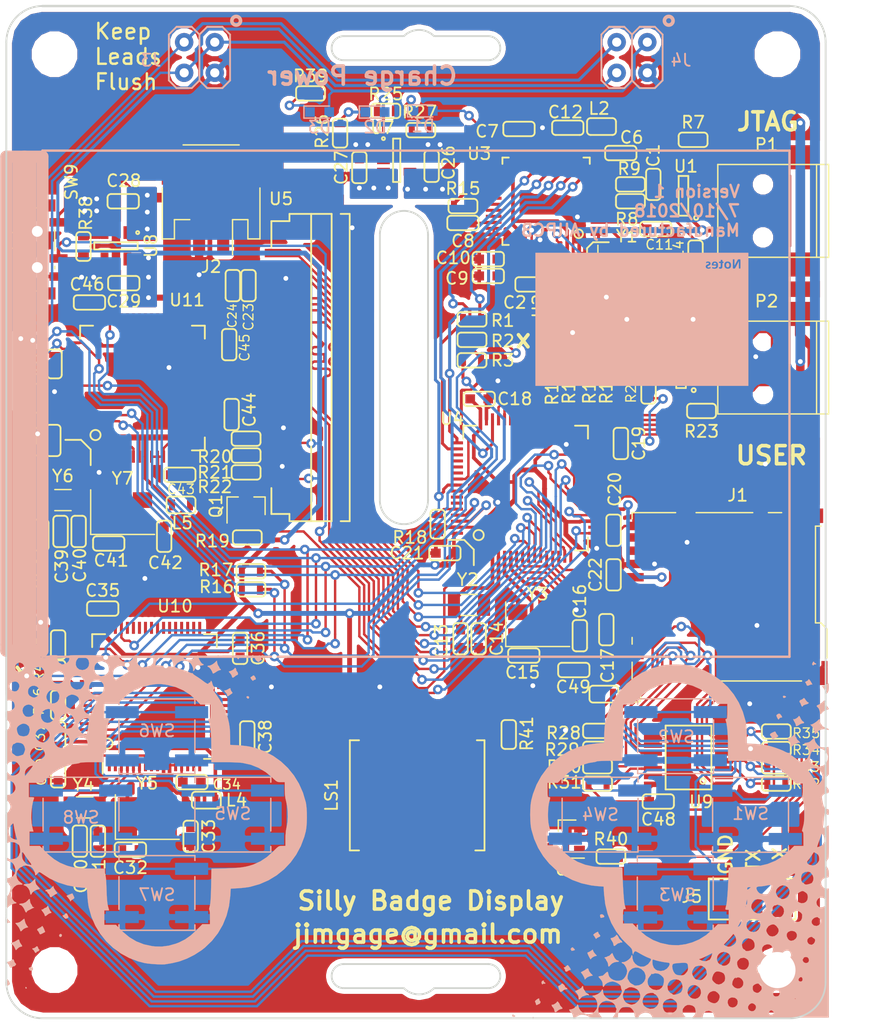
<source format=kicad_pcb>
(kicad_pcb (version 20170123) (host pcbnew "(2017-09-08 revision 19ad350c1)-makepkg")
  (layers (0 F.Cu signal) (31 B.Cu signal) (34 B.Paste user hide) (35 F.Paste user hide) (36 B.SilkS user hide) (37 F.SilkS user) (38 B.Mask user hide) (39 F.Mask user hide) (44 Edge.Cuts user))
  (net 0 "")
  (net 1 "Net-(C1-Pad1)")
  (net 2 GND)
  (net 3 "Net-(C3-Pad1)")
  (net 4 +3.3VA)
  (net 5 "Net-(C5-Pad1)")
  (net 6 "Net-(C8-Pad1)")
  (net 7 "Net-(C9-Pad1)")
  (net 8 "Net-(C10-Pad1)")
  (net 9 "Net-(C11-Pad1)")
  (net 10 "Net-(C12-Pad1)")
  (net 11 "Net-(C13-Pad1)")
  (net 12 "Net-(C14-Pad1)")
  (net 13 "Net-(C15-Pad1)")
  (net 14 "Net-(C16-Pad1)")
  (net 15 "Net-(C17-Pad1)")
  (net 16 +3V3)
  (net 17 +5V)
  (net 18 /Power/BATTERY)
  (net 19 "Net-(C30-Pad1)")
  (net 20 "Net-(C31-Pad1)")
  (net 21 "Net-(C32-Pad1)")
  (net 22 "Net-(C33-Pad1)")
  (net 23 "Net-(C34-Pad1)")
  (net 24 "Net-(C39-Pad1)")
  (net 25 "Net-(C40-Pad1)")
  (net 26 "Net-(C41-Pad1)")
  (net 27 "Net-(C42-Pad1)")
  (net 28 "Net-(C43-Pad1)")
  (net 29 "Net-(D1-Pad1)")
  (net 30 "Net-(D2-Pad2)")
  (net 31 "Net-(D2-Pad1)")
  (net 32 /LCD_SD/CARD_DETECT)
  (net 33 "Net-(J1-Pad8)")
  (net 34 /STM_Master/MISO)
  (net 35 /LCD_SD/SCLK)
  (net 36 /STM_Master/MOSI)
  (net 37 /LCD_SD/SD_CS)
  (net 38 "Net-(J1-Pad1)")
  (net 39 "Net-(P1-Pad2)")
  (net 40 "Net-(P1-Pad3)")
  (net 41 "Net-(P1-Pad4)")
  (net 42 "Net-(P1-Pad6)")
  (net 43 "Net-(P2-Pad6)")
  (net 44 "Net-(P2-Pad4)")
  (net 45 "Net-(P2-Pad3)")
  (net 46 "Net-(P2-Pad2)")
  (net 47 "Net-(Q1-Pad3)")
  (net 48 "Net-(Q1-Pad1)")
  (net 49 /STM_Master/JTDI)
  (net 50 /FT232H/JTAG-TDI)
  (net 51 /STM_Master/JTDO)
  (net 52 /FT232H/JTAG-TDO)
  (net 53 /STM_SLAVE0/JTDI)
  (net 54 /STM_SLAVE0/JTDO)
  (net 55 /STM_SLAVE1/JTDI)
  (net 56 /STM_SLAVE1/JTDO)
  (net 57 "Net-(R8-Pad2)")
  (net 58 "Net-(R8-Pad1)")
  (net 59 "Net-(R9-Pad1)")
  (net 60 "Net-(R9-Pad2)")
  (net 61 "Net-(R10-Pad2)")
  (net 62 "Net-(R11-Pad2)")
  (net 63 "Net-(R12-Pad2)")
  (net 64 "Net-(R13-Pad1)")
  (net 65 "Net-(R14-Pad2)")
  (net 66 /SDA)
  (net 67 /SCL)
  (net 68 "Net-(R18-Pad2)")
  (net 69 /LCD_SD/BK_LIGHT)
  (net 70 "Net-(R20-Pad1)")
  (net 71 "Net-(R21-Pad1)")
  (net 72 "Net-(R22-Pad1)")
  (net 73 /Power/USB+)
  (net 74 "Net-(R27-Pad1)")
  (net 75 "Net-(R28-Pad2)")
  (net 76 "Net-(R29-Pad2)")
  (net 77 "Net-(R30-Pad2)")
  (net 78 "Net-(R31-Pad2)")
  (net 79 "Net-(R32-Pad2)")
  (net 80 "Net-(R33-Pad2)")
  (net 81 "Net-(R34-Pad2)")
  (net 82 "Net-(R35-Pad2)")
  (net 83 "Net-(R36-Pad2)")
  (net 84 "Net-(R37-Pad2)")
  (net 85 "Net-(U3-Pad33)")
  (net 86 "Net-(U3-Pad32)")
  (net 87 "Net-(U3-Pad31)")
  (net 88 "Net-(U3-Pad30)")
  (net 89 "Net-(U3-Pad29)")
  (net 90 "Net-(U3-Pad28)")
  (net 91 "Net-(U3-Pad27)")
  (net 92 "Net-(U3-Pad26)")
  (net 93 "Net-(U3-Pad25)")
  (net 94 /JNTRST)
  (net 95 "Net-(U3-Pad20)")
  (net 96 "Net-(U3-Pad19)")
  (net 97 "Net-(U3-Pad18)")
  (net 98 "Net-(U3-Pad17)")
  (net 99 /JTMS)
  (net 100 /JTCK)
  (net 101 "Net-(U4-Pad2)")
  (net 102 /STM_Master/ANALOG0)
  (net 103 /STM_Master/ANALOG1)
  (net 104 /STM_Master/ANALOG2)
  (net 105 /LCD_SD/LCD_CS)
  (net 106 /LCD_SD/CMD)
  (net 107 /LCD_SD/LCD_RESET)
  (net 108 /STM_Master/ANALOG3)
  (net 109 "Net-(U4-Pad25)")
  (net 110 /STM_Master/BUTTON_LATCH)
  (net 111 /STM_Master/BUTTON_CLOCK)
  (net 112 /STM_Master/BUTTON_DATA)
  (net 113 "Net-(U4-Pad29)")
  (net 114 "Net-(U4-Pad30)")
  (net 115 "Net-(U4-Pad33)")
  (net 116 "Net-(U4-Pad34)")
  (net 117 "Net-(U4-Pad35)")
  (net 118 "Net-(U4-Pad37)")
  (net 119 "Net-(U4-Pad38)")
  (net 120 "Net-(U4-Pad39)")
  (net 121 "Net-(U4-Pad40)")
  (net 122 /Power/USB-)
  (net 123 "Net-(U4-Pad51)")
  (net 124 "Net-(U4-Pad52)")
  (net 125 "Net-(U4-Pad53)")
  (net 126 "Net-(U4-Pad54)")
  (net 127 "Net-(U4-Pad57)")
  (net 128 "Net-(U4-Pad58)")
  (net 129 "Net-(U4-Pad59)")
  (net 130 "Net-(U5-Pad12)")
  (net 131 "Net-(U5-Pad8)")
  (net 132 "Net-(U9-Pad9)")
  (net 133 "Net-(U10-Pad59)")
  (net 134 "Net-(U10-Pad58)")
  (net 135 "Net-(U10-Pad57)")
  (net 136 "Net-(U10-Pad54)")
  (net 137 "Net-(U10-Pad53)")
  (net 138 "Net-(U10-Pad52)")
  (net 139 "Net-(U10-Pad51)")
  (net 140 "Net-(U10-Pad45)")
  (net 141 "Net-(U10-Pad44)")
  (net 142 "Net-(U10-Pad43)")
  (net 143 "Net-(U10-Pad42)")
  (net 144 "Net-(U10-Pad41)")
  (net 145 "Net-(U10-Pad40)")
  (net 146 "Net-(U10-Pad39)")
  (net 147 "Net-(U10-Pad38)")
  (net 148 "Net-(U10-Pad37)")
  (net 149 "Net-(U10-Pad36)")
  (net 150 "Net-(U10-Pad35)")
  (net 151 "Net-(U10-Pad34)")
  (net 152 "Net-(U10-Pad33)")
  (net 153 "Net-(U10-Pad30)")
  (net 154 "Net-(U10-Pad29)")
  (net 155 "Net-(U10-Pad28)")
  (net 156 "Net-(U10-Pad27)")
  (net 157 "Net-(U10-Pad26)")
  (net 158 "Net-(U10-Pad25)")
  (net 159 "Net-(U10-Pad24)")
  (net 160 "Net-(U10-Pad23)")
  (net 161 "Net-(U10-Pad22)")
  (net 162 "Net-(U10-Pad21)")
  (net 163 "Net-(U10-Pad20)")
  (net 164 "Net-(U10-Pad17)")
  (net 165 "Net-(U10-Pad16)")
  (net 166 "Net-(U10-Pad15)")
  (net 167 "Net-(U10-Pad14)")
  (net 168 "Net-(U10-Pad2)")
  (net 169 "Net-(U10-Pad1)")
  (net 170 "Net-(U11-Pad59)")
  (net 171 "Net-(U11-Pad58)")
  (net 172 "Net-(U11-Pad57)")
  (net 173 "Net-(U11-Pad54)")
  (net 174 "Net-(U11-Pad53)")
  (net 175 "Net-(U11-Pad52)")
  (net 176 "Net-(U11-Pad51)")
  (net 177 "Net-(U11-Pad45)")
  (net 178 "Net-(U11-Pad44)")
  (net 179 "Net-(U11-Pad43)")
  (net 180 "Net-(U11-Pad42)")
  (net 181 "Net-(U11-Pad41)")
  (net 182 "Net-(U11-Pad40)")
  (net 183 "Net-(U11-Pad39)")
  (net 184 "Net-(U11-Pad38)")
  (net 185 "Net-(U11-Pad37)")
  (net 186 "Net-(U11-Pad36)")
  (net 187 "Net-(U11-Pad35)")
  (net 188 "Net-(U11-Pad34)")
  (net 189 "Net-(U11-Pad33)")
  (net 190 "Net-(U11-Pad30)")
  (net 191 "Net-(U11-Pad29)")
  (net 192 "Net-(U11-Pad28)")
  (net 193 "Net-(U11-Pad27)")
  (net 194 "Net-(U11-Pad26)")
  (net 195 "Net-(U11-Pad25)")
  (net 196 "Net-(U11-Pad24)")
  (net 197 "Net-(U11-Pad23)")
  (net 198 "Net-(U11-Pad22)")
  (net 199 "Net-(U11-Pad21)")
  (net 200 "Net-(U11-Pad20)")
  (net 201 "Net-(U11-Pad17)")
  (net 202 "Net-(U11-Pad16)")
  (net 203 "Net-(U11-Pad15)")
  (net 204 "Net-(U11-Pad14)")
  (net 205 "Net-(U11-Pad2)")
  (net 206 "Net-(U11-Pad1)")
  (net 207 "Net-(R38-Pad1)")
  (net 208 /Power/VBAT)
  (net 209 "Net-(D3-Pad1)")
  (net 210 "Net-(LS1-Pad2)")
  (net 211 "Net-(Q2-Pad1)")
  (net 212 "Net-(R40-Pad2)")
  (net 213 /STM_Master/NRST)
  (net 214 /STM_SLAVE0/NRST)
  (net 215 /STM_SLAVE1/NRST)
  (net 216 /STM_Master/USART1_RX)
  (net 217 /STM_Master/USART1_TX)
  (module LocalFootprints:Background (layer B.Cu) (at 111.1 86.9 180)
    (fp_text reference G*** hide)
    (fp_text value LOGO hide)
  )
  (module Mounting_Holes:MountingHole_3mm (layer F.Cu) (at 141 98)
    (fp_text reference REF** hide)
    (fp_text value MountingHole_3mm)
    (pad 1 np_thru_hole circle (at 0 0) (size 3 3) (drill 3) (layers *.Cu *.Mask))
  )
  (module Buttons_Switches_SMD:SW_SPST_EVPBF (layer B.Cu) (at 83.2 85.1)
    (fp_text reference SW8 (at 0 0.23) (layer B.SilkS) (effects (justify mirror)))
    (fp_text value RIGHT_RIGHT)
    (pad 2 smd rect (at 2.88 -2) (size 2.75 1) (layers B.Cu B.Paste B.Mask) (net 80 "Net-(R33-Pad2)"))
    (pad 2 smd rect (at -2.88 -2) (size 2.75 1) (layers B.Cu B.Paste B.Mask) (net 80 "Net-(R33-Pad2)"))
    (pad 1 smd rect (at -2.88 2) (size 2.75 1) (layers B.Cu B.Paste B.Mask) (net 2 GND))
    (pad 1 smd rect (at 2.88 2) (size 2.75 1) (layers B.Cu B.Paste B.Mask) (net 2 GND))
  )
  (module LocalFootprints:LQFP-64_10x10mm_Pitch0.5mm (layer F.Cu) (at 120.1 58 90)
    (fp_text reference U4 (at 5.75 -6.1 180) (layer F.SilkS))
    (fp_text value STM32F303RE-LQFP64)
    (pad 1 smd rect (at -5.7 -3.75 90) (size 1 0.25) (layers F.Cu F.Paste F.Mask) (net 18 /Power/BATTERY))
    (pad 2 smd rect (at -5.7 -3.25 90) (size 1 0.25) (layers F.Cu F.Paste F.Mask) (net 101 "Net-(U4-Pad2)"))
    (pad 3 smd rect (at -5.7 -2.75 90) (size 1 0.25) (layers F.Cu F.Paste F.Mask) (net 11 "Net-(C13-Pad1)"))
    (pad 4 smd rect (at -5.7 -2.25 90) (size 1 0.25) (layers F.Cu F.Paste F.Mask) (net 12 "Net-(C14-Pad1)"))
    (pad 5 smd rect (at -5.7 -1.75 90) (size 1 0.25) (layers F.Cu F.Paste F.Mask) (net 13 "Net-(C15-Pad1)"))
    (pad 6 smd rect (at -5.7 -1.25 90) (size 1 0.25) (layers F.Cu F.Paste F.Mask) (net 14 "Net-(C16-Pad1)"))
    (pad 7 smd rect (at -5.7 -0.75 90) (size 1 0.25) (layers F.Cu F.Paste F.Mask) (net 213 /STM_Master/NRST))
    (pad 8 smd rect (at -5.7 -0.25 90) (size 1 0.25) (layers F.Cu F.Paste F.Mask) (net 2 GND))
    (pad 9 smd rect (at -5.7 0.25 90) (size 1 0.25) (layers F.Cu F.Paste F.Mask) (net 102 /STM_Master/ANALOG0))
    (pad 10 smd rect (at -5.7 0.75 90) (size 1 0.25) (layers F.Cu F.Paste F.Mask) (net 103 /STM_Master/ANALOG1))
    (pad 11 smd rect (at -5.7 1.25 90) (size 1 0.25) (layers F.Cu F.Paste F.Mask) (net 104 /STM_Master/ANALOG2))
    (pad 12 smd rect (at -5.7 1.75 90) (size 1 0.25) (layers F.Cu F.Paste F.Mask) (net 2 GND))
    (pad 13 smd rect (at -5.7 2.25 90) (size 1 0.25) (layers F.Cu F.Paste F.Mask) (net 15 "Net-(C17-Pad1)"))
    (pad 14 smd rect (at -5.7 2.75 90) (size 1 0.25) (layers F.Cu F.Paste F.Mask) (net 37 /LCD_SD/SD_CS))
    (pad 15 smd rect (at -5.7 3.25 90) (size 1 0.25) (layers F.Cu F.Paste F.Mask) (net 105 /LCD_SD/LCD_CS))
    (pad 16 smd rect (at -5.7 3.75 90) (size 1 0.25) (layers F.Cu F.Paste F.Mask) (net 106 /LCD_SD/CMD))
    (pad 17 smd rect (at -3.75 5.7 180) (size 1 0.25) (layers F.Cu F.Paste F.Mask) (net 107 /LCD_SD/LCD_RESET))
    (pad 18 smd rect (at -3.25 5.7 180) (size 1 0.25) (layers F.Cu F.Paste F.Mask) (net 2 GND))
    (pad 19 smd rect (at -2.75 5.7 180) (size 1 0.25) (layers F.Cu F.Paste F.Mask) (net 16 +3V3))
    (pad 20 smd rect (at -2.25 5.7 180) (size 1 0.25) (layers F.Cu F.Paste F.Mask) (net 69 /LCD_SD/BK_LIGHT))
    (pad 21 smd rect (at -1.75 5.7 180) (size 1 0.25) (layers F.Cu F.Paste F.Mask) (net 35 /LCD_SD/SCLK))
    (pad 22 smd rect (at -1.25 5.7 180) (size 1 0.25) (layers F.Cu F.Paste F.Mask) (net 34 /STM_Master/MISO))
    (pad 23 smd rect (at -0.75 5.7 180) (size 1 0.25) (layers F.Cu F.Paste F.Mask) (net 36 /STM_Master/MOSI))
    (pad 24 smd rect (at -0.25 5.7 180) (size 1 0.25) (layers F.Cu F.Paste F.Mask) (net 108 /STM_Master/ANALOG3))
    (pad 25 smd rect (at 0.25 5.7 180) (size 1 0.25) (layers F.Cu F.Paste F.Mask) (net 109 "Net-(U4-Pad25)"))
    (pad 26 smd rect (at 0.75 5.7 180) (size 1 0.25) (layers F.Cu F.Paste F.Mask) (net 110 /STM_Master/BUTTON_LATCH))
    (pad 27 smd rect (at 1.25 5.7 180) (size 1 0.25) (layers F.Cu F.Paste F.Mask) (net 111 /STM_Master/BUTTON_CLOCK))
    (pad 28 smd rect (at 1.75 5.7 180) (size 1 0.25) (layers F.Cu F.Paste F.Mask) (net 112 /STM_Master/BUTTON_DATA))
    (pad 29 smd rect (at 2.25 5.7 180) (size 1 0.25) (layers F.Cu F.Paste F.Mask) (net 113 "Net-(U4-Pad29)"))
    (pad 30 smd rect (at 2.75 5.7 180) (size 1 0.25) (layers F.Cu F.Paste F.Mask) (net 114 "Net-(U4-Pad30)"))
    (pad 31 smd rect (at 3.25 5.7 180) (size 1 0.25) (layers F.Cu F.Paste F.Mask) (net 2 GND))
    (pad 32 smd rect (at 3.75 5.7 180) (size 1 0.25) (layers F.Cu F.Paste F.Mask) (net 16 +3V3))
    (pad 33 smd rect (at 5.7 3.75 90) (size 1 0.25) (layers F.Cu F.Paste F.Mask) (net 115 "Net-(U4-Pad33)"))
    (pad 34 smd rect (at 5.7 3.25 90) (size 1 0.25) (layers F.Cu F.Paste F.Mask) (net 116 "Net-(U4-Pad34)"))
    (pad 35 smd rect (at 5.7 2.75 90) (size 1 0.25) (layers F.Cu F.Paste F.Mask) (net 117 "Net-(U4-Pad35)"))
    (pad 36 smd rect (at 5.7 2.25 90) (size 1 0.25) (layers F.Cu F.Paste F.Mask) (net 212 "Net-(R40-Pad2)"))
    (pad 37 smd rect (at 5.7 1.75 90) (size 1 0.25) (layers F.Cu F.Paste F.Mask) (net 118 "Net-(U4-Pad37)"))
    (pad 38 smd rect (at 5.7 1.25 90) (size 1 0.25) (layers F.Cu F.Paste F.Mask) (net 119 "Net-(U4-Pad38)"))
    (pad 39 smd rect (at 5.7 0.75 90) (size 1 0.25) (layers F.Cu F.Paste F.Mask) (net 120 "Net-(U4-Pad39)"))
    (pad 40 smd rect (at 5.7 0.25 90) (size 1 0.25) (layers F.Cu F.Paste F.Mask) (net 121 "Net-(U4-Pad40)"))
    (pad 41 smd rect (at 5.7 -0.25 90) (size 1 0.25) (layers F.Cu F.Paste F.Mask) (net 32 /LCD_SD/CARD_DETECT))
    (pad 42 smd rect (at 5.7 -0.75 90) (size 1 0.25) (layers F.Cu F.Paste F.Mask) (net 217 /STM_Master/USART1_TX))
    (pad 43 smd rect (at 5.7 -1.25 90) (size 1 0.25) (layers F.Cu F.Paste F.Mask) (net 216 /STM_Master/USART1_RX))
    (pad 44 smd rect (at 5.7 -1.75 90) (size 1 0.25) (layers F.Cu F.Paste F.Mask) (net 73 /Power/USB+))
    (pad 45 smd rect (at 5.7 -2.25 90) (size 1 0.25) (layers F.Cu F.Paste F.Mask) (net 122 /Power/USB-))
    (pad 46 smd rect (at 5.7 -2.75 90) (size 1 0.25) (layers F.Cu F.Paste F.Mask) (net 99 /JTMS))
    (pad 47 smd rect (at 5.7 -3.25 90) (size 1 0.25) (layers F.Cu F.Paste F.Mask) (net 2 GND))
    (pad 48 smd rect (at 5.7 -3.75 90) (size 1 0.25) (layers F.Cu F.Paste F.Mask) (net 16 +3V3))
    (pad 49 smd rect (at 3.75 -5.7 180) (size 1 0.25) (layers F.Cu F.Paste F.Mask) (net 100 /JTCK))
    (pad 50 smd rect (at 3.25 -5.7 180) (size 1 0.25) (layers F.Cu F.Paste F.Mask) (net 49 /STM_Master/JTDI))
    (pad 51 smd rect (at 2.75 -5.7 180) (size 1 0.25) (layers F.Cu F.Paste F.Mask) (net 123 "Net-(U4-Pad51)"))
    (pad 52 smd rect (at 2.25 -5.7 180) (size 1 0.25) (layers F.Cu F.Paste F.Mask) (net 124 "Net-(U4-Pad52)"))
    (pad 53 smd rect (at 1.75 -5.7 180) (size 1 0.25) (layers F.Cu F.Paste F.Mask) (net 125 "Net-(U4-Pad53)"))
    (pad 54 smd rect (at 1.25 -5.7 180) (size 1 0.25) (layers F.Cu F.Paste F.Mask) (net 126 "Net-(U4-Pad54)"))
    (pad 55 smd rect (at 0.75 -5.7 180) (size 1 0.25) (layers F.Cu F.Paste F.Mask) (net 51 /STM_Master/JTDO))
    (pad 56 smd rect (at 0.25 -5.7 180) (size 1 0.25) (layers F.Cu F.Paste F.Mask) (net 94 /JNTRST))
    (pad 57 smd rect (at -0.25 -5.7 180) (size 1 0.25) (layers F.Cu F.Paste F.Mask) (net 127 "Net-(U4-Pad57)"))
    (pad 58 smd rect (at -0.75 -5.7 180) (size 1 0.25) (layers F.Cu F.Paste F.Mask) (net 128 "Net-(U4-Pad58)"))
    (pad 59 smd rect (at -1.25 -5.7 180) (size 1 0.25) (layers F.Cu F.Paste F.Mask) (net 129 "Net-(U4-Pad59)"))
    (pad 60 smd rect (at -1.75 -5.7 180) (size 1 0.25) (layers F.Cu F.Paste F.Mask) (net 68 "Net-(R18-Pad2)"))
    (pad 61 smd rect (at -2.25 -5.7 180) (size 1 0.25) (layers F.Cu F.Paste F.Mask) (net 67 /SCL))
    (pad 62 smd rect (at -2.75 -5.7 180) (size 1 0.25) (layers F.Cu F.Paste F.Mask) (net 66 /SDA))
    (pad 63 smd rect (at -3.25 -5.7 180) (size 1 0.25) (layers F.Cu F.Paste F.Mask) (net 2 GND))
    (pad 64 smd rect (at -3.75 -5.7 180) (size 1 0.25) (layers F.Cu F.Paste F.Mask) (net 16 +3V3))
  )
  (module LocalFootprints:LQFP-64_10x10mm_Pitch0.5mm (layer F.Cu) (at 89.3 75.3 90)
    (fp_text reference U10 (at 7.5 1.7 180) (layer F.SilkS))
    (fp_text value STM32F303RE-LQFP64)
    (pad 64 smd rect (at -3.75 -5.7 180) (size 1 0.25) (layers F.Cu F.Paste F.Mask) (net 16 +3V3))
    (pad 63 smd rect (at -3.25 -5.7 180) (size 1 0.25) (layers F.Cu F.Paste F.Mask) (net 2 GND))
    (pad 62 smd rect (at -2.75 -5.7 180) (size 1 0.25) (layers F.Cu F.Paste F.Mask) (net 66 /SDA))
    (pad 61 smd rect (at -2.25 -5.7 180) (size 1 0.25) (layers F.Cu F.Paste F.Mask) (net 67 /SCL))
    (pad 60 smd rect (at -1.75 -5.7 180) (size 1 0.25) (layers F.Cu F.Paste F.Mask) (net 83 "Net-(R36-Pad2)"))
    (pad 59 smd rect (at -1.25 -5.7 180) (size 1 0.25) (layers F.Cu F.Paste F.Mask) (net 133 "Net-(U10-Pad59)"))
    (pad 58 smd rect (at -0.75 -5.7 180) (size 1 0.25) (layers F.Cu F.Paste F.Mask) (net 134 "Net-(U10-Pad58)"))
    (pad 57 smd rect (at -0.25 -5.7 180) (size 1 0.25) (layers F.Cu F.Paste F.Mask) (net 135 "Net-(U10-Pad57)"))
    (pad 56 smd rect (at 0.25 -5.7 180) (size 1 0.25) (layers F.Cu F.Paste F.Mask) (net 94 /JNTRST))
    (pad 55 smd rect (at 0.75 -5.7 180) (size 1 0.25) (layers F.Cu F.Paste F.Mask) (net 54 /STM_SLAVE0/JTDO))
    (pad 54 smd rect (at 1.25 -5.7 180) (size 1 0.25) (layers F.Cu F.Paste F.Mask) (net 136 "Net-(U10-Pad54)"))
    (pad 53 smd rect (at 1.75 -5.7 180) (size 1 0.25) (layers F.Cu F.Paste F.Mask) (net 137 "Net-(U10-Pad53)"))
    (pad 52 smd rect (at 2.25 -5.7 180) (size 1 0.25) (layers F.Cu F.Paste F.Mask) (net 138 "Net-(U10-Pad52)"))
    (pad 51 smd rect (at 2.75 -5.7 180) (size 1 0.25) (layers F.Cu F.Paste F.Mask) (net 139 "Net-(U10-Pad51)"))
    (pad 50 smd rect (at 3.25 -5.7 180) (size 1 0.25) (layers F.Cu F.Paste F.Mask) (net 53 /STM_SLAVE0/JTDI))
    (pad 49 smd rect (at 3.75 -5.7 180) (size 1 0.25) (layers F.Cu F.Paste F.Mask) (net 100 /JTCK))
    (pad 48 smd rect (at 5.7 -3.75 90) (size 1 0.25) (layers F.Cu F.Paste F.Mask) (net 16 +3V3))
    (pad 47 smd rect (at 5.7 -3.25 90) (size 1 0.25) (layers F.Cu F.Paste F.Mask) (net 2 GND))
    (pad 46 smd rect (at 5.7 -2.75 90) (size 1 0.25) (layers F.Cu F.Paste F.Mask) (net 99 /JTMS))
    (pad 45 smd rect (at 5.7 -2.25 90) (size 1 0.25) (layers F.Cu F.Paste F.Mask) (net 140 "Net-(U10-Pad45)"))
    (pad 44 smd rect (at 5.7 -1.75 90) (size 1 0.25) (layers F.Cu F.Paste F.Mask) (net 141 "Net-(U10-Pad44)"))
    (pad 43 smd rect (at 5.7 -1.25 90) (size 1 0.25) (layers F.Cu F.Paste F.Mask) (net 142 "Net-(U10-Pad43)"))
    (pad 42 smd rect (at 5.7 -0.75 90) (size 1 0.25) (layers F.Cu F.Paste F.Mask) (net 143 "Net-(U10-Pad42)"))
    (pad 41 smd rect (at 5.7 -0.25 90) (size 1 0.25) (layers F.Cu F.Paste F.Mask) (net 144 "Net-(U10-Pad41)"))
    (pad 40 smd rect (at 5.7 0.25 90) (size 1 0.25) (layers F.Cu F.Paste F.Mask) (net 145 "Net-(U10-Pad40)"))
    (pad 39 smd rect (at 5.7 0.75 90) (size 1 0.25) (layers F.Cu F.Paste F.Mask) (net 146 "Net-(U10-Pad39)"))
    (pad 38 smd rect (at 5.7 1.25 90) (size 1 0.25) (layers F.Cu F.Paste F.Mask) (net 147 "Net-(U10-Pad38)"))
    (pad 37 smd rect (at 5.7 1.75 90) (size 1 0.25) (layers F.Cu F.Paste F.Mask) (net 148 "Net-(U10-Pad37)"))
    (pad 36 smd rect (at 5.7 2.25 90) (size 1 0.25) (layers F.Cu F.Paste F.Mask) (net 149 "Net-(U10-Pad36)"))
    (pad 35 smd rect (at 5.7 2.75 90) (size 1 0.25) (layers F.Cu F.Paste F.Mask) (net 150 "Net-(U10-Pad35)"))
    (pad 34 smd rect (at 5.7 3.25 90) (size 1 0.25) (layers F.Cu F.Paste F.Mask) (net 151 "Net-(U10-Pad34)"))
    (pad 33 smd rect (at 5.7 3.75 90) (size 1 0.25) (layers F.Cu F.Paste F.Mask) (net 152 "Net-(U10-Pad33)"))
    (pad 32 smd rect (at 3.75 5.7 180) (size 1 0.25) (layers F.Cu F.Paste F.Mask) (net 16 +3V3))
    (pad 31 smd rect (at 3.25 5.7 180) (size 1 0.25) (layers F.Cu F.Paste F.Mask) (net 2 GND))
    (pad 30 smd rect (at 2.75 5.7 180) (size 1 0.25) (layers F.Cu F.Paste F.Mask) (net 153 "Net-(U10-Pad30)"))
    (pad 29 smd rect (at 2.25 5.7 180) (size 1 0.25) (layers F.Cu F.Paste F.Mask) (net 154 "Net-(U10-Pad29)"))
    (pad 28 smd rect (at 1.75 5.7 180) (size 1 0.25) (layers F.Cu F.Paste F.Mask) (net 155 "Net-(U10-Pad28)"))
    (pad 27 smd rect (at 1.25 5.7 180) (size 1 0.25) (layers F.Cu F.Paste F.Mask) (net 156 "Net-(U10-Pad27)"))
    (pad 26 smd rect (at 0.75 5.7 180) (size 1 0.25) (layers F.Cu F.Paste F.Mask) (net 157 "Net-(U10-Pad26)"))
    (pad 25 smd rect (at 0.25 5.7 180) (size 1 0.25) (layers F.Cu F.Paste F.Mask) (net 158 "Net-(U10-Pad25)"))
    (pad 24 smd rect (at -0.25 5.7 180) (size 1 0.25) (layers F.Cu F.Paste F.Mask) (net 159 "Net-(U10-Pad24)"))
    (pad 23 smd rect (at -0.75 5.7 180) (size 1 0.25) (layers F.Cu F.Paste F.Mask) (net 160 "Net-(U10-Pad23)"))
    (pad 22 smd rect (at -1.25 5.7 180) (size 1 0.25) (layers F.Cu F.Paste F.Mask) (net 161 "Net-(U10-Pad22)"))
    (pad 21 smd rect (at -1.75 5.7 180) (size 1 0.25) (layers F.Cu F.Paste F.Mask) (net 162 "Net-(U10-Pad21)"))
    (pad 20 smd rect (at -2.25 5.7 180) (size 1 0.25) (layers F.Cu F.Paste F.Mask) (net 163 "Net-(U10-Pad20)"))
    (pad 19 smd rect (at -2.75 5.7 180) (size 1 0.25) (layers F.Cu F.Paste F.Mask) (net 16 +3V3))
    (pad 18 smd rect (at -3.25 5.7 180) (size 1 0.25) (layers F.Cu F.Paste F.Mask) (net 2 GND))
    (pad 17 smd rect (at -3.75 5.7 180) (size 1 0.25) (layers F.Cu F.Paste F.Mask) (net 164 "Net-(U10-Pad17)"))
    (pad 16 smd rect (at -5.7 3.75 90) (size 1 0.25) (layers F.Cu F.Paste F.Mask) (net 165 "Net-(U10-Pad16)"))
    (pad 15 smd rect (at -5.7 3.25 90) (size 1 0.25) (layers F.Cu F.Paste F.Mask) (net 166 "Net-(U10-Pad15)"))
    (pad 14 smd rect (at -5.7 2.75 90) (size 1 0.25) (layers F.Cu F.Paste F.Mask) (net 167 "Net-(U10-Pad14)"))
    (pad 13 smd rect (at -5.7 2.25 90) (size 1 0.25) (layers F.Cu F.Paste F.Mask) (net 23 "Net-(C34-Pad1)"))
    (pad 12 smd rect (at -5.7 1.75 90) (size 1 0.25) (layers F.Cu F.Paste F.Mask) (net 2 GND))
    (pad 11 smd rect (at -5.7 1.25 90) (size 1 0.25) (layers F.Cu F.Paste F.Mask) (net 2 GND))
    (pad 10 smd rect (at -5.7 0.75 90) (size 1 0.25) (layers F.Cu F.Paste F.Mask) (net 2 GND))
    (pad 9 smd rect (at -5.7 0.25 90) (size 1 0.25) (layers F.Cu F.Paste F.Mask) (net 2 GND))
    (pad 8 smd rect (at -5.7 -0.25 90) (size 1 0.25) (layers F.Cu F.Paste F.Mask) (net 16 +3V3))
    (pad 7 smd rect (at -5.7 -0.75 90) (size 1 0.25) (layers F.Cu F.Paste F.Mask) (net 214 /STM_SLAVE0/NRST))
    (pad 6 smd rect (at -5.7 -1.25 90) (size 1 0.25) (layers F.Cu F.Paste F.Mask) (net 22 "Net-(C33-Pad1)"))
    (pad 5 smd rect (at -5.7 -1.75 90) (size 1 0.25) (layers F.Cu F.Paste F.Mask) (net 21 "Net-(C32-Pad1)"))
    (pad 4 smd rect (at -5.7 -2.25 90) (size 1 0.25) (layers F.Cu F.Paste F.Mask) (net 20 "Net-(C31-Pad1)"))
    (pad 3 smd rect (at -5.7 -2.75 90) (size 1 0.25) (layers F.Cu F.Paste F.Mask) (net 19 "Net-(C30-Pad1)"))
    (pad 2 smd rect (at -5.7 -3.25 90) (size 1 0.25) (layers F.Cu F.Paste F.Mask) (net 168 "Net-(U10-Pad2)"))
    (pad 1 smd rect (at -5.7 -3.75 90) (size 1 0.25) (layers F.Cu F.Paste F.Mask) (net 169 "Net-(U10-Pad1)"))
  )
  (module LocalFootprints:AST1109MLTRQ (layer F.Cu) (at 111.1 83.5 270)
    (fp_text reference LS1 (at 0 7.112 270) (layer F.SilkS))
    (fp_text value Speaker_Crystal)
    (pad 1 smd rect (at -5.5 0 270) (size 3 2) (layers F.Cu F.Paste F.Mask) (net 16 +3V3))
    (pad 2 smd rect (at 5.5 0 270) (size 3 2) (layers F.Cu F.Paste F.Mask) (net 210 "Net-(LS1-Pad2)"))
  )
  (module LocalFootprints:40Pin_conn_05Pitch (layer F.Cu) (at 99 48 90)
    (fp_text reference U5 (at 14 0.8 180) (layer F.SilkS))
    (fp_text value LCD_40PIN)
    (pad "" smd rect (at -11.75 2.45 90) (size 2 1.7) (layers F.Cu F.Paste F.Mask))
    (pad 40 smd rect (at -9.75 -0.25 90) (size 0.2 0.6) (layers F.Cu F.Paste F.Mask) (net 16 +3V3))
    (pad 39 smd rect (at -9.25 -0.25 90) (size 0.2 0.6) (layers F.Cu F.Paste F.Mask) (net 16 +3V3))
    (pad 38 smd rect (at -8.75 -0.25 90) (size 0.2 0.6) (layers F.Cu F.Paste F.Mask) (net 2 GND))
    (pad 37 smd rect (at -8.25 -0.25 90) (size 0.2 0.6) (layers F.Cu F.Paste F.Mask) (net 2 GND))
    (pad 36 smd rect (at -7.75 -0.25 90) (size 0.2 0.6) (layers F.Cu F.Paste F.Mask) (net 72 "Net-(R22-Pad1)"))
    (pad 35 smd rect (at -7.25 -0.25 90) (size 0.2 0.6) (layers F.Cu F.Paste F.Mask) (net 71 "Net-(R21-Pad1)"))
    (pad 34 smd rect (at -6.75 -0.25 90) (size 0.2 0.6) (layers F.Cu F.Paste F.Mask) (net 70 "Net-(R20-Pad1)"))
    (pad 33 smd rect (at -6.25 -0.25 90) (size 0.2 0.6) (layers F.Cu F.Paste F.Mask) (net 16 +3V3))
    (pad 32 smd rect (at -5.75 -0.25 90) (size 0.2 0.6) (layers F.Cu F.Paste F.Mask) (net 2 GND))
    (pad 31 smd rect (at -5.25 -0.25 90) (size 0.2 0.6) (layers F.Cu F.Paste F.Mask) (net 2 GND))
    (pad 30 smd rect (at -4.75 -0.25 90) (size 0.2 0.6) (layers F.Cu F.Paste F.Mask) (net 2 GND))
    (pad 29 smd rect (at -4.25 -0.25 90) (size 0.2 0.6) (layers F.Cu F.Paste F.Mask) (net 2 GND))
    (pad 28 smd rect (at -3.75 -0.25 90) (size 0.2 0.6) (layers F.Cu F.Paste F.Mask) (net 2 GND))
    (pad 27 smd rect (at -3.25 -0.25 90) (size 0.2 0.6) (layers F.Cu F.Paste F.Mask) (net 2 GND))
    (pad 26 smd rect (at -2.75 -0.25 90) (size 0.2 0.6) (layers F.Cu F.Paste F.Mask) (net 2 GND))
    (pad 25 smd rect (at -2.25 -0.25 90) (size 0.2 0.6) (layers F.Cu F.Paste F.Mask) (net 2 GND))
    (pad 24 smd rect (at -1.75 -0.25 90) (size 0.2 0.6) (layers F.Cu F.Paste F.Mask) (net 2 GND))
    (pad 23 smd rect (at -1.25 -0.25 90) (size 0.2 0.6) (layers F.Cu F.Paste F.Mask) (net 2 GND))
    (pad 22 smd rect (at -0.75 -0.25 90) (size 0.2 0.6) (layers F.Cu F.Paste F.Mask) (net 2 GND))
    (pad 21 smd rect (at -0.25 -0.25 90) (size 0.2 0.6) (layers F.Cu F.Paste F.Mask) (net 2 GND))
    (pad 20 smd rect (at 0.25 -0.25 90) (size 0.2 0.6) (layers F.Cu F.Paste F.Mask) (net 2 GND))
    (pad 19 smd rect (at 0.75 -0.25 90) (size 0.2 0.6) (layers F.Cu F.Paste F.Mask) (net 2 GND))
    (pad 18 smd rect (at 1.25 -0.25 90) (size 0.2 0.6) (layers F.Cu F.Paste F.Mask) (net 2 GND))
    (pad 17 smd rect (at 1.75 -0.25 90) (size 0.2 0.6) (layers F.Cu F.Paste F.Mask) (net 2 GND))
    (pad 16 smd rect (at 2.25 -0.25 90) (size 0.2 0.6) (layers F.Cu F.Paste F.Mask) (net 2 GND))
    (pad 15 smd rect (at 2.75 -0.25 90) (size 0.2 0.6) (layers F.Cu F.Paste F.Mask) (net 107 /LCD_SD/LCD_RESET))
    (pad 14 smd rect (at 3.25 -0.25 90) (size 0.2 0.6) (layers F.Cu F.Paste F.Mask) (net 34 /STM_Master/MISO))
    (pad 13 smd rect (at 3.75 -0.25 90) (size 0.2 0.6) (layers F.Cu F.Paste F.Mask) (net 36 /STM_Master/MOSI))
    (pad 12 smd rect (at 4.25 -0.25 90) (size 0.2 0.6) (layers F.Cu F.Paste F.Mask) (net 130 "Net-(U5-Pad12)"))
    (pad 11 smd rect (at 4.75 -0.25 90) (size 0.2 0.6) (layers F.Cu F.Paste F.Mask) (net 106 /LCD_SD/CMD))
    (pad 10 smd rect (at 5.25 -0.25 90) (size 0.2 0.6) (layers F.Cu F.Paste F.Mask) (net 35 /LCD_SD/SCLK))
    (pad 9 smd rect (at 5.75 -0.25 90) (size 0.2 0.6) (layers F.Cu F.Paste F.Mask) (net 105 /LCD_SD/LCD_CS))
    (pad 8 smd rect (at 6.25 -0.25 90) (size 0.2 0.6) (layers F.Cu F.Paste F.Mask) (net 131 "Net-(U5-Pad8)"))
    (pad 7 smd rect (at 6.75 -0.25 90) (size 0.2 0.6) (layers F.Cu F.Paste F.Mask) (net 16 +3V3))
    (pad 6 smd rect (at 7.25 -0.25 90) (size 0.2 0.6) (layers F.Cu F.Paste F.Mask) (net 16 +3V3))
    (pad 5 smd rect (at 7.75 -0.25 90) (size 0.2 0.6) (layers F.Cu F.Paste F.Mask) (net 2 GND))
    (pad 4 smd rect (at 8.25 -0.25 90) (size 0.2 0.6) (layers F.Cu F.Paste F.Mask) (net 108 /STM_Master/ANALOG3))
    (pad 3 smd rect (at 8.75 -0.25 90) (size 0.2 0.6) (layers F.Cu F.Paste F.Mask) (net 104 /STM_Master/ANALOG2))
    (pad 2 smd rect (at 9.25 -0.25 90) (size 0.2 0.6) (layers F.Cu F.Paste F.Mask) (net 103 /STM_Master/ANALOG1))
    (pad 1 smd rect (at 9.75 -0.25 90) (size 0.2 0.6) (layers F.Cu F.Paste F.Mask) (net 102 /STM_Master/ANALOG0))
    (pad "" smd rect (at 11.75 2.45 90) (size 2 1.7) (layers F.Cu F.Paste F.Mask))
  )
  (module Connectors_Card:Hirose_DM3BT-DSF-PEJS (layer F.Cu) (at 129.9 69.8 90)
    (fp_text reference J1 (at 11.2 7.8 180) (layer F.SilkS))
    (fp_text value Micro_SD_Card_Det)
    (pad 11 smd rect (at -3.05 14.75 135) (size 0.2 0.2) (layers F.Cu F.Paste F.Mask) (net 2 GND))
    (pad 10 smd rect (at 9.5 9.7 90) (size 1.2 0.8) (layers F.Cu F.Paste F.Mask) (net 32 /LCD_SD/CARD_DETECT))
    (pad 11 smd rect (at -2.8 15 90) (size 0.5 0.5) (layers F.Cu F.Paste F.Mask) (net 2 GND))
    (pad 8 smd rect (at 7.7 -0.7 90) (size 0.7 1.4) (layers F.Cu F.Paste F.Mask) (net 33 "Net-(J1-Pad8)"))
    (pad 7 smd rect (at 6.6 -0.7 90) (size 0.7 1.4) (layers F.Cu F.Paste F.Mask) (net 34 /STM_Master/MISO))
    (pad 6 smd rect (at 5.5 -0.7 90) (size 0.7 1.4) (layers F.Cu F.Paste F.Mask) (net 2 GND))
    (pad 5 smd rect (at 4.4 -0.7 90) (size 0.7 1.4) (layers F.Cu F.Paste F.Mask) (net 35 /LCD_SD/SCLK))
    (pad 4 smd rect (at 3.3 -0.7 90) (size 0.7 1.4) (layers F.Cu F.Paste F.Mask) (net 16 +3V3))
    (pad 3 smd rect (at 2.2 -0.7 90) (size 0.7 1.4) (layers F.Cu F.Paste F.Mask) (net 36 /STM_Master/MOSI))
    (pad 2 smd rect (at 1.1 -0.7 90) (size 0.7 1.4) (layers F.Cu F.Paste F.Mask) (net 37 /LCD_SD/SD_CS))
    (pad 9 smd rect (at 8.65 -0.8 90) (size 0.7 1.2) (layers F.Cu F.Paste F.Mask) (net 2 GND))
    (pad 11 smd rect (at 9.5 13.3 90) (size 1.2 3.2) (layers F.Cu F.Paste F.Mask) (net 2 GND))
    (pad 11 smd rect (at 9.5 3.5 90) (size 1.2 1.2) (layers F.Cu F.Paste F.Mask) (net 2 GND))
    (pad 11 smd rect (at -1.9 -0.7 90) (size 1 1.4) (layers F.Cu F.Paste F.Mask) (net 2 GND))
    (pad 11 smd rect (at -3.8 14.3 90) (size 1.5 1.9) (layers F.Cu F.Paste F.Mask) (net 2 GND))
    (pad 1 smd rect (at 0 -0.7 90) (size 0.7 1.4) (layers F.Cu F.Paste F.Mask) (net 38 "Net-(J1-Pad1)"))
  )
  (module Mounting_Holes:MountingHole_3mm (layer F.Cu) (at 81 98)
    (fp_text reference REF** hide)
    (fp_text value MountingHole_3mm)
    (pad 1 np_thru_hole circle (at 0 0) (size 3 3) (drill 3) (layers *.Cu *.Mask))
  )
  (module Mounting_Holes:MountingHole_3mm (layer F.Cu) (at 141 22)
    (fp_text reference REF** hide)
    (fp_text value MountingHole_3mm)
    (pad 1 np_thru_hole circle (at 0 0) (size 3 3) (drill 3) (layers *.Cu *.Mask))
  )
  (module Mounting_Holes:MountingHole_3mm (layer F.Cu) (at 81 22)
    (fp_text reference REF** hide)
    (fp_text value MountingHole_3mm)
    (pad 1 np_thru_hole circle (at 0 0) (size 3 3) (drill 3) (layers *.Cu *.Mask))
  )
  (module LocalFootprints:R_0603 (layer F.Cu) (at 96.9 55.3 180)
    (fp_text reference R21 (at 2.6 -1.4 180) (layer F.SilkS))
    (fp_text value 10)
    (pad 1 smd rect (at -0.75 0 180) (size 0.5 0.9) (layers F.Cu F.Paste F.Mask) (net 71 "Net-(R21-Pad1)"))
    (pad 2 smd rect (at 0.75 0 180) (size 0.5 0.9) (layers F.Cu F.Paste F.Mask) (net 47 "Net-(Q1-Pad3)"))
  )
  (module Crystals:Crystal_SMD_5032-4pin_5.0x3.2mm (layer F.Cu) (at 121.1 69.3)
    (fp_text reference Y3 (at 0 -2.5) (layer F.SilkS))
    (fp_text value 8MHz)
    (pad 1 smd rect (at -1.65 1) (size 1.6 1.3) (layers F.Cu F.Paste F.Mask) (net 13 "Net-(C15-Pad1)"))
    (pad 2 smd rect (at 1.65 1) (size 1.6 1.3) (layers F.Cu F.Paste F.Mask) (net 2 GND))
    (pad 3 smd rect (at 1.65 -1) (size 1.6 1.3) (layers F.Cu F.Paste F.Mask) (net 14 "Net-(C16-Pad1)"))
    (pad 4 smd rect (at -1.65 -1) (size 1.6 1.3) (layers F.Cu F.Paste F.Mask) (net 2 GND))
  )
  (module LocalFootprints:C_0603 (layer F.Cu) (at 127.4 61.5 270)
    (fp_text reference C20 (at -3.4 -0.1 270) (layer F.SilkS))
    (fp_text value 0u1)
    (pad 1 smd rect (at -0.75 0 270) (size 0.8 0.75) (layers F.Cu F.Paste F.Mask) (net 16 +3V3))
    (pad 2 smd rect (at 0.75 0 270) (size 0.8 0.75) (layers F.Cu F.Paste F.Mask) (net 2 GND))
  )
  (module Connectors_JST:JST_PH_S2B-PH-SM4-TB_02x2.00mm_Angled (layer F.Cu) (at 94 34 180)
    (fp_text reference J2 (at 0 -5.625 180) (layer F.SilkS))
    (fp_text value Conn_01x02)
    (pad "" smd rect (at 3.35 2.875 180) (size 1.5 3.4) (layers F.Cu F.Paste F.Mask))
    (pad "" smd rect (at -3.35 2.875 180) (size 1.5 3.4) (layers F.Cu F.Paste F.Mask))
    (pad 2 smd rect (at 1 -2.875 180) (size 1 3.5) (layers F.Cu F.Paste F.Mask) (net 2 GND))
    (pad 1 smd rect (at -1 -2.875 180) (size 1 3.5) (layers F.Cu F.Paste F.Mask) (net 208 /Power/VBAT))
  )
  (module LocalFootprints:LQFP-48_7x7mm_Pitch0.5mm (layer F.Cu) (at 121.8 34.2 180)
    (fp_text reference U3 (at 5.55 3.95 180) (layer F.SilkS))
    (fp_text value FT232H)
    (pad 48 smd rect (at -2.75 -4.35 270) (size 1.3 0.25) (layers F.Cu F.Paste F.Mask) (net 2 GND))
    (pad 47 smd rect (at -2.25 -4.35 270) (size 1.3 0.25) (layers F.Cu F.Paste F.Mask) (net 2 GND))
    (pad 46 smd rect (at -1.75 -4.35 270) (size 1.3 0.25) (layers F.Cu F.Paste F.Mask) (net 4 +3.3VA))
    (pad 45 smd rect (at -1.25 -4.35 270) (size 1.3 0.25) (layers F.Cu F.Paste F.Mask) (net 63 "Net-(R12-Pad2)"))
    (pad 44 smd rect (at -0.75 -4.35 270) (size 1.3 0.25) (layers F.Cu F.Paste F.Mask) (net 62 "Net-(R11-Pad2)"))
    (pad 43 smd rect (at -0.25 -4.35 270) (size 1.3 0.25) (layers F.Cu F.Paste F.Mask) (net 64 "Net-(R13-Pad1)"))
    (pad 42 smd rect (at 0.25 -4.35 270) (size 1.3 0.25) (layers F.Cu F.Paste F.Mask) (net 2 GND))
    (pad 41 smd rect (at 0.75 -4.35 270) (size 1.3 0.25) (layers F.Cu F.Paste F.Mask) (net 2 GND))
    (pad 40 smd rect (at 1.25 -4.35 270) (size 1.3 0.25) (layers F.Cu F.Paste F.Mask) (net 1 "Net-(C1-Pad1)"))
    (pad 39 smd rect (at 1.75 -4.35 270) (size 1.3 0.25) (layers F.Cu F.Paste F.Mask) (net 4 +3.3VA))
    (pad 38 smd rect (at 2.25 -4.35 270) (size 1.3 0.25) (layers F.Cu F.Paste F.Mask) (net 7 "Net-(C9-Pad1)"))
    (pad 37 smd rect (at 2.75 -4.35 270) (size 1.3 0.25) (layers F.Cu F.Paste F.Mask) (net 8 "Net-(C10-Pad1)"))
    (pad 36 smd rect (at 4.35 -2.75 180) (size 1.3 0.25) (layers F.Cu F.Paste F.Mask) (net 2 GND))
    (pad 35 smd rect (at 4.35 -2.25 180) (size 1.3 0.25) (layers F.Cu F.Paste F.Mask) (net 2 GND))
    (pad 34 smd rect (at 4.35 -1.75 180) (size 1.3 0.25) (layers F.Cu F.Paste F.Mask) (net 6 "Net-(C8-Pad1)"))
    (pad 33 smd rect (at 4.35 -1.25 180) (size 1.3 0.25) (layers F.Cu F.Paste F.Mask) (net 85 "Net-(U3-Pad33)"))
    (pad 32 smd rect (at 4.35 -0.75 180) (size 1.3 0.25) (layers F.Cu F.Paste F.Mask) (net 86 "Net-(U3-Pad32)"))
    (pad 31 smd rect (at 4.35 -0.25 180) (size 1.3 0.25) (layers F.Cu F.Paste F.Mask) (net 87 "Net-(U3-Pad31)"))
    (pad 30 smd rect (at 4.35 0.25 180) (size 1.3 0.25) (layers F.Cu F.Paste F.Mask) (net 88 "Net-(U3-Pad30)"))
    (pad 29 smd rect (at 4.35 0.75 180) (size 1.3 0.25) (layers F.Cu F.Paste F.Mask) (net 89 "Net-(U3-Pad29)"))
    (pad 28 smd rect (at 4.35 1.25 180) (size 1.3 0.25) (layers F.Cu F.Paste F.Mask) (net 90 "Net-(U3-Pad28)"))
    (pad 27 smd rect (at 4.35 1.75 180) (size 1.3 0.25) (layers F.Cu F.Paste F.Mask) (net 91 "Net-(U3-Pad27)"))
    (pad 26 smd rect (at 4.35 2.25 180) (size 1.3 0.25) (layers F.Cu F.Paste F.Mask) (net 92 "Net-(U3-Pad26)"))
    (pad 25 smd rect (at 4.35 2.75 180) (size 1.3 0.25) (layers F.Cu F.Paste F.Mask) (net 93 "Net-(U3-Pad25)"))
    (pad 24 smd rect (at 2.75 4.35 270) (size 1.3 0.25) (layers F.Cu F.Paste F.Mask) (net 4 +3.3VA))
    (pad 23 smd rect (at 2.25 4.35 270) (size 1.3 0.25) (layers F.Cu F.Paste F.Mask) (net 2 GND))
    (pad 22 smd rect (at 1.75 4.35 270) (size 1.3 0.25) (layers F.Cu F.Paste F.Mask) (net 2 GND))
    (pad 21 smd rect (at 1.25 4.35 270) (size 1.3 0.25) (layers F.Cu F.Paste F.Mask) (net 94 /JNTRST))
    (pad 20 smd rect (at 0.75 4.35 270) (size 1.3 0.25) (layers F.Cu F.Paste F.Mask) (net 95 "Net-(U3-Pad20)"))
    (pad 19 smd rect (at 0.25 4.35 270) (size 1.3 0.25) (layers F.Cu F.Paste F.Mask) (net 96 "Net-(U3-Pad19)"))
    (pad 18 smd rect (at -0.25 4.35 270) (size 1.3 0.25) (layers F.Cu F.Paste F.Mask) (net 97 "Net-(U3-Pad18)"))
    (pad 17 smd rect (at -0.75 4.35 270) (size 1.3 0.25) (layers F.Cu F.Paste F.Mask) (net 98 "Net-(U3-Pad17)"))
    (pad 16 smd rect (at -1.25 4.35 270) (size 1.3 0.25) (layers F.Cu F.Paste F.Mask) (net 99 /JTMS))
    (pad 15 smd rect (at -1.75 4.35 270) (size 1.3 0.25) (layers F.Cu F.Paste F.Mask) (net 52 /FT232H/JTAG-TDO))
    (pad 14 smd rect (at -2.25 4.35 270) (size 1.3 0.25) (layers F.Cu F.Paste F.Mask) (net 50 /FT232H/JTAG-TDI))
    (pad 13 smd rect (at -2.75 4.35 270) (size 1.3 0.25) (layers F.Cu F.Paste F.Mask) (net 100 /JTCK))
    (pad 12 smd rect (at -4.35 2.75 180) (size 1.3 0.25) (layers F.Cu F.Paste F.Mask) (net 4 +3.3VA))
    (pad 11 smd rect (at -4.35 2.25 180) (size 1.3 0.25) (layers F.Cu F.Paste F.Mask) (net 2 GND))
    (pad 10 smd rect (at -4.35 1.75 180) (size 1.3 0.25) (layers F.Cu F.Paste F.Mask) (net 2 GND))
    (pad 9 smd rect (at -4.35 1.25 180) (size 1.3 0.25) (layers F.Cu F.Paste F.Mask) (net 2 GND))
    (pad 8 smd rect (at -4.35 0.75 180) (size 1.3 0.25) (layers F.Cu F.Paste F.Mask) (net 10 "Net-(C12-Pad1)"))
    (pad 7 smd rect (at -4.35 0.25 180) (size 1.3 0.25) (layers F.Cu F.Paste F.Mask) (net 59 "Net-(R9-Pad1)"))
    (pad 6 smd rect (at -4.35 -0.25 180) (size 1.3 0.25) (layers F.Cu F.Paste F.Mask) (net 58 "Net-(R8-Pad1)"))
    (pad 5 smd rect (at -4.35 -0.75 180) (size 1.3 0.25) (layers F.Cu F.Paste F.Mask) (net 65 "Net-(R14-Pad2)"))
    (pad 4 smd rect (at -4.35 -1.25 180) (size 1.3 0.25) (layers F.Cu F.Paste F.Mask) (net 2 GND))
    (pad 3 smd rect (at -4.35 -1.75 180) (size 1.3 0.25) (layers F.Cu F.Paste F.Mask) (net 9 "Net-(C11-Pad1)"))
    (pad 2 smd rect (at -4.35 -2.25 180) (size 1.3 0.25) (layers F.Cu F.Paste F.Mask) (net 5 "Net-(C5-Pad1)"))
    (pad 1 smd rect (at -4.35 -2.75 180) (size 1.3 0.25) (layers F.Cu F.Paste F.Mask) (net 3 "Net-(C3-Pad1)"))
  )
  (module LocalFootprints:SOT-23-6 (layer F.Cu) (at 133.2 33.7 180)
    (fp_text reference U1 (at -0.2 2.4 180) (layer F.SilkS))
    (fp_text value USBLC6-2)
    (pad 1 smd rect (at -1.1 -0.95 180) (size 1.06 0.65) (layers F.Cu F.Paste F.Mask) (net 39 "Net-(P1-Pad2)"))
    (pad 2 smd rect (at -1.1 0 180) (size 1.06 0.65) (layers F.Cu F.Paste F.Mask) (net 2 GND))
    (pad 3 smd rect (at -1.1 0.95 180) (size 1.06 0.65) (layers F.Cu F.Paste F.Mask) (net 40 "Net-(P1-Pad3)"))
    (pad 4 smd rect (at 1.1 0.95 180) (size 1.06 0.65) (layers F.Cu F.Paste F.Mask) (net 60 "Net-(R9-Pad2)"))
    (pad 6 smd rect (at 1.1 -0.95 180) (size 1.06 0.65) (layers F.Cu F.Paste F.Mask) (net 57 "Net-(R8-Pad2)"))
    (pad 5 smd rect (at 1.1 0 180) (size 1.06 0.65) (layers F.Cu F.Paste F.Mask) (net 1 "Net-(C1-Pad1)"))
  )
  (module LocalFootprints:C_0603 (layer F.Cu) (at 130.7 32.8 90)
    (fp_text reference C1 (at 2.4 0 90) (layer F.SilkS))
    (fp_text value 0u1)
    (pad 1 smd rect (at -0.75 0 90) (size 0.8 0.75) (layers F.Cu F.Paste F.Mask) (net 1 "Net-(C1-Pad1)"))
    (pad 2 smd rect (at 0.75 0 90) (size 0.8 0.75) (layers F.Cu F.Paste F.Mask) (net 2 GND))
  )
  (module LocalFootprints:C_0603 (layer F.Cu) (at 120.55 41.1)
    (fp_text reference C2 (at -1.35 1.5) (layer F.SilkS))
    (fp_text value 4u7)
    (pad 1 smd rect (at -0.75 0) (size 0.8 0.75) (layers F.Cu F.Paste F.Mask) (net 1 "Net-(C1-Pad1)"))
    (pad 2 smd rect (at 0.75 0) (size 0.8 0.75) (layers F.Cu F.Paste F.Mask) (net 2 GND))
  )
  (module LocalFootprints:C_0603 (layer F.Cu) (at 129.15 42.2)
    (fp_text reference C3 (at -0.05 1.9) (layer F.SilkS))
    (fp_text value 16p)
    (pad 2 smd rect (at 0.75 0) (size 0.8 0.75) (layers F.Cu F.Paste F.Mask) (net 2 GND))
    (pad 1 smd rect (at -0.75 0) (size 0.8 0.75) (layers F.Cu F.Paste F.Mask) (net 3 "Net-(C3-Pad1)"))
  )
  (module LocalFootprints:C_0603 (layer F.Cu) (at 124.5 40.2)
    (fp_text reference C4 (at 2.2 1.9) (layer F.SilkS))
    (fp_text value 0u1)
    (pad 1 smd rect (at -0.75 0) (size 0.8 0.75) (layers F.Cu F.Paste F.Mask) (net 4 +3.3VA))
    (pad 2 smd rect (at 0.75 0) (size 0.8 0.75) (layers F.Cu F.Paste F.Mask) (net 2 GND))
  )
  (module LocalFootprints:C_0603 (layer F.Cu) (at 131.1 41.1 270)
    (fp_text reference C5 (at 2.6 -0.2 270) (layer F.SilkS))
    (fp_text value 16p)
    (pad 1 smd rect (at -0.75 0 270) (size 0.8 0.75) (layers F.Cu F.Paste F.Mask) (net 5 "Net-(C5-Pad1)"))
    (pad 2 smd rect (at 0.75 0 270) (size 0.8 0.75) (layers F.Cu F.Paste F.Mask) (net 2 GND))
  )
  (module LocalFootprints:C_0603 (layer F.Cu) (at 128 30.2)
    (fp_text reference C6 (at 0.9 -1.3) (layer F.SilkS))
    (fp_text value 0u1)
    (pad 2 smd rect (at 0.75 0) (size 0.8 0.75) (layers F.Cu F.Paste F.Mask) (net 2 GND))
    (pad 1 smd rect (at -0.75 0) (size 0.8 0.75) (layers F.Cu F.Paste F.Mask) (net 4 +3.3VA))
  )
  (module LocalFootprints:C_0603 (layer F.Cu) (at 119.55 28.2)
    (fp_text reference C7 (at -2.65 0.2) (layer F.SilkS))
    (fp_text value 0u1)
    (pad 1 smd rect (at -0.75 0) (size 0.8 0.75) (layers F.Cu F.Paste F.Mask) (net 4 +3.3VA))
    (pad 2 smd rect (at 0.75 0) (size 0.8 0.75) (layers F.Cu F.Paste F.Mask) (net 2 GND))
  )
  (module LocalFootprints:C_0603 (layer F.Cu) (at 114.9 36 180)
    (fp_text reference C8 (at 0 -1.5 180) (layer F.SilkS))
    (fp_text value 10n)
    (pad 2 smd rect (at 0.75 0 180) (size 0.8 0.75) (layers F.Cu F.Paste F.Mask) (net 2 GND))
    (pad 1 smd rect (at -0.75 0 180) (size 0.8 0.75) (layers F.Cu F.Paste F.Mask) (net 6 "Net-(C8-Pad1)"))
  )
  (module LocalFootprints:C_0603 (layer F.Cu) (at 117 40.4 180)
    (fp_text reference C9 (at 2.6 -0.2 180) (layer F.SilkS))
    (fp_text value 0u1)
    (pad 2 smd rect (at 0.75 0 180) (size 0.8 0.75) (layers F.Cu F.Paste F.Mask) (net 2 GND))
    (pad 1 smd rect (at -0.75 0 180) (size 0.8 0.75) (layers F.Cu F.Paste F.Mask) (net 7 "Net-(C9-Pad1)"))
  )
  (module LocalFootprints:C_0603 (layer F.Cu) (at 117 39 180)
    (fp_text reference C10 (at 2.9 0.1 180) (layer F.SilkS))
    (fp_text value 0u1)
    (pad 1 smd rect (at -0.75 0 180) (size 0.8 0.75) (layers F.Cu F.Paste F.Mask) (net 8 "Net-(C10-Pad1)"))
    (pad 2 smd rect (at 0.75 0 180) (size 0.8 0.75) (layers F.Cu F.Paste F.Mask) (net 2 GND))
  )
  (module LocalFootprints:C_0603 (layer F.Cu) (at 130.9 36.5)
    (fp_text reference C11 (at 0.3 1.3) (layer F.SilkS) (effects (font (size 0.8 0.8) (thickness 0.12))))
    (fp_text value 4u7)
    (pad 1 smd rect (at -0.75 0) (size 0.8 0.75) (layers F.Cu F.Paste F.Mask) (net 9 "Net-(C11-Pad1)"))
    (pad 2 smd rect (at 0.75 0) (size 0.8 0.75) (layers F.Cu F.Paste F.Mask) (net 2 GND))
  )
  (module LocalFootprints:C_0603 (layer F.Cu) (at 123.6 28.1 180)
    (fp_text reference C12 (at 0.2 1.3 180) (layer F.SilkS))
    (fp_text value 4u7)
    (pad 2 smd rect (at 0.75 0 180) (size 0.8 0.75) (layers F.Cu F.Paste F.Mask) (net 2 GND))
    (pad 1 smd rect (at -0.75 0 180) (size 0.8 0.75) (layers F.Cu F.Paste F.Mask) (net 10 "Net-(C12-Pad1)"))
  )
  (module LocalFootprints:C_0603 (layer F.Cu) (at 114.7 70.5 270)
    (fp_text reference C13 (at 0.2 1.6 270) (layer F.SilkS))
    (fp_text value 22p)
    (pad 2 smd rect (at 0.75 0 270) (size 0.8 0.75) (layers F.Cu F.Paste F.Mask) (net 2 GND))
    (pad 1 smd rect (at -0.75 0 270) (size 0.8 0.75) (layers F.Cu F.Paste F.Mask) (net 11 "Net-(C13-Pad1)"))
  )
  (module LocalFootprints:C_0603 (layer F.Cu) (at 116.2 70.5 270)
    (fp_text reference C14 (at 0 -1.5 270) (layer F.SilkS))
    (fp_text value 22p)
    (pad 1 smd rect (at -0.75 0 270) (size 0.8 0.75) (layers F.Cu F.Paste F.Mask) (net 12 "Net-(C14-Pad1)"))
    (pad 2 smd rect (at 0.75 0 270) (size 0.8 0.75) (layers F.Cu F.Paste F.Mask) (net 2 GND))
  )
  (module LocalFootprints:C_0603 (layer F.Cu) (at 119.95 71.9)
    (fp_text reference C15 (at -0.1 1.4) (layer F.SilkS))
    (fp_text value 36p)
    (pad 2 smd rect (at 0.75 0) (size 0.8 0.75) (layers F.Cu F.Paste F.Mask) (net 2 GND))
    (pad 1 smd rect (at -0.75 0) (size 0.8 0.75) (layers F.Cu F.Paste F.Mask) (net 13 "Net-(C15-Pad1)"))
  )
  (module LocalFootprints:C_0603 (layer F.Cu) (at 124.6 70.25 270)
    (fp_text reference C16 (at -2.85 0 90) (layer F.SilkS))
    (fp_text value 36p)
    (pad 1 smd rect (at -0.75 0 270) (size 0.8 0.75) (layers F.Cu F.Paste F.Mask) (net 14 "Net-(C16-Pad1)"))
    (pad 2 smd rect (at 0.75 0 270) (size 0.8 0.75) (layers F.Cu F.Paste F.Mask) (net 2 GND))
  )
  (module LocalFootprints:C_0603 (layer F.Cu) (at 126.8 69.75 270)
    (fp_text reference C17 (at 3 -0.1 270) (layer F.SilkS))
    (fp_text value 0u1)
    (pad 2 smd rect (at 0.75 0 270) (size 0.8 0.75) (layers F.Cu F.Paste F.Mask) (net 2 GND))
    (pad 1 smd rect (at -0.75 0 270) (size 0.8 0.75) (layers F.Cu F.Paste F.Mask) (net 15 "Net-(C17-Pad1)"))
  )
  (module LocalFootprints:C_0603 (layer F.Cu) (at 116.25 50.6)
    (fp_text reference C18 (at 2.95 0) (layer F.SilkS))
    (fp_text value 0u1)
    (pad 1 smd rect (at -0.75 0) (size 0.8 0.75) (layers F.Cu F.Paste F.Mask) (net 16 +3V3))
    (pad 2 smd rect (at 0.75 0) (size 0.8 0.75) (layers F.Cu F.Paste F.Mask) (net 2 GND))
  )
  (module LocalFootprints:C_0603 (layer F.Cu) (at 128 54.3 270)
    (fp_text reference C19 (at 0 -1.5 270) (layer F.SilkS))
    (fp_text value 0u1)
    (pad 2 smd rect (at 0.75 0 270) (size 0.8 0.75) (layers F.Cu F.Paste F.Mask) (net 2 GND))
    (pad 1 smd rect (at -0.75 0 270) (size 0.8 0.75) (layers F.Cu F.Paste F.Mask) (net 16 +3V3))
  )
  (module LocalFootprints:C_0603 (layer F.Cu) (at 113.4 63.4 180)
    (fp_text reference C21 (at 3.15 0 180) (layer F.SilkS))
    (fp_text value 0u1)
    (pad 2 smd rect (at 0.75 0 180) (size 0.8 0.75) (layers F.Cu F.Paste F.Mask) (net 2 GND))
    (pad 1 smd rect (at -0.75 0 180) (size 0.8 0.75) (layers F.Cu F.Paste F.Mask) (net 16 +3V3))
  )
  (module LocalFootprints:C_0603 (layer F.Cu) (at 127.4 65.2 90)
    (fp_text reference C22 (at 0 -1.5 90) (layer F.SilkS))
    (fp_text value 0u1)
    (pad 2 smd rect (at 0.75 0 90) (size 0.8 0.75) (layers F.Cu F.Paste F.Mask) (net 2 GND))
    (pad 1 smd rect (at -0.75 0 90) (size 0.8 0.75) (layers F.Cu F.Paste F.Mask) (net 16 +3V3))
  )
  (module LocalFootprints:C_0603 (layer F.Cu) (at 97.1 41.2 90)
    (fp_text reference C23 (at -2.6 0 90) (layer F.SilkS) (effects (font (size 0.8 0.8) (thickness 0.11))))
    (fp_text value 0u1)
    (pad 1 smd rect (at -0.75 0 90) (size 0.8 0.75) (layers F.Cu F.Paste F.Mask) (net 16 +3V3))
    (pad 2 smd rect (at 0.75 0 90) (size 0.8 0.75) (layers F.Cu F.Paste F.Mask) (net 2 GND))
  )
  (module LocalFootprints:C_0603 (layer F.Cu) (at 95.8 41.2 90)
    (fp_text reference C24 (at -2.5 -0.05 90) (layer F.SilkS) (effects (font (size 0.7 0.7) (thickness 0.11))))
    (fp_text value 1u)
    (pad 2 smd rect (at 0.75 0 90) (size 0.8 0.75) (layers F.Cu F.Paste F.Mask) (net 2 GND))
    (pad 1 smd rect (at -0.75 0 90) (size 0.8 0.75) (layers F.Cu F.Paste F.Mask) (net 16 +3V3))
  )
  (module LocalFootprints:C_0603 (layer F.Cu) (at 130.3 47.1 90)
    (fp_text reference C25 (at 0 -1.5 90) (layer F.SilkS) (effects (font (size 0.8 0.8) (thickness 0.11))))
    (fp_text value 0u1)
    (pad 1 smd rect (at -0.75 0 90) (size 0.8 0.75) (layers F.Cu F.Paste F.Mask) (net 17 +5V))
    (pad 2 smd rect (at 0.75 0 90) (size 0.8 0.75) (layers F.Cu F.Paste F.Mask) (net 2 GND))
  )
  (module LocalFootprints:C_0603 (layer F.Cu) (at 112.3 31.3 90)
    (fp_text reference C26 (at 0.3 1.4 90) (layer F.SilkS))
    (fp_text value 4u7)
    (pad 2 smd rect (at 0.75 0 90) (size 0.8 0.75) (layers F.Cu F.Paste F.Mask) (net 2 GND))
    (pad 1 smd rect (at -0.75 0 90) (size 0.8 0.75) (layers F.Cu F.Paste F.Mask) (net 17 +5V))
  )
  (module LocalFootprints:C_0603 (layer F.Cu) (at 106.3 31.4 90)
    (fp_text reference C27 (at 0 -1.5 90) (layer F.SilkS))
    (fp_text value 4u7)
    (pad 1 smd rect (at -0.75 0 90) (size 0.8 0.75) (layers F.Cu F.Paste F.Mask) (net 208 /Power/VBAT))
    (pad 2 smd rect (at 0.75 0 90) (size 0.8 0.75) (layers F.Cu F.Paste F.Mask) (net 2 GND))
  )
  (module LocalFootprints:C_0603 (layer F.Cu) (at 86.7 34.2 180)
    (fp_text reference C28 (at -0.05 1.7 180) (layer F.SilkS))
    (fp_text value 4u7)
    (pad 1 smd rect (at -0.75 0 180) (size 0.8 0.75) (layers F.Cu F.Paste F.Mask) (net 208 /Power/VBAT))
    (pad 2 smd rect (at 0.75 0 180) (size 0.8 0.75) (layers F.Cu F.Paste F.Mask) (net 2 GND))
  )
  (module LocalFootprints:C_0603 (layer F.Cu) (at 86.75 41 180)
    (fp_text reference C29 (at 0 -1.5 180) (layer F.SilkS))
    (fp_text value 4u7)
    (pad 2 smd rect (at 0.75 0 180) (size 0.8 0.75) (layers F.Cu F.Paste F.Mask) (net 2 GND))
    (pad 1 smd rect (at -0.75 0 180) (size 0.8 0.75) (layers F.Cu F.Paste F.Mask) (net 16 +3V3))
  )
  (module LocalFootprints:C_0603 (layer F.Cu) (at 83.1 87.3 270)
    (fp_text reference C30 (at 2.9 -0.1 270) (layer F.SilkS))
    (fp_text value 22p)
    (pad 1 smd rect (at -0.75 0 270) (size 0.8 0.75) (layers F.Cu F.Paste F.Mask) (net 19 "Net-(C30-Pad1)"))
    (pad 2 smd rect (at 0.75 0 270) (size 0.8 0.75) (layers F.Cu F.Paste F.Mask) (net 2 GND))
  )
  (module LocalFootprints:C_0603 (layer F.Cu) (at 84.6 87.3 270)
    (fp_text reference C31 (at 2.9 -0.1 270) (layer F.SilkS))
    (fp_text value 22p)
    (pad 2 smd rect (at 0.75 0 270) (size 0.8 0.75) (layers F.Cu F.Paste F.Mask) (net 2 GND))
    (pad 1 smd rect (at -0.75 0 270) (size 0.8 0.75) (layers F.Cu F.Paste F.Mask) (net 20 "Net-(C31-Pad1)"))
  )
  (module LocalFootprints:C_0603 (layer F.Cu) (at 87.3 88 180)
    (fp_text reference C32 (at 0 -1.5 180) (layer F.SilkS))
    (fp_text value 36p)
    (pad 1 smd rect (at -0.75 0 180) (size 0.8 0.75) (layers F.Cu F.Paste F.Mask) (net 21 "Net-(C32-Pad1)"))
    (pad 2 smd rect (at 0.75 0 180) (size 0.8 0.75) (layers F.Cu F.Paste F.Mask) (net 2 GND))
  )
  (module LocalFootprints:C_0603 (layer F.Cu) (at 92.3 86.9 270)
    (fp_text reference C33 (at 0 -1.5 270) (layer F.SilkS))
    (fp_text value 36p)
    (pad 2 smd rect (at 0.75 0 270) (size 0.8 0.75) (layers F.Cu F.Paste F.Mask) (net 2 GND))
    (pad 1 smd rect (at -0.75 0 270) (size 0.8 0.75) (layers F.Cu F.Paste F.Mask) (net 22 "Net-(C33-Pad1)"))
  )
  (module LocalFootprints:C_0603 (layer F.Cu) (at 92.4 82.4)
    (fp_text reference C34 (at 2.9 0.2) (layer F.SilkS) (effects (font (size 0.8 0.8) (thickness 0.13))))
    (fp_text value 0u1)
    (pad 1 smd rect (at -0.75 0) (size 0.8 0.75) (layers F.Cu F.Paste F.Mask) (net 23 "Net-(C34-Pad1)"))
    (pad 2 smd rect (at 0.75 0) (size 0.8 0.75) (layers F.Cu F.Paste F.Mask) (net 2 GND))
  )
  (module LocalFootprints:C_0603 (layer F.Cu) (at 85 68)
    (fp_text reference C35 (at 0 -1.5) (layer F.SilkS))
    (fp_text value 0u1)
    (pad 2 smd rect (at 0.75 0) (size 0.8 0.75) (layers F.Cu F.Paste F.Mask) (net 2 GND))
    (pad 1 smd rect (at -0.75 0) (size 0.8 0.75) (layers F.Cu F.Paste F.Mask) (net 16 +3V3))
  )
  (module LocalFootprints:C_0603 (layer F.Cu) (at 96.4 71.3 270)
    (fp_text reference C36 (at 0 -1.5 270) (layer F.SilkS))
    (fp_text value 0u1)
    (pad 1 smd rect (at -0.75 0 270) (size 0.8 0.75) (layers F.Cu F.Paste F.Mask) (net 16 +3V3))
    (pad 2 smd rect (at 0.75 0 270) (size 0.8 0.75) (layers F.Cu F.Paste F.Mask) (net 2 GND))
  )
  (module LocalFootprints:C_0603 (layer F.Cu) (at 81.3 78.7 90)
    (fp_text reference C37 (at 0 -1.5 90) (layer F.SilkS) (effects (font (size 0.8 0.8) (thickness 0.11))))
    (fp_text value 0u1)
    (pad 1 smd rect (at -0.75 0 90) (size 0.8 0.75) (layers F.Cu F.Paste F.Mask) (net 16 +3V3))
    (pad 2 smd rect (at 0.75 0 90) (size 0.8 0.75) (layers F.Cu F.Paste F.Mask) (net 2 GND))
  )
  (module LocalFootprints:C_0603 (layer F.Cu) (at 97 78.65 270)
    (fp_text reference C38 (at 0 -1.5 270) (layer F.SilkS))
    (fp_text value 0u1)
    (pad 2 smd rect (at 0.75 0 270) (size 0.8 0.75) (layers F.Cu F.Paste F.Mask) (net 2 GND))
    (pad 1 smd rect (at -0.75 0 270) (size 0.8 0.75) (layers F.Cu F.Paste F.Mask) (net 16 +3V3))
  )
  (module LocalFootprints:C_0603 (layer F.Cu) (at 81.5 61.6 270)
    (fp_text reference C39 (at 2.9 -0.1 270) (layer F.SilkS))
    (fp_text value 22p)
    (pad 2 smd rect (at 0.75 0 270) (size 0.8 0.75) (layers F.Cu F.Paste F.Mask) (net 2 GND))
    (pad 1 smd rect (at -0.75 0 270) (size 0.8 0.75) (layers F.Cu F.Paste F.Mask) (net 24 "Net-(C39-Pad1)"))
  )
  (module LocalFootprints:C_0603 (layer F.Cu) (at 83 61.6 270)
    (fp_text reference C40 (at 2.8 -0.1 270) (layer F.SilkS))
    (fp_text value 22p)
    (pad 2 smd rect (at 0.75 0 270) (size 0.8 0.75) (layers F.Cu F.Paste F.Mask) (net 2 GND))
    (pad 1 smd rect (at -0.75 0 270) (size 0.8 0.75) (layers F.Cu F.Paste F.Mask) (net 25 "Net-(C40-Pad1)"))
  )
  (module LocalFootprints:C_0603 (layer F.Cu) (at 85.5 62.6)
    (fp_text reference C41 (at 0.2 1.4) (layer F.SilkS))
    (fp_text value 36p)
    (pad 1 smd rect (at -0.75 0) (size 0.8 0.75) (layers F.Cu F.Paste F.Mask) (net 26 "Net-(C41-Pad1)"))
    (pad 2 smd rect (at 0.75 0) (size 0.8 0.75) (layers F.Cu F.Paste F.Mask) (net 2 GND))
  )
  (module LocalFootprints:C_0603 (layer F.Cu) (at 90.1 62 270)
    (fp_text reference C42 (at 2.2 -0.1) (layer F.SilkS))
    (fp_text value 36p)
    (pad 2 smd rect (at 0.75 0 270) (size 0.8 0.75) (layers F.Cu F.Paste F.Mask) (net 2 GND))
    (pad 1 smd rect (at -0.75 0 270) (size 0.8 0.75) (layers F.Cu F.Paste F.Mask) (net 27 "Net-(C42-Pad1)"))
  )
  (module LocalFootprints:C_0603 (layer F.Cu) (at 91.4 56.9)
    (fp_text reference C43 (at 0.1 1.2) (layer F.SilkS) (effects (font (size 0.8 0.8) (thickness 0.11))))
    (fp_text value 0u1)
    (pad 2 smd rect (at 0.75 0) (size 0.8 0.75) (layers F.Cu F.Paste F.Mask) (net 2 GND))
    (pad 1 smd rect (at -0.75 0) (size 0.8 0.75) (layers F.Cu F.Paste F.Mask) (net 28 "Net-(C43-Pad1)"))
  )
  (module LocalFootprints:C_0603 (layer F.Cu) (at 95.7 51.9 270)
    (fp_text reference C44 (at -0.4 -1.475 270) (layer F.SilkS))
    (fp_text value 0u1)
    (pad 2 smd rect (at 0.75 0 270) (size 0.8 0.75) (layers F.Cu F.Paste F.Mask) (net 2 GND))
    (pad 1 smd rect (at -0.75 0 270) (size 0.8 0.75) (layers F.Cu F.Paste F.Mask) (net 16 +3V3))
  )
  (module LocalFootprints:C_0603 (layer F.Cu) (at 95.5 46.1 270)
    (fp_text reference C45 (at 0.25 -1.275 270) (layer F.SilkS) (effects (font (size 0.8 0.8) (thickness 0.11))))
    (fp_text value 0u1)
    (pad 2 smd rect (at 0.75 0 270) (size 0.8 0.75) (layers F.Cu F.Paste F.Mask) (net 2 GND))
    (pad 1 smd rect (at -0.75 0 270) (size 0.8 0.75) (layers F.Cu F.Paste F.Mask) (net 16 +3V3))
  )
  (module LocalFootprints:C_0603 (layer F.Cu) (at 83.9 42.6)
    (fp_text reference C46 (at -0.2 -1.5) (layer F.SilkS))
    (fp_text value 0u1)
    (pad 1 smd rect (at -0.75 0) (size 0.8 0.75) (layers F.Cu F.Paste F.Mask) (net 16 +3V3))
    (pad 2 smd rect (at 0.75 0) (size 0.8 0.75) (layers F.Cu F.Paste F.Mask) (net 2 GND))
  )
  (module LocalFootprints:C_0603 (layer F.Cu) (at 80.9 54.05 90)
    (fp_text reference C47 (at 0 -1.5 90) (layer F.SilkS))
    (fp_text value 0u1)
    (pad 1 smd rect (at -0.75 0 90) (size 0.8 0.75) (layers F.Cu F.Paste F.Mask) (net 16 +3V3))
    (pad 2 smd rect (at 0.75 0 90) (size 0.8 0.75) (layers F.Cu F.Paste F.Mask) (net 2 GND))
  )
  (module LEDs:LED_0603 (layer B.Cu) (at 111.6 26.7)
    (fp_text reference D1 (at 0 1.25) (layer B.SilkS) (effects (justify mirror)))
    (fp_text value LED)
    (pad 1 smd rect (at -0.8 0 180) (size 0.8 0.8) (layers B.Cu B.Paste B.Mask) (net 29 "Net-(D1-Pad1)"))
    (pad 2 smd rect (at 0.8 0 180) (size 0.8 0.8) (layers B.Cu B.Paste B.Mask) (net 17 +5V))
  )
  (module LEDs:LED_0603 (layer B.Cu) (at 107.6 26.8)
    (fp_text reference D2 (at 0 1.25) (layer B.SilkS) (effects (justify mirror)))
    (fp_text value LED)
    (pad 2 smd rect (at 0.8 0 180) (size 0.8 0.8) (layers B.Cu B.Paste B.Mask) (net 30 "Net-(D2-Pad2)"))
    (pad 1 smd rect (at -0.8 0 180) (size 0.8 0.8) (layers B.Cu B.Paste B.Mask) (net 31 "Net-(D2-Pad1)"))
  )
  (module LocalFootprints:L_0603 (layer F.Cu) (at 133.4 41)
    (fp_text reference L1 (at 0 1.5) (layer F.SilkS))
    (fp_text value Bead)
    (pad 2 smd rect (at 0.75 0) (size 0.5 0.9) (layers F.Cu F.Paste F.Mask) (net 4 +3.3VA))
    (pad 1 smd rect (at -0.75 0) (size 0.5 0.9) (layers F.Cu F.Paste F.Mask) (net 9 "Net-(C11-Pad1)"))
  )
  (module LocalFootprints:L_0603 (layer F.Cu) (at 126.4 28 180)
    (fp_text reference L2 (at 0.2 1.5 180) (layer F.SilkS))
    (fp_text value Bead)
    (pad 2 smd rect (at 0.75 0 180) (size 0.5 0.9) (layers F.Cu F.Paste F.Mask) (net 10 "Net-(C12-Pad1)"))
    (pad 1 smd rect (at -0.75 0 180) (size 0.5 0.9) (layers F.Cu F.Paste F.Mask) (net 4 +3.3VA))
  )
  (module LocalFootprints:L_0603 (layer F.Cu) (at 93.6 83.9)
    (fp_text reference L4 (at 2.5 0) (layer F.SilkS))
    (fp_text value Bead)
    (pad 2 smd rect (at 0.75 0) (size 0.5 0.9) (layers F.Cu F.Paste F.Mask) (net 16 +3V3))
    (pad 1 smd rect (at -0.75 0) (size 0.5 0.9) (layers F.Cu F.Paste F.Mask) (net 23 "Net-(C34-Pad1)"))
  )
  (module LocalFootprints:L_0603 (layer F.Cu) (at 91.5 59.4 180)
    (fp_text reference L5 (at -0.1 -1.5 180) (layer F.SilkS))
    (fp_text value Bead)
    (pad 2 smd rect (at 0.75 0 180) (size 0.5 0.9) (layers F.Cu F.Paste F.Mask) (net 16 +3V3))
    (pad 1 smd rect (at -0.75 0 180) (size 0.5 0.9) (layers F.Cu F.Paste F.Mask) (net 28 "Net-(C43-Pad1)"))
  )
  (module Connectors:USB_Mini-B (layer F.Cu) (at 140 35 180)
    (fp_text reference P1 (at -0.1 5.5 180) (layer F.SilkS))
    (fp_text value USB_MINI)
    (pad 1 smd rect (at 2.8 -1.6 180) (size 2.3 0.5) (layers F.Cu F.Paste F.Mask) (net 1 "Net-(C1-Pad1)"))
    (pad 2 smd rect (at 2.8 -0.8 180) (size 2.3 0.5) (layers F.Cu F.Paste F.Mask) (net 39 "Net-(P1-Pad2)"))
    (pad 3 smd rect (at 2.8 0 180) (size 2.3 0.5) (layers F.Cu F.Paste F.Mask) (net 40 "Net-(P1-Pad3)"))
    (pad 4 smd rect (at 2.8 0.8 180) (size 2.3 0.5) (layers F.Cu F.Paste F.Mask) (net 41 "Net-(P1-Pad4)"))
    (pad 5 smd rect (at 2.8 1.6 180) (size 2.3 0.5) (layers F.Cu F.Paste F.Mask) (net 2 GND))
    (pad 6 smd rect (at 2.7 -4.45 180) (size 2.5 2) (layers F.Cu F.Paste F.Mask) (net 42 "Net-(P1-Pad6)"))
    (pad 6 smd rect (at -2.8 -4.45 180) (size 2.5 2) (layers F.Cu F.Paste F.Mask) (net 42 "Net-(P1-Pad6)"))
    (pad 6 smd rect (at 2.7 4.45 180) (size 2.5 2) (layers F.Cu F.Paste F.Mask) (net 42 "Net-(P1-Pad6)"))
    (pad 6 smd rect (at -2.8 4.45 180) (size 2.5 2) (layers F.Cu F.Paste F.Mask) (net 42 "Net-(P1-Pad6)"))
    (pad "" np_thru_hole circle (at 0.2 -2.2 180) (size 0.9 0.9) (drill 0.9) (layers *.Cu *.Mask))
    (pad "" np_thru_hole circle (at 0.2 2.2 180) (size 0.9 0.9) (drill 0.9) (layers *.Cu *.Mask))
  )
  (module Connectors:USB_Mini-B (layer F.Cu) (at 140 48 180)
    (fp_text reference P2 (at -0.1 5.5 180) (layer F.SilkS))
    (fp_text value USB_MINI)
    (pad "" np_thru_hole circle (at 0.2 2.2 180) (size 0.9 0.9) (drill 0.9) (layers *.Cu *.Mask))
    (pad "" np_thru_hole circle (at 0.2 -2.2 180) (size 0.9 0.9) (drill 0.9) (layers *.Cu *.Mask))
    (pad 6 smd rect (at -2.8 4.45 180) (size 2.5 2) (layers F.Cu F.Paste F.Mask) (net 43 "Net-(P2-Pad6)"))
    (pad 6 smd rect (at 2.7 4.45 180) (size 2.5 2) (layers F.Cu F.Paste F.Mask) (net 43 "Net-(P2-Pad6)"))
    (pad 6 smd rect (at -2.8 -4.45 180) (size 2.5 2) (layers F.Cu F.Paste F.Mask) (net 43 "Net-(P2-Pad6)"))
    (pad 6 smd rect (at 2.7 -4.45 180) (size 2.5 2) (layers F.Cu F.Paste F.Mask) (net 43 "Net-(P2-Pad6)"))
    (pad 5 smd rect (at 2.8 1.6 180) (size 2.3 0.5) (layers F.Cu F.Paste F.Mask) (net 2 GND))
    (pad 4 smd rect (at 2.8 0.8 180) (size 2.3 0.5) (layers F.Cu F.Paste F.Mask) (net 44 "Net-(P2-Pad4)"))
    (pad 3 smd rect (at 2.8 0 180) (size 2.3 0.5) (layers F.Cu F.Paste F.Mask) (net 45 "Net-(P2-Pad3)"))
    (pad 2 smd rect (at 2.8 -0.8 180) (size 2.3 0.5) (layers F.Cu F.Paste F.Mask) (net 46 "Net-(P2-Pad2)"))
    (pad 1 smd rect (at 2.8 -1.6 180) (size 2.3 0.5) (layers F.Cu F.Paste F.Mask) (net 17 +5V))
  )
  (module TO_SOT_Packages_SMD:SOT-23 (layer F.Cu) (at 96.9 59.5 90)
    (fp_text reference Q1 (at 0 -2.5 90) (layer F.SilkS))
    (fp_text value MMBT3904)
    (pad 3 smd rect (at 1 0 90) (size 0.9 0.8) (layers F.Cu F.Paste F.Mask) (net 47 "Net-(Q1-Pad3)"))
    (pad 2 smd rect (at -1 0.95 90) (size 0.9 0.8) (layers F.Cu F.Paste F.Mask) (net 2 GND))
    (pad 1 smd rect (at -1 -0.95 90) (size 0.9 0.8) (layers F.Cu F.Paste F.Mask) (net 48 "Net-(Q1-Pad1)"))
  )
  (module LocalFootprints:R_0603 (layer F.Cu) (at 115.65 44)
    (fp_text reference R1 (at 2.55 0.1) (layer F.SilkS))
    (fp_text value 0)
    (pad 1 smd rect (at -0.75 0) (size 0.5 0.9) (layers F.Cu F.Paste F.Mask) (net 49 /STM_Master/JTDI))
    (pad 2 smd rect (at 0.75 0) (size 0.5 0.9) (layers F.Cu F.Paste F.Mask) (net 50 /FT232H/JTAG-TDI))
  )
  (module LocalFootprints:R_0603 (layer F.Cu) (at 115.65 45.7)
    (fp_text reference R2 (at 2.55 0.1) (layer F.SilkS))
    (fp_text value X)
    (pad 1 smd rect (at -0.75 0) (size 0.5 0.9) (layers F.Cu F.Paste F.Mask) (net 51 /STM_Master/JTDO))
    (pad 2 smd rect (at 0.75 0) (size 0.5 0.9) (layers F.Cu F.Paste F.Mask) (net 52 /FT232H/JTAG-TDO))
  )
  (module LocalFootprints:R_0603 (layer F.Cu) (at 115.65 47.4)
    (fp_text reference R3 (at 2.55 0) (layer F.SilkS))
    (fp_text value 0)
    (pad 2 smd rect (at 0.75 0) (size 0.5 0.9) (layers F.Cu F.Paste F.Mask) (net 51 /STM_Master/JTDO))
    (pad 1 smd rect (at -0.75 0) (size 0.5 0.9) (layers F.Cu F.Paste F.Mask) (net 53 /STM_SLAVE0/JTDI))
  )
  (module LocalFootprints:R_0603 (layer F.Cu) (at 81.3 73.5 270)
    (fp_text reference R4 (at -0.2 1.6 270) (layer F.SilkS) (effects (font (size 0.8 0.8) (thickness 0.11))))
    (fp_text value X)
    (pad 2 smd rect (at 0.75 0 270) (size 0.5 0.9) (layers F.Cu F.Paste F.Mask) (net 52 /FT232H/JTAG-TDO))
    (pad 1 smd rect (at -0.75 0 270) (size 0.5 0.9) (layers F.Cu F.Paste F.Mask) (net 54 /STM_SLAVE0/JTDO))
  )
  (module LocalFootprints:R_0603 (layer F.Cu) (at 81.3 71 270)
    (fp_text reference R5 (at 0.1 1.4 270) (layer F.SilkS) (effects (font (size 0.8 0.8) (thickness 0.11))))
    (fp_text value 0)
    (pad 2 smd rect (at 0.75 0 270) (size 0.5 0.9) (layers F.Cu F.Paste F.Mask) (net 54 /STM_SLAVE0/JTDO))
    (pad 1 smd rect (at -0.75 0 270) (size 0.5 0.9) (layers F.Cu F.Paste F.Mask) (net 55 /STM_SLAVE1/JTDI))
  )
  (module LocalFootprints:R_0603 (layer F.Cu) (at 81 47.7 270)
    (fp_text reference R6 (at 0.1 1.6 270) (layer F.SilkS))
    (fp_text value 0)
    (pad 1 smd rect (at -0.75 0 270) (size 0.5 0.9) (layers F.Cu F.Paste F.Mask) (net 52 /FT232H/JTAG-TDO))
    (pad 2 smd rect (at 0.75 0 270) (size 0.5 0.9) (layers F.Cu F.Paste F.Mask) (net 56 /STM_SLAVE1/JTDO))
  )
  (module LocalFootprints:R_0603 (layer F.Cu) (at 134 29.1)
    (fp_text reference R7 (at 0 -1.45) (layer F.SilkS))
    (fp_text value 1)
    (pad 1 smd rect (at -0.75 0) (size 0.5 0.9) (layers F.Cu F.Paste F.Mask) (net 2 GND))
    (pad 2 smd rect (at 0.75 0) (size 0.5 0.9) (layers F.Cu F.Paste F.Mask) (net 42 "Net-(P1-Pad6)"))
  )
  (module LocalFootprints:R_0603 (layer F.Cu) (at 128.8 34.2)
    (fp_text reference R8 (at -0.3 1.5) (layer F.SilkS))
    (fp_text value 22)
    (pad 2 smd rect (at 0.75 0) (size 0.5 0.9) (layers F.Cu F.Paste F.Mask) (net 57 "Net-(R8-Pad2)"))
    (pad 1 smd rect (at -0.75 0) (size 0.5 0.9) (layers F.Cu F.Paste F.Mask) (net 58 "Net-(R8-Pad1)"))
  )
  (module LocalFootprints:R_0603 (layer F.Cu) (at 128.8 32.8)
    (fp_text reference R9 (at -0.1 -1.3) (layer F.SilkS))
    (fp_text value 22)
    (pad 1 smd rect (at -0.75 0) (size 0.5 0.9) (layers F.Cu F.Paste F.Mask) (net 59 "Net-(R9-Pad1)"))
    (pad 2 smd rect (at 0.75 0) (size 0.5 0.9) (layers F.Cu F.Paste F.Mask) (net 60 "Net-(R9-Pad2)"))
  )
  (module LocalFootprints:R_0603 (layer F.Cu) (at 122.4 46.95 90)
    (fp_text reference R10 (at -2.75 -0.1 90) (layer F.SilkS))
    (fp_text value 10K)
    (pad 1 smd rect (at -0.75 0 90) (size 0.5 0.9) (layers F.Cu F.Paste F.Mask) (net 4 +3.3VA))
    (pad 2 smd rect (at 0.75 0 90) (size 0.5 0.9) (layers F.Cu F.Paste F.Mask) (net 61 "Net-(R10-Pad2)"))
  )
  (module LocalFootprints:R_0603 (layer F.Cu) (at 125.4 46.95 90)
    (fp_text reference R11 (at -2.65 0 90) (layer F.SilkS))
    (fp_text value 10K)
    (pad 2 smd rect (at 0.75 0 90) (size 0.5 0.9) (layers F.Cu F.Paste F.Mask) (net 62 "Net-(R11-Pad2)"))
    (pad 1 smd rect (at -0.75 0 90) (size 0.5 0.9) (layers F.Cu F.Paste F.Mask) (net 4 +3.3VA))
  )
  (module LocalFootprints:R_0603 (layer F.Cu) (at 126.8 46.95 90)
    (fp_text reference R12 (at -2.65 0 90) (layer F.SilkS))
    (fp_text value 10K)
    (pad 1 smd rect (at -0.75 0 90) (size 0.5 0.9) (layers F.Cu F.Paste F.Mask) (net 4 +3.3VA))
    (pad 2 smd rect (at 0.75 0 90) (size 0.5 0.9) (layers F.Cu F.Paste F.Mask) (net 63 "Net-(R12-Pad2)"))
  )
  (module LocalFootprints:R_0603 (layer F.Cu) (at 123.9 46.95 270)
    (fp_text reference R13 (at 2.65 0.2 90) (layer F.SilkS))
    (fp_text value 2K)
    (pad 2 smd rect (at 0.75 0 270) (size 0.5 0.9) (layers F.Cu F.Paste F.Mask) (net 61 "Net-(R10-Pad2)"))
    (pad 1 smd rect (at -0.75 0 270) (size 0.5 0.9) (layers F.Cu F.Paste F.Mask) (net 64 "Net-(R13-Pad1)"))
  )
  (module LocalFootprints:R_0603 (layer F.Cu) (at 134.2 38.65 90)
    (fp_text reference R14 (at 0.05 -1.4 90) (layer F.SilkS) (effects (font (size 0.8 0.8) (thickness 0.12))))
    (fp_text value 12K)
    (pad 2 smd rect (at 0.75 0 90) (size 0.5 0.9) (layers F.Cu F.Paste F.Mask) (net 65 "Net-(R14-Pad2)"))
    (pad 1 smd rect (at -0.75 0 90) (size 0.5 0.9) (layers F.Cu F.Paste F.Mask) (net 2 GND))
  )
  (module LocalFootprints:R_0603 (layer F.Cu) (at 114.9 34.6)
    (fp_text reference R15 (at 0 -1.45) (layer F.SilkS))
    (fp_text value 10K)
    (pad 1 smd rect (at -0.75 0) (size 0.5 0.9) (layers F.Cu F.Paste F.Mask) (net 4 +3.3VA))
    (pad 2 smd rect (at 0.75 0) (size 0.5 0.9) (layers F.Cu F.Paste F.Mask) (net 6 "Net-(C8-Pad1)"))
  )
  (module LocalFootprints:R_0603 (layer F.Cu) (at 97.3 66.4)
    (fp_text reference R16 (at -2.85 -0.2) (layer F.SilkS))
    (fp_text value 4k7)
    (pad 2 smd rect (at 0.75 0) (size 0.5 0.9) (layers F.Cu F.Paste F.Mask) (net 66 /SDA))
    (pad 1 smd rect (at -0.75 0) (size 0.5 0.9) (layers F.Cu F.Paste F.Mask) (net 16 +3V3))
  )
  (module LocalFootprints:R_0603 (layer F.Cu) (at 97.3 64.9)
    (fp_text reference R17 (at -2.9 -0.1) (layer F.SilkS))
    (fp_text value 4k7)
    (pad 1 smd rect (at -0.75 0) (size 0.5 0.9) (layers F.Cu F.Paste F.Mask) (net 16 +3V3))
    (pad 2 smd rect (at 0.75 0) (size 0.5 0.9) (layers F.Cu F.Paste F.Mask) (net 67 /SCL))
  )
  (module LocalFootprints:R_0603 (layer F.Cu) (at 112.8 61 90)
    (fp_text reference R18 (at -1.1 -2.3 180) (layer F.SilkS))
    (fp_text value 10K)
    (pad 1 smd rect (at -0.75 0 90) (size 0.5 0.9) (layers F.Cu F.Paste F.Mask) (net 2 GND))
    (pad 2 smd rect (at 0.75 0 90) (size 0.5 0.9) (layers F.Cu F.Paste F.Mask) (net 68 "Net-(R18-Pad2)"))
  )
  (module LocalFootprints:R_0603 (layer F.Cu) (at 97 62.1)
    (fp_text reference R19 (at -2.9 0.3) (layer F.SilkS))
    (fp_text value 1K)
    (pad 2 smd rect (at 0.75 0) (size 0.5 0.9) (layers F.Cu F.Paste F.Mask) (net 69 /LCD_SD/BK_LIGHT))
    (pad 1 smd rect (at -0.75 0) (size 0.5 0.9) (layers F.Cu F.Paste F.Mask) (net 48 "Net-(Q1-Pad1)"))
  )
  (module LocalFootprints:R_0603 (layer F.Cu) (at 96.9 53.9 180)
    (fp_text reference R20 (at 2.6 -1.5 180) (layer F.SilkS))
    (fp_text value 10)
    (pad 2 smd rect (at 0.75 0 180) (size 0.5 0.9) (layers F.Cu F.Paste F.Mask) (net 47 "Net-(Q1-Pad3)"))
    (pad 1 smd rect (at -0.75 0 180) (size 0.5 0.9) (layers F.Cu F.Paste F.Mask) (net 70 "Net-(R20-Pad1)"))
  )
  (module LocalFootprints:R_0603 (layer F.Cu) (at 96.9 56.7 180)
    (fp_text reference R22 (at 2.6 -1.2 180) (layer F.SilkS))
    (fp_text value 10)
    (pad 2 smd rect (at 0.75 0 180) (size 0.5 0.9) (layers F.Cu F.Paste F.Mask) (net 47 "Net-(Q1-Pad3)"))
    (pad 1 smd rect (at -0.75 0 180) (size 0.5 0.9) (layers F.Cu F.Paste F.Mask) (net 72 "Net-(R22-Pad1)"))
  )
  (module LocalFootprints:R_0603 (layer F.Cu) (at 134.7 51.6)
    (fp_text reference R23 (at 0 1.7) (layer F.SilkS))
    (fp_text value 1)
    (pad 1 smd rect (at -0.75 0) (size 0.5 0.9) (layers F.Cu F.Paste F.Mask) (net 2 GND))
    (pad 2 smd rect (at 0.75 0) (size 0.5 0.9) (layers F.Cu F.Paste F.Mask) (net 43 "Net-(P2-Pad6)"))
  )
  (module LocalFootprints:R_0603 (layer F.Cu) (at 130.3 49.8 90)
    (fp_text reference R24 (at 0 -1.45 90) (layer F.SilkS) (effects (font (size 0.8 0.8) (thickness 0.11))))
    (fp_text value 1K5)
    (pad 1 smd rect (at -0.75 0 90) (size 0.5 0.9) (layers F.Cu F.Paste F.Mask) (net 16 +3V3))
    (pad 2 smd rect (at 0.75 0 90) (size 0.5 0.9) (layers F.Cu F.Paste F.Mask) (net 73 /Power/USB+))
  )
  (module LocalFootprints:R_0603 (layer F.Cu) (at 108.5 26.7 180)
    (fp_text reference R25 (at 0 1.4 180) (layer F.SilkS))
    (fp_text value 470)
    (pad 2 smd rect (at 0.75 0 180) (size 0.5 0.9) (layers F.Cu F.Paste F.Mask) (net 30 "Net-(D2-Pad2)"))
    (pad 1 smd rect (at -0.75 0 180) (size 0.5 0.9) (layers F.Cu F.Paste F.Mask) (net 29 "Net-(D1-Pad1)"))
  )
  (module LocalFootprints:R_0603 (layer F.Cu) (at 104.7 28.55 270)
    (fp_text reference R26 (at -0.15 1.5 270) (layer F.SilkS))
    (fp_text value 470)
    (pad 1 smd rect (at -0.75 0 270) (size 0.5 0.9) (layers F.Cu F.Paste F.Mask) (net 31 "Net-(D2-Pad1)"))
    (pad 2 smd rect (at 0.75 0 270) (size 0.5 0.9) (layers F.Cu F.Paste F.Mask) (net 2 GND))
  )
  (module LocalFootprints:R_0603 (layer F.Cu) (at 111.4 28.3)
    (fp_text reference R27 (at -0.1 -1.5) (layer F.SilkS))
    (fp_text value 2k)
    (pad 2 smd rect (at 0.75 0) (size 0.5 0.9) (layers F.Cu F.Paste F.Mask) (net 2 GND))
    (pad 1 smd rect (at -0.75 0) (size 0.5 0.9) (layers F.Cu F.Paste F.Mask) (net 74 "Net-(R27-Pad1)"))
  )
  (module LocalFootprints:R_0603 (layer F.Cu) (at 126.07 78.15)
    (fp_text reference R28 (at -2.82 0.18) (layer F.SilkS))
    (fp_text value 10K)
    (pad 2 smd rect (at 0.75 0) (size 0.5 0.9) (layers F.Cu F.Paste F.Mask) (net 75 "Net-(R28-Pad2)"))
    (pad 1 smd rect (at -0.75 0) (size 0.5 0.9) (layers F.Cu F.Paste F.Mask) (net 16 +3V3))
  )
  (module LocalFootprints:R_0603 (layer F.Cu) (at 126.07 79.64)
    (fp_text reference R29 (at -2.95 0.07) (layer F.SilkS))
    (fp_text value 10K)
    (pad 2 smd rect (at 0.75 0) (size 0.5 0.9) (layers F.Cu F.Paste F.Mask) (net 76 "Net-(R29-Pad2)"))
    (pad 1 smd rect (at -0.75 0) (size 0.5 0.9) (layers F.Cu F.Paste F.Mask) (net 16 +3V3))
  )
  (module LocalFootprints:R_0603 (layer F.Cu) (at 126.07 81.09)
    (fp_text reference R30 (at -2.77 0.04) (layer F.SilkS))
    (fp_text value 10K)
    (pad 1 smd rect (at -0.75 0) (size 0.5 0.9) (layers F.Cu F.Paste F.Mask) (net 16 +3V3))
    (pad 2 smd rect (at 0.75 0) (size 0.5 0.9) (layers F.Cu F.Paste F.Mask) (net 77 "Net-(R30-Pad2)"))
  )
  (module LocalFootprints:R_0603 (layer F.Cu) (at 126.07 82.53)
    (fp_text reference R31 (at -2.76 -0.11) (layer F.SilkS))
    (fp_text value 10K)
    (pad 2 smd rect (at 0.75 0) (size 0.5 0.9) (layers F.Cu F.Paste F.Mask) (net 78 "Net-(R31-Pad2)"))
    (pad 1 smd rect (at -0.75 0) (size 0.5 0.9) (layers F.Cu F.Paste F.Mask) (net 16 +3V3))
  )
  (module LocalFootprints:R_0603 (layer F.Cu) (at 140.91 82.53 180)
    (fp_text reference R32 (at -2.48 -0.03 180) (layer F.SilkS) (effects (font (size 0.8 0.8) (thickness 0.11))))
    (fp_text value 10K)
    (pad 1 smd rect (at -0.75 0 180) (size 0.5 0.9) (layers F.Cu F.Paste F.Mask) (net 16 +3V3))
    (pad 2 smd rect (at 0.75 0 180) (size 0.5 0.9) (layers F.Cu F.Paste F.Mask) (net 79 "Net-(R32-Pad2)"))
  )
  (module LocalFootprints:R_0603 (layer F.Cu) (at 140.91 81.11 180)
    (fp_text reference R33 (at -2.46 -0.03 180) (layer F.SilkS) (effects (font (size 0.8 0.8) (thickness 0.11))))
    (fp_text value 10K)
    (pad 1 smd rect (at -0.75 0 180) (size 0.5 0.9) (layers F.Cu F.Paste F.Mask) (net 16 +3V3))
    (pad 2 smd rect (at 0.75 0 180) (size 0.5 0.9) (layers F.Cu F.Paste F.Mask) (net 80 "Net-(R33-Pad2)"))
  )
  (module LocalFootprints:R_0603 (layer F.Cu) (at 140.91 79.66 180)
    (fp_text reference R34 (at -2.48 -0.08 180) (layer F.SilkS) (effects (font (size 0.8 0.8) (thickness 0.11))))
    (fp_text value 10K)
    (pad 2 smd rect (at 0.75 0 180) (size 0.5 0.9) (layers F.Cu F.Paste F.Mask) (net 81 "Net-(R34-Pad2)"))
    (pad 1 smd rect (at -0.75 0 180) (size 0.5 0.9) (layers F.Cu F.Paste F.Mask) (net 16 +3V3))
  )
  (module LocalFootprints:R_0603 (layer F.Cu) (at 140.91 78.2 180)
    (fp_text reference R35 (at -2.48 -0.14 180) (layer F.SilkS) (effects (font (size 0.8 0.8) (thickness 0.11))))
    (fp_text value 10K)
    (pad 1 smd rect (at -0.75 0 180) (size 0.5 0.9) (layers F.Cu F.Paste F.Mask) (net 16 +3V3))
    (pad 2 smd rect (at 0.75 0 180) (size 0.5 0.9) (layers F.Cu F.Paste F.Mask) (net 82 "Net-(R35-Pad2)"))
  )
  (module LocalFootprints:R_0603 (layer F.Cu) (at 81.3 76 270)
    (fp_text reference R36 (at -0.3 1.6 270) (layer F.SilkS) (effects (font (size 0.8 0.8) (thickness 0.11))))
    (fp_text value 10K)
    (pad 2 smd rect (at 0.75 0 270) (size 0.5 0.9) (layers F.Cu F.Paste F.Mask) (net 83 "Net-(R36-Pad2)"))
    (pad 1 smd rect (at -0.75 0 270) (size 0.5 0.9) (layers F.Cu F.Paste F.Mask) (net 2 GND))
  )
  (module LocalFootprints:R_0603 (layer F.Cu) (at 79.8 50.55 270)
    (fp_text reference R37 (at -0.05 1.5 270) (layer F.SilkS))
    (fp_text value 10K)
    (pad 2 smd rect (at 0.75 0 270) (size 0.5 0.9) (layers F.Cu F.Paste F.Mask) (net 84 "Net-(R37-Pad2)"))
    (pad 1 smd rect (at -0.75 0 270) (size 0.5 0.9) (layers F.Cu F.Paste F.Mask) (net 2 GND))
  )
  (module Buttons_Switches_SMD:SW_SPST_EVPBF (layer B.Cu) (at 138.77 85.12)
    (fp_text reference SW1 (at 0 -0.1) (layer B.SilkS) (effects (justify mirror)))
    (fp_text value LEFT_LEFT)
    (pad 2 smd rect (at 2.88 -2) (size 2.75 1) (layers B.Cu B.Paste B.Mask) (net 77 "Net-(R30-Pad2)"))
    (pad 2 smd rect (at -2.88 -2) (size 2.75 1) (layers B.Cu B.Paste B.Mask) (net 77 "Net-(R30-Pad2)"))
    (pad 1 smd rect (at -2.88 2) (size 2.75 1) (layers B.Cu B.Paste B.Mask) (net 2 GND))
    (pad 1 smd rect (at 2.88 2) (size 2.75 1) (layers B.Cu B.Paste B.Mask) (net 2 GND))
  )
  (module Buttons_Switches_SMD:SW_SPST_EVPBF (layer B.Cu) (at 132.55 78.59)
    (fp_text reference SW2 (at 0.06 0.05) (layer B.SilkS) (effects (justify mirror)))
    (fp_text value LEFT_UP)
    (pad 1 smd rect (at 2.88 2) (size 2.75 1) (layers B.Cu B.Paste B.Mask) (net 2 GND))
    (pad 1 smd rect (at -2.88 2) (size 2.75 1) (layers B.Cu B.Paste B.Mask) (net 2 GND))
    (pad 2 smd rect (at -2.88 -2) (size 2.75 1) (layers B.Cu B.Paste B.Mask) (net 75 "Net-(R28-Pad2)"))
    (pad 2 smd rect (at 2.88 -2) (size 2.75 1) (layers B.Cu B.Paste B.Mask) (net 75 "Net-(R28-Pad2)"))
  )
  (module Buttons_Switches_SMD:SW_SPST_EVPBF (layer B.Cu) (at 132.52 91.64)
    (fp_text reference SW3 (at 0.18 0.12) (layer B.SilkS) (effects (justify mirror)))
    (fp_text value LEFT_DOWN)
    (pad 1 smd rect (at 2.88 2) (size 2.75 1) (layers B.Cu B.Paste B.Mask) (net 2 GND))
    (pad 1 smd rect (at -2.88 2) (size 2.75 1) (layers B.Cu B.Paste B.Mask) (net 2 GND))
    (pad 2 smd rect (at -2.88 -2) (size 2.75 1) (layers B.Cu B.Paste B.Mask) (net 78 "Net-(R31-Pad2)"))
    (pad 2 smd rect (at 2.88 -2) (size 2.75 1) (layers B.Cu B.Paste B.Mask) (net 78 "Net-(R31-Pad2)"))
  )
  (module Buttons_Switches_SMD:SW_SPST_EVPBF (layer B.Cu) (at 126.28 85.1)
    (fp_text reference SW4 (at 0.03 0) (layer B.SilkS) (effects (justify mirror)))
    (fp_text value LEFT_RIGHT)
    (pad 1 smd rect (at 2.88 2) (size 2.75 1) (layers B.Cu B.Paste B.Mask) (net 2 GND))
    (pad 1 smd rect (at -2.88 2) (size 2.75 1) (layers B.Cu B.Paste B.Mask) (net 2 GND))
    (pad 2 smd rect (at -2.88 -2) (size 2.75 1) (layers B.Cu B.Paste B.Mask) (net 76 "Net-(R29-Pad2)"))
    (pad 2 smd rect (at 2.88 -2) (size 2.75 1) (layers B.Cu B.Paste B.Mask) (net 76 "Net-(R29-Pad2)"))
  )
  (module Buttons_Switches_SMD:SW_SPST_EVPBF (layer B.Cu) (at 95.8 85.1)
    (fp_text reference SW5 (at 0 -0.08) (layer B.SilkS) (effects (justify mirror)))
    (fp_text value RIGHT_LEFT)
    (pad 1 smd rect (at 2.88 2) (size 2.75 1) (layers B.Cu B.Paste B.Mask) (net 2 GND))
    (pad 1 smd rect (at -2.88 2) (size 2.75 1) (layers B.Cu B.Paste B.Mask) (net 2 GND))
    (pad 2 smd rect (at -2.88 -2) (size 2.75 1) (layers B.Cu B.Paste B.Mask) (net 81 "Net-(R34-Pad2)"))
    (pad 2 smd rect (at 2.88 -2) (size 2.75 1) (layers B.Cu B.Paste B.Mask) (net 81 "Net-(R34-Pad2)"))
  )
  (module Buttons_Switches_SMD:SW_SPST_EVPBF (layer B.Cu) (at 89.5 78.6)
    (fp_text reference SW6 (at 0 -0.4575) (layer B.SilkS) (effects (justify mirror)))
    (fp_text value RIGHT_UP)
    (pad 2 smd rect (at 2.88 -2) (size 2.75 1) (layers B.Cu B.Paste B.Mask) (net 79 "Net-(R32-Pad2)"))
    (pad 2 smd rect (at -2.88 -2) (size 2.75 1) (layers B.Cu B.Paste B.Mask) (net 79 "Net-(R32-Pad2)"))
    (pad 1 smd rect (at -2.88 2) (size 2.75 1) (layers B.Cu B.Paste B.Mask) (net 2 GND))
    (pad 1 smd rect (at 2.88 2) (size 2.75 1) (layers B.Cu B.Paste B.Mask) (net 2 GND))
  )
  (module Buttons_Switches_SMD:SW_SPST_EVPBF (layer B.Cu) (at 89.5 91.6)
    (fp_text reference SW7 (at 0 0.15) (layer B.SilkS) (effects (justify mirror)))
    (fp_text value RIGHT_DOWN)
    (pad 2 smd rect (at 2.88 -2) (size 2.75 1) (layers B.Cu B.Paste B.Mask) (net 82 "Net-(R35-Pad2)"))
    (pad 2 smd rect (at -2.88 -2) (size 2.75 1) (layers B.Cu B.Paste B.Mask) (net 82 "Net-(R35-Pad2)"))
    (pad 1 smd rect (at -2.88 2) (size 2.75 1) (layers B.Cu B.Paste B.Mask) (net 2 GND))
    (pad 1 smd rect (at 2.88 2) (size 2.75 1) (layers B.Cu B.Paste B.Mask) (net 2 GND))
  )
  (module LocalFootprints:SOT-23-6 (layer F.Cu) (at 124.1 42.9 90)
    (fp_text reference U2 (at 0 -2.9 90) (layer F.SilkS))
    (fp_text value 93LC56BT-OT)
    (pad 5 smd rect (at 1.1 0 90) (size 1.06 0.65) (layers F.Cu F.Paste F.Mask) (net 63 "Net-(R12-Pad2)"))
    (pad 6 smd rect (at 1.1 -0.95 90) (size 1.06 0.65) (layers F.Cu F.Paste F.Mask) (net 4 +3.3VA))
    (pad 4 smd rect (at 1.1 0.95 90) (size 1.06 0.65) (layers F.Cu F.Paste F.Mask) (net 62 "Net-(R11-Pad2)"))
    (pad 3 smd rect (at -1.1 0.95 90) (size 1.06 0.65) (layers F.Cu F.Paste F.Mask) (net 64 "Net-(R13-Pad1)"))
    (pad 2 smd rect (at -1.1 0 90) (size 1.06 0.65) (layers F.Cu F.Paste F.Mask) (net 2 GND))
    (pad 1 smd rect (at -1.1 -0.95 90) (size 1.06 0.65) (layers F.Cu F.Paste F.Mask) (net 61 "Net-(R10-Pad2)"))
  )
  (module LocalFootprints:SOT-23-6 (layer F.Cu) (at 133 48 180)
    (fp_text reference U6 (at -0.6 2.5 180) (layer F.SilkS))
    (fp_text value USBLC6-2)
    (pad 5 smd rect (at 1.1 0 180) (size 1.06 0.65) (layers F.Cu F.Paste F.Mask) (net 17 +5V))
    (pad 6 smd rect (at 1.1 -0.95 180) (size 1.06 0.65) (layers F.Cu F.Paste F.Mask) (net 73 /Power/USB+))
    (pad 4 smd rect (at 1.1 0.95 180) (size 1.06 0.65) (layers F.Cu F.Paste F.Mask) (net 122 /Power/USB-))
    (pad 3 smd rect (at -1.1 0.95 180) (size 1.06 0.65) (layers F.Cu F.Paste F.Mask) (net 46 "Net-(P2-Pad2)"))
    (pad 2 smd rect (at -1.1 0 180) (size 1.06 0.65) (layers F.Cu F.Paste F.Mask) (net 2 GND))
    (pad 1 smd rect (at -1.1 -0.95 180) (size 1.06 0.65) (layers F.Cu F.Paste F.Mask) (net 45 "Net-(P2-Pad3)"))
  )
  (module LocalFootprints:SOT-23-5 (layer F.Cu) (at 109.4 30.8)
    (fp_text reference U7 (at -1.2 -2.7) (layer F.SilkS))
    (fp_text value MCP73831T)
    (pad 1 smd rect (at -1.1 -0.95) (size 1.06 0.65) (layers F.Cu F.Paste F.Mask) (net 30 "Net-(D2-Pad2)"))
    (pad 2 smd rect (at -1.1 0) (size 1.06 0.65) (layers F.Cu F.Paste F.Mask) (net 2 GND))
    (pad 3 smd rect (at -1.1 0.95) (size 1.06 0.65) (layers F.Cu F.Paste F.Mask) (net 208 /Power/VBAT))
    (pad 4 smd rect (at 1.1 0.95) (size 1.06 0.65) (layers F.Cu F.Paste F.Mask) (net 17 +5V))
    (pad 5 smd rect (at 1.1 -0.95) (size 1.06 0.65) (layers F.Cu F.Paste F.Mask) (net 74 "Net-(R27-Pad1)"))
  )
  (module LocalFootprints:SOT-23-5 (layer F.Cu) (at 86.1 37.9 270)
    (fp_text reference U8 (at 0 -2.9 270) (layer F.SilkS))
    (fp_text value TLV75733PDBVR)
    (pad 5 smd rect (at 1.1 -0.95 270) (size 1.06 0.65) (layers F.Cu F.Paste F.Mask) (net 16 +3V3))
    (pad 4 smd rect (at 1.1 0.95 270) (size 1.06 0.65) (layers F.Cu F.Paste F.Mask))
    (pad 3 smd rect (at -1.1 0.95 270) (size 1.06 0.65) (layers F.Cu F.Paste F.Mask) (net 207 "Net-(R38-Pad1)"))
    (pad 2 smd rect (at -1.1 0 270) (size 1.06 0.65) (layers F.Cu F.Paste F.Mask) (net 2 GND))
    (pad 1 smd rect (at -1.1 -0.95 270) (size 1.06 0.65) (layers F.Cu F.Paste F.Mask) (net 208 /Power/VBAT))
  )
  (module LocalFootprints:TSSOP-16_4.4x5mm_Pitch0.65mm (layer F.Cu) (at 133.62 80.31 180)
    (fp_text reference U9 (at -1.05 -3.73 180) (layer F.SilkS))
    (fp_text value 74HC165)
    (pad 16 smd rect (at 2.95 -2.275 180) (size 1.5 0.45) (layers F.Cu F.Paste F.Mask) (net 16 +3V3))
    (pad 15 smd rect (at 2.95 -1.625 180) (size 1.5 0.45) (layers F.Cu F.Paste F.Mask) (net 2 GND))
    (pad 14 smd rect (at 2.95 -0.975 180) (size 1.5 0.45) (layers F.Cu F.Paste F.Mask) (net 78 "Net-(R31-Pad2)"))
    (pad 13 smd rect (at 2.95 -0.325 180) (size 1.5 0.45) (layers F.Cu F.Paste F.Mask) (net 77 "Net-(R30-Pad2)"))
    (pad 12 smd rect (at 2.95 0.325 180) (size 1.5 0.45) (layers F.Cu F.Paste F.Mask) (net 76 "Net-(R29-Pad2)"))
    (pad 11 smd rect (at 2.95 0.975 180) (size 1.5 0.45) (layers F.Cu F.Paste F.Mask) (net 75 "Net-(R28-Pad2)"))
    (pad 10 smd rect (at 2.95 1.625 180) (size 1.5 0.45) (layers F.Cu F.Paste F.Mask) (net 2 GND))
    (pad 9 smd rect (at 2.95 2.275 180) (size 1.5 0.45) (layers F.Cu F.Paste F.Mask) (net 132 "Net-(U9-Pad9)"))
    (pad 8 smd rect (at -2.95 2.275 180) (size 1.5 0.45) (layers F.Cu F.Paste F.Mask) (net 2 GND))
    (pad 7 smd rect (at -2.95 1.625 180) (size 1.5 0.45) (layers F.Cu F.Paste F.Mask) (net 112 /STM_Master/BUTTON_DATA))
    (pad 6 smd rect (at -2.95 0.975 180) (size 1.5 0.45) (layers F.Cu F.Paste F.Mask) (net 82 "Net-(R35-Pad2)"))
    (pad 5 smd rect (at -2.95 0.325 180) (size 1.5 0.45) (layers F.Cu F.Paste F.Mask) (net 81 "Net-(R34-Pad2)"))
    (pad 4 smd rect (at -2.95 -0.325 180) (size 1.5 0.45) (layers F.Cu F.Paste F.Mask) (net 80 "Net-(R33-Pad2)"))
    (pad 3 smd rect (at -2.95 -0.975 180) (size 1.5 0.45) (layers F.Cu F.Paste F.Mask) (net 79 "Net-(R32-Pad2)"))
    (pad 2 smd rect (at -2.95 -1.625 180) (size 1.5 0.45) (layers F.Cu F.Paste F.Mask) (net 111 /STM_Master/BUTTON_CLOCK))
    (pad 1 smd rect (at -2.95 -2.275 180) (size 1.5 0.45) (layers F.Cu F.Paste F.Mask) (net 110 /STM_Master/BUTTON_LATCH))
  )
  (module LocalFootprints:LQFP-64_10x10mm_Pitch0.5mm (layer F.Cu) (at 88.3 49.7 90)
    (fp_text reference U11 (at 7.3 3.7 180) (layer F.SilkS))
    (fp_text value STM32F303RE-LQFP64)
    (pad 64 smd rect (at -3.75 -5.7 180) (size 1 0.25) (layers F.Cu F.Paste F.Mask) (net 16 +3V3))
    (pad 63 smd rect (at -3.25 -5.7 180) (size 1 0.25) (layers F.Cu F.Paste F.Mask) (net 2 GND))
    (pad 62 smd rect (at -2.75 -5.7 180) (size 1 0.25) (layers F.Cu F.Paste F.Mask) (net 66 /SDA))
    (pad 61 smd rect (at -2.25 -5.7 180) (size 1 0.25) (layers F.Cu F.Paste F.Mask) (net 67 /SCL))
    (pad 60 smd rect (at -1.75 -5.7 180) (size 1 0.25) (layers F.Cu F.Paste F.Mask) (net 84 "Net-(R37-Pad2)"))
    (pad 59 smd rect (at -1.25 -5.7 180) (size 1 0.25) (layers F.Cu F.Paste F.Mask) (net 170 "Net-(U11-Pad59)"))
    (pad 58 smd rect (at -0.75 -5.7 180) (size 1 0.25) (layers F.Cu F.Paste F.Mask) (net 171 "Net-(U11-Pad58)"))
    (pad 57 smd rect (at -0.25 -5.7 180) (size 1 0.25) (layers F.Cu F.Paste F.Mask) (net 172 "Net-(U11-Pad57)"))
    (pad 56 smd rect (at 0.25 -5.7 180) (size 1 0.25) (layers F.Cu F.Paste F.Mask) (net 94 /JNTRST))
    (pad 55 smd rect (at 0.75 -5.7 180) (size 1 0.25) (layers F.Cu F.Paste F.Mask) (net 56 /STM_SLAVE1/JTDO))
    (pad 54 smd rect (at 1.25 -5.7 180) (size 1 0.25) (layers F.Cu F.Paste F.Mask) (net 173 "Net-(U11-Pad54)"))
    (pad 53 smd rect (at 1.75 -5.7 180) (size 1 0.25) (layers F.Cu F.Paste F.Mask) (net 174 "Net-(U11-Pad53)"))
    (pad 52 smd rect (at 2.25 -5.7 180) (size 1 0.25) (layers F.Cu F.Paste F.Mask) (net 175 "Net-(U11-Pad52)"))
    (pad 51 smd rect (at 2.75 -5.7 180) (size 1 0.25) (layers F.Cu F.Paste F.Mask) (net 176 "Net-(U11-Pad51)"))
    (pad 50 smd rect (at 3.25 -5.7 180) (size 1 0.25) (layers F.Cu F.Paste F.Mask) (net 55 /STM_SLAVE1/JTDI))
    (pad 49 smd rect (at 3.75 -5.7 180) (size 1 0.25) (layers F.Cu F.Paste F.Mask) (net 100 /JTCK))
    (pad 48 smd rect (at 5.7 -3.75 90) (size 1 0.25) (layers F.Cu F.Paste F.Mask) (net 16 +3V3))
    (pad 47 smd rect (at 5.7 -3.25 90) (size 1 0.25) (layers F.Cu F.Paste F.Mask) (net 2 GND))
    (pad 46 smd rect (at 5.7 -2.75 90) (size 1 0.25) (layers F.Cu F.Paste F.Mask) (net 99 /JTMS))
    (pad 45 smd rect (at 5.7 -2.25 90) (size 1 0.25) (layers F.Cu F.Paste F.Mask) (net 177 "Net-(U11-Pad45)"))
    (pad 44 smd rect (at 5.7 -1.75 90) (size 1 0.25) (layers F.Cu F.Paste F.Mask) (net 178 "Net-(U11-Pad44)"))
    (pad 43 smd rect (at 5.7 -1.25 90) (size 1 0.25) (layers F.Cu F.Paste F.Mask) (net 179 "Net-(U11-Pad43)"))
    (pad 42 smd rect (at 5.7 -0.75 90) (size 1 0.25) (layers F.Cu F.Paste F.Mask) (net 180 "Net-(U11-Pad42)"))
    (pad 41 smd rect (at 5.7 -0.25 90) (size 1 0.25) (layers F.Cu F.Paste F.Mask) (net 181 "Net-(U11-Pad41)"))
    (pad 40 smd rect (at 5.7 0.25 90) (size 1 0.25) (layers F.Cu F.Paste F.Mask) (net 182 "Net-(U11-Pad40)"))
    (pad 39 smd rect (at 5.7 0.75 90) (size 1 0.25) (layers F.Cu F.Paste F.Mask) (net 183 "Net-(U11-Pad39)"))
    (pad 38 smd rect (at 5.7 1.25 90) (size 1 0.25) (layers F.Cu F.Paste F.Mask) (net 184 "Net-(U11-Pad38)"))
    (pad 37 smd rect (at 5.7 1.75 90) (size 1 0.25) (layers F.Cu F.Paste F.Mask) (net 185 "Net-(U11-Pad37)"))
    (pad 36 smd rect (at 5.7 2.25 90) (size 1 0.25) (layers F.Cu F.Paste F.Mask) (net 186 "Net-(U11-Pad36)"))
    (pad 35 smd rect (at 5.7 2.75 90) (size 1 0.25) (layers F.Cu F.Paste F.Mask) (net 187 "Net-(U11-Pad35)"))
    (pad 34 smd rect (at 5.7 3.25 90) (size 1 0.25) (layers F.Cu F.Paste F.Mask) (net 188 "Net-(U11-Pad34)"))
    (pad 33 smd rect (at 5.7 3.75 90) (size 1 0.25) (layers F.Cu F.Paste F.Mask) (net 189 "Net-(U11-Pad33)"))
    (pad 32 smd rect (at 3.75 5.7 180) (size 1 0.25) (layers F.Cu F.Paste F.Mask) (net 16 +3V3))
    (pad 31 smd rect (at 3.25 5.7 180) (size 1 0.25) (layers F.Cu F.Paste F.Mask) (net 2 GND))
    (pad 30 smd rect (at 2.75 5.7 180) (size 1 0.25) (layers F.Cu F.Paste F.Mask) (net 190 "Net-(U11-Pad30)"))
    (pad 29 smd rect (at 2.25 5.7 180) (size 1 0.25) (layers F.Cu F.Paste F.Mask) (net 191 "Net-(U11-Pad29)"))
    (pad 28 smd rect (at 1.75 5.7 180) (size 1 0.25) (layers F.Cu F.Paste F.Mask) (net 192 "Net-(U11-Pad28)"))
    (pad 27 smd rect (at 1.25 5.7 180) (size 1 0.25) (layers F.Cu F.Paste F.Mask) (net 193 "Net-(U11-Pad27)"))
    (pad 26 smd rect (at 0.75 5.7 180) (size 1 0.25) (layers F.Cu F.Paste F.Mask) (net 194 "Net-(U11-Pad26)"))
    (pad 25 smd rect (at 0.25 5.7 180) (size 1 0.25) (layers F.Cu F.Paste F.Mask) (net 195 "Net-(U11-Pad25)"))
    (pad 24 smd rect (at -0.25 5.7 180) (size 1 0.25) (layers F.Cu F.Paste F.Mask) (net 196 "Net-(U11-Pad24)"))
    (pad 23 smd rect (at -0.75 5.7 180) (size 1 0.25) (layers F.Cu F.Paste F.Mask) (net 197 "Net-(U11-Pad23)"))
    (pad 22 smd rect (at -1.25 5.7 180) (size 1 0.25) (layers F.Cu F.Paste F.Mask) (net 198 "Net-(U11-Pad22)"))
    (pad 21 smd rect (at -1.75 5.7 180) (size 1 0.25) (layers F.Cu F.Paste F.Mask) (net 199 "Net-(U11-Pad21)"))
    (pad 20 smd rect (at -2.25 5.7 180) (size 1 0.25) (layers F.Cu F.Paste F.Mask) (net 200 "Net-(U11-Pad20)"))
    (pad 19 smd rect (at -2.75 5.7 180) (size 1 0.25) (layers F.Cu F.Paste F.Mask) (net 16 +3V3))
    (pad 18 smd rect (at -3.25 5.7 180) (size 1 0.25) (layers F.Cu F.Paste F.Mask) (net 2 GND))
    (pad 17 smd rect (at -3.75 5.7 180) (size 1 0.25) (layers F.Cu F.Paste F.Mask) (net 201 "Net-(U11-Pad17)"))
    (pad 16 smd rect (at -5.7 3.75 90) (size 1 0.25) (layers F.Cu F.Paste F.Mask) (net 202 "Net-(U11-Pad16)"))
    (pad 15 smd rect (at -5.7 3.25 90) (size 1 0.25) (layers F.Cu F.Paste F.Mask) (net 203 "Net-(U11-Pad15)"))
    (pad 14 smd rect (at -5.7 2.75 90) (size 1 0.25) (layers F.Cu F.Paste F.Mask) (net 204 "Net-(U11-Pad14)"))
    (pad 13 smd rect (at -5.7 2.25 90) (size 1 0.25) (layers F.Cu F.Paste F.Mask) (net 28 "Net-(C43-Pad1)"))
    (pad 12 smd rect (at -5.7 1.75 90) (size 1 0.25) (layers F.Cu F.Paste F.Mask) (net 2 GND))
    (pad 11 smd rect (at -5.7 1.25 90) (size 1 0.25) (layers F.Cu F.Paste F.Mask) (net 2 GND))
    (pad 10 smd rect (at -5.7 0.75 90) (size 1 0.25) (layers F.Cu F.Paste F.Mask) (net 2 GND))
    (pad 9 smd rect (at -5.7 0.25 90) (size 1 0.25) (layers F.Cu F.Paste F.Mask) (net 16 +3V3))
    (pad 8 smd rect (at -5.7 -0.25 90) (size 1 0.25) (layers F.Cu F.Paste F.Mask) (net 16 +3V3))
    (pad 7 smd rect (at -5.7 -0.75 90) (size 1 0.25) (layers F.Cu F.Paste F.Mask) (net 215 /STM_SLAVE1/NRST))
    (pad 6 smd rect (at -5.7 -1.25 90) (size 1 0.25) (layers F.Cu F.Paste F.Mask) (net 27 "Net-(C42-Pad1)"))
    (pad 5 smd rect (at -5.7 -1.75 90) (size 1 0.25) (layers F.Cu F.Paste F.Mask) (net 26 "Net-(C41-Pad1)"))
    (pad 4 smd rect (at -5.7 -2.25 90) (size 1 0.25) (layers F.Cu F.Paste F.Mask) (net 25 "Net-(C40-Pad1)"))
    (pad 3 smd rect (at -5.7 -2.75 90) (size 1 0.25) (layers F.Cu F.Paste F.Mask) (net 24 "Net-(C39-Pad1)"))
    (pad 2 smd rect (at -5.7 -3.25 90) (size 1 0.25) (layers F.Cu F.Paste F.Mask) (net 205 "Net-(U11-Pad2)"))
    (pad 1 smd rect (at -5.7 -3.75 90) (size 1 0.25) (layers F.Cu F.Paste F.Mask) (net 206 "Net-(U11-Pad1)"))
  )
  (module Crystals:Crystal_SMD_3215-2pin_3.2x1.5mm (layer F.Cu) (at 115.4 67.7 180)
    (fp_text reference Y2 (at 0.1 2.1 180) (layer F.SilkS))
    (fp_text value 32.768KHz)
    (pad 2 smd rect (at -1.25 0 180) (size 1 1.8) (layers F.Cu F.Paste F.Mask) (net 12 "Net-(C14-Pad1)"))
    (pad 1 smd rect (at 1.25 0 180) (size 1 1.8) (layers F.Cu F.Paste F.Mask) (net 11 "Net-(C13-Pad1)"))
  )
  (module Crystals:Crystal_SMD_5032-4pin_5.0x3.2mm (layer F.Cu) (at 88.7 85.3)
    (fp_text reference Y5 (at 0 -2.8) (layer F.SilkS))
    (fp_text value 8MHz)
    (pad 4 smd rect (at -1.65 -1) (size 1.6 1.3) (layers F.Cu F.Paste F.Mask) (net 2 GND))
    (pad 3 smd rect (at 1.65 -1) (size 1.6 1.3) (layers F.Cu F.Paste F.Mask) (net 22 "Net-(C33-Pad1)"))
    (pad 2 smd rect (at 1.65 1) (size 1.6 1.3) (layers F.Cu F.Paste F.Mask) (net 2 GND))
    (pad 1 smd rect (at -1.65 1) (size 1.6 1.3) (layers F.Cu F.Paste F.Mask) (net 21 "Net-(C32-Pad1)"))
  )
  (module Crystals:Crystal_SMD_5032-4pin_5.0x3.2mm (layer F.Cu) (at 86.65 60)
    (fp_text reference Y7 (at 0 -2.8) (layer F.SilkS))
    (fp_text value 8MHz)
    (pad 4 smd rect (at -1.65 -1) (size 1.6 1.3) (layers F.Cu F.Paste F.Mask) (net 2 GND))
    (pad 3 smd rect (at 1.65 -1) (size 1.6 1.3) (layers F.Cu F.Paste F.Mask) (net 27 "Net-(C42-Pad1)"))
    (pad 2 smd rect (at 1.65 1) (size 1.6 1.3) (layers F.Cu F.Paste F.Mask) (net 2 GND))
    (pad 1 smd rect (at -1.65 1) (size 1.6 1.3) (layers F.Cu F.Paste F.Mask) (net 26 "Net-(C41-Pad1)"))
  )
  (module Crystals:Crystal_SMD_3225-4pin_3.2x2.5mm (layer F.Cu) (at 128.1 39.5)
    (fp_text reference Y1 (at 0.4 -2.4 180) (layer F.SilkS))
    (fp_text value 12MHz)
    (pad 4 smd rect (at -1.1 -0.85) (size 1.4 1.2) (layers F.Cu F.Paste F.Mask) (net 2 GND))
    (pad 3 smd rect (at 1.1 -0.85) (size 1.4 1.2) (layers F.Cu F.Paste F.Mask) (net 5 "Net-(C5-Pad1)"))
    (pad 2 smd rect (at 1.1 0.85) (size 1.4 1.2) (layers F.Cu F.Paste F.Mask) (net 2 GND))
    (pad 1 smd rect (at -1.1 0.85) (size 1.4 1.2) (layers F.Cu F.Paste F.Mask) (net 3 "Net-(C3-Pad1)"))
  )
  (module Crystals:Crystal_SMD_3215-2pin_3.2x1.5mm (layer F.Cu) (at 83.5 84.5 180)
    (fp_text reference Y4 (at 0.1 1.9 180) (layer F.SilkS))
    (fp_text value 32.768KHz)
    (pad 2 smd rect (at -1.25 0 180) (size 1 1.8) (layers F.Cu F.Paste F.Mask) (net 20 "Net-(C31-Pad1)"))
    (pad 1 smd rect (at 1.25 0 180) (size 1 1.8) (layers F.Cu F.Paste F.Mask) (net 19 "Net-(C30-Pad1)"))
  )
  (module Crystals:Crystal_SMD_3215-2pin_3.2x1.5mm (layer F.Cu) (at 81.7 59 180)
    (fp_text reference Y6 (at 0 2 180) (layer F.SilkS))
    (fp_text value 32.768KHz)
    (pad 2 smd rect (at -1.25 0 180) (size 1 1.8) (layers F.Cu F.Paste F.Mask) (net 25 "Net-(C40-Pad1)"))
    (pad 1 smd rect (at 1.25 0 180) (size 1 1.8) (layers F.Cu F.Paste F.Mask) (net 24 "Net-(C39-Pad1)"))
  )
  (module LocalFootprints:R_0603 (layer F.Cu) (at 83.4 37.95 270)
    (fp_text reference R38 (at -2.75 -0.2 270) (layer F.SilkS))
    (fp_text value 10)
    (pad 2 smd rect (at 0.75 0 270) (size 0.5 0.9) (layers F.Cu F.Paste F.Mask) (net 18 /Power/BATTERY))
    (pad 1 smd rect (at -0.75 0 270) (size 0.5 0.9) (layers F.Cu F.Paste F.Mask) (net 207 "Net-(R38-Pad1)"))
  )
  (module Buttons_Switches_SMD:SW_SPDT_PCM12 (layer F.Cu) (at 79.9 38.2 270)
    (fp_text reference SW9 (at -5.6 -2.5 270) (layer F.SilkS))
    (fp_text value SW_SPDT)
    (pad "" smd rect (at -3.65 -0.78 270) (size 1 0.8) (layers F.Cu F.Paste F.Mask))
    (pad "" smd rect (at 3.65 -0.78 270) (size 1 0.8) (layers F.Cu F.Paste F.Mask))
    (pad "" smd rect (at 3.65 1.43 270) (size 1 0.8) (layers F.Cu F.Paste F.Mask))
    (pad "" smd rect (at -3.65 1.43 270) (size 1 0.8) (layers F.Cu F.Paste F.Mask))
    (pad 3 smd rect (at 2.25 -1.43 270) (size 0.7 1.5) (layers F.Cu F.Paste F.Mask) (net 2 GND))
    (pad 2 smd rect (at 0.75 -1.43 270) (size 0.7 1.5) (layers F.Cu F.Paste F.Mask) (net 18 /Power/BATTERY))
    (pad 1 smd rect (at -2.25 -1.43 270) (size 0.7 1.5) (layers F.Cu F.Paste F.Mask) (net 208 /Power/VBAT))
    (pad "" np_thru_hole circle (at 1.5 0.33 270) (size 0.9 0.9) (drill 0.9) (layers *.Cu *.Mask))
    (pad "" np_thru_hole circle (at -1.5 0.33 270) (size 0.9 0.9) (drill 0.9) (layers *.Cu *.Mask))
  )
  (module LocalFootprints:C_0603 (layer F.Cu) (at 131.11 84.01)
    (fp_text reference C48 (at 0.02 1.48) (layer F.SilkS))
    (fp_text value 0u1)
    (pad 1 smd rect (at -0.75 0) (size 0.8 0.75) (layers F.Cu F.Paste F.Mask) (net 16 +3V3))
    (pad 2 smd rect (at 0.75 0) (size 0.8 0.75) (layers F.Cu F.Paste F.Mask) (net 2 GND))
  )
  (module LEDs:LED_0603 (layer B.Cu) (at 103 26.8)
    (fp_text reference D3 (at 0 1.25) (layer B.SilkS) (effects (justify mirror)))
    (fp_text value LED)
    (pad 1 smd rect (at -0.8 0 180) (size 0.8 0.8) (layers B.Cu B.Paste B.Mask) (net 209 "Net-(D3-Pad1)"))
    (pad 2 smd rect (at 0.8 0 180) (size 0.8 0.8) (layers B.Cu B.Paste B.Mask) (net 16 +3V3))
  )
  (module LocalFootprints:AddOnConnector (layer B.Cu) (at 94.3 21 180)
    (fp_text reference J3 (at 5.3 -1.5 180) (layer B.SilkS) (effects (justify mirror)))
    (fp_text value AddOn)
    (pad 1 thru_hole circle (at 0 0 180) (size 1.524 1.524) (drill 0.762) (layers *.Cu *.Mask) (net 16 +3V3))
    (pad 2 thru_hole circle (at 0 -2.54 180) (size 1.524 1.524) (drill 0.762) (layers *.Cu *.Mask) (net 2 GND))
    (pad 3 thru_hole circle (at 2.54 -2.54 180) (size 1.524 1.524) (drill 0.762) (layers *.Cu *.Mask) (net 67 /SCL))
    (pad 4 thru_hole circle (at 2.54 0 180) (size 1.524 1.524) (drill 0.762) (layers *.Cu *.Mask) (net 66 /SDA))
  )
  (module LocalFootprints:AddOnConnector (layer B.Cu) (at 130.2 21 180)
    (fp_text reference J4 (at -2.8 -1.5 180) (layer B.SilkS) (effects (justify mirror)))
    (fp_text value AddOn)
    (pad 4 thru_hole circle (at 2.54 0 180) (size 1.524 1.524) (drill 0.762) (layers *.Cu *.Mask) (net 66 /SDA))
    (pad 3 thru_hole circle (at 2.54 -2.54 180) (size 1.524 1.524) (drill 0.762) (layers *.Cu *.Mask) (net 67 /SCL))
    (pad 2 thru_hole circle (at 0 -2.54 180) (size 1.524 1.524) (drill 0.762) (layers *.Cu *.Mask) (net 2 GND))
    (pad 1 thru_hole circle (at 0 0 180) (size 1.524 1.524) (drill 0.762) (layers *.Cu *.Mask) (net 16 +3V3))
  )
  (module TO_SOT_Packages_SMD:SOT-23 (layer F.Cu) (at 123.57 87.13 180)
    (fp_text reference Q2 (at 0 -2.5 180) (layer F.SilkS))
    (fp_text value MMBT3904)
    (pad 3 smd rect (at 1 0 180) (size 0.9 0.8) (layers F.Cu F.Paste F.Mask) (net 210 "Net-(LS1-Pad2)"))
    (pad 2 smd rect (at -1 0.95 180) (size 0.9 0.8) (layers F.Cu F.Paste F.Mask) (net 2 GND))
    (pad 1 smd rect (at -1 -0.95 180) (size 0.9 0.8) (layers F.Cu F.Paste F.Mask) (net 211 "Net-(Q2-Pad1)"))
  )
  (module LocalFootprints:R_0603 (layer F.Cu) (at 102.25 25.25)
    (fp_text reference R39 (at 0 -1.45) (layer F.SilkS))
    (fp_text value 100)
    (pad 2 smd rect (at 0.75 0) (size 0.5 0.9) (layers F.Cu F.Paste F.Mask) (net 2 GND))
    (pad 1 smd rect (at -0.75 0) (size 0.5 0.9) (layers F.Cu F.Paste F.Mask) (net 209 "Net-(D3-Pad1)"))
  )
  (module LocalFootprints:R_0603 (layer F.Cu) (at 127.18 88.58)
    (fp_text reference R40 (at 0 -1.45) (layer F.SilkS))
    (fp_text value 1K)
    (pad 1 smd rect (at -0.75 0) (size 0.5 0.9) (layers F.Cu F.Paste F.Mask) (net 211 "Net-(Q2-Pad1)"))
    (pad 2 smd rect (at 0.75 0) (size 0.5 0.9) (layers F.Cu F.Paste F.Mask) (net 212 "Net-(R40-Pad2)"))
  )
  (module LocalFootprints:R_0603 (layer F.Cu) (at 118.7 78.45 270)
    (fp_text reference R41 (at -0.07 -1.5 90) (layer F.SilkS))
    (fp_text value 1K)
    (pad 2 smd rect (at 0.75 0 270) (size 0.5 0.9) (layers F.Cu F.Paste F.Mask) (net 210 "Net-(LS1-Pad2)"))
    (pad 1 smd rect (at -0.75 0 270) (size 0.5 0.9) (layers F.Cu F.Paste F.Mask) (net 16 +3V3))
  )
  (module LocalFootprints:C_0603 (layer F.Cu) (at 124.1 73.1)
    (fp_text reference C49 (at -0.05 1.4) (layer F.SilkS))
    (fp_text value 0u1)
    (pad 2 smd rect (at 0.75 0) (size 0.8 0.75) (layers F.Cu F.Paste F.Mask) (net 2 GND))
    (pad 1 smd rect (at -0.75 0) (size 0.8 0.75) (layers F.Cu F.Paste F.Mask) (net 213 /STM_Master/NRST))
  )
  (module LocalFootprints:C_0603 (layer F.Cu) (at 81.3 81.55 270)
    (fp_text reference C50 (at 0 1.4 270) (layer F.SilkS) (effects (font (size 0.8 0.8) (thickness 0.11))))
    (fp_text value 0u1)
    (pad 1 smd rect (at -0.75 0 270) (size 0.8 0.75) (layers F.Cu F.Paste F.Mask) (net 214 /STM_SLAVE0/NRST))
    (pad 2 smd rect (at 0.75 0 270) (size 0.8 0.75) (layers F.Cu F.Paste F.Mask) (net 2 GND))
  )
  (module LocalFootprints:C_0603 (layer F.Cu) (at 79.9 61.9 90)
    (fp_text reference C51 (at -3.1 0 90) (layer F.SilkS))
    (fp_text value 0u1)
    (pad 1 smd rect (at -0.75 0 90) (size 0.8 0.75) (layers F.Cu F.Paste F.Mask) (net 215 /STM_SLAVE1/NRST))
    (pad 2 smd rect (at 0.75 0 90) (size 0.8 0.75) (layers F.Cu F.Paste F.Mask) (net 2 GND))
  )
  (module LocalFootprints:L_0603 (layer F.Cu) (at 126.6 75.1)
    (fp_text reference L3 (at 2.35 0.2) (layer F.SilkS))
    (fp_text value Bead)
    (pad 2 smd rect (at 0.75 0) (size 0.5 0.9) (layers F.Cu F.Paste F.Mask) (net 16 +3V3))
    (pad 1 smd rect (at -0.75 0) (size 0.5 0.9) (layers F.Cu F.Paste F.Mask) (net 15 "Net-(C17-Pad1)"))
  )
  (module LocalFootprints:Notes (layer B.Cu) (at 129.75 44 180)
    (fp_text reference G*** hide)
    (fp_text value LOGO hide)
  )
  (module LocalFootprints:3pin_smd (layer F.Cu) (at 138.9 92.1 180)
    (fp_text reference J5 (at 5 0.2 180) (layer F.SilkS))
    (fp_text value Conn_01x03)
    (pad 1 smd rect (at -2.54 0 180) (size 1.7 3) (layers F.Cu F.Paste F.Mask) (net 216 /STM_Master/USART1_RX))
    (pad 2 smd rect (at 0 0 180) (size 1.7 3) (layers F.Cu F.Paste F.Mask) (net 217 /STM_Master/USART1_TX))
    (pad 3 smd rect (at 2.54 0 180) (size 1.7 3) (layers F.Cu F.Paste F.Mask) (net 2 GND))
  )
  (gr_text RX (at 141.2 88.9 90) (layer F.SilkS) (effects (font (size 1.1 1.1) (thickness 0.2))))
  (gr_text TX (at 139 88.9 90) (layer F.SilkS) (effects (font (size 1.1 1.1) (thickness 0.2))))
  (gr_text GND (at 136.7 88.4 90) (layer F.SilkS) (effects (font (size 1.1 1.1) (thickness 0.2))))
  (gr_arc (start 111.25 98.250001) (end 110.000001 99.5) (angle -90) (layer Edge.Cuts) (width 0.15))
  (gr_line (start 112.5 99.5) (end 117 99.5) (layer Edge.Cuts) (width 0.15))
  (gr_text jimgage@gmail.com (at 112 95) (layer F.SilkS) (effects (font (size 1.5 1.5) (thickness 0.3))))
  (gr_text "Version 1\n7/10/2018\nManufactured by AllPCB" (at 138 35) (layer B.SilkS) (effects (font (size 1 1) (thickness 0.2)) (justify left mirror)))
  (gr_arc (start 111.249999 21.749999) (end 112.499998 20.5) (angle -90) (layer Edge.Cuts) (width 0.15))
  (gr_line (start 117 20.5) (end 112.5 20.5) (layer Edge.Cuts) (width 0.15))
  (gr_line (start 80 71.5) (end 80 30.5) (layer B.SilkS) (width 1))
  (gr_line (start 77 71.5) (end 80 71.5) (layer B.SilkS) (width 1))
  (gr_line (start 77 71) (end 77 71.5) (layer B.SilkS) (width 1))
  (gr_line (start 77 30.5) (end 77 71) (layer B.SilkS) (width 1))
  (gr_line (start 80 30.5) (end 77 30.5) (layer B.SilkS) (width 1))
  (gr_line (start 78.5 71) (end 78.5 31) (layer B.SilkS) (width 2))
  (gr_text x (at 78.3 73.2) (layer F.SilkS) (effects (font (size 1.5 1.5) (thickness 0.3))))
  (gr_text "Silly Badge Display\n" (at 101 92.25) (layer F.SilkS) (effects (font (size 1.5 1.5) (thickness 0.3)) (justify left)))
  (gr_line (start 80 72) (end 80 30) (layer B.SilkS) (width 0.2))
  (gr_line (start 142 72) (end 80 72) (layer B.SilkS) (width 0.2))
  (gr_line (start 142 30) (end 142 72) (layer B.SilkS) (width 0.2))
  (gr_line (start 80 30) (end 142 30) (layer B.SilkS) (width 0.2))
  (gr_text Charge (at 110.5 23.8) (layer B.SilkS) (effects (font (size 1.5 1.5) (thickness 0.3)) (justify mirror)))
  (gr_text Power (at 102 23.8) (layer B.SilkS) (effects (font (size 1.5 1.5) (thickness 0.3)) (justify mirror)))
  (gr_text "Keep\nLeads\nFlush" (at 84.2 22.2) (layer F.SilkS) (effects (font (size 1.3 1.3) (thickness 0.2)) (justify left)))
  (gr_line (start 105 99.5) (end 110 99.5) (layer Edge.Cuts) (width 0.15))
  (gr_line (start 105 97.5) (end 117 97.5) (layer Edge.Cuts) (width 0.15))
  (gr_arc (start 117 98.5) (end 117 99.5) (angle -180) (layer Edge.Cuts) (width 0.15))
  (gr_arc (start 105 98.5) (end 105 97.5) (angle -180) (layer Edge.Cuts) (width 0.15))
  (gr_line (start 77 21) (end 77 99) (layer Edge.Cuts) (width 0.15))
  (gr_line (start 142 102) (end 80 102) (layer Edge.Cuts) (width 0.15))
  (gr_line (start 105 22.5) (end 117 22.5) (layer Edge.Cuts) (width 0.15))
  (gr_line (start 105 20.5) (end 110 20.5) (layer Edge.Cuts) (width 0.15))
  (gr_arc (start 117 21.5) (end 117 22.5) (angle -180) (layer Edge.Cuts) (width 0.15))
  (gr_arc (start 105 21.5) (end 105 20.5) (angle -180) (layer Edge.Cuts) (width 0.15))
  (gr_line (start 142 18) (end 80 18) (layer Edge.Cuts) (width 0.2))
  (gr_arc (start 142 99) (end 142 102) (angle -90) (layer Edge.Cuts) (width 0.15))
  (gr_arc (start 80 99) (end 77 99) (angle -90) (layer Edge.Cuts) (width 0.15))
  (gr_arc (start 80 21) (end 80 18) (angle -90) (layer Edge.Cuts) (width 0.15))
  (gr_arc (start 142 21) (end 145 21) (angle -90) (layer Edge.Cuts) (width 0.15))
  (gr_line (start 145 21) (end 145 99) (layer Edge.Cuts) (width 0.15))
  (gr_line (start 112 59) (end 112 37) (layer Edge.Cuts) (width 0.15))
  (gr_line (start 108 37) (end 108 59) (layer Edge.Cuts) (width 0.15))
  (gr_arc (start 110 59) (end 108 59) (angle -180) (layer Edge.Cuts) (width 0.15))
  (gr_arc (start 110 37) (end 112 37) (angle -180) (layer Edge.Cuts) (width 0.15))
  (gr_text x (at 119.9 45.6) (layer F.SilkS) (effects (font (size 1.5 1.5) (thickness 0.3))))
  (gr_text USER (at 140.5 55.3) (layer F.SilkS) (effects (font (size 1.5 1.5) (thickness 0.3))))
  (gr_text JTAG (at 140.2 27.6) (layer F.SilkS) (effects (font (size 1.5 1.5) (thickness 0.3))))
  (segment (start 127.4 62.25) (end 127.4 62.05) (width 0.2) (layer F.Cu) (net 2))
  (segment (start 127.4 62.05) (end 128.3 61.15) (width 0.2) (layer F.Cu) (net 2))
  (segment (start 128.3 61.15) (end 129.1 61.15) (width 0.2) (layer F.Cu) (net 2))
  (segment (start 139.875696 74.6343) (end 139.3 74.058604) (width 0.2) (layer F.Cu) (net 2))
  (segment (start 139.3 74.058604) (end 139.3 69.4) (width 0.2) (layer F.Cu) (net 2))
  (via (at 139.3 69.4) (size 0.8) (drill 0.4) (layers F.Cu B.Cu) (net 2))
  (segment (start 139.9 74.6343) (end 139.875696 74.6343) (width 0.2) (layer F.Cu) (net 2))
  (segment (start 142.285698 83.685698) (end 142.610011 83.361386) (width 0.2) (layer F.Cu) (net 2))
  (segment (start 142.610011 83.361386) (end 142.610011 77.344311) (width 0.2) (layer F.Cu) (net 2))
  (segment (start 142.610011 77.344311) (end 139.9 74.6343) (width 0.2) (layer F.Cu) (net 2))
  (segment (start 136.991388 88.980008) (end 142.285698 83.685698) (width 0.2) (layer F.Cu) (net 2))
  (segment (start 136.36 92.1) (end 136.36 89.611396) (width 0.2) (layer F.Cu) (net 2))
  (segment (start 136.36 89.611396) (end 136.991388 88.980008) (width 0.2) (layer F.Cu) (net 2))
  (segment (start 84.25 40.5) (end 85.5 40.5) (width 0.25) (layer F.Cu) (net 2))
  (segment (start 85.5 40.5) (end 86 41) (width 0.25) (layer F.Cu) (net 2))
  (segment (start 83.25 40.5) (end 84.25 40.5) (width 0.25) (layer F.Cu) (net 2))
  (segment (start 81.33 40.45) (end 83.2 40.45) (width 0.25) (layer F.Cu) (net 2))
  (segment (start 83.2 40.45) (end 83.25 40.5) (width 0.25) (layer F.Cu) (net 2))
  (via (at 84.25 40.5) (size 0.8) (drill 0.4) (layers F.Cu B.Cu) (net 2))
  (via (at 83.25 40.5) (size 0.8) (drill 0.4) (layers F.Cu B.Cu) (net 2))
  (segment (start 83.6 78.55) (end 87.25 78.55) (width 0.2) (layer F.Cu) (net 2))
  (segment (start 87.25 78.55) (end 92.9 72.9) (width 0.2) (layer F.Cu) (net 2))
  (via (at 92.9 72.9) (size 0.8) (drill 0.4) (layers F.Cu B.Cu) (net 2))
  (segment (start 123.475 54.375) (end 123.874999 54.774999) (width 0.2) (layer F.Cu) (net 2))
  (segment (start 123.874999 54.774999) (end 125.775001 54.774999) (width 0.2) (layer F.Cu) (net 2))
  (segment (start 125.775001 54.774999) (end 125.8 54.75) (width 0.2) (layer F.Cu) (net 2))
  (via (at 123.475 54.375) (size 0.8) (drill 0.4) (layers F.Cu B.Cu) (net 2))
  (via (at 83.5 34) (size 0.8) (drill 0.4) (layers F.Cu B.Cu) (net 2))
  (via (at 83.5 35) (size 0.8) (drill 0.4) (layers F.Cu B.Cu) (net 2))
  (via (at 84.5 35) (size 0.8) (drill 0.4) (layers F.Cu B.Cu) (net 2))
  (via (at 84.5 34) (size 0.8) (drill 0.4) (layers F.Cu B.Cu) (net 2))
  (segment (start 85.78 85.579998) (end 85.78 85.42) (width 0.2) (layer F.Cu) (net 2))
  (segment (start 85.78 85.42) (end 86.9 84.3) (width 0.2) (layer F.Cu) (net 2))
  (segment (start 86.9 84.3) (end 87.05 84.3) (width 0.2) (layer F.Cu) (net 2))
  (segment (start 85.305001 87.324999) (end 85.305001 86.054997) (width 0.2) (layer F.Cu) (net 2))
  (segment (start 85.305001 86.054997) (end 85.78 85.579998) (width 0.2) (layer F.Cu) (net 2))
  (segment (start 85.300001 87.324999) (end 85.305001 87.324999) (width 0.2) (layer F.Cu) (net 2))
  (segment (start 83.77 61.88) (end 83.77 60.08) (width 0.2) (layer F.Cu) (net 2))
  (segment (start 83.77 60.08) (end 84.85 59) (width 0.2) (layer F.Cu) (net 2))
  (segment (start 84.85 59) (end 85 59) (width 0.2) (layer F.Cu) (net 2))
  (segment (start 83.9 62.01) (end 83.77 61.88) (width 0.2) (layer F.Cu) (net 2))
  (segment (start 83.9 63.065002) (end 83.9 62.01) (width 0.2) (layer F.Cu) (net 2))
  (via (at 138.7 75.9) (size 0.8) (drill 0.4) (layers F.Cu B.Cu) (net 2))
  (segment (start 120.6 36.6) (end 120.841998 36.6) (width 0.5) (layer B.Cu) (net 1))
  (segment (start 120.841998 36.6) (end 121.391999 36.049999) (width 0.5) (layer B.Cu) (net 1))
  (segment (start 121.391999 36.049999) (end 123.691997 36.049999) (width 0.5) (layer B.Cu) (net 1))
  (segment (start 123.691997 36.049999) (end 124.241998 36.6) (width 0.5) (layer B.Cu) (net 1))
  (segment (start 124.241998 36.6) (end 134.199313 36.6) (width 0.5) (layer B.Cu) (net 1))
  (segment (start 134.199313 36.6) (end 134.764998 36.6) (width 0.5) (layer B.Cu) (net 1))
  (via (at 123.4 78.1) (size 0.8) (drill 0.4) (layers F.Cu B.Cu) (net 2))
  (via (at 105.7 36.4) (size 0.8) (drill 0.4) (layers F.Cu B.Cu) (net 2))
  (segment (start 127 38.65) (end 127.4 38.65) (width 0.2) (layer F.Cu) (net 2))
  (segment (start 127.4 38.65) (end 129.1 40.35) (width 0.2) (layer F.Cu) (net 2))
  (segment (start 129.1 40.35) (end 129.2 40.35) (width 0.2) (layer F.Cu) (net 2))
  (segment (start 80.9 53.3) (end 79.8 53.3) (width 0.2) (layer F.Cu) (net 2))
  (segment (start 79.8 53.3) (end 79.6 53.5) (width 0.2) (layer F.Cu) (net 2))
  (via (at 79.6 53.5) (size 0.8) (drill 0.4) (layers F.Cu B.Cu) (net 2))
  (via (at 120.7 74.4) (size 0.8) (drill 0.4) (layers F.Cu B.Cu) (net 2))
  (via (at 124.3 68.1) (size 0.8) (drill 0.4) (layers F.Cu B.Cu) (net 2))
  (segment (start 79.8 49.8) (end 80.8 49.8) (width 0.2) (layer F.Cu) (net 2))
  (segment (start 80.8 49.8) (end 81 50) (width 0.2) (layer F.Cu) (net 2))
  (via (at 126 63) (size 0.8) (drill 0.4) (layers F.Cu B.Cu) (net 2))
  (via (at 81 50) (size 0.8) (drill 0.4) (layers F.Cu B.Cu) (net 2))
  (segment (start 112 29.5) (end 112 28.45) (width 0.2) (layer F.Cu) (net 2))
  (segment (start 112 28.45) (end 112.15 28.3) (width 0.2) (layer F.Cu) (net 2))
  (segment (start 137.2 46.4) (end 138.55 46.4) (width 0.2) (layer F.Cu) (net 2))
  (segment (start 138.55 46.4) (end 139.2 47.05) (width 0.2) (layer F.Cu) (net 2))
  (segment (start 139.2 47.05) (end 139.2 47.1) (width 0.2) (layer F.Cu) (net 2))
  (via (at 139.2 47.1) (size 0.8) (drill 0.4) (layers F.Cu B.Cu) (net 2))
  (via (at 113 29.5) (size 0.8) (drill 0.4) (layers F.Cu B.Cu) (net 2))
  (via (at 112 29.5) (size 0.8) (drill 0.4) (layers F.Cu B.Cu) (net 2))
  (via (at 106 29.5) (size 0.8) (drill 0.4) (layers F.Cu B.Cu) (net 2))
  (via (at 107 29.5) (size 0.8) (drill 0.4) (layers F.Cu B.Cu) (net 2))
  (segment (start 79.809998 60.3) (end 80 60.3) (width 0.2) (layer F.Cu) (net 2))
  (segment (start 80 60.3) (end 80.7 60.3) (width 0.2) (layer F.Cu) (net 2))
  (segment (start 79.9 61.15) (end 79.9 60.55) (width 0.2) (layer F.Cu) (net 2))
  (segment (start 79.9 60.55) (end 80 60.45) (width 0.2) (layer F.Cu) (net 2))
  (segment (start 80 60.45) (end 80 60.3) (width 0.2) (layer F.Cu) (net 2))
  (segment (start 85.300001 87.324999) (end 84.6 88.025) (width 0.25) (layer F.Cu) (net 2))
  (segment (start 84.6 88.025) (end 84.6 88.05) (width 0.25) (layer F.Cu) (net 2))
  (segment (start 84.65 42.6) (end 85.05 43) (width 0.25) (layer F.Cu) (net 2))
  (segment (start 85.05 43) (end 85.05 44) (width 0.25) (layer F.Cu) (net 2))
  (segment (start 100 53) (end 99 53) (width 0.25) (layer F.Cu) (net 2))
  (segment (start 99 53) (end 98.75 52.75) (width 0.25) (layer F.Cu) (net 2))
  (segment (start 94 46.45) (end 95.1 46.45) (width 0.25) (layer F.Cu) (net 2))
  (segment (start 95.1 46.45) (end 95.5 46.85) (width 0.25) (layer F.Cu) (net 2))
  (via (at 90.5 48) (size 0.8) (drill 0.4) (layers F.Cu B.Cu) (net 2))
  (via (at 100 53) (size 0.8) (drill 0.4) (layers F.Cu B.Cu) (net 2))
  (via (at 108 74.5) (size 0.8) (drill 0.4) (layers F.Cu B.Cu) (net 2))
  (via (at 99 74.5) (size 0.8) (drill 0.4) (layers F.Cu B.Cu) (net 2))
  (via (at 88.5 65.5) (size 0.8) (drill 0.4) (layers F.Cu B.Cu) (net 2))
  (via (at 140 56) (size 0.8) (drill 0.4) (layers F.Cu B.Cu) (net 2))
  (via (at 134 44) (size 0.8) (drill 0.4) (layers F.Cu B.Cu) (net 2))
  (via (at 128.5 44) (size 0.8) (drill 0.4) (layers F.Cu B.Cu) (net 2))
  (via (at 133.5 62.5) (size 0.8) (drill 0.4) (layers F.Cu B.Cu) (net 2))
  (segment (start 131.86 84.01) (end 131.86 81.95) (width 0.2) (layer F.Cu) (net 2))
  (segment (start 131.86 81.95) (end 131.86 78.925) (width 0.2) (layer F.Cu) (net 2))
  (segment (start 130.67 81.935) (end 131.62 81.935) (width 0.2) (layer F.Cu) (net 2))
  (segment (start 131.62 81.935) (end 131.635 81.95) (width 0.2) (layer F.Cu) (net 2))
  (segment (start 131.635 81.95) (end 131.86 81.95) (width 0.2) (layer F.Cu) (net 2))
  (segment (start 131.86 78.925) (end 131.62 78.685) (width 0.2) (layer F.Cu) (net 2))
  (segment (start 131.62 78.685) (end 130.67 78.685) (width 0.2) (layer F.Cu) (net 2))
  (segment (start 137.151872 77.028128) (end 137.573743 77.449999) (width 0.2) (layer F.Cu) (net 2))
  (segment (start 137.573743 77.449999) (end 140.650001 77.449999) (width 0.2) (layer F.Cu) (net 2))
  (segment (start 140.650001 77.449999) (end 140.710001 77.509999) (width 0.2) (layer F.Cu) (net 2))
  (segment (start 140.710001 77.509999) (end 140.710001 83.220001) (width 0.2) (layer F.Cu) (net 2))
  (segment (start 140.710001 83.220001) (end 139.920002 84.01) (width 0.2) (layer F.Cu) (net 2))
  (segment (start 139.920002 84.01) (end 132.46 84.01) (width 0.2) (layer F.Cu) (net 2))
  (segment (start 132.46 84.01) (end 131.86 84.01) (width 0.2) (layer F.Cu) (net 2))
  (segment (start 137.151872 59.668624) (end 137.151872 77.028128) (width 0.2) (layer F.Cu) (net 2))
  (segment (start 136.57 77.61) (end 136.57 78.035) (width 0.2) (layer F.Cu) (net 2))
  (segment (start 137.151872 77.028128) (end 136.57 77.61) (width 0.2) (layer F.Cu) (net 2))
  (segment (start 128 55.05) (end 132.533248 55.05) (width 0.2) (layer F.Cu) (net 2))
  (segment (start 132.533248 55.05) (end 137.151872 59.668624) (width 0.2) (layer F.Cu) (net 2))
  (segment (start 90.55 81) (end 90.55 82.699999) (width 0.3) (layer F.Cu) (net 2))
  (segment (start 92.249999 84.119997) (end 92.249999 84.630001) (width 0.3) (layer F.Cu) (net 2))
  (segment (start 90.55 82.699999) (end 91.15 83.299999) (width 0.3) (layer F.Cu) (net 2))
  (segment (start 91.15 83.299999) (end 91.430001 83.299999) (width 0.3) (layer F.Cu) (net 2))
  (segment (start 93.380001 84.700001) (end 93.450001 84.630001) (width 0.3) (layer F.Cu) (net 2))
  (segment (start 91.430001 83.299999) (end 92.249999 84.119997) (width 0.3) (layer F.Cu) (net 2))
  (segment (start 92.249999 84.630001) (end 92.319999 84.700001) (width 0.3) (layer F.Cu) (net 2))
  (segment (start 93.450001 82.700001) (end 93.15 82.4) (width 0.3) (layer F.Cu) (net 2))
  (segment (start 92.319999 84.700001) (end 93.380001 84.700001) (width 0.3) (layer F.Cu) (net 2))
  (segment (start 93.450001 84.630001) (end 93.450001 82.700001) (width 0.3) (layer F.Cu) (net 2))
  (segment (start 90.55 81) (end 91.05 81) (width 0.2) (layer F.Cu) (net 2))
  (segment (start 90.05 81) (end 90.55 81) (width 0.2) (layer F.Cu) (net 2))
  (segment (start 89.55 81) (end 90.05 81) (width 0.2) (layer F.Cu) (net 2))
  (segment (start 95 78.55) (end 96.15 78.55) (width 0.3) (layer F.Cu) (net 2))
  (segment (start 96.15 78.55) (end 97 79.4) (width 0.3) (layer F.Cu) (net 2))
  (segment (start 95 72.05) (end 96.4 72.05) (width 0.3) (layer F.Cu) (net 2))
  (segment (start 85.75 68) (end 86.05 68.3) (width 0.3) (layer F.Cu) (net 2))
  (segment (start 86.05 68.3) (end 86.05 69.6) (width 0.3) (layer F.Cu) (net 2))
  (segment (start 81.3 75.25) (end 80.55 75.25) (width 0.3) (layer F.Cu) (net 2))
  (segment (start 80.55 75.25) (end 80.499999 75.300001) (width 0.3) (layer F.Cu) (net 2))
  (segment (start 80.499999 75.300001) (end 80.499999 77.824999) (width 0.3) (layer F.Cu) (net 2))
  (segment (start 80.499999 77.824999) (end 80.625 77.95) (width 0.3) (layer F.Cu) (net 2))
  (segment (start 80.625 77.95) (end 81.3 77.95) (width 0.3) (layer F.Cu) (net 2))
  (segment (start 81.3 77.95) (end 81.9 78.55) (width 0.3) (layer F.Cu) (net 2))
  (segment (start 81.9 78.55) (end 83.6 78.55) (width 0.3) (layer F.Cu) (net 2))
  (segment (start 126.124999 72.425001) (end 126.124999 70.6) (width 0.2) (layer F.Cu) (net 2))
  (segment (start 126.124999 70.6) (end 126.124999 67.690697) (width 0.2) (layer F.Cu) (net 2))
  (segment (start 126.225 70.5) (end 126.125 70.6) (width 0.2) (layer F.Cu) (net 2))
  (segment (start 126.8 70.5) (end 126.225 70.5) (width 0.2) (layer F.Cu) (net 2))
  (segment (start 126.125 70.6) (end 126.124999 70.6) (width 0.2) (layer F.Cu) (net 2))
  (segment (start 124.85 73.1) (end 125.45 73.1) (width 0.2) (layer F.Cu) (net 2))
  (segment (start 125.45 73.1) (end 126.124999 72.425001) (width 0.2) (layer F.Cu) (net 2))
  (segment (start 126.124999 67.690697) (end 124.334312 65.90001) (width 0.2) (layer F.Cu) (net 2))
  (segment (start 124.334312 65.90001) (end 123.218613 65.90001) (width 0.2) (layer F.Cu) (net 2))
  (segment (start 123.218613 65.90001) (end 121.85 64.531397) (width 0.2) (layer F.Cu) (net 2))
  (segment (start 121.85 64.531397) (end 121.85 64.4) (width 0.2) (layer F.Cu) (net 2))
  (segment (start 121.6 65.5) (end 120.3 65.5) (width 0.2) (layer F.Cu) (net 2))
  (segment (start 122.80003 66.70003) (end 121.6 65.5) (width 0.2) (layer F.Cu) (net 2))
  (segment (start 125.324979 68.2) (end 125.324979 68.190678) (width 0.2) (layer F.Cu) (net 2))
  (segment (start 125.324979 68.190678) (end 123.834331 66.70003) (width 0.2) (layer F.Cu) (net 2))
  (segment (start 123.834331 66.70003) (end 122.80003 66.70003) (width 0.2) (layer F.Cu) (net 2))
  (segment (start 125.324979 70.850021) (end 125.324979 68.2) (width 0.2) (layer F.Cu) (net 2))
  (segment (start 124.6 71) (end 125.175 71) (width 0.2) (layer F.Cu) (net 2))
  (segment (start 125.175 71) (end 125.324979 70.850021) (width 0.2) (layer F.Cu) (net 2))
  (segment (start 97.1 40.45) (end 95.8 40.45) (width 0.3) (layer F.Cu) (net 2))
  (segment (start 97.1 40.45) (end 97.85 40.45) (width 0.3) (layer F.Cu) (net 2))
  (segment (start 98.05 40.25) (end 98.75 40.25) (width 0.3) (layer F.Cu) (net 2))
  (segment (start 97.85 40.45) (end 98.05 40.25) (width 0.3) (layer F.Cu) (net 2))
  (segment (start 116.076494 61.25) (end 117.794662 59.531832) (width 0.25) (layer F.Cu) (net 2))
  (via (at 117.794662 59.177047) (size 0.8) (drill 0.4) (layers F.Cu B.Cu) (net 2))
  (segment (start 117.794662 59.531832) (end 117.794662 59.177047) (width 0.25) (layer F.Cu) (net 2))
  (segment (start 114.4 61.25) (end 116.076494 61.25) (width 0.25) (layer F.Cu) (net 2))
  (segment (start 93 36.875) (end 93 40.3) (width 0.7) (layer F.Cu) (net 2))
  (via (at 93 40.3) (size 0.8) (drill 0.4) (layers F.Cu B.Cu) (net 2))
  (segment (start 98.75 40.25) (end 99.85 40.25) (width 0.25) (layer F.Cu) (net 2))
  (segment (start 99.85 40.25) (end 100.2 40.6) (width 0.25) (layer F.Cu) (net 2))
  (via (at 100.2 40.6) (size 0.8) (drill 0.4) (layers F.Cu B.Cu) (net 2))
  (segment (start 80.7 60.3) (end 80.824999 60.424999) (width 0.2) (layer F.Cu) (net 2))
  (segment (start 80.824999 60.424999) (end 80.824999 62.249999) (width 0.2) (layer F.Cu) (net 2))
  (segment (start 80.824999 62.249999) (end 80.925 62.35) (width 0.2) (layer F.Cu) (net 2))
  (segment (start 79.649999 57.859999) (end 79.649999 60.140001) (width 0.2) (layer F.Cu) (net 2))
  (segment (start 79.649999 60.140001) (end 79.809998 60.3) (width 0.2) (layer F.Cu) (net 2))
  (segment (start 81.284321 57.19998) (end 84.20002 57.19998) (width 0.2) (layer F.Cu) (net 2))
  (segment (start 84.20002 57.19998) (end 84.7 56.7) (width 0.2) (layer F.Cu) (net 2))
  (via (at 84.7 56.7) (size 0.8) (drill 0.4) (layers F.Cu B.Cu) (net 2))
  (segment (start 79.709999 57.799999) (end 80.684303 57.799999) (width 0.2) (layer F.Cu) (net 2))
  (segment (start 80.684303 57.799999) (end 81.284321 57.19998) (width 0.2) (layer F.Cu) (net 2))
  (segment (start 81.5 62.35) (end 80.925 62.35) (width 0.2) (layer F.Cu) (net 2))
  (segment (start 79.649999 57.859999) (end 79.709999 57.799999) (width 0.2) (layer F.Cu) (net 2))
  (segment (start 83 62.35) (end 81.5 62.35) (width 0.2) (layer F.Cu) (net 2))
  (segment (start 83.9 63.065002) (end 84.109999 63.275001) (width 0.2) (layer F.Cu) (net 2))
  (segment (start 84.109999 63.275001) (end 85.549999 63.275001) (width 0.2) (layer F.Cu) (net 2))
  (segment (start 85.549999 63.275001) (end 86.225 62.6) (width 0.2) (layer F.Cu) (net 2))
  (segment (start 86.225 62.6) (end 86.25 62.6) (width 0.2) (layer F.Cu) (net 2))
  (segment (start 80.9 53.3) (end 81.575 53.3) (width 0.3) (layer F.Cu) (net 2))
  (segment (start 81.575 53.3) (end 81.925008 52.949992) (width 0.3) (layer F.Cu) (net 2))
  (segment (start 81.925008 52.949992) (end 82.6 52.949992) (width 0.3) (layer F.Cu) (net 2))
  (segment (start 90.05 55.4) (end 90.05 54.7) (width 0.2) (layer F.Cu) (net 2))
  (segment (start 90.05 54.7) (end 90.39999 54.35001) (width 0.2) (layer F.Cu) (net 2))
  (segment (start 91.89999 54.35001) (end 93.3 52.95) (width 0.2) (layer F.Cu) (net 2))
  (segment (start 90.39999 54.35001) (end 91.89999 54.35001) (width 0.2) (layer F.Cu) (net 2))
  (segment (start 93.3 52.95) (end 94 52.95) (width 0.2) (layer F.Cu) (net 2))
  (segment (start 89.55 55.4) (end 90.05 55.4) (width 0.2) (layer F.Cu) (net 2))
  (segment (start 89.05 55.4) (end 89.55 55.4) (width 0.2) (layer F.Cu) (net 2))
  (segment (start 112.8 61.75) (end 113.3 61.25) (width 0.3) (layer F.Cu) (net 2))
  (segment (start 113.3 61.25) (end 114.4 61.25) (width 0.3) (layer F.Cu) (net 2))
  (segment (start 112.65 63.4) (end 112.65 61.9) (width 0.3) (layer F.Cu) (net 2))
  (segment (start 112.65 61.9) (end 112.8 61.75) (width 0.3) (layer F.Cu) (net 2))
  (segment (start 116.2 71.225) (end 116.2 71.25) (width 0.3) (layer F.Cu) (net 2))
  (segment (start 98.75 56.25) (end 99.85 56.25) (width 0.2) (layer F.Cu) (net 2))
  (segment (start 99.85 56.25) (end 99.9 56.2) (width 0.2) (layer F.Cu) (net 2))
  (via (at 99.9 56.2) (size 0.8) (drill 0.4) (layers F.Cu B.Cu) (net 2))
  (segment (start 106.3 30.65) (end 106.05 30.65) (width 0.25) (layer F.Cu) (net 2))
  (segment (start 106.05 30.65) (end 104.7 29.3) (width 0.25) (layer F.Cu) (net 2))
  (segment (start 131.65 36.5) (end 131.675 36.5) (width 0.2) (layer F.Cu) (net 2))
  (segment (start 131.675 36.5) (end 134.2 39.025) (width 0.2) (layer F.Cu) (net 2))
  (segment (start 134.2 39.025) (end 134.2 39.4) (width 0.2) (layer F.Cu) (net 2))
  (segment (start 94 52.95) (end 95.4 52.95) (width 0.3) (layer F.Cu) (net 2))
  (segment (start 95.4 52.95) (end 95.7 52.65) (width 0.3) (layer F.Cu) (net 2))
  (segment (start 117 50.6) (end 117 49.9) (width 0.3) (layer F.Cu) (net 2))
  (segment (start 117 49.9) (end 117.8 49.1) (width 0.3) (layer F.Cu) (net 2))
  (via (at 117.8 49.1) (size 0.8) (drill 0.4) (layers F.Cu B.Cu) (net 2))
  (segment (start 116.85 52.3) (end 116.85 50.75) (width 0.3) (layer F.Cu) (net 2))
  (segment (start 116.85 50.75) (end 117 50.6) (width 0.3) (layer F.Cu) (net 2))
  (segment (start 121.85 64.4) (end 121.9 64.4) (width 0.2) (layer F.Cu) (net 2))
  (segment (start 119.85 63.7) (end 119.85 64.4) (width 0.2) (layer F.Cu) (net 2))
  (segment (start 119.85 64.4) (end 119.950001 64.500001) (width 0.2) (layer F.Cu) (net 2))
  (segment (start 119.950001 64.500001) (end 121.749999 64.500001) (width 0.2) (layer F.Cu) (net 2))
  (segment (start 121.749999 64.500001) (end 121.85 64.4) (width 0.2) (layer F.Cu) (net 2))
  (segment (start 121.85 64.4) (end 121.85 63.7) (width 0.2) (layer F.Cu) (net 2))
  (segment (start 127.4 62.25) (end 127.4 64.45) (width 0.3) (layer F.Cu) (net 2))
  (segment (start 125.8 61.25) (end 126.6 61.25) (width 0.3) (layer F.Cu) (net 2))
  (segment (start 126.6 61.25) (end 127.4 62.05) (width 0.3) (layer F.Cu) (net 2))
  (segment (start 127.4 64.45) (end 129.05 64.45) (width 0.3) (layer F.Cu) (net 2))
  (segment (start 129.05 64.45) (end 129.2 64.3) (width 0.3) (layer F.Cu) (net 2))
  (segment (start 129.2 64.3) (end 130.8 64.3) (width 0.3) (layer F.Cu) (net 2))
  (via (at 130.8 64.3) (size 0.8) (drill 0.4) (layers F.Cu B.Cu) (net 2))
  (segment (start 125.8 54.75) (end 127.7 54.75) (width 0.3) (layer F.Cu) (net 2))
  (segment (start 127.7 54.75) (end 128 55.05) (width 0.3) (layer F.Cu) (net 2))
  (segment (start 133.130011 49.375013) (end 133.130011 48) (width 0.2) (layer F.Cu) (net 2))
  (segment (start 133.130011 48) (end 133.130011 46.885009) (width 0.2) (layer F.Cu) (net 2))
  (segment (start 134.1 48) (end 133.37 48) (width 0.2) (layer F.Cu) (net 2))
  (segment (start 133.37 48) (end 133.130011 48) (width 0.2) (layer F.Cu) (net 2))
  (segment (start 135.1 50.1) (end 133.854998 50.1) (width 0.2) (layer F.Cu) (net 2))
  (segment (start 133.854998 50.1) (end 133.130011 49.375013) (width 0.2) (layer F.Cu) (net 2))
  (segment (start 133.130011 46.885009) (end 132.595002 46.35) (width 0.2) (layer F.Cu) (net 2))
  (segment (start 132.595002 46.35) (end 130.875 46.35) (width 0.2) (layer F.Cu) (net 2))
  (segment (start 130.875 46.35) (end 130.3 46.35) (width 0.2) (layer F.Cu) (net 2))
  (segment (start 135.6 49.6) (end 135.1 50.1) (width 0.2) (layer F.Cu) (net 2))
  (segment (start 135.6 46.65) (end 135.6 49.6) (width 0.2) (layer F.Cu) (net 2))
  (segment (start 137.2 46.4) (end 135.85 46.4) (width 0.2) (layer F.Cu) (net 2))
  (segment (start 135.85 46.4) (end 135.6 46.65) (width 0.2) (layer F.Cu) (net 2))
  (segment (start 134.15 41) (end 134.15 41.2) (width 0.2) (layer F.Cu) (net 4))
  (segment (start 134.15 41.2) (end 127.65 47.7) (width 0.2) (layer F.Cu) (net 4))
  (segment (start 127.65 47.7) (end 127.45 47.7) (width 0.2) (layer F.Cu) (net 4))
  (segment (start 127.45 47.7) (end 126.8 47.7) (width 0.2) (layer F.Cu) (net 4))
  (segment (start 123.15 41.8) (end 123.15 40.8) (width 0.3) (layer F.Cu) (net 4))
  (segment (start 123.15 40.8) (end 123.75 40.2) (width 0.3) (layer F.Cu) (net 4))
  (segment (start 119.05 36) (end 119.200001 35.849999) (width 0.3) (layer F.Cu) (net 4))
  (segment (start 119.200001 35.849999) (end 122.760001 35.849999) (width 0.3) (layer F.Cu) (net 4))
  (segment (start 122.760001 35.849999) (end 123.55 36.639998) (width 0.3) (layer F.Cu) (net 4))
  (segment (start 123.55 36.639998) (end 123.55 37.644998) (width 0.3) (layer F.Cu) (net 4))
  (segment (start 123.55 37.644998) (end 123.55 38.55) (width 0.3) (layer F.Cu) (net 4))
  (segment (start 130.15 36.5) (end 130.15 37.075) (width 0.2) (layer F.Cu) (net 9))
  (segment (start 130.15 37.075) (end 132.65 39.575) (width 0.2) (layer F.Cu) (net 9))
  (segment (start 132.65 39.575) (end 132.65 40.35) (width 0.2) (layer F.Cu) (net 9))
  (segment (start 132.65 40.35) (end 132.65 41) (width 0.2) (layer F.Cu) (net 9))
  (segment (start 129.65 35.95) (end 129.65 36) (width 0.2) (layer F.Cu) (net 9))
  (segment (start 129.65 36) (end 130.15 36.5) (width 0.2) (layer F.Cu) (net 9))
  (segment (start 114.15 68.15) (end 114.7 68.7) (width 0.3) (layer F.Cu) (net 11))
  (segment (start 114.7 68.7) (end 114.7 69.75) (width 0.3) (layer F.Cu) (net 11))
  (segment (start 114.15 67.7) (end 114.15 68.15) (width 0.3) (layer F.Cu) (net 11))
  (segment (start 114.15 67.7) (end 114.15 67.3) (width 0.3) (layer F.Cu) (net 11))
  (segment (start 114.15 67.3) (end 115.15 66.3) (width 0.3) (layer F.Cu) (net 11))
  (segment (start 115.15 66.3) (end 116.9 66.3) (width 0.3) (layer F.Cu) (net 11))
  (segment (start 117.34999 63.70001) (end 117.35 63.7) (width 0.3) (layer F.Cu) (net 11))
  (segment (start 116.9 66.3) (end 117.34999 65.85001) (width 0.3) (layer F.Cu) (net 11))
  (segment (start 117.34999 65.85001) (end 117.34999 63.70001) (width 0.3) (layer F.Cu) (net 11))
  (segment (start 116.65 67.7) (end 116.65 67.3) (width 0.3) (layer F.Cu) (net 12))
  (segment (start 116.65 67.3) (end 117.85 66.1) (width 0.3) (layer F.Cu) (net 12))
  (segment (start 117.85 66.1) (end 117.85 64.5) (width 0.3) (layer F.Cu) (net 12))
  (segment (start 117.85 64.5) (end 117.85 63.7) (width 0.3) (layer F.Cu) (net 12))
  (segment (start 116.2 69.75) (end 116.2 68.15) (width 0.3) (layer F.Cu) (net 12))
  (segment (start 119.2 71.9) (end 119.2 70.55) (width 0.3) (layer F.Cu) (net 13))
  (segment (start 119.2 70.55) (end 119.45 70.3) (width 0.3) (layer F.Cu) (net 13))
  (segment (start 118.35 63.7) (end 118.35 65.119998) (width 0.3) (layer F.Cu) (net 13))
  (segment (start 118.35 65.119998) (end 120.600001 67.369999) (width 0.3) (layer F.Cu) (net 13))
  (segment (start 120.600001 67.369999) (end 120.600001 69.299999) (width 0.3) (layer F.Cu) (net 13))
  (segment (start 120.600001 69.299999) (end 119.6 70.3) (width 0.3) (layer F.Cu) (net 13))
  (segment (start 119.6 70.3) (end 119.45 70.3) (width 0.3) (layer F.Cu) (net 13))
  (segment (start 124.6 69.5) (end 123.95 69.5) (width 0.2) (layer F.Cu) (net 14))
  (segment (start 123.95 69.5) (end 123.75 69.3) (width 0.2) (layer F.Cu) (net 14))
  (segment (start 123.75 69.3) (end 123.75 69.15) (width 0.2) (layer F.Cu) (net 14))
  (segment (start 123.75 69.15) (end 122.9 68.3) (width 0.2) (layer F.Cu) (net 14))
  (segment (start 122.9 68.3) (end 122.75 68.3) (width 0.2) (layer F.Cu) (net 14))
  (segment (start 122.75 68.3) (end 122.75 67.35) (width 0.3) (layer F.Cu) (net 14))
  (segment (start 122.75 67.35) (end 121.35001 65.95001) (width 0.3) (layer F.Cu) (net 14))
  (segment (start 121.35001 65.95001) (end 120.1136 65.95001) (width 0.3) (layer F.Cu) (net 14))
  (segment (start 120.1136 65.95001) (end 118.874999 64.711409) (width 0.3) (layer F.Cu) (net 14))
  (segment (start 118.874999 64.711409) (end 118.874999 63.724999) (width 0.3) (layer F.Cu) (net 14))
  (segment (start 118.874999 63.724999) (end 118.85 63.7) (width 0.3) (layer F.Cu) (net 14))
  (segment (start 126.8 69) (end 127.375 69) (width 0.2) (layer F.Cu) (net 15))
  (segment (start 127.375 69) (end 127.475001 69.100001) (width 0.2) (layer F.Cu) (net 15))
  (segment (start 127.475001 69.100001) (end 127.475001 73.274999) (width 0.2) (layer F.Cu) (net 15))
  (segment (start 127.475001 73.274999) (end 125.85 74.9) (width 0.2) (layer F.Cu) (net 15))
  (segment (start 125.85 74.9) (end 125.85 75.1) (width 0.2) (layer F.Cu) (net 15))
  (segment (start 124.5 65.5) (end 126.8 67.8) (width 0.2) (layer F.Cu) (net 15))
  (segment (start 126.8 67.8) (end 126.8 69) (width 0.2) (layer F.Cu) (net 15))
  (segment (start 123.384302 65.5) (end 124.5 65.5) (width 0.2) (layer F.Cu) (net 15))
  (segment (start 122.35 63.7) (end 122.35 64.465698) (width 0.2) (layer F.Cu) (net 15))
  (segment (start 122.35 64.465698) (end 123.384302 65.5) (width 0.2) (layer F.Cu) (net 15))
  (segment (start 130.4 54.1) (end 130.4 51.9) (width 0.2) (layer B.Cu) (net 16))
  (segment (start 131.5 50.6) (end 130.4 51.7) (width 0.2) (layer B.Cu) (net 16))
  (segment (start 130.4 51.7) (end 130.4 51.9) (width 0.2) (layer B.Cu) (net 16))
  (segment (start 130.3 50.55) (end 131.45 50.55) (width 0.2) (layer F.Cu) (net 16))
  (segment (start 131.45 50.55) (end 131.5 50.6) (width 0.2) (layer F.Cu) (net 16))
  (via (at 131.5 50.6) (size 0.8) (drill 0.4) (layers F.Cu B.Cu) (net 16))
  (segment (start 94.35 83.9) (end 94.35 80.375) (width 0.3) (layer F.Cu) (net 16))
  (segment (start 94.35 80.375) (end 93.525 79.55) (width 0.3) (layer F.Cu) (net 16))
  (segment (start 94.099999 78.975001) (end 94.099999 78) (width 0.4) (layer F.Cu) (net 16))
  (segment (start 94.099999 78) (end 94.099999 72.599999) (width 0.4) (layer F.Cu) (net 16))
  (segment (start 95 78.05) (end 94.149999 78.05) (width 0.3) (layer F.Cu) (net 16))
  (segment (start 94.149999 78.05) (end 94.099999 78) (width 0.3) (layer F.Cu) (net 16))
  (segment (start 89.08 79.55) (end 93.525 79.55) (width 0.4) (layer F.Cu) (net 16))
  (segment (start 93.525 79.55) (end 94.099999 78.975001) (width 0.4) (layer F.Cu) (net 16))
  (segment (start 94.099999 72.599999) (end 93.370001 71.870001) (width 0.4) (layer F.Cu) (net 16))
  (segment (start 93.370001 71.870001) (end 92.929999 71.870001) (width 0.4) (layer F.Cu) (net 16))
  (segment (start 120.9 55.682398) (end 122.957399 53.624999) (width 0.3) (layer F.Cu) (net 16))
  (segment (start 122.957399 53.624999) (end 124.374999 53.624999) (width 0.3) (layer F.Cu) (net 16))
  (segment (start 124.374999 53.624999) (end 125 54.25) (width 0.3) (layer F.Cu) (net 16))
  (segment (start 117.32 76.62) (end 118.6 76.62) (width 0.4) (layer F.Cu) (net 16))
  (segment (start 118.6 76.62) (end 123.9 76.62) (width 0.4) (layer F.Cu) (net 16))
  (segment (start 118.7 77.7) (end 118.7 76.72) (width 0.3) (layer F.Cu) (net 16))
  (segment (start 118.7 76.72) (end 118.6 76.62) (width 0.3) (layer F.Cu) (net 16))
  (segment (start 123.9 76.62) (end 125.33 76.62) (width 0.4) (layer F.Cu) (net 16))
  (segment (start 111.1 78) (end 112.5 78) (width 0.4) (layer F.Cu) (net 16))
  (segment (start 112.5 78) (end 113.88 76.62) (width 0.4) (layer F.Cu) (net 16))
  (segment (start 113.88 76.62) (end 123.9 76.62) (width 0.4) (layer F.Cu) (net 16))
  (segment (start 105.49 68.4) (end 105.49 74.67) (width 0.4) (layer F.Cu) (net 16))
  (segment (start 105.49 74.67) (end 107.17 76.35) (width 0.4) (layer F.Cu) (net 16))
  (segment (start 108.8 78) (end 111.1 78) (width 0.4) (layer F.Cu) (net 16))
  (segment (start 107.17 76.35) (end 107.17 76.37) (width 0.4) (layer F.Cu) (net 16))
  (segment (start 107.17 76.37) (end 108.8 78) (width 0.4) (layer F.Cu) (net 16))
  (segment (start 88.8 38.9) (end 88.225001 38.325001) (width 0.25) (layer B.Cu) (net 16))
  (segment (start 88.225001 38.325001) (end 81.651999 38.325001) (width 0.25) (layer B.Cu) (net 16))
  (segment (start 81.651999 38.325001) (end 81.274999 37.948001) (width 0.25) (layer B.Cu) (net 16))
  (segment (start 81.274999 37.948001) (end 81.274999 32.651753) (width 0.25) (layer B.Cu) (net 16))
  (segment (start 81.274999 32.651753) (end 89.126752 24.8) (width 0.25) (layer B.Cu) (net 16))
  (segment (start 89.126752 24.8) (end 92.108762 24.8) (width 0.25) (layer B.Cu) (net 16))
  (segment (start 93.212999 22.087001) (end 93.538001 21.761999) (width 0.25) (layer B.Cu) (net 16))
  (segment (start 92.108762 24.8) (end 93.212999 23.695763) (width 0.25) (layer B.Cu) (net 16))
  (segment (start 93.212999 23.695763) (end 93.212999 22.087001) (width 0.25) (layer B.Cu) (net 16))
  (segment (start 93.538001 21.761999) (end 94.3 21) (width 0.25) (layer B.Cu) (net 16))
  (segment (start 103.8 26.8) (end 103.8 25.36361) (width 0.2) (layer B.Cu) (net 16))
  (segment (start 103.8 25.36361) (end 104.1136 25.05001) (width 0.2) (layer B.Cu) (net 16))
  (segment (start 93.08 71.72) (end 93.25001 71.54999) (width 0.3) (layer F.Cu) (net 16))
  (segment (start 93.25001 71.54999) (end 94.79289 71.54999) (width 0.3) (layer F.Cu) (net 16))
  (segment (start 94.79289 71.54999) (end 95 71.54999) (width 0.3) (layer F.Cu) (net 16))
  (segment (start 125.57 76.62) (end 126.03 76.62) (width 0.3) (layer F.Cu) (net 16))
  (segment (start 126.03 76.62) (end 127.35 75.3) (width 0.3) (layer F.Cu) (net 16))
  (segment (start 127.35 75.3) (end 127.35 75.1) (width 0.3) (layer F.Cu) (net 16))
  (segment (start 125.33 76.62) (end 125.57 76.62) (width 0.4) (layer F.Cu) (net 16))
  (segment (start 125.32 78.15) (end 125.32 77.4) (width 0.3) (layer F.Cu) (net 16))
  (segment (start 125.32 77.4) (end 125.33 77.39) (width 0.3) (layer F.Cu) (net 16))
  (segment (start 125.33 77.39) (end 125.33 76.62) (width 0.3) (layer F.Cu) (net 16))
  (segment (start 115.91 76.63) (end 117.31 76.63) (width 0.4) (layer F.Cu) (net 16))
  (segment (start 117.31 76.63) (end 117.32 76.62) (width 0.4) (layer F.Cu) (net 16))
  (segment (start 125.32 79.64) (end 125.32 78.15) (width 0.2) (layer F.Cu) (net 16))
  (segment (start 125.32 81.09) (end 125.32 79.64) (width 0.2) (layer F.Cu) (net 16))
  (segment (start 125.32 82.53) (end 125.32 81.09) (width 0.2) (layer F.Cu) (net 16))
  (segment (start 130.36 84.01) (end 126.6 84.01) (width 0.2) (layer F.Cu) (net 16))
  (segment (start 126.6 84.01) (end 125.32 82.73) (width 0.2) (layer F.Cu) (net 16))
  (segment (start 125.32 82.73) (end 125.32 82.53) (width 0.2) (layer F.Cu) (net 16))
  (segment (start 141.66 82.53) (end 141.66 83.18) (width 0.2) (layer F.Cu) (net 16))
  (segment (start 141.66 83.18) (end 140.154999 84.685001) (width 0.2) (layer F.Cu) (net 16))
  (segment (start 130.385 84.01) (end 130.36 84.01) (width 0.2) (layer F.Cu) (net 16))
  (segment (start 140.154999 84.685001) (end 131.060001 84.685001) (width 0.2) (layer F.Cu) (net 16))
  (segment (start 131.060001 84.685001) (end 130.385 84.01) (width 0.2) (layer F.Cu) (net 16))
  (segment (start 130.36 84.01) (end 130.36 82.895) (width 0.3) (layer F.Cu) (net 16))
  (segment (start 130.36 82.895) (end 130.67 82.585) (width 0.3) (layer F.Cu) (net 16))
  (segment (start 137.551882 59.502935) (end 137.551882 73.46) (width 0.2) (layer F.Cu) (net 16))
  (segment (start 141.66 78.2) (end 141.66 77.55) (width 0.2) (layer F.Cu) (net 16))
  (segment (start 141.66 77.55) (end 137.57 73.46) (width 0.2) (layer F.Cu) (net 16))
  (segment (start 137.57 73.46) (end 137.551882 73.46) (width 0.2) (layer F.Cu) (net 16))
  (segment (start 141.66 81.11) (end 141.66 82.53) (width 0.2) (layer F.Cu) (net 16))
  (segment (start 141.66 79.66) (end 141.66 81.11) (width 0.2) (layer F.Cu) (net 16))
  (segment (start 141.66 78.2) (end 141.66 79.66) (width 0.2) (layer F.Cu) (net 16))
  (segment (start 130.4 53.55) (end 131.598947 53.55) (width 0.2) (layer F.Cu) (net 16))
  (segment (start 131.598947 53.55) (end 137.551882 59.502935) (width 0.2) (layer F.Cu) (net 16))
  (segment (start 141.66 78) (end 141.66 78.2) (width 0.2) (layer F.Cu) (net 16))
  (segment (start 92.929999 71.870001) (end 92.39 71.870001) (width 0.4) (layer F.Cu) (net 16))
  (segment (start 92.39 71.870001) (end 86.813123 71.870001) (width 0.4) (layer F.Cu) (net 16))
  (segment (start 92.38 71.880001) (end 92.39 71.870001) (width 0.4) (layer F.Cu) (net 16))
  (segment (start 93.08 71.72) (end 92.929999 71.870001) (width 0.4) (layer F.Cu) (net 16))
  (segment (start 86.813123 71.870001) (end 86.76 71.816878) (width 0.4) (layer F.Cu) (net 16))
  (segment (start 86.76 71.816878) (end 82.91 67.966878) (width 0.4) (layer F.Cu) (net 16))
  (segment (start 93.08 71.72) (end 97.15 67.65) (width 0.4) (layer F.Cu) (net 16))
  (segment (start 105.49 68.4) (end 107.227178 68.4) (width 0.4) (layer B.Cu) (net 16))
  (segment (start 97.9 68.4) (end 105.49 68.4) (width 0.4) (layer B.Cu) (net 16))
  (via (at 105.49 68.4) (size 0.8) (drill 0.4) (layers F.Cu B.Cu) (net 16))
  (segment (start 89.08 79.55) (end 85.57 79.55) (width 0.4) (layer F.Cu) (net 16))
  (segment (start 89.05 81) (end 89.05 79.58) (width 0.3) (layer F.Cu) (net 16))
  (segment (start 89.05 79.58) (end 89.08 79.55) (width 0.3) (layer F.Cu) (net 16))
  (segment (start 83.6 79.05) (end 84.4 79.05) (width 0.3) (layer F.Cu) (net 16))
  (segment (start 84.4 79.05) (end 84.9 79.55) (width 0.3) (layer F.Cu) (net 16))
  (segment (start 84.9 79.55) (end 85.57 79.55) (width 0.3) (layer F.Cu) (net 16))
  (segment (start 78.724989 63.781867) (end 82.91 67.966878) (width 0.4) (layer F.Cu) (net 16))
  (segment (start 82.91 67.966878) (end 82.943122 68) (width 0.3) (layer F.Cu) (net 16))
  (segment (start 82.943122 68) (end 84.25 68) (width 0.3) (layer F.Cu) (net 16))
  (segment (start 96.55 67.05) (end 97.15 67.65) (width 0.4) (layer F.Cu) (net 16))
  (segment (start 97.15 67.65) (end 97.9 68.4) (width 0.4) (layer F.Cu) (net 16))
  (segment (start 80.9 54.8) (end 80.125 54.8) (width 0.4) (layer F.Cu) (net 16))
  (segment (start 80.125 54.8) (end 78.724989 56.200011) (width 0.4) (layer F.Cu) (net 16))
  (segment (start 78.724989 56.200011) (end 78.724989 63.781867) (width 0.4) (layer F.Cu) (net 16))
  (segment (start 95 78.05) (end 96.85 78.05) (width 0.3) (layer F.Cu) (net 16))
  (segment (start 96.85 78.05) (end 97 77.9) (width 0.3) (layer F.Cu) (net 16))
  (segment (start 95 71.55) (end 95.4 71.55) (width 0.3) (layer F.Cu) (net 16))
  (segment (start 95.4 71.55) (end 96.4 70.55) (width 0.3) (layer F.Cu) (net 16))
  (segment (start 84.25 68) (end 84.25 68.3) (width 0.3) (layer F.Cu) (net 16))
  (segment (start 84.25 68.3) (end 85.55 69.6) (width 0.3) (layer F.Cu) (net 16))
  (segment (start 81.5 79.45) (end 81.9 79.05) (width 0.3) (layer F.Cu) (net 16))
  (segment (start 81.9 79.05) (end 83.6 79.05) (width 0.3) (layer F.Cu) (net 16))
  (segment (start 81.3 79.45) (end 81.5 79.45) (width 0.3) (layer F.Cu) (net 16))
  (segment (start 121.670008 58.062888) (end 121.670008 59.029915) (width 0.4) (layer F.Cu) (net 16))
  (segment (start 121.670008 59.029915) (end 121.827161 59.187068) (width 0.4) (layer F.Cu) (net 16))
  (segment (start 121.827161 59.187068) (end 123.440093 60.8) (width 0.4) (layer F.Cu) (net 16))
  (segment (start 120.9 56.5) (end 121.670008 57.270008) (width 0.4) (layer F.Cu) (net 16))
  (segment (start 121.670008 57.270008) (end 121.670008 58.062888) (width 0.4) (layer F.Cu) (net 16))
  (segment (start 121.670008 58.062888) (end 121.67001 58.06289) (width 0.4) (layer F.Cu) (net 16))
  (segment (start 82.6 53.45) (end 82.6 53.775) (width 0.2) (layer F.Cu) (net 16))
  (segment (start 82.6 53.775) (end 81.575 54.8) (width 0.2) (layer F.Cu) (net 16))
  (segment (start 81.575 54.8) (end 81.475 54.8) (width 0.2) (layer F.Cu) (net 16))
  (segment (start 81.475 54.8) (end 80.9 54.8) (width 0.2) (layer F.Cu) (net 16))
  (segment (start 84.3 53.8) (end 84.000011 54.099989) (width 0.4) (layer F.Cu) (net 16))
  (segment (start 84.000011 54.099989) (end 82.375011 54.099989) (width 0.4) (layer F.Cu) (net 16))
  (segment (start 82.375011 54.099989) (end 81.675 54.8) (width 0.4) (layer F.Cu) (net 16))
  (segment (start 81.675 54.8) (end 80.9 54.8) (width 0.4) (layer F.Cu) (net 16))
  (segment (start 95.5 44) (end 95.5 42.25) (width 0.3) (layer F.Cu) (net 16))
  (segment (start 95.5 42.25) (end 95.8 41.95) (width 0.3) (layer F.Cu) (net 16))
  (segment (start 95.8 41.95) (end 97.45 41.95) (width 0.3) (layer F.Cu) (net 16))
  (segment (start 97.45 41.95) (end 98.4 41) (width 0.3) (layer F.Cu) (net 16))
  (segment (start 98.4 41) (end 98.75 41) (width 0.3) (layer F.Cu) (net 16))
  (segment (start 111.252177 64.375001) (end 112.569335 64.375001) (width 0.4) (layer B.Cu) (net 16))
  (segment (start 107.227178 68.4) (end 111.252177 64.375001) (width 0.4) (layer B.Cu) (net 16))
  (segment (start 113.13502 64.375001) (end 112.569335 64.375001) (width 0.4) (layer F.Cu) (net 16))
  (segment (start 112.605018 64.405018) (end 112.575001 64.375001) (width 0.4) (layer F.Cu) (net 16))
  (segment (start 112.575001 64.375001) (end 112.569335 64.375001) (width 0.4) (layer F.Cu) (net 16))
  (segment (start 114.15 63.4) (end 114.125 63.4) (width 0.4) (layer F.Cu) (net 16))
  (segment (start 114.125 63.4) (end 113.149999 64.375001) (width 0.4) (layer F.Cu) (net 16))
  (segment (start 113.770703 64.405018) (end 112.605018 64.405018) (width 0.4) (layer F.Cu) (net 16))
  (via (at 112.569335 64.375001) (size 0.8) (drill 0.4) (layers F.Cu B.Cu) (net 16))
  (segment (start 113.149999 64.375001) (end 113.13502 64.375001) (width 0.4) (layer F.Cu) (net 16))
  (segment (start 119.2 57.5) (end 119.2 58.975721) (width 0.4) (layer F.Cu) (net 16))
  (segment (start 119.2 58.975721) (end 113.770703 64.405018) (width 0.4) (layer F.Cu) (net 16))
  (segment (start 83.15 43.55) (end 83.6 44) (width 0.3) (layer F.Cu) (net 16))
  (segment (start 83.6 44) (end 84.55 44) (width 0.3) (layer F.Cu) (net 16))
  (segment (start 83.15 42.6) (end 83.15 43.55) (width 0.3) (layer F.Cu) (net 16))
  (segment (start 85 46.2) (end 84.55 45.75) (width 0.3) (layer F.Cu) (net 16))
  (segment (start 84.55 45.75) (end 84.55 44) (width 0.3) (layer F.Cu) (net 16))
  (segment (start 92.625001 46.2) (end 92.625001 51.974999) (width 0.5) (layer F.Cu) (net 16))
  (segment (start 92.625001 45.9) (end 92.625001 46.2) (width 0.5) (layer F.Cu) (net 16))
  (segment (start 92.625001 46.2) (end 85 46.2) (width 0.3) (layer F.Cu) (net 16))
  (segment (start 96.55 66.4) (end 96.55 67.05) (width 0.4) (layer F.Cu) (net 16))
  (segment (start 96.55 64.9) (end 96.55 66.4) (width 0.4) (layer F.Cu) (net 16))
  (segment (start 100.1 62.3) (end 98.95 62.3) (width 0.4) (layer F.Cu) (net 16))
  (segment (start 96.55 64.7) (end 96.55 64.9) (width 0.4) (layer F.Cu) (net 16))
  (segment (start 98.95 62.3) (end 96.55 64.7) (width 0.4) (layer F.Cu) (net 16))
  (segment (start 115.8 55.5) (end 115.8 53.65) (width 0.3) (layer F.Cu) (net 16))
  (segment (start 115.8 53.65) (end 116.35 53.1) (width 0.3) (layer F.Cu) (net 16))
  (segment (start 116.35 53.1) (end 116.35 52.3) (width 0.3) (layer F.Cu) (net 16))
  (segment (start 117.8 57.5) (end 115.8 55.5) (width 0.3) (layer F.Cu) (net 16))
  (segment (start 119.2 57.5) (end 119.2 57) (width 0.4) (layer F.Cu) (net 16))
  (segment (start 119.2 57.5) (end 117.8 57.5) (width 0.3) (layer F.Cu) (net 16))
  (segment (start 120.9 56.5) (end 120.9 55.682398) (width 0.3) (layer F.Cu) (net 16))
  (segment (start 126.625 65.15) (end 127.4 65.925) (width 0.4) (layer F.Cu) (net 16))
  (segment (start 125.8 60.75) (end 124.659571 60.75) (width 0.3) (layer F.Cu) (net 16))
  (segment (start 119.7 56.5) (end 120.9 56.5) (width 0.4) (layer F.Cu) (net 16))
  (segment (start 119.2 57) (end 119.7 56.5) (width 0.4) (layer F.Cu) (net 16))
  (segment (start 126.625 65.037176) (end 126.625 65.15) (width 0.4) (layer F.Cu) (net 16))
  (segment (start 123.440093 61.852269) (end 126.625 65.037176) (width 0.4) (layer F.Cu) (net 16))
  (segment (start 127.4 65.925) (end 127.4 65.95) (width 0.4) (layer F.Cu) (net 16))
  (segment (start 123.440093 60.8) (end 123.440093 61.852269) (width 0.4) (layer F.Cu) (net 16))
  (segment (start 124.659571 60.75) (end 124.609571 60.8) (width 0.3) (layer F.Cu) (net 16))
  (segment (start 124.609571 60.8) (end 123.440093 60.8) (width 0.3) (layer F.Cu) (net 16))
  (segment (start 127.4 65.95) (end 127.95 66.5) (width 0.4) (layer F.Cu) (net 16))
  (segment (start 127.95 66.5) (end 129.2 66.5) (width 0.4) (layer F.Cu) (net 16))
  (via (at 97.9 68.4) (size 0.8) (drill 0.4) (layers F.Cu B.Cu) (net 16))
  (segment (start 102.99999 59.19999) (end 102.99999 59.40001) (width 0.4) (layer B.Cu) (net 16))
  (segment (start 102.99999 59.40001) (end 100.1 62.3) (width 0.4) (layer B.Cu) (net 16))
  (via (at 100.1 62.3) (size 0.8) (drill 0.4) (layers F.Cu B.Cu) (net 16))
  (segment (start 88.55 55.4) (end 88.55 53.95) (width 0.3) (layer F.Cu) (net 16))
  (segment (start 88.55 53.95) (end 88.4 53.8) (width 0.3) (layer F.Cu) (net 16))
  (segment (start 88.55 55.4) (end 88.55 57.2) (width 0.3) (layer F.Cu) (net 16))
  (segment (start 88.55 57.2) (end 90.75 59.4) (width 0.3) (layer F.Cu) (net 16))
  (segment (start 90.75 59.4) (end 90.75 59.2) (width 0.2) (layer F.Cu) (net 16))
  (segment (start 84.7 53.8) (end 84.3 53.8) (width 0.5) (layer F.Cu) (net 16))
  (segment (start 114.15 63.4) (end 114.15 62) (width 0.3) (layer F.Cu) (net 16))
  (segment (start 114.15 62) (end 114.4 61.75) (width 0.3) (layer F.Cu) (net 16))
  (segment (start 102.99999 54.3) (end 102.99999 57.2) (width 0.4) (layer B.Cu) (net 16))
  (segment (start 102.99999 57.2) (end 102.99999 59.19999) (width 0.4) (layer B.Cu) (net 16))
  (segment (start 102.1 57.2) (end 102.665685 57.2) (width 0.2) (layer B.Cu) (net 16))
  (segment (start 102.665685 57.2) (end 102.99999 57.2) (width 0.2) (layer B.Cu) (net 16))
  (segment (start 99.25 57.25) (end 102.05 57.25) (width 0.2) (layer F.Cu) (net 16))
  (segment (start 102.05 57.25) (end 102.1 57.2) (width 0.2) (layer F.Cu) (net 16))
  (via (at 102.1 57.2) (size 0.8) (drill 0.4) (layers F.Cu B.Cu) (net 16))
  (segment (start 102.99999 39.69999) (end 102.99999 54.3) (width 0.4) (layer B.Cu) (net 16))
  (segment (start 102.3 54.3) (end 102.99999 54.3) (width 0.2) (layer B.Cu) (net 16))
  (segment (start 99.65 54.25) (end 102.25 54.25) (width 0.2) (layer F.Cu) (net 16))
  (segment (start 102.25 54.25) (end 102.3 54.3) (width 0.2) (layer F.Cu) (net 16))
  (via (at 102.3 54.3) (size 0.8) (drill 0.4) (layers F.Cu B.Cu) (net 16))
  (segment (start 99.25 54.25) (end 99.65 54.25) (width 0.2) (layer F.Cu) (net 16))
  (segment (start 98.75 57.25) (end 99.25 57.25) (width 0.2) (layer F.Cu) (net 16))
  (segment (start 99.25 54.25) (end 98.75 54.25) (width 0.2) (layer F.Cu) (net 16))
  (segment (start 92.625001 51.974999) (end 92.774999 51.974999) (width 0.2) (layer F.Cu) (net 16))
  (segment (start 92.774999 51.974999) (end 93.25 52.45) (width 0.2) (layer F.Cu) (net 16))
  (segment (start 93.25 52.45) (end 93.3 52.45) (width 0.2) (layer F.Cu) (net 16))
  (segment (start 93.3 52.45) (end 94 52.45) (width 0.2) (layer F.Cu) (net 16))
  (segment (start 90.8 53.8) (end 88.4 53.8) (width 0.5) (layer F.Cu) (net 16))
  (segment (start 88.4 53.8) (end 88 53.8) (width 0.5) (layer F.Cu) (net 16))
  (segment (start 88 53.8) (end 84.7 53.8) (width 0.5) (layer F.Cu) (net 16))
  (segment (start 88.05 55.4) (end 88.05 53.85) (width 0.2) (layer F.Cu) (net 16))
  (segment (start 88.05 53.85) (end 88 53.8) (width 0.2) (layer F.Cu) (net 16))
  (segment (start 84.55 44.95) (end 84.55 44) (width 0.2) (layer F.Cu) (net 16))
  (segment (start 92.625001 43.139999) (end 92.625001 45.9) (width 0.5) (layer F.Cu) (net 16))
  (segment (start 94 45.95) (end 92.675001 45.95) (width 0.2) (layer F.Cu) (net 16))
  (segment (start 92.675001 45.95) (end 92.625001 45.9) (width 0.2) (layer F.Cu) (net 16))
  (segment (start 92.625001 51.974999) (end 90.8 53.8) (width 0.5) (layer F.Cu) (net 16))
  (segment (start 88.8 42.2) (end 91.685002 42.2) (width 0.5) (layer F.Cu) (net 16))
  (segment (start 91.685002 42.2) (end 92.625001 43.139999) (width 0.5) (layer F.Cu) (net 16))
  (segment (start 95.5 45.35) (end 95.5 44) (width 0.3) (layer F.Cu) (net 16))
  (segment (start 95.5 44) (end 95.5 43.9) (width 0.3) (layer F.Cu) (net 16))
  (segment (start 94 45.95) (end 94.9 45.95) (width 0.3) (layer F.Cu) (net 16))
  (segment (start 94.9 45.95) (end 95.5 45.35) (width 0.3) (layer F.Cu) (net 16))
  (segment (start 88.8 38.9) (end 87.15 38.9) (width 0.25) (layer F.Cu) (net 16))
  (segment (start 87.15 38.9) (end 87.05 39) (width 0.25) (layer F.Cu) (net 16))
  (segment (start 100.06359 21) (end 104.1136 25.05001) (width 0.25) (layer B.Cu) (net 16))
  (segment (start 129.112999 24.061761) (end 129.112999 22.087001) (width 0.25) (layer B.Cu) (net 16))
  (segment (start 104.1136 25.05001) (end 128.12475 25.05001) (width 0.25) (layer B.Cu) (net 16))
  (segment (start 128.12475 25.05001) (end 129.112999 24.061761) (width 0.25) (layer B.Cu) (net 16))
  (segment (start 129.112999 22.087001) (end 129.438001 21.761999) (width 0.25) (layer B.Cu) (net 16))
  (segment (start 129.438001 21.761999) (end 130.2 21) (width 0.25) (layer B.Cu) (net 16))
  (segment (start 94.3 21) (end 100.06359 21) (width 0.25) (layer B.Cu) (net 16))
  (segment (start 130.4 50.65) (end 130.3 50.55) (width 0.2) (layer F.Cu) (net 16))
  (segment (start 130.4 53.55) (end 130.4 54.1) (width 0.2) (layer F.Cu) (net 16))
  (segment (start 128 53.55) (end 130.4 53.55) (width 0.2) (layer F.Cu) (net 16))
  (via (at 130.4 54.1) (size 0.8) (drill 0.4) (layers F.Cu B.Cu) (net 16))
  (segment (start 125 54.25) (end 125.8 54.25) (width 0.3) (layer F.Cu) (net 16))
  (segment (start 94 52.45) (end 94.8 52.45) (width 0.3) (layer F.Cu) (net 16))
  (segment (start 94.8 52.45) (end 94.974999 52.275001) (width 0.3) (layer F.Cu) (net 16))
  (segment (start 94.974999 52.275001) (end 94.974999 51.900001) (width 0.3) (layer F.Cu) (net 16))
  (segment (start 95.7 51.175) (end 95.7 51.15) (width 0.3) (layer F.Cu) (net 16))
  (segment (start 94.974999 51.900001) (end 95.7 51.175) (width 0.3) (layer F.Cu) (net 16))
  (segment (start 100.000001 38.500001) (end 101.800001 38.500001) (width 0.4) (layer B.Cu) (net 16))
  (segment (start 101.800001 38.500001) (end 102.99999 39.69999) (width 0.4) (layer B.Cu) (net 16))
  (segment (start 88.8 38.9) (end 89.199999 38.500001) (width 0.4) (layer B.Cu) (net 16))
  (segment (start 89.199999 38.500001) (end 100.000001 38.500001) (width 0.4) (layer B.Cu) (net 16))
  (segment (start 116.35 52.3) (end 116.35 51.45) (width 0.3) (layer F.Cu) (net 16))
  (segment (start 116.35 51.45) (end 115.5 50.6) (width 0.3) (layer F.Cu) (net 16))
  (segment (start 125.8 60.75) (end 127.4 60.75) (width 0.3) (layer F.Cu) (net 16))
  (segment (start 128 53.55) (end 126.875 53.55) (width 0.3) (layer F.Cu) (net 16))
  (segment (start 126.875 53.55) (end 126.175 54.25) (width 0.3) (layer F.Cu) (net 16))
  (segment (start 126.175 54.25) (end 125.8 54.25) (width 0.3) (layer F.Cu) (net 16))
  (segment (start 113.094998 32.05) (end 116.7 28.444998) (width 0.8) (layer F.Cu) (net 17))
  (segment (start 116.7 28.444998) (end 118.695009 26.449989) (width 0.8) (layer F.Cu) (net 17))
  (segment (start 115.4 27.1) (end 116.7 28.4) (width 0.2) (layer F.Cu) (net 17))
  (segment (start 116.7 28.4) (end 116.7 28.444998) (width 0.2) (layer F.Cu) (net 17))
  (segment (start 114.2 26.7) (end 115 26.7) (width 0.2) (layer B.Cu) (net 17))
  (segment (start 115 26.7) (end 115.4 27.1) (width 0.2) (layer B.Cu) (net 17))
  (via (at 115.4 27.1) (size 0.8) (drill 0.4) (layers F.Cu B.Cu) (net 17))
  (segment (start 113 26.7) (end 114.2 26.7) (width 0.2) (layer B.Cu) (net 17))
  (segment (start 112.4 26.7) (end 113 26.7) (width 0.2) (layer B.Cu) (net 17))
  (segment (start 142.199999 49.199999) (end 142.9 48.499998) (width 0.7) (layer F.Cu) (net 17))
  (segment (start 142.9 48.499998) (end 142.9 47.5) (width 0.7) (layer F.Cu) (net 17))
  (segment (start 138.869997 49.650001) (end 139.319999 49.199999) (width 0.7) (layer F.Cu) (net 17))
  (segment (start 138.830001 49.650001) (end 138.869997 49.650001) (width 0.7) (layer F.Cu) (net 17))
  (segment (start 139.319999 49.199999) (end 142.199999 49.199999) (width 0.7) (layer F.Cu) (net 17))
  (segment (start 131.9 48) (end 132.63 48) (width 0.2) (layer F.Cu) (net 17))
  (segment (start 136.165699 49.6) (end 137.2 49.6) (width 0.2) (layer F.Cu) (net 17))
  (segment (start 132.63 48) (end 132.730001 48.100001) (width 0.2) (layer F.Cu) (net 17))
  (segment (start 132.730001 48.100001) (end 132.730001 49.540702) (width 0.2) (layer F.Cu) (net 17))
  (segment (start 132.730001 49.540702) (end 133.789299 50.6) (width 0.2) (layer F.Cu) (net 17))
  (segment (start 133.789299 50.6) (end 135.165699 50.6) (width 0.2) (layer F.Cu) (net 17))
  (segment (start 135.165699 50.6) (end 136.165699 49.6) (width 0.2) (layer F.Cu) (net 17))
  (segment (start 131.9 48) (end 130.45 48) (width 0.2) (layer F.Cu) (net 17))
  (segment (start 130.45 48) (end 130.3 47.85) (width 0.2) (layer F.Cu) (net 17))
  (segment (start 81.7 37.6) (end 82 37.6) (width 0.2) (layer B.Cu) (net 18))
  (segment (start 82 37.6) (end 85.9 37.6) (width 0.2) (layer B.Cu) (net 18))
  (segment (start 81.33 37.87) (end 81.6 37.6) (width 0.25) (layer F.Cu) (net 18))
  (segment (start 81.6 37.6) (end 82 37.6) (width 0.25) (layer F.Cu) (net 18))
  (via (at 82 37.6) (size 0.8) (drill 0.4) (layers F.Cu B.Cu) (net 18))
  (segment (start 81.33 37.97) (end 81.33 37.87) (width 0.25) (layer F.Cu) (net 18))
  (segment (start 103 61.6) (end 103 62.365698) (width 0.2) (layer F.Cu) (net 18))
  (segment (start 106.69992 70.135922) (end 111.163999 74.600001) (width 0.2) (layer F.Cu) (net 18))
  (segment (start 116.025 63.7) (end 116.35 63.7) (width 0.2) (layer F.Cu) (net 18))
  (segment (start 103 62.365698) (end 106.69992 66.065618) (width 0.2) (layer F.Cu) (net 18))
  (segment (start 106.69992 66.065618) (end 106.69992 70.135922) (width 0.2) (layer F.Cu) (net 18))
  (segment (start 111.163999 74.600001) (end 111.943113 74.600001) (width 0.2) (layer F.Cu) (net 18))
  (segment (start 111.943113 74.600001) (end 113.349999 73.193115) (width 0.2) (layer F.Cu) (net 18))
  (segment (start 113.349999 73.193115) (end 113.349999 66.375001) (width 0.2) (layer F.Cu) (net 18))
  (segment (start 113.349999 66.375001) (end 116.025 63.7) (width 0.2) (layer F.Cu) (net 18))
  (segment (start 103.5 38.6) (end 103.5 60.3) (width 0.2) (layer B.Cu) (net 18))
  (segment (start 103.5 61.1) (end 103 61.6) (width 0.2) (layer B.Cu) (net 18))
  (segment (start 103.5 60.3) (end 103.5 61.1) (width 0.2) (layer B.Cu) (net 18))
  (via (at 103 61.6) (size 0.8) (drill 0.4) (layers F.Cu B.Cu) (net 18))
  (segment (start 102.8 37.9) (end 103.5 38.6) (width 0.2) (layer B.Cu) (net 18))
  (segment (start 86.2 37.9) (end 102.8 37.9) (width 0.2) (layer B.Cu) (net 18))
  (segment (start 85.9 37.6) (end 86.2 37.9) (width 0.2) (layer B.Cu) (net 18))
  (segment (start 81.33 38.95) (end 81.33 37.97) (width 0.3) (layer F.Cu) (net 18))
  (segment (start 84.09 83.3) (end 84.1 83.29) (width 0.2) (layer F.Cu) (net 19))
  (segment (start 84.1 83.29) (end 84.994302 83.29) (width 0.2) (layer F.Cu) (net 19))
  (segment (start 84.994302 83.29) (end 86.55 81.734302) (width 0.2) (layer F.Cu) (net 19))
  (segment (start 83.05 83.3) (end 84.09 83.3) (width 0.2) (layer F.Cu) (net 19))
  (segment (start 82.25 84.5) (end 82.25 86.275) (width 0.2) (layer F.Cu) (net 19))
  (segment (start 82.25 86.275) (end 82.525 86.55) (width 0.2) (layer F.Cu) (net 19))
  (segment (start 82.525 86.55) (end 83.1 86.55) (width 0.2) (layer F.Cu) (net 19))
  (segment (start 86.55 81.734302) (end 86.55 81) (width 0.2) (layer F.Cu) (net 19))
  (segment (start 82.25 84.5) (end 82.25 84.1) (width 0.2) (layer F.Cu) (net 19))
  (segment (start 82.25 84.1) (end 83.05 83.3) (width 0.2) (layer F.Cu) (net 19))
  (segment (start 84.6 86.55) (end 84.6 84.65) (width 0.2) (layer F.Cu) (net 20))
  (segment (start 84.6 84.65) (end 84.75 84.5) (width 0.2) (layer F.Cu) (net 20))
  (segment (start 84.75 84.5) (end 84.75 84.1) (width 0.2) (layer F.Cu) (net 20))
  (segment (start 84.75 84.1) (end 87.05 81.8) (width 0.2) (layer F.Cu) (net 20))
  (segment (start 87.05 81.8) (end 87.05 81.7) (width 0.2) (layer F.Cu) (net 20))
  (segment (start 87.05 81.7) (end 87.05 81) (width 0.2) (layer F.Cu) (net 20))
  (segment (start 88.150001 86.199999) (end 88.150001 86.1) (width 0.2) (layer F.Cu) (net 21))
  (segment (start 88.150001 86.1) (end 88.150001 82.300001) (width 0.2) (layer F.Cu) (net 21))
  (segment (start 88.05 88) (end 88.05 87.15) (width 0.2) (layer F.Cu) (net 21))
  (segment (start 88.05 87.15) (end 88.150001 87.049999) (width 0.2) (layer F.Cu) (net 21))
  (segment (start 88.150001 87.049999) (end 88.150001 86.1) (width 0.2) (layer F.Cu) (net 21))
  (segment (start 87.05 86.3) (end 88.05 86.3) (width 0.2) (layer F.Cu) (net 21))
  (segment (start 88.05 86.3) (end 88.150001 86.199999) (width 0.2) (layer F.Cu) (net 21))
  (segment (start 88.150001 82.300001) (end 87.55 81.7) (width 0.2) (layer F.Cu) (net 21))
  (segment (start 87.55 81.7) (end 87.55 81) (width 0.2) (layer F.Cu) (net 21))
  (segment (start 92.3 86.15) (end 92.3 86.1) (width 0.2) (layer F.Cu) (net 22))
  (segment (start 92.3 86.1) (end 90.5 84.3) (width 0.2) (layer F.Cu) (net 22))
  (segment (start 90.5 84.3) (end 90.35 84.3) (width 0.2) (layer F.Cu) (net 22))
  (segment (start 90.35 84.3) (end 89.35 84.3) (width 0.2) (layer F.Cu) (net 22))
  (segment (start 89.35 84.3) (end 88.550011 83.500011) (width 0.2) (layer F.Cu) (net 22))
  (segment (start 88.550011 83.500011) (end 88.550011 82.134313) (width 0.2) (layer F.Cu) (net 22))
  (segment (start 88.550011 82.134313) (end 88.05 81.634302) (width 0.2) (layer F.Cu) (net 22))
  (segment (start 88.05 81.634302) (end 88.05 81) (width 0.2) (layer F.Cu) (net 22))
  (segment (start 92.85 83.9) (end 92.85 83.6) (width 0.3) (layer F.Cu) (net 23))
  (segment (start 92.85 83.6) (end 91.65 82.4) (width 0.3) (layer F.Cu) (net 23))
  (segment (start 91.65 82.4) (end 91.55 82.3) (width 0.2) (layer F.Cu) (net 23))
  (segment (start 91.55 82.3) (end 91.55 81) (width 0.2) (layer F.Cu) (net 23))
  (segment (start 80.45 59) (end 80.45 59.4) (width 0.2) (layer F.Cu) (net 24))
  (segment (start 80.45 59.4) (end 81.5 60.45) (width 0.2) (layer F.Cu) (net 24))
  (segment (start 81.5 60.45) (end 81.5 60.85) (width 0.2) (layer F.Cu) (net 24))
  (segment (start 84.834312 57.59999) (end 85.55 56.884302) (width 0.2) (layer F.Cu) (net 24))
  (segment (start 85.55 56.884302) (end 85.55 55.4) (width 0.2) (layer F.Cu) (net 24))
  (segment (start 81.45001 57.59999) (end 84.834312 57.59999) (width 0.2) (layer F.Cu) (net 24))
  (segment (start 80.45 59) (end 80.45 58.6) (width 0.2) (layer F.Cu) (net 24))
  (segment (start 80.45 58.6) (end 81.45001 57.59999) (width 0.2) (layer F.Cu) (net 24))
  (segment (start 82.95 59) (end 82.95 60.8) (width 0.2) (layer F.Cu) (net 25))
  (segment (start 82.95 60.8) (end 83 60.85) (width 0.2) (layer F.Cu) (net 25))
  (segment (start 85 58) (end 86.05 56.95) (width 0.2) (layer F.Cu) (net 25))
  (segment (start 86.05 56.95) (end 86.05 55.4) (width 0.2) (layer F.Cu) (net 25))
  (segment (start 83.55 58) (end 85 58) (width 0.2) (layer F.Cu) (net 25))
  (segment (start 82.95 59) (end 82.95 58.6) (width 0.2) (layer F.Cu) (net 25))
  (segment (start 82.95 58.6) (end 83.55 58) (width 0.2) (layer F.Cu) (net 25))
  (segment (start 84.75 62.6) (end 84.75 61.25) (width 0.2) (layer F.Cu) (net 26))
  (segment (start 84.75 61.25) (end 85 61) (width 0.2) (layer F.Cu) (net 26))
  (segment (start 85 61) (end 85.15 61) (width 0.2) (layer F.Cu) (net 26))
  (segment (start 85.15 61) (end 86.55 59.6) (width 0.2) (layer F.Cu) (net 26))
  (segment (start 86.55 59.6) (end 86.55 56.1) (width 0.2) (layer F.Cu) (net 26))
  (segment (start 86.55 56.1) (end 86.55 55.4) (width 0.2) (layer F.Cu) (net 26))
  (segment (start 90.1 61.25) (end 90.1 60.65) (width 0.2) (layer F.Cu) (net 27))
  (segment (start 90.1 60.65) (end 88.45 59) (width 0.2) (layer F.Cu) (net 27))
  (segment (start 88.45 59) (end 88.3 59) (width 0.2) (layer F.Cu) (net 27))
  (segment (start 88.3 59) (end 87.2 59) (width 0.2) (layer F.Cu) (net 27))
  (segment (start 87.05 58.65) (end 87.05 55.4) (width 0.2) (layer F.Cu) (net 27))
  (segment (start 87.2 59) (end 87.05 58.85) (width 0.2) (layer F.Cu) (net 27))
  (segment (start 87.05 58.85) (end 87.05 58.65) (width 0.2) (layer F.Cu) (net 27))
  (segment (start 90.55 55.4) (end 90.55 56.8) (width 0.25) (layer F.Cu) (net 28))
  (segment (start 90.55 56.8) (end 92.25 58.5) (width 0.25) (layer F.Cu) (net 28))
  (segment (start 92.25 58.5) (end 92.25 59.4) (width 0.25) (layer F.Cu) (net 28))
  (segment (start 110.6 25.77501) (end 110.6 26.5) (width 0.25) (layer B.Cu) (net 29))
  (segment (start 110.6 26.5) (end 110.8 26.7) (width 0.25) (layer B.Cu) (net 29))
  (segment (start 109.25 26.7) (end 109.67501 26.7) (width 0.25) (layer F.Cu) (net 29))
  (segment (start 109.67501 26.7) (end 110.6 25.77501) (width 0.25) (layer F.Cu) (net 29))
  (via (at 110.6 25.77501) (size 0.8) (drill 0.4) (layers F.Cu B.Cu) (net 29))
  (segment (start 108.3 25.77501) (end 108.3 26.7) (width 0.25) (layer B.Cu) (net 30))
  (segment (start 108.3 26.7) (end 108.4 26.8) (width 0.25) (layer B.Cu) (net 30))
  (segment (start 107.75 26.7) (end 107.75 26.32501) (width 0.25) (layer F.Cu) (net 30))
  (segment (start 107.75 26.32501) (end 108.3 25.77501) (width 0.25) (layer F.Cu) (net 30))
  (via (at 108.3 25.77501) (size 0.8) (drill 0.4) (layers F.Cu B.Cu) (net 30))
  (segment (start 108.3 29.85) (end 108.3 26.75) (width 0.25) (layer F.Cu) (net 30))
  (segment (start 108.3 26.75) (end 108.25 26.7) (width 0.25) (layer F.Cu) (net 30))
  (segment (start 108.25 26.7) (end 107.75 26.7) (width 0.25) (layer F.Cu) (net 30))
  (segment (start 105.4 26.8) (end 106.8 26.8) (width 0.25) (layer B.Cu) (net 31))
  (segment (start 104.7 27.8) (end 104.7 27.5) (width 0.25) (layer F.Cu) (net 31))
  (segment (start 104.7 27.5) (end 105.4 26.8) (width 0.25) (layer F.Cu) (net 31))
  (via (at 105.4 26.8) (size 0.8) (drill 0.4) (layers F.Cu B.Cu) (net 31))
  (segment (start 119.85 52.3) (end 119.85 51.634998) (width 0.2) (layer F.Cu) (net 32))
  (segment (start 119.85 51.634998) (end 120.385009 51.099989) (width 0.2) (layer F.Cu) (net 32))
  (segment (start 120.385009 51.099989) (end 127.765688 51.099989) (width 0.2) (layer F.Cu) (net 32))
  (segment (start 127.765688 51.099989) (end 129.415678 52.74998) (width 0.2) (layer F.Cu) (net 32))
  (segment (start 129.415678 52.74998) (end 132.24998 52.74998) (width 0.2) (layer F.Cu) (net 32))
  (segment (start 132.24998 52.74998) (end 139.6 60.1) (width 0.2) (layer F.Cu) (net 32))
  (segment (start 139.6 60.1) (end 139.6 60.3) (width 0.2) (layer F.Cu) (net 32))
  (segment (start 107.49994 69.243054) (end 107.49994 65.728463) (width 0.2) (layer F.Cu) (net 34))
  (segment (start 103.921453 48.466756) (end 103.928974 48.4) (width 0.2) (layer F.Cu) (net 34))
  (segment (start 102.321026 47.8) (end 102.328547 47.733243) (width 0.2) (layer F.Cu) (net 34))
  (segment (start 112.5 73.007112) (end 112.499999 73.007113) (width 0.2) (layer F.Cu) (net 34))
  (segment (start 103.533244 48.707521) (end 103.6 48.7) (width 0.2) (layer F.Cu) (net 34))
  (segment (start 103.3 49) (end 103.307522 48.933243) (width 0.2) (layer F.Cu) (net 34))
  (segment (start 103.628974 48.7) (end 103.695731 48.692478) (width 0.2) (layer F.Cu) (net 34))
  (segment (start 103.628974 48.1) (end 102.621026 48.1) (width 0.2) (layer F.Cu) (net 34))
  (segment (start 112.499999 73.007113) (end 111.263999 73.007113) (width 0.2) (layer F.Cu) (net 34))
  (segment (start 103.381175 47.489091) (end 103.389092 47.481174) (width 0.2) (layer F.Cu) (net 34))
  (segment (start 103.3 51.7) (end 103.3 49) (width 0.2) (layer F.Cu) (net 34))
  (segment (start 102.554269 46.892478) (end 102.49086 46.87029) (width 0.2) (layer F.Cu) (net 34))
  (segment (start 102.350735 46.730165) (end 102.328547 46.666756) (width 0.2) (layer F.Cu) (net 34))
  (segment (start 111.263999 73.007113) (end 107.49994 69.243054) (width 0.2) (layer F.Cu) (net 34))
  (segment (start 102.49086 48.07029) (end 102.433979 48.034549) (width 0.2) (layer F.Cu) (net 34))
  (segment (start 102.386476 46.412953) (end 102.433979 46.36545) (width 0.2) (layer F.Cu) (net 34))
  (segment (start 103.307522 48.933243) (end 103.32971 48.869834) (width 0.2) (layer F.Cu) (net 34))
  (segment (start 107.49994 65.728463) (end 104.19992 62.428444) (width 0.2) (layer F.Cu) (net 34))
  (segment (start 104.19992 62.428444) (end 104.19992 52.59992) (width 0.2) (layer F.Cu) (net 34))
  (segment (start 104.19992 52.59992) (end 103.3 51.7) (width 0.2) (layer F.Cu) (net 34))
  (segment (start 102.386476 46.787046) (end 102.350735 46.730165) (width 0.2) (layer F.Cu) (net 34))
  (segment (start 102.433979 47.56545) (end 102.49086 47.529709) (width 0.2) (layer F.Cu) (net 34))
  (segment (start 103.6 48.7) (end 103.628974 48.7) (width 0.2) (layer F.Cu) (net 34))
  (segment (start 103.365451 48.812953) (end 103.412954 48.76545) (width 0.2) (layer F.Cu) (net 34))
  (segment (start 103.32971 48.869834) (end 103.365451 48.812953) (width 0.2) (layer F.Cu) (net 34))
  (segment (start 103.695731 48.107521) (end 103.628974 48.1) (width 0.2) (layer F.Cu) (net 34))
  (segment (start 102.05 44.75) (end 98.75 44.75) (width 0.2) (layer F.Cu) (net 34))
  (segment (start 103.412954 48.76545) (end 103.469835 48.729709) (width 0.2) (layer F.Cu) (net 34))
  (segment (start 103.469835 48.729709) (end 103.533244 48.707521) (width 0.2) (layer F.Cu) (net 34))
  (segment (start 103.695731 48.692478) (end 103.75914 48.67029) (width 0.2) (layer F.Cu) (net 34))
  (segment (start 102.328547 47.733243) (end 102.350735 47.669834) (width 0.2) (layer F.Cu) (net 34))
  (segment (start 103.928974 48.4) (end 103.921453 48.333243) (width 0.2) (layer F.Cu) (net 34))
  (segment (start 102.49086 47.529709) (end 102.554269 47.507521) (width 0.2) (layer F.Cu) (net 34))
  (segment (start 103.75914 48.67029) (end 103.816021 48.634549) (width 0.2) (layer F.Cu) (net 34))
  (segment (start 103.899265 48.530165) (end 103.921453 48.466756) (width 0.2) (layer F.Cu) (net 34))
  (segment (start 103.3 46) (end 102.05 44.75) (width 0.2) (layer F.Cu) (net 34))
  (segment (start 103.816021 48.634549) (end 103.863524 48.587046) (width 0.2) (layer F.Cu) (net 34))
  (segment (start 103.863524 48.587046) (end 103.899265 48.530165) (width 0.2) (layer F.Cu) (net 34))
  (segment (start 103.921453 48.333243) (end 103.899265 48.269834) (width 0.2) (layer F.Cu) (net 34))
  (segment (start 103.187046 46.234549) (end 103.234549 46.187046) (width 0.2) (layer F.Cu) (net 34))
  (segment (start 103.27029 46.130165) (end 103.292478 46.066756) (width 0.2) (layer F.Cu) (net 34))
  (segment (start 103.899265 48.269834) (end 103.863524 48.212953) (width 0.2) (layer F.Cu) (net 34))
  (segment (start 103.863524 48.212953) (end 103.816021 48.16545) (width 0.2) (layer F.Cu) (net 34))
  (segment (start 103.816021 48.16545) (end 103.75914 48.129709) (width 0.2) (layer F.Cu) (net 34))
  (segment (start 103.35 47.5) (end 103.361127 47.498746) (width 0.2) (layer F.Cu) (net 34))
  (segment (start 103.75914 48.129709) (end 103.695731 48.107521) (width 0.2) (layer F.Cu) (net 34))
  (segment (start 103 46.3) (end 103.066756 46.292478) (width 0.2) (layer F.Cu) (net 34))
  (segment (start 102.554269 48.092478) (end 102.49086 48.07029) (width 0.2) (layer F.Cu) (net 34))
  (segment (start 102.621026 48.1) (end 102.554269 48.092478) (width 0.2) (layer F.Cu) (net 34))
  (segment (start 102.621026 46.9) (end 102.554269 46.892478) (width 0.2) (layer F.Cu) (net 34))
  (segment (start 103.381175 46.910908) (end 103.371695 46.904951) (width 0.2) (layer F.Cu) (net 34))
  (segment (start 102.433979 48.034549) (end 102.386476 47.987046) (width 0.2) (layer F.Cu) (net 34))
  (segment (start 103.371695 46.904951) (end 103.361127 46.901253) (width 0.2) (layer F.Cu) (net 34))
  (segment (start 102.386476 47.987046) (end 102.350735 47.930165) (width 0.2) (layer F.Cu) (net 34))
  (segment (start 102.350735 47.930165) (end 102.328547 47.866756) (width 0.2) (layer F.Cu) (net 34))
  (segment (start 102.328547 47.866756) (end 102.321026 47.8) (width 0.2) (layer F.Cu) (net 34))
  (segment (start 102.350735 47.669834) (end 102.386476 47.612953) (width 0.2) (layer F.Cu) (net 34))
  (segment (start 102.386476 47.612953) (end 102.433979 47.56545) (width 0.2) (layer F.Cu) (net 34))
  (segment (start 102.554269 47.507521) (end 102.621026 47.5) (width 0.2) (layer F.Cu) (net 34))
  (segment (start 102.621026 47.5) (end 103.35 47.5) (width 0.2) (layer F.Cu) (net 34))
  (segment (start 103.066756 46.292478) (end 103.130165 46.27029) (width 0.2) (layer F.Cu) (net 34))
  (segment (start 103.361127 47.498746) (end 103.371695 47.495048) (width 0.2) (layer F.Cu) (net 34))
  (segment (start 103.371695 47.495048) (end 103.381175 47.489091) (width 0.2) (layer F.Cu) (net 34))
  (segment (start 103.389092 47.481174) (end 103.395049 47.471694) (width 0.2) (layer F.Cu) (net 34))
  (segment (start 103.395049 47.471694) (end 103.398747 47.461126) (width 0.2) (layer F.Cu) (net 34))
  (segment (start 103.398747 47.461126) (end 103.4 47.45) (width 0.2) (layer F.Cu) (net 34))
  (segment (start 103.4 47.45) (end 103.4 46.95) (width 0.2) (layer F.Cu) (net 34))
  (segment (start 103.395049 46.928305) (end 103.389092 46.918825) (width 0.2) (layer F.Cu) (net 34))
  (segment (start 103.4 46.95) (end 103.398747 46.938873) (width 0.2) (layer F.Cu) (net 34))
  (segment (start 103.361127 46.901253) (end 103.35 46.9) (width 0.2) (layer F.Cu) (net 34))
  (segment (start 103.398747 46.938873) (end 103.395049 46.928305) (width 0.2) (layer F.Cu) (net 34))
  (segment (start 103.389092 46.918825) (end 103.381175 46.910908) (width 0.2) (layer F.Cu) (net 34))
  (segment (start 103.35 46.9) (end 102.621026 46.9) (width 0.2) (layer F.Cu) (net 34))
  (segment (start 102.49086 46.87029) (end 102.433979 46.834549) (width 0.2) (layer F.Cu) (net 34))
  (segment (start 102.433979 46.834549) (end 102.386476 46.787046) (width 0.2) (layer F.Cu) (net 34))
  (segment (start 102.328547 46.666756) (end 102.321026 46.6) (width 0.2) (layer F.Cu) (net 34))
  (segment (start 103.234549 46.187046) (end 103.27029 46.130165) (width 0.2) (layer F.Cu) (net 34))
  (segment (start 102.321026 46.6) (end 102.328547 46.533243) (width 0.2) (layer F.Cu) (net 34))
  (segment (start 102.328547 46.533243) (end 102.350735 46.469834) (width 0.2) (layer F.Cu) (net 34))
  (segment (start 102.621026 46.3) (end 103 46.3) (width 0.2) (layer F.Cu) (net 34))
  (segment (start 102.350735 46.469834) (end 102.386476 46.412953) (width 0.2) (layer F.Cu) (net 34))
  (segment (start 102.433979 46.36545) (end 102.49086 46.329709) (width 0.2) (layer F.Cu) (net 34))
  (segment (start 102.49086 46.329709) (end 102.554269 46.307521) (width 0.2) (layer F.Cu) (net 34))
  (segment (start 102.554269 46.307521) (end 102.621026 46.3) (width 0.2) (layer F.Cu) (net 34))
  (segment (start 103.130165 46.27029) (end 103.187046 46.234549) (width 0.2) (layer F.Cu) (net 34))
  (segment (start 103.292478 46.066756) (end 103.3 46) (width 0.2) (layer F.Cu) (net 34))
  (segment (start 125.8 59.25) (end 127.639998 59.25) (width 0.3) (layer F.Cu) (net 34))
  (segment (start 125.1 59.25) (end 124.781401 59.25) (width 0.2) (layer F.Cu) (net 34))
  (segment (start 124.781401 59.25) (end 123.432601 57.9012) (width 0.2) (layer F.Cu) (net 34))
  (segment (start 123.432601 57.9012) (end 123.432601 57.335515) (width 0.2) (layer F.Cu) (net 34))
  (segment (start 125.055546 59.25) (end 125.1 59.25) (width 0.2) (layer F.Cu) (net 34))
  (segment (start 125.1 59.25) (end 125.8 59.25) (width 0.2) (layer F.Cu) (net 34))
  (segment (start 113.524284 73.007112) (end 123.012129 63.519267) (width 0.2) (layer B.Cu) (net 34))
  (segment (start 123.012129 63.519267) (end 123.012129 57.755987) (width 0.2) (layer B.Cu) (net 34))
  (segment (start 112.5 73.007112) (end 113.524284 73.007112) (width 0.2) (layer B.Cu) (net 34))
  (segment (start 123.032602 57.735514) (end 123.432601 57.335515) (width 0.2) (layer B.Cu) (net 34))
  (via (at 123.432601 57.335515) (size 0.8) (drill 0.4) (layers F.Cu B.Cu) (net 34))
  (segment (start 123.012129 57.755987) (end 123.032602 57.735514) (width 0.2) (layer B.Cu) (net 34))
  (via (at 112.5 73.007112) (size 0.8) (drill 0.4) (layers F.Cu B.Cu) (net 34))
  (segment (start 130.6 60.289998) (end 130.6 62.8) (width 0.3) (layer F.Cu) (net 34))
  (segment (start 130.6 62.8) (end 130.2 63.2) (width 0.3) (layer F.Cu) (net 34))
  (segment (start 130.2 63.2) (end 129.2 63.2) (width 0.3) (layer F.Cu) (net 34))
  (segment (start 127.639998 59.25) (end 128.239999 58.649999) (width 0.3) (layer F.Cu) (net 34))
  (segment (start 128.239999 58.649999) (end 128.960001 58.649999) (width 0.3) (layer F.Cu) (net 34))
  (segment (start 128.960001 58.649999) (end 130.6 60.289998) (width 0.3) (layer F.Cu) (net 34))
  (segment (start 125.8 59.75) (end 128.25 59.75) (width 0.3) (layer F.Cu) (net 35))
  (segment (start 128.25 59.75) (end 128.6 59.4) (width 0.3) (layer F.Cu) (net 35))
  (segment (start 125.8 59.75) (end 124.715702 59.75) (width 0.2) (layer F.Cu) (net 35))
  (segment (start 124.715702 59.75) (end 122.170018 57.204316) (width 0.2) (layer F.Cu) (net 35))
  (segment (start 122.170018 57.204316) (end 122.170018 56.879728) (width 0.2) (layer F.Cu) (net 35))
  (segment (start 122.170018 56.879728) (end 121.998286 56.707996) (width 0.2) (layer F.Cu) (net 35))
  (segment (start 121.998286 56.707996) (end 121.998286 56.142311) (width 0.2) (layer F.Cu) (net 35))
  (segment (start 111.7 70.907112) (end 111.239706 70.907112) (width 0.2) (layer F.Cu) (net 35))
  (segment (start 111.239706 70.907112) (end 108.69997 68.367376) (width 0.2) (layer F.Cu) (net 35))
  (segment (start 108.69997 68.367376) (end 108.69997 65.231398) (width 0.2) (layer F.Cu) (net 35))
  (segment (start 108.69997 65.231398) (end 105.39995 61.931378) (width 0.2) (layer F.Cu) (net 35))
  (segment (start 105.39995 61.931378) (end 105.39995 45.134251) (width 0.2) (layer F.Cu) (net 35))
  (segment (start 103.015699 42.75) (end 102.5 42.75) (width 0.2) (layer F.Cu) (net 35))
  (segment (start 102.5 42.75) (end 98.75 42.75) (width 0.2) (layer F.Cu) (net 35))
  (segment (start 105.39995 45.134251) (end 103.015699 42.75) (width 0.2) (layer F.Cu) (net 35))
  (segment (start 121.998286 56.142311) (end 120.721687 56.142311) (width 0.2) (layer B.Cu) (net 35))
  (segment (start 120.721687 56.142311) (end 119.699999 57.163999) (width 0.2) (layer B.Cu) (net 35))
  (segment (start 119.699999 57.163999) (end 119.699999 57.851997) (width 0.2) (layer B.Cu) (net 35))
  (segment (start 119.699999 57.851997) (end 120.2 58.351998) (width 0.2) (layer B.Cu) (net 35))
  (segment (start 121.800008 62.928484) (end 113.821381 70.907112) (width 0.2) (layer B.Cu) (net 35))
  (segment (start 120.2 58.351998) (end 120.598123 58.351998) (width 0.2) (layer B.Cu) (net 35))
  (segment (start 120.598123 58.351998) (end 121.800008 59.553883) (width 0.2) (layer B.Cu) (net 35))
  (segment (start 121.800008 59.553883) (end 121.800008 62.928484) (width 0.2) (layer B.Cu) (net 35))
  (segment (start 113.821381 70.907112) (end 111.7 70.907112) (width 0.2) (layer B.Cu) (net 35))
  (via (at 121.998286 56.142311) (size 0.8) (drill 0.4) (layers F.Cu B.Cu) (net 35))
  (via (at 111.7 70.907112) (size 0.8) (drill 0.4) (layers F.Cu B.Cu) (net 35))
  (segment (start 131.4 65.4) (end 129.2 65.4) (width 0.3) (layer F.Cu) (net 35))
  (segment (start 128.6 64.4) (end 129.6 65.4) (width 0.3) (layer B.Cu) (net 35))
  (segment (start 129.6 65.4) (end 131.4 65.4) (width 0.3) (layer B.Cu) (net 35))
  (via (at 131.4 65.4) (size 0.8) (drill 0.4) (layers F.Cu B.Cu) (net 35))
  (segment (start 128.6 59.965685) (end 128.6 64.4) (width 0.3) (layer B.Cu) (net 35))
  (segment (start 128.6 59.4) (end 128.6 59.965685) (width 0.3) (layer B.Cu) (net 35))
  (via (at 128.6 59.4) (size 0.8) (drill 0.4) (layers F.Cu B.Cu) (net 35))
  (segment (start 125.8 58.75) (end 127.432878 58.75) (width 0.3) (layer F.Cu) (net 36))
  (segment (start 124.132602 57.032602) (end 124.132602 57.848301) (width 0.2) (layer F.Cu) (net 36))
  (segment (start 124.132602 57.848301) (end 125.034301 58.75) (width 0.2) (layer F.Cu) (net 36))
  (segment (start 125.034301 58.75) (end 125.134998 58.75) (width 0.2) (layer F.Cu) (net 36))
  (segment (start 123.1 56) (end 124.132602 57.032602) (width 0.2) (layer F.Cu) (net 36))
  (segment (start 125.134998 58.75) (end 125.8 58.75) (width 0.2) (layer F.Cu) (net 36))
  (segment (start 103.827182 47.369834) (end 103.804994 47.433243) (width 0.2) (layer F.Cu) (net 36))
  (segment (start 98.75 44.25) (end 103.384303 44.25) (width 0.2) (layer F.Cu) (net 36))
  (segment (start 104.097473 47.2) (end 104.030716 47.207521) (width 0.2) (layer F.Cu) (net 36))
  (segment (start 103.804994 46.233243) (end 103.797473 46.3) (width 0.2) (layer F.Cu) (net 36))
  (segment (start 103.384303 44.25) (end 104.59993 45.465627) (width 0.2) (layer F.Cu) (net 36))
  (segment (start 104.57022 45.830165) (end 104.534479 45.887046) (width 0.2) (layer F.Cu) (net 36))
  (segment (start 104.29993 47.8) (end 104.366686 47.807521) (width 0.2) (layer F.Cu) (net 36))
  (segment (start 104.534479 46.712953) (end 104.57022 46.769834) (width 0.2) (layer F.Cu) (net 36))
  (segment (start 103.910426 47.26545) (end 103.862923 47.312953) (width 0.2) (layer F.Cu) (net 36))
  (segment (start 104.57022 46.769834) (end 104.592408 46.833243) (width 0.2) (layer F.Cu) (net 36))
  (segment (start 104.59993 45.465627) (end 104.59993 45.7) (width 0.2) (layer F.Cu) (net 36))
  (segment (start 103.804994 47.433243) (end 103.797473 47.5) (width 0.2) (layer F.Cu) (net 36))
  (segment (start 103.797473 46.3) (end 103.804994 46.366756) (width 0.2) (layer F.Cu) (net 36))
  (segment (start 104.59993 45.7) (end 104.592408 45.766756) (width 0.2) (layer F.Cu) (net 36))
  (segment (start 103.910426 46.534549) (end 103.967307 46.57029) (width 0.2) (layer F.Cu) (net 36))
  (segment (start 103.797473 47.5) (end 103.804994 47.566756) (width 0.2) (layer F.Cu) (net 36))
  (segment (start 103.910426 46.06545) (end 103.862923 46.112953) (width 0.2) (layer F.Cu) (net 36))
  (segment (start 103.967307 47.77029) (end 104.030716 47.792478) (width 0.2) (layer F.Cu) (net 36))
  (segment (start 104.592408 45.766756) (end 104.57022 45.830165) (width 0.2) (layer F.Cu) (net 36))
  (segment (start 104.534479 45.887046) (end 104.486976 45.934549) (width 0.2) (layer F.Cu) (net 36))
  (segment (start 103.862923 47.312953) (end 103.827182 47.369834) (width 0.2) (layer F.Cu) (net 36))
  (segment (start 104.430095 46.629709) (end 104.486976 46.66545) (width 0.2) (layer F.Cu) (net 36))
  (segment (start 104.29993 47.2) (end 104.097473 47.2) (width 0.2) (layer F.Cu) (net 36))
  (segment (start 104.59993 48.1) (end 104.59993 62.262755) (width 0.2) (layer F.Cu) (net 36))
  (segment (start 104.57022 47.969834) (end 104.592408 48.033243) (width 0.2) (layer F.Cu) (net 36))
  (segment (start 104.486976 45.934549) (end 104.430095 45.97029) (width 0.2) (layer F.Cu) (net 36))
  (segment (start 104.59993 46.9) (end 104.592408 46.966756) (width 0.2) (layer F.Cu) (net 36))
  (segment (start 103.967307 46.029709) (end 103.910426 46.06545) (width 0.2) (layer F.Cu) (net 36))
  (segment (start 104.486976 46.66545) (end 104.534479 46.712953) (width 0.2) (layer F.Cu) (net 36))
  (segment (start 104.430095 45.97029) (end 104.366686 45.992478) (width 0.2) (layer F.Cu) (net 36))
  (segment (start 104.366686 45.992478) (end 104.29993 46) (width 0.2) (layer F.Cu) (net 36))
  (segment (start 104.29993 46) (end 104.097473 46) (width 0.2) (layer F.Cu) (net 36))
  (segment (start 103.827182 46.169834) (end 103.804994 46.233243) (width 0.2) (layer F.Cu) (net 36))
  (segment (start 104.097473 46) (end 104.030716 46.007521) (width 0.2) (layer F.Cu) (net 36))
  (segment (start 103.862923 46.112953) (end 103.827182 46.169834) (width 0.2) (layer F.Cu) (net 36))
  (segment (start 104.592408 46.833243) (end 104.59993 46.9) (width 0.2) (layer F.Cu) (net 36))
  (segment (start 104.366686 47.192478) (end 104.29993 47.2) (width 0.2) (layer F.Cu) (net 36))
  (segment (start 104.030716 46.007521) (end 103.967307 46.029709) (width 0.2) (layer F.Cu) (net 36))
  (segment (start 103.804994 46.366756) (end 103.827182 46.430165) (width 0.2) (layer F.Cu) (net 36))
  (segment (start 103.827182 46.430165) (end 103.862923 46.487046) (width 0.2) (layer F.Cu) (net 36))
  (segment (start 103.862923 46.487046) (end 103.910426 46.534549) (width 0.2) (layer F.Cu) (net 36))
  (segment (start 103.967307 46.57029) (end 104.030716 46.592478) (width 0.2) (layer F.Cu) (net 36))
  (segment (start 104.030716 46.592478) (end 104.097473 46.6) (width 0.2) (layer F.Cu) (net 36))
  (segment (start 104.57022 47.030165) (end 104.534479 47.087046) (width 0.2) (layer F.Cu) (net 36))
  (segment (start 104.097473 46.6) (end 104.29993 46.6) (width 0.2) (layer F.Cu) (net 36))
  (segment (start 104.430095 47.17029) (end 104.366686 47.192478) (width 0.2) (layer F.Cu) (net 36))
  (segment (start 103.804994 47.566756) (end 103.827182 47.630165) (width 0.2) (layer F.Cu) (net 36))
  (segment (start 104.29993 46.6) (end 104.366686 46.607521) (width 0.2) (layer F.Cu) (net 36))
  (segment (start 104.534479 47.087046) (end 104.486976 47.134549) (width 0.2) (layer F.Cu) (net 36))
  (segment (start 104.366686 46.607521) (end 104.430095 46.629709) (width 0.2) (layer F.Cu) (net 36))
  (segment (start 104.592408 46.966756) (end 104.57022 47.030165) (width 0.2) (layer F.Cu) (net 36))
  (segment (start 104.486976 47.134549) (end 104.430095 47.17029) (width 0.2) (layer F.Cu) (net 36))
  (segment (start 103.910426 47.734549) (end 103.967307 47.77029) (width 0.2) (layer F.Cu) (net 36))
  (segment (start 104.030716 47.207521) (end 103.967307 47.229709) (width 0.2) (layer F.Cu) (net 36))
  (segment (start 103.967307 47.229709) (end 103.910426 47.26545) (width 0.2) (layer F.Cu) (net 36))
  (segment (start 103.827182 47.630165) (end 103.862923 47.687046) (width 0.2) (layer F.Cu) (net 36))
  (segment (start 103.862923 47.687046) (end 103.910426 47.734549) (width 0.2) (layer F.Cu) (net 36))
  (segment (start 104.030716 47.792478) (end 104.097473 47.8) (width 0.2) (layer F.Cu) (net 36))
  (segment (start 104.097473 47.8) (end 104.29993 47.8) (width 0.2) (layer F.Cu) (net 36))
  (segment (start 111.508308 72.307112) (end 111.6 72.307112) (width 0.2) (layer F.Cu) (net 36))
  (segment (start 104.366686 47.807521) (end 104.430095 47.829709) (width 0.2) (layer F.Cu) (net 36))
  (segment (start 104.430095 47.829709) (end 104.486976 47.86545) (width 0.2) (layer F.Cu) (net 36))
  (segment (start 104.486976 47.86545) (end 104.534479 47.912953) (width 0.2) (layer F.Cu) (net 36))
  (segment (start 104.534479 47.912953) (end 104.57022 47.969834) (width 0.2) (layer F.Cu) (net 36))
  (segment (start 104.592408 48.033243) (end 104.59993 48.1) (width 0.2) (layer F.Cu) (net 36))
  (segment (start 104.59993 62.262755) (end 107.89995 65.562775) (width 0.2) (layer F.Cu) (net 36))
  (segment (start 107.89995 65.562775) (end 107.89995 68.698754) (width 0.2) (layer F.Cu) (net 36))
  (segment (start 107.89995 68.698754) (end 111.508308 72.307112) (width 0.2) (layer F.Cu) (net 36))
  (segment (start 111.6 72.307112) (end 113.658586 72.307112) (width 0.2) (layer B.Cu) (net 36))
  (segment (start 113.658586 72.307112) (end 122.600026 63.365672) (width 0.2) (layer B.Cu) (net 36))
  (segment (start 122.599999 56.500001) (end 123.1 56) (width 0.2) (layer B.Cu) (net 36))
  (segment (start 122.600026 63.365672) (end 122.600026 58.700026) (width 0.2) (layer B.Cu) (net 36))
  (segment (start 122.600026 58.700026) (end 122.599999 58.699999) (width 0.2) (layer B.Cu) (net 36))
  (segment (start 122.599999 58.699999) (end 122.599999 56.500001) (width 0.2) (layer B.Cu) (net 36))
  (via (at 123.1 56) (size 0.8) (drill 0.4) (layers F.Cu B.Cu) (net 36))
  (via (at 111.6 72.307112) (size 0.8) (drill 0.4) (layers F.Cu B.Cu) (net 36))
  (segment (start 129.167111 58.149989) (end 132.150001 61.132879) (width 0.3) (layer F.Cu) (net 36))
  (segment (start 127.432878 58.75) (end 128.032889 58.149989) (width 0.3) (layer F.Cu) (net 36))
  (segment (start 132.150001 61.132879) (end 132.150001 65.760001) (width 0.3) (layer F.Cu) (net 36))
  (segment (start 128.032889 58.149989) (end 129.167111 58.149989) (width 0.3) (layer F.Cu) (net 36))
  (segment (start 132.150001 65.760001) (end 130.310002 67.6) (width 0.3) (layer F.Cu) (net 36))
  (segment (start 130.310002 67.6) (end 130.2 67.6) (width 0.3) (layer F.Cu) (net 36))
  (segment (start 130.2 67.6) (end 129.2 67.6) (width 0.3) (layer F.Cu) (net 36))
  (segment (start 123.25 64.8) (end 124.365698 64.8) (width 0.2) (layer F.Cu) (net 37))
  (segment (start 128.265698 68.7) (end 124.365698 64.8) (width 0.2) (layer F.Cu) (net 37))
  (segment (start 129.2 68.7) (end 128.265698 68.7) (width 0.2) (layer F.Cu) (net 37))
  (segment (start 122.85 63.7) (end 122.85 64.4) (width 0.2) (layer F.Cu) (net 37))
  (segment (start 122.85 64.4) (end 123.25 64.8) (width 0.2) (layer F.Cu) (net 37))
  (segment (start 122.85 63.7) (end 122.924999 63.774999) (width 0.2) (layer F.Cu) (net 37))
  (segment (start 142.8 43.55) (end 142.8 45.25) (width 0.7) (layer F.Cu) (net 43))
  (segment (start 142.8 45.25) (end 143.850001 46.300001) (width 0.7) (layer F.Cu) (net 43))
  (segment (start 143.850001 46.300001) (end 143.850001 49.699999) (width 0.7) (layer F.Cu) (net 43))
  (segment (start 143.850001 49.699999) (end 142.8 50.75) (width 0.7) (layer F.Cu) (net 43))
  (segment (start 142.8 50.75) (end 142.8 52.45) (width 0.7) (layer F.Cu) (net 43))
  (segment (start 135.45 51.6) (end 136.45 51.6) (width 0.3) (layer F.Cu) (net 43))
  (segment (start 136.45 51.6) (end 137.3 52.45) (width 0.3) (layer F.Cu) (net 43))
  (segment (start 142.8 52.45) (end 143.25 52.45) (width 0.8) (layer F.Cu) (net 43))
  (segment (start 143.05 43.55) (end 142.8 43.55) (width 0.8) (layer F.Cu) (net 43))
  (segment (start 137.3 52.45) (end 142.8 52.45) (width 0.8) (layer F.Cu) (net 43))
  (segment (start 137.3 43.55) (end 142.8 43.55) (width 0.8) (layer F.Cu) (net 43))
  (segment (start 134.1 48.95) (end 134.83 48.95) (width 0.2) (layer F.Cu) (net 45))
  (segment (start 135.19999 48.58001) (end 135.19999 46.484313) (width 0.2) (layer F.Cu) (net 45))
  (segment (start 140.160001 45.049999) (end 140.550001 45.439999) (width 0.2) (layer F.Cu) (net 45))
  (segment (start 134.83 48.95) (end 135.19999 48.58001) (width 0.2) (layer F.Cu) (net 45))
  (segment (start 135.19999 46.484313) (end 135.834304 45.849999) (width 0.2) (layer F.Cu) (net 45))
  (segment (start 135.834304 45.849999) (end 138.639999 45.849999) (width 0.2) (layer F.Cu) (net 45))
  (segment (start 138.639999 45.849999) (end 139.439999 45.049999) (width 0.2) (layer F.Cu) (net 45))
  (segment (start 139.439999 45.049999) (end 140.160001 45.049999) (width 0.2) (layer F.Cu) (net 45))
  (segment (start 140.550001 46.849999) (end 139.4 48) (width 0.2) (layer F.Cu) (net 45))
  (segment (start 140.550001 45.439999) (end 140.550001 46.849999) (width 0.2) (layer F.Cu) (net 45))
  (segment (start 139.4 48) (end 137.2 48) (width 0.2) (layer F.Cu) (net 45))
  (segment (start 138.55 48) (end 137.2 48) (width 0.2) (layer F.Cu) (net 45))
  (segment (start 134.1 46.525) (end 134.1 47.05) (width 0.2) (layer F.Cu) (net 46))
  (segment (start 139.27431 44.649989) (end 138.47431 45.449989) (width 0.2) (layer F.Cu) (net 46))
  (segment (start 140.32569 44.649989) (end 139.27431 44.649989) (width 0.2) (layer F.Cu) (net 46))
  (segment (start 140.950011 45.27431) (end 140.32569 44.649989) (width 0.2) (layer F.Cu) (net 46))
  (segment (start 135.175011 45.449989) (end 134.1 46.525) (width 0.2) (layer F.Cu) (net 46))
  (segment (start 140.950011 47.015688) (end 140.950011 45.27431) (width 0.2) (layer F.Cu) (net 46))
  (segment (start 138.800744 48.8) (end 139.050756 48.549988) (width 0.2) (layer F.Cu) (net 46))
  (segment (start 137.2 48.8) (end 138.800744 48.8) (width 0.2) (layer F.Cu) (net 46))
  (segment (start 139.415711 48.549988) (end 140.950011 47.015688) (width 0.2) (layer F.Cu) (net 46))
  (segment (start 138.47431 45.449989) (end 135.175011 45.449989) (width 0.2) (layer F.Cu) (net 46))
  (segment (start 139.050756 48.549988) (end 139.415711 48.549988) (width 0.2) (layer F.Cu) (net 46))
  (segment (start 96.15 55.3) (end 96.15 53.9) (width 0.3) (layer F.Cu) (net 47))
  (segment (start 96.15 56.7) (end 96.15 55.3) (width 0.3) (layer F.Cu) (net 47))
  (segment (start 96.9 58.5) (end 96.9 57.55) (width 0.3) (layer F.Cu) (net 47))
  (segment (start 96.9 57.55) (end 96.15 56.8) (width 0.3) (layer F.Cu) (net 47))
  (segment (start 96.25 62.1) (end 96.25 60.8) (width 0.3) (layer F.Cu) (net 48))
  (segment (start 96.25 60.8) (end 95.95 60.5) (width 0.3) (layer F.Cu) (net 48))
  (segment (start 113.067314 48.83952) (end 113.2 48.972206) (width 0.25) (layer F.Cu) (net 49))
  (segment (start 113.067314 46.032686) (end 113.067314 48.83952) (width 0.25) (layer F.Cu) (net 49))
  (segment (start 113.2 54.3) (end 113.65 54.75) (width 0.25) (layer F.Cu) (net 49))
  (segment (start 114.9 44.2) (end 113.067314 46.032686) (width 0.25) (layer F.Cu) (net 49))
  (segment (start 113.2 48.972206) (end 113.2 54.3) (width 0.25) (layer F.Cu) (net 49))
  (segment (start 114.9 44) (end 114.9 44.2) (width 0.25) (layer F.Cu) (net 49))
  (segment (start 113.65 54.75) (end 114.4 54.75) (width 0.25) (layer F.Cu) (net 49))
  (segment (start 116.3 42.3) (end 116.3 43.9) (width 0.25) (layer F.Cu) (net 50))
  (segment (start 116.3 43.9) (end 116.4 44) (width 0.25) (layer F.Cu) (net 50))
  (segment (start 115.6 38.80923) (end 115.6 41.6) (width 0.25) (layer B.Cu) (net 50))
  (segment (start 115.6 41.6) (end 116.3 42.3) (width 0.25) (layer B.Cu) (net 50))
  (via (at 116.3 42.3) (size 0.8) (drill 0.4) (layers F.Cu B.Cu) (net 50))
  (segment (start 119.504615 34.904615) (end 115.6 38.80923) (width 0.25) (layer B.Cu) (net 50))
  (segment (start 120.109212 34.300018) (end 119.504615 34.904615) (width 0.25) (layer B.Cu) (net 50))
  (segment (start 123.012653 32.912653) (end 121.625288 34.300018) (width 0.25) (layer B.Cu) (net 50))
  (segment (start 121.625288 34.300018) (end 120.109212 34.300018) (width 0.25) (layer B.Cu) (net 50))
  (segment (start 124.05 29.85) (end 124.05 31.875306) (width 0.25) (layer F.Cu) (net 50))
  (segment (start 124.05 31.875306) (end 123.012653 32.912653) (width 0.25) (layer F.Cu) (net 50))
  (via (at 123.012653 32.912653) (size 0.8) (drill 0.4) (layers F.Cu B.Cu) (net 50))
  (segment (start 114.4 57.25) (end 115.1 57.25) (width 0.2) (layer F.Cu) (net 51))
  (segment (start 115.34999 57.00001) (end 115.34999 53.989988) (width 0.2) (layer F.Cu) (net 51))
  (segment (start 115.1 57.25) (end 115.34999 57.00001) (width 0.2) (layer F.Cu) (net 51))
  (segment (start 115.34999 53.989988) (end 114.765491 53.405489) (width 0.2) (layer F.Cu) (net 51))
  (segment (start 116.4 48.1) (end 116.4 47.4) (width 0.25) (layer F.Cu) (net 51))
  (segment (start 116.4 49.006891) (end 116.4 48.1) (width 0.25) (layer F.Cu) (net 51))
  (segment (start 115.531714 49.875177) (end 116.4 49.006891) (width 0.25) (layer F.Cu) (net 51))
  (segment (start 114.83571 49.875177) (end 115.531714 49.875177) (width 0.25) (layer F.Cu) (net 51))
  (segment (start 114.765491 53.405489) (end 114.765491 49.945396) (width 0.25) (layer F.Cu) (net 51))
  (segment (start 114.765491 49.945396) (end 114.83571 49.875177) (width 0.25) (layer F.Cu) (net 51))
  (segment (start 116.4 47.4) (end 116.4 47.2) (width 0.25) (layer F.Cu) (net 51))
  (segment (start 116.4 47.2) (end 114.9 45.7) (width 0.25) (layer F.Cu) (net 51))
  (segment (start 104.289327 70.91) (end 103.723642 70.91) (width 0.2) (layer B.Cu) (net 52))
  (segment (start 103.723642 70.91) (end 103.343641 71.290001) (width 0.2) (layer B.Cu) (net 52))
  (segment (start 103.343641 71.290001) (end 101.663999 71.290001) (width 0.2) (layer B.Cu) (net 52))
  (segment (start 100.984018 70.61002) (end 91.385983 70.61002) (width 0.2) (layer B.Cu) (net 52))
  (segment (start 101.663999 71.290001) (end 100.984018 70.61002) (width 0.2) (layer B.Cu) (net 52))
  (segment (start 91.385983 70.61002) (end 88.406003 73.59) (width 0.2) (layer B.Cu) (net 52))
  (segment (start 88.406003 73.59) (end 78.69 73.59) (width 0.2) (layer B.Cu) (net 52))
  (segment (start 104.289327 65.210673) (end 104.289327 70.13) (width 0.2) (layer F.Cu) (net 52))
  (segment (start 104.289327 70.13) (end 104.289327 70.91) (width 0.2) (layer F.Cu) (net 52))
  (via (at 104.289327 70.91) (size 0.8) (drill 0.4) (layers F.Cu B.Cu) (net 52))
  (segment (start 79.255685 73.59) (end 78.69 73.59) (width 0.2) (layer B.Cu) (net 52))
  (segment (start 78.69 73.59) (end 79.35 74.25) (width 0.2) (layer F.Cu) (net 52))
  (segment (start 79.35 74.25) (end 81.3 74.25) (width 0.2) (layer F.Cu) (net 52))
  (segment (start 77.93 71.91) (end 77.93 72.83) (width 0.2) (layer B.Cu) (net 52))
  (segment (start 77.93 72.83) (end 78.69 73.59) (width 0.2) (layer B.Cu) (net 52))
  (via (at 78.69 73.59) (size 0.8) (drill 0.4) (layers F.Cu B.Cu) (net 52))
  (segment (start 77.93 48.25) (end 77.95 48.25) (width 0.2) (layer B.Cu) (net 52))
  (segment (start 77.95 48.25) (end 81.2 45) (width 0.2) (layer B.Cu) (net 52))
  (segment (start 77.93 48.25) (end 77.93 71.91) (width 0.2) (layer B.Cu) (net 52))
  (segment (start 81.2 45) (end 81.2 45.13) (width 0.2) (layer B.Cu) (net 52))
  (segment (start 107.9 65.210673) (end 104.855012 65.210673) (width 0.2) (layer B.Cu) (net 52))
  (segment (start 114.7 58.6) (end 114.7 59.4) (width 0.2) (layer B.Cu) (net 52))
  (segment (start 109.143683 65.210673) (end 107.9 65.210673) (width 0.2) (layer B.Cu) (net 52))
  (segment (start 114.7 59.4) (end 114.7 59.654354) (width 0.2) (layer B.Cu) (net 52))
  (segment (start 109.143681 65.210673) (end 107.9 65.210673) (width 0.2) (layer B.Cu) (net 52))
  (segment (start 114.7 59.654354) (end 109.143681 65.210673) (width 0.2) (layer B.Cu) (net 52))
  (segment (start 104.855012 65.210673) (end 104.289327 65.210673) (width 0.2) (layer B.Cu) (net 52))
  (segment (start 119.3 46.8) (end 116.438987 46.8) (width 0.2) (layer B.Cu) (net 52))
  (segment (start 117.700023 54.598385) (end 117.700023 55.599977) (width 0.2) (layer B.Cu) (net 52))
  (segment (start 114.4 51.298362) (end 117.700023 54.598385) (width 0.2) (layer B.Cu) (net 52))
  (segment (start 114.4 48.838987) (end 114.4 51.298362) (width 0.2) (layer B.Cu) (net 52))
  (segment (start 116.438987 46.8) (end 114.4 48.838987) (width 0.2) (layer B.Cu) (net 52))
  (segment (start 117.700023 55.599977) (end 114.7 58.6) (width 0.2) (layer B.Cu) (net 52))
  (segment (start 104.289327 65.210673) (end 95.813575 65.210673) (width 0.2) (layer B.Cu) (net 52))
  (segment (start 95.813575 65.210673) (end 88.699972 58.097069) (width 0.2) (layer B.Cu) (net 52))
  (segment (start 88.699972 58.097069) (end 88.699972 51.897066) (width 0.2) (layer B.Cu) (net 52))
  (segment (start 88.699972 51.897066) (end 87.902916 51.10001) (width 0.2) (layer B.Cu) (net 52))
  (segment (start 87.902916 51.10001) (end 84.832611 51.10001) (width 0.2) (layer B.Cu) (net 52))
  (segment (start 84.832611 51.10001) (end 83.899979 50.167378) (width 0.2) (layer B.Cu) (net 52))
  (segment (start 83.899979 50.167378) (end 83.899979 46.499979) (width 0.2) (layer B.Cu) (net 52))
  (segment (start 83.899979 46.499979) (end 82.4 45) (width 0.2) (layer B.Cu) (net 52))
  (segment (start 82.4 45) (end 81.2 45) (width 0.2) (layer B.Cu) (net 52))
  (via (at 104.289327 65.210673) (size 0.8) (drill 0.4) (layers F.Cu B.Cu) (net 52))
  (segment (start 81.2 45) (end 80.35 45.85) (width 0.2) (layer F.Cu) (net 52))
  (segment (start 80.35 45.85) (end 80.35 46.5) (width 0.2) (layer F.Cu) (net 52))
  (segment (start 80.35 46.5) (end 80.8 46.95) (width 0.2) (layer F.Cu) (net 52))
  (segment (start 80.8 46.95) (end 81 46.95) (width 0.2) (layer F.Cu) (net 52))
  (via (at 81.2 45) (size 0.8) (drill 0.4) (layers F.Cu B.Cu) (net 52))
  (segment (start 116.4 45.7) (end 118.2 45.7) (width 0.2) (layer F.Cu) (net 52))
  (segment (start 118.2 45.7) (end 119.3 46.8) (width 0.2) (layer F.Cu) (net 52))
  (via (at 119.3 46.8) (size 0.8) (drill 0.4) (layers F.Cu B.Cu) (net 52))
  (segment (start 114.07501 42.7) (end 114.07501 42.134315) (width 0.25) (layer B.Cu) (net 52))
  (segment (start 114.07501 42.134315) (end 113.80002 41.859325) (width 0.25) (layer B.Cu) (net 52))
  (segment (start 113.80002 39.9728) (end 119.92281 33.85001) (width 0.25) (layer B.Cu) (net 52))
  (segment (start 113.80002 41.859325) (end 113.80002 39.9728) (width 0.25) (layer B.Cu) (net 52))
  (segment (start 119.92281 33.85001) (end 121.049991 33.850009) (width 0.25) (layer B.Cu) (net 52))
  (segment (start 121.049991 33.850009) (end 122 32.9) (width 0.25) (layer B.Cu) (net 52))
  (segment (start 116.4 45.7) (end 116.4 45.5) (width 0.25) (layer F.Cu) (net 52))
  (segment (start 116.4 45.5) (end 115.475001 44.575001) (width 0.25) (layer F.Cu) (net 52))
  (segment (start 114.885002 42.7) (end 114.07501 42.7) (width 0.25) (layer F.Cu) (net 52))
  (segment (start 115.475001 44.575001) (end 115.475001 43.289999) (width 0.25) (layer F.Cu) (net 52))
  (segment (start 115.475001 43.289999) (end 114.885002 42.7) (width 0.25) (layer F.Cu) (net 52))
  (via (at 114.07501 42.7) (size 0.8) (drill 0.4) (layers F.Cu B.Cu) (net 52))
  (segment (start 123.55 29.85) (end 123.55 31.35) (width 0.25) (layer F.Cu) (net 52))
  (segment (start 123.55 31.35) (end 122 32.9) (width 0.25) (layer F.Cu) (net 52))
  (via (at 122 32.9) (size 0.8) (drill 0.4) (layers F.Cu B.Cu) (net 52))
  (segment (start 85.25 72.05) (end 85.25 71.24) (width 0.2) (layer B.Cu) (net 53))
  (segment (start 85.25 71.24) (end 88.89 67.6) (width 0.2) (layer B.Cu) (net 53))
  (segment (start 88.89 67.6) (end 107.320056 67.6) (width 0.2) (layer B.Cu) (net 53))
  (segment (start 107.320056 67.6) (end 110.720089 64.199967) (width 0.2) (layer B.Cu) (net 53))
  (segment (start 110.720089 64.199967) (end 110.720089 64.199963) (width 0.2) (layer B.Cu) (net 53))
  (segment (start 115.125011 59.795041) (end 115.125011 58.801987) (width 0.2) (layer B.Cu) (net 53))
  (segment (start 110.720089 64.199963) (end 115.125011 59.795041) (width 0.2) (layer B.Cu) (net 53))
  (segment (start 85.25 72.05) (end 83.6 72.05) (width 0.2) (layer F.Cu) (net 53))
  (via (at 85.25 72.05) (size 0.8) (drill 0.4) (layers F.Cu B.Cu) (net 53))
  (segment (start 115.125011 58.801987) (end 118.32501 55.601988) (width 0.25) (layer B.Cu) (net 53))
  (segment (start 115.583711 49.550174) (end 115.183712 49.150175) (width 0.25) (layer B.Cu) (net 53))
  (segment (start 118.32501 52.291473) (end 115.583711 49.550174) (width 0.25) (layer B.Cu) (net 53))
  (segment (start 118.32501 55.601988) (end 118.32501 52.291473) (width 0.25) (layer B.Cu) (net 53))
  (via (at 115.183712 49.150175) (size 0.8) (drill 0.4) (layers F.Cu B.Cu) (net 53))
  (segment (start 114.9 48.866463) (end 115.183712 49.150175) (width 0.25) (layer F.Cu) (net 53))
  (segment (start 114.9 47.4) (end 114.9 48.866463) (width 0.25) (layer F.Cu) (net 53))
  (segment (start 81.3 72.75) (end 81.3 71.75) (width 0.2) (layer F.Cu) (net 54))
  (segment (start 81.3 72.75) (end 81.5 72.75) (width 0.2) (layer F.Cu) (net 54))
  (segment (start 81.95 73.6) (end 82.9 74.55) (width 0.2) (layer F.Cu) (net 54))
  (segment (start 81.5 72.75) (end 81.95 73.2) (width 0.2) (layer F.Cu) (net 54))
  (segment (start 81.95 73.2) (end 81.95 73.6) (width 0.2) (layer F.Cu) (net 54))
  (segment (start 82.9 74.55) (end 83.6 74.55) (width 0.2) (layer F.Cu) (net 54))
  (segment (start 79.85 69.14) (end 80.19 69.14) (width 0.2) (layer F.Cu) (net 55))
  (segment (start 80.19 69.14) (end 81.3 70.25) (width 0.2) (layer F.Cu) (net 55))
  (segment (start 78.33001 67.63001) (end 79.84 69.14) (width 0.2) (layer B.Cu) (net 55))
  (segment (start 79.84 69.14) (end 79.85 69.14) (width 0.2) (layer B.Cu) (net 55))
  (via (at 79.85 69.14) (size 0.8) (drill 0.4) (layers F.Cu B.Cu) (net 55))
  (segment (start 78.33001 49.47) (end 78.33001 67.63001) (width 0.2) (layer B.Cu) (net 55))
  (segment (start 78.33001 48.86999) (end 78.33001 49.47) (width 0.2) (layer B.Cu) (net 55))
  (segment (start 81.2 46) (end 78.33001 48.86999) (width 0.2) (layer B.Cu) (net 55))
  (segment (start 82.6 46.45) (end 81.65 46.45) (width 0.2) (layer F.Cu) (net 55))
  (segment (start 81.65 46.45) (end 81.2 46) (width 0.2) (layer F.Cu) (net 55))
  (via (at 81.2 46) (size 0.8) (drill 0.4) (layers F.Cu B.Cu) (net 55))
  (segment (start 81 48.45) (end 81.5 48.95) (width 0.2) (layer F.Cu) (net 56))
  (segment (start 81.5 48.95) (end 82.6 48.95) (width 0.2) (layer F.Cu) (net 56))
  (segment (start 129.55 32.8) (end 132.05 32.8) (width 0.2) (layer F.Cu) (net 60))
  (segment (start 132.05 32.8) (end 132.1 32.75) (width 0.2) (layer F.Cu) (net 60))
  (segment (start 123.05 37.615685) (end 123.05 38.55) (width 0.2) (layer F.Cu) (net 63))
  (segment (start 123.05 37.615685) (end 122.85 37.615685) (width 0.2) (layer F.Cu) (net 63))
  (segment (start 122.85 37.615685) (end 122.7 37.465685) (width 0.2) (layer F.Cu) (net 63))
  (segment (start 122.7 37.465685) (end 122.7 36.9) (width 0.2) (layer F.Cu) (net 63))
  (segment (start 122.7 36.9) (end 123 36.9) (width 0.2) (layer B.Cu) (net 63))
  (segment (start 123 36.9) (end 126.8 40.7) (width 0.2) (layer B.Cu) (net 63))
  (segment (start 126.8 40.7) (end 126.8 42.154998) (width 0.2) (layer B.Cu) (net 63))
  (via (at 122.7 36.9) (size 0.8) (drill 0.4) (layers F.Cu B.Cu) (net 63))
  (via (at 126.8 42.154998) (size 0.8) (drill 0.4) (layers F.Cu B.Cu) (net 63))
  (segment (start 126.15 34.95) (end 127.32 34.95) (width 0.2) (layer F.Cu) (net 65))
  (segment (start 127.32 34.95) (end 127.87 35.5) (width 0.2) (layer F.Cu) (net 65))
  (segment (start 132.25 35.5) (end 134.2 37.45) (width 0.2) (layer F.Cu) (net 65))
  (segment (start 134.2 37.45) (end 134.2 37.9) (width 0.2) (layer F.Cu) (net 65))
  (segment (start 127.87 35.5) (end 132.25 35.5) (width 0.2) (layer F.Cu) (net 65))
  (segment (start 106.5017 72.8) (end 100.072 72.8) (width 0.2) (layer B.Cu) (net 66))
  (segment (start 100.072 72.8) (end 99.252 71.98) (width 0.2) (layer B.Cu) (net 66))
  (segment (start 91.4 72.8) (end 86.15 78.05) (width 0.2) (layer F.Cu) (net 66))
  (segment (start 86.15 78.05) (end 83.6 78.05) (width 0.2) (layer F.Cu) (net 66))
  (segment (start 92.42 71.5) (end 91.4 72.52) (width 0.2) (layer B.Cu) (net 66))
  (segment (start 91.4 72.52) (end 91.4 72.8) (width 0.2) (layer B.Cu) (net 66))
  (via (at 91.4 72.8) (size 0.8) (drill 0.4) (layers F.Cu B.Cu) (net 66))
  (segment (start 94.18 71.5) (end 92.42 71.5) (width 0.2) (layer B.Cu) (net 66))
  (segment (start 98.206315 71.5) (end 94.18 71.5) (width 0.2) (layer B.Cu) (net 66))
  (segment (start 99.252 71.98) (end 98.686315 71.98) (width 0.2) (layer B.Cu) (net 66))
  (segment (start 98.686315 71.98) (end 98.206315 71.5) (width 0.2) (layer B.Cu) (net 66))
  (segment (start 99.252 66.7) (end 99.252 71.69) (width 0.2) (layer F.Cu) (net 66))
  (segment (start 99.252 71.69) (end 99.252 71.98) (width 0.2) (layer F.Cu) (net 66))
  (via (at 99.252 71.98) (size 0.8) (drill 0.4) (layers F.Cu B.Cu) (net 66))
  (segment (start 98.05 66.4) (end 98.952 66.4) (width 0.25) (layer F.Cu) (net 66))
  (segment (start 98.952 66.4) (end 99.252 66.7) (width 0.25) (layer F.Cu) (net 66))
  (segment (start 116.826636 59.427943) (end 113.8 62.454579) (width 0.2) (layer B.Cu) (net 66))
  (segment (start 113.8 62.454579) (end 113.8 64.7) (width 0.2) (layer B.Cu) (net 66))
  (segment (start 113.8 64.7) (end 112.9 65.6) (width 0.2) (layer B.Cu) (net 66))
  (segment (start 107.474308 71.827393) (end 106.5017 72.8) (width 0.2) (layer B.Cu) (net 66))
  (segment (start 112.9 65.6) (end 111.3 65.6) (width 0.2) (layer B.Cu) (net 66))
  (segment (start 111.3 65.6) (end 110.199998 66.7) (width 0.2) (layer B.Cu) (net 66))
  (segment (start 110.199998 66.7) (end 107.474308 69.425688) (width 0.2) (layer B.Cu) (net 66))
  (segment (start 107.474308 69.425688) (end 107.474308 71.827393) (width 0.2) (layer B.Cu) (net 66))
  (segment (start 87.899952 53.434267) (end 87.899952 58.465651) (width 0.2) (layer B.Cu) (net 66))
  (segment (start 87.899952 58.465651) (end 96.134301 66.7) (width 0.2) (layer B.Cu) (net 66))
  (via (at 99.252 66.7) (size 0.8) (drill 0.4) (layers F.Cu B.Cu) (net 66))
  (segment (start 96.134301 66.7) (end 99.252 66.7) (width 0.2) (layer B.Cu) (net 66))
  (segment (start 86.7 52.8) (end 87.265685 52.8) (width 0.2) (layer B.Cu) (net 66))
  (segment (start 87.265685 52.8) (end 87.899952 53.434267) (width 0.2) (layer B.Cu) (net 66))
  (segment (start 82.6 52.45) (end 86.35 52.45) (width 0.2) (layer F.Cu) (net 66))
  (segment (start 86.35 52.45) (end 86.7 52.8) (width 0.2) (layer F.Cu) (net 66))
  (via (at 86.7 52.8) (size 0.8) (drill 0.4) (layers F.Cu B.Cu) (net 66))
  (segment (start 116.426637 59.827942) (end 116.826636 59.427943) (width 0.25) (layer F.Cu) (net 66))
  (segment (start 115.504579 60.75) (end 116.426637 59.827942) (width 0.25) (layer F.Cu) (net 66))
  (via (at 116.826636 59.427943) (size 0.8) (drill 0.4) (layers F.Cu B.Cu) (net 66))
  (segment (start 114.4 60.75) (end 115.504579 60.75) (width 0.25) (layer F.Cu) (net 66))
  (segment (start 80.399999 43.4) (end 80.399999 32.360001) (width 0.2) (layer B.Cu) (net 66))
  (segment (start 78.2 45.6) (end 78.599999 45.2) (width 0.2) (layer B.Cu) (net 66))
  (segment (start 78.599999 45.2) (end 80.399999 43.4) (width 0.2) (layer B.Cu) (net 66))
  (segment (start 79.15 52.45) (end 78.2 51.5) (width 0.2) (layer F.Cu) (net 66))
  (segment (start 78.2 51.5) (end 78.2 45.6) (width 0.2) (layer F.Cu) (net 66))
  (via (at 78.2 45.6) (size 0.8) (drill 0.4) (layers F.Cu B.Cu) (net 66))
  (segment (start 81.834301 52.45) (end 79.15 52.45) (width 0.2) (layer F.Cu) (net 66))
  (segment (start 104.4864 24.14999) (end 124.51001 24.14999) (width 0.25) (layer B.Cu) (net 66))
  (segment (start 124.51001 24.14999) (end 127.66 21) (width 0.25) (layer B.Cu) (net 66))
  (segment (start 99.7994 19.46299) (end 104.4864 24.14999) (width 0.25) (layer B.Cu) (net 66))
  (segment (start 91.76 21) (end 93.297011 19.462989) (width 0.25) (layer B.Cu) (net 66))
  (segment (start 93.297011 19.462989) (end 99.7994 19.46299) (width 0.25) (layer B.Cu) (net 66))
  (segment (start 80.399999 32.360001) (end 90.998001 21.761999) (width 0.2) (layer B.Cu) (net 66))
  (segment (start 90.998001 21.761999) (end 91.76 21) (width 0.2) (layer B.Cu) (net 66))
  (segment (start 82.6 52.45) (end 81.834301 52.45) (width 0.2) (layer F.Cu) (net 66))
  (segment (start 79.189952 45.741421) (end 80.8 44.131373) (width 0.2) (layer B.Cu) (net 67))
  (segment (start 80.8 44.131373) (end 80.8 32.525698) (width 0.2) (layer B.Cu) (net 67))
  (segment (start 80.8 32.525698) (end 89.785698 23.54) (width 0.2) (layer B.Cu) (net 67))
  (segment (start 89.785698 23.54) (end 91.76 23.54) (width 0.2) (layer B.Cu) (net 67))
  (segment (start 115.850021 59.212891) (end 115.850021 59.781374) (width 0.2) (layer B.Cu) (net 67))
  (segment (start 115.850021 59.781374) (end 113.399989 62.231406) (width 0.2) (layer B.Cu) (net 67))
  (segment (start 113.399989 62.231406) (end 113.399989 64.534311) (width 0.2) (layer B.Cu) (net 67))
  (segment (start 112.734311 65.199989) (end 111.134311 65.199989) (width 0.2) (layer B.Cu) (net 67))
  (segment (start 113.399989 64.534311) (end 112.734311 65.199989) (width 0.2) (layer B.Cu) (net 67))
  (segment (start 111.134311 65.199989) (end 107.074298 69.26) (width 0.2) (layer B.Cu) (net 67))
  (segment (start 107.074298 69.26) (end 107.074298 71.661704) (width 0.2) (layer B.Cu) (net 67))
  (segment (start 107.074298 71.661704) (end 106.826002 71.91) (width 0.2) (layer B.Cu) (net 67))
  (segment (start 106.826002 71.91) (end 100.69998 71.91) (width 0.2) (layer B.Cu) (net 67))
  (segment (start 100.69998 71.91) (end 100.499999 71.710019) (width 0.2) (layer B.Cu) (net 67))
  (segment (start 100.499999 71.710019) (end 100.1 71.31002) (width 0.2) (layer B.Cu) (net 67))
  (segment (start 90.237976 72.747977) (end 91.975923 71.01003) (width 0.2) (layer B.Cu) (net 67))
  (segment (start 91.975923 71.01003) (end 99.78003 71.01003) (width 0.2) (layer B.Cu) (net 67))
  (segment (start 99.78003 71.01003) (end 100.08002 71.31002) (width 0.2) (layer B.Cu) (net 67))
  (segment (start 100.08002 71.31002) (end 100.1 71.31002) (width 0.2) (layer B.Cu) (net 67))
  (segment (start 83.6 77.55) (end 85.435953 77.55) (width 0.2) (layer F.Cu) (net 67))
  (segment (start 85.435953 77.55) (end 85.865953 77.12) (width 0.2) (layer F.Cu) (net 67))
  (segment (start 85.865953 77.12) (end 90.237976 72.747977) (width 0.2) (layer F.Cu) (net 67))
  (via (at 90.237976 72.747977) (size 0.8) (drill 0.4) (layers F.Cu B.Cu) (net 67))
  (segment (start 100.1 66) (end 100.1 71.14) (width 0.2) (layer F.Cu) (net 67))
  (segment (start 100.1 71.14) (end 100.1 71.31002) (width 0.2) (layer F.Cu) (net 67))
  (via (at 100.1 71.31002) (size 0.8) (drill 0.4) (layers F.Cu B.Cu) (net 67))
  (segment (start 98.05 64.9) (end 99 64.9) (width 0.25) (layer F.Cu) (net 67))
  (segment (start 99 64.9) (end 100.1 66) (width 0.25) (layer F.Cu) (net 67))
  (segment (start 88.299962 58.299962) (end 96 66) (width 0.2) (layer B.Cu) (net 67))
  (segment (start 96 66) (end 100.1 66) (width 0.2) (layer B.Cu) (net 67))
  (via (at 100.1 66) (size 0.8) (drill 0.4) (layers F.Cu B.Cu) (net 67))
  (segment (start 88.299962 52.699972) (end 88.299962 58.299962) (width 0.2) (layer B.Cu) (net 67))
  (segment (start 87.4 51.80001) (end 88.299962 52.699972) (width 0.2) (layer B.Cu) (net 67))
  (segment (start 82.6 51.95) (end 87.25001 51.95) (width 0.2) (layer F.Cu) (net 67))
  (via (at 87.4 51.80001) (size 0.8) (drill 0.4) (layers F.Cu B.Cu) (net 67))
  (segment (start 87.25001 51.95) (end 87.4 51.80001) (width 0.2) (layer F.Cu) (net 67))
  (segment (start 115.15 60.25) (end 115.850021 59.549979) (width 0.25) (layer F.Cu) (net 67))
  (segment (start 115.850021 59.549979) (end 115.850021 59.212891) (width 0.25) (layer F.Cu) (net 67))
  (segment (start 114.4 60.25) (end 115.15 60.25) (width 0.25) (layer F.Cu) (net 67))
  (via (at 115.850021 59.212891) (size 0.8) (drill 0.4) (layers F.Cu B.Cu) (net 67))
  (segment (start 78.6 51.334302) (end 78.6 46.331373) (width 0.2) (layer F.Cu) (net 67))
  (segment (start 78.6 46.331373) (end 79.189952 45.741421) (width 0.2) (layer F.Cu) (net 67))
  (via (at 79.189952 45.741421) (size 0.8) (drill 0.4) (layers F.Cu B.Cu) (net 67))
  (segment (start 79.215698 51.95) (end 78.6 51.334302) (width 0.2) (layer F.Cu) (net 67))
  (segment (start 81.9 51.95) (end 79.215698 51.95) (width 0.2) (layer F.Cu) (net 67))
  (segment (start 104.3 24.6) (end 126.6 24.6) (width 0.25) (layer B.Cu) (net 67))
  (segment (start 126.6 24.6) (end 127.66 23.54) (width 0.25) (layer B.Cu) (net 67))
  (segment (start 99.612999 19.912999) (end 104.3 24.6) (width 0.25) (layer B.Cu) (net 67))
  (segment (start 91.76 23.54) (end 92.762989 22.537011) (width 0.25) (layer B.Cu) (net 67))
  (segment (start 92.762989 22.537011) (end 92.762989 21.605773) (width 0.25) (layer B.Cu) (net 67))
  (segment (start 92.762989 21.605773) (end 93.212999 21.155763) (width 0.25) (layer B.Cu) (net 67))
  (segment (start 93.212999 21.155763) (end 93.212999 20.478239) (width 0.25) (layer B.Cu) (net 67))
  (segment (start 93.212999 20.478239) (end 93.778239 19.912999) (width 0.25) (layer B.Cu) (net 67))
  (segment (start 93.778239 19.912999) (end 99.612999 19.912999) (width 0.25) (layer B.Cu) (net 67))
  (segment (start 82.6 51.95) (end 81.9 51.95) (width 0.2) (layer F.Cu) (net 67))
  (segment (start 112.8 60.25) (end 113.3 59.75) (width 0.2) (layer F.Cu) (net 68))
  (segment (start 113.3 59.75) (end 114.4 59.75) (width 0.2) (layer F.Cu) (net 68))
  (segment (start 97.75 62.1) (end 98.2 62.1) (width 0.2) (layer F.Cu) (net 69))
  (segment (start 98.2 62.1) (end 98.700001 61.599999) (width 0.2) (layer F.Cu) (net 69))
  (segment (start 98.700001 61.599999) (end 101.668603 61.599999) (width 0.2) (layer F.Cu) (net 69))
  (segment (start 101.668603 61.599999) (end 106.29991 66.231306) (width 0.2) (layer F.Cu) (net 69))
  (segment (start 110.99831 75.000011) (end 112.533053 75.000011) (width 0.2) (layer F.Cu) (net 69))
  (segment (start 106.29991 66.231306) (end 106.29991 70.301611) (width 0.2) (layer F.Cu) (net 69))
  (segment (start 106.29991 70.301611) (end 110.99831 75.000011) (width 0.2) (layer F.Cu) (net 69))
  (segment (start 112.533053 75.000011) (end 112.816532 74.716532) (width 0.2) (layer F.Cu) (net 69))
  (segment (start 123.715732 59.944268) (end 124.115731 60.344267) (width 0.2) (layer B.Cu) (net 69))
  (segment (start 124.115731 60.344267) (end 124.588207 60.344267) (width 0.2) (layer B.Cu) (net 69))
  (segment (start 124.588207 60.344267) (end 125 60.75606) (width 0.2) (layer B.Cu) (net 69))
  (segment (start 125.8 60.25) (end 124.021464 60.25) (width 0.2) (layer F.Cu) (net 69))
  (segment (start 124.021464 60.25) (end 123.715732 59.944268) (width 0.2) (layer F.Cu) (net 69))
  (via (at 123.715732 59.944268) (size 0.8) (drill 0.4) (layers F.Cu B.Cu) (net 69))
  (segment (start 113.382217 74.716532) (end 125 63.098749) (width 0.2) (layer B.Cu) (net 69))
  (segment (start 112.816532 74.716532) (end 113.382217 74.716532) (width 0.2) (layer B.Cu) (net 69))
  (segment (start 125 63.098749) (end 125 60.75606) (width 0.2) (layer B.Cu) (net 69))
  (via (at 112.816532 74.716532) (size 0.8) (drill 0.4) (layers F.Cu B.Cu) (net 69))
  (segment (start 97.65 53.9) (end 97.65 54.014998) (width 0.25) (layer F.Cu) (net 70))
  (segment (start 97.65 54.014998) (end 98.385002 54.75) (width 0.25) (layer F.Cu) (net 70))
  (segment (start 98.385002 54.75) (end 98.75 54.75) (width 0.25) (layer F.Cu) (net 70))
  (segment (start 97.65 54) (end 97.65 54.2) (width 0.3) (layer F.Cu) (net 70))
  (segment (start 97.65 55.3) (end 98.7 55.3) (width 0.25) (layer F.Cu) (net 71))
  (segment (start 98.7 55.3) (end 98.75 55.25) (width 0.25) (layer F.Cu) (net 71))
  (segment (start 97.65 56.7) (end 97.65 56.474999) (width 0.25) (layer F.Cu) (net 72))
  (segment (start 97.65 56.474999) (end 98.374999 55.75) (width 0.25) (layer F.Cu) (net 72))
  (segment (start 98.374999 55.75) (end 98.75 55.75) (width 0.25) (layer F.Cu) (net 72))
  (segment (start 128.883243 49.087511) (end 128.920754 49.05) (width 0.2) (layer F.Cu) (net 73))
  (segment (start 128.920754 49.05) (end 130.3 49.05) (width 0.2) (layer F.Cu) (net 73))
  (segment (start 118.35 52.3) (end 118.35 51.437902) (width 0.2) (layer F.Cu) (net 73))
  (segment (start 118.35 51.437902) (end 120.707912 49.07999) (width 0.2) (layer F.Cu) (net 73))
  (segment (start 120.707912 49.07999) (end 126.55 49.07999) (width 0.2) (layer F.Cu) (net 73))
  (segment (start 130.3 49.05) (end 131.8 49.05) (width 0.2) (layer F.Cu) (net 73))
  (segment (start 131.8 49.05) (end 131.9 48.95) (width 0.2) (layer F.Cu) (net 73))
  (segment (start 128.65 49.549332) (end 128.65 49.37999) (width 0.2) (layer F.Cu) (net 73))
  (segment (start 127.083243 49.84181) (end 127.15 49.849332) (width 0.2) (layer F.Cu) (net 73))
  (segment (start 126.85 49.549332) (end 126.857521 49.616088) (width 0.2) (layer F.Cu) (net 73))
  (segment (start 127.984549 49.192943) (end 128.02029 49.249824) (width 0.2) (layer F.Cu) (net 73))
  (segment (start 127.619834 49.109699) (end 127.683243 49.087511) (width 0.2) (layer F.Cu) (net 73))
  (segment (start 126.616756 49.087511) (end 126.680165 49.109699) (width 0.2) (layer F.Cu) (net 73))
  (segment (start 127.51545 49.192943) (end 127.562953 49.14544) (width 0.2) (layer F.Cu) (net 73))
  (segment (start 128.05 49.37999) (end 128.05 49.549332) (width 0.2) (layer F.Cu) (net 73))
  (segment (start 128.042478 49.313233) (end 128.05 49.37999) (width 0.2) (layer F.Cu) (net 73))
  (segment (start 126.55 49.07999) (end 126.616756 49.087511) (width 0.2) (layer F.Cu) (net 73))
  (segment (start 128.11545 49.736378) (end 128.162953 49.783881) (width 0.2) (layer F.Cu) (net 73))
  (segment (start 127.280165 49.819622) (end 127.337046 49.783881) (width 0.2) (layer F.Cu) (net 73))
  (segment (start 128.679709 49.249824) (end 128.71545 49.192943) (width 0.2) (layer F.Cu) (net 73))
  (segment (start 127.384549 49.736378) (end 127.42029 49.679497) (width 0.2) (layer F.Cu) (net 73))
  (segment (start 126.784549 49.192943) (end 126.82029 49.249824) (width 0.2) (layer F.Cu) (net 73))
  (segment (start 126.737046 49.14544) (end 126.784549 49.192943) (width 0.2) (layer F.Cu) (net 73))
  (segment (start 126.680165 49.109699) (end 126.737046 49.14544) (width 0.2) (layer F.Cu) (net 73))
  (segment (start 127.683243 49.087511) (end 127.75 49.07999) (width 0.2) (layer F.Cu) (net 73))
  (segment (start 127.42029 49.679497) (end 127.442478 49.616088) (width 0.2) (layer F.Cu) (net 73))
  (segment (start 126.82029 49.249824) (end 126.842478 49.313233) (width 0.2) (layer F.Cu) (net 73))
  (segment (start 126.842478 49.313233) (end 126.85 49.37999) (width 0.2) (layer F.Cu) (net 73))
  (segment (start 127.816756 49.087511) (end 127.880165 49.109699) (width 0.2) (layer F.Cu) (net 73))
  (segment (start 126.962953 49.783881) (end 127.019834 49.819622) (width 0.2) (layer F.Cu) (net 73))
  (segment (start 128.057521 49.616088) (end 128.079709 49.679497) (width 0.2) (layer F.Cu) (net 73))
  (segment (start 126.85 49.37999) (end 126.85 49.549332) (width 0.2) (layer F.Cu) (net 73))
  (segment (start 127.45 49.549332) (end 127.45 49.37999) (width 0.2) (layer F.Cu) (net 73))
  (segment (start 126.857521 49.616088) (end 126.879709 49.679497) (width 0.2) (layer F.Cu) (net 73))
  (segment (start 126.879709 49.679497) (end 126.91545 49.736378) (width 0.2) (layer F.Cu) (net 73))
  (segment (start 128.883243 49.087511) (end 128.95 49.07999) (width 0.2) (layer F.Cu) (net 73))
  (segment (start 127.562953 49.14544) (end 127.619834 49.109699) (width 0.2) (layer F.Cu) (net 73))
  (segment (start 127.337046 49.783881) (end 127.384549 49.736378) (width 0.2) (layer F.Cu) (net 73))
  (segment (start 126.91545 49.736378) (end 126.962953 49.783881) (width 0.2) (layer F.Cu) (net 73))
  (segment (start 127.019834 49.819622) (end 127.083243 49.84181) (width 0.2) (layer F.Cu) (net 73))
  (segment (start 127.15 49.849332) (end 127.216756 49.84181) (width 0.2) (layer F.Cu) (net 73))
  (segment (start 127.479709 49.249824) (end 127.51545 49.192943) (width 0.2) (layer F.Cu) (net 73))
  (segment (start 128.71545 49.192943) (end 128.762953 49.14544) (width 0.2) (layer F.Cu) (net 73))
  (segment (start 127.216756 49.84181) (end 127.280165 49.819622) (width 0.2) (layer F.Cu) (net 73))
  (segment (start 127.442478 49.616088) (end 127.45 49.549332) (width 0.2) (layer F.Cu) (net 73))
  (segment (start 128.762953 49.14544) (end 128.819834 49.109699) (width 0.2) (layer F.Cu) (net 73))
  (segment (start 127.457521 49.313233) (end 127.479709 49.249824) (width 0.2) (layer F.Cu) (net 73))
  (segment (start 127.45 49.37999) (end 127.457521 49.313233) (width 0.2) (layer F.Cu) (net 73))
  (segment (start 127.75 49.07999) (end 127.816756 49.087511) (width 0.2) (layer F.Cu) (net 73))
  (segment (start 127.937046 49.14544) (end 127.984549 49.192943) (width 0.2) (layer F.Cu) (net 73))
  (segment (start 127.880165 49.109699) (end 127.937046 49.14544) (width 0.2) (layer F.Cu) (net 73))
  (segment (start 128.02029 49.249824) (end 128.042478 49.313233) (width 0.2) (layer F.Cu) (net 73))
  (segment (start 128.05 49.549332) (end 128.057521 49.616088) (width 0.2) (layer F.Cu) (net 73))
  (segment (start 128.079709 49.679497) (end 128.11545 49.736378) (width 0.2) (layer F.Cu) (net 73))
  (segment (start 128.162953 49.783881) (end 128.219834 49.819622) (width 0.2) (layer F.Cu) (net 73))
  (segment (start 128.283243 49.84181) (end 128.35 49.849332) (width 0.2) (layer F.Cu) (net 73))
  (segment (start 128.219834 49.819622) (end 128.283243 49.84181) (width 0.2) (layer F.Cu) (net 73))
  (segment (start 128.35 49.849332) (end 128.416756 49.84181) (width 0.2) (layer F.Cu) (net 73))
  (segment (start 128.416756 49.84181) (end 128.480165 49.819622) (width 0.2) (layer F.Cu) (net 73))
  (segment (start 128.480165 49.819622) (end 128.537046 49.783881) (width 0.2) (layer F.Cu) (net 73))
  (segment (start 128.537046 49.783881) (end 128.584549 49.736378) (width 0.2) (layer F.Cu) (net 73))
  (segment (start 128.584549 49.736378) (end 128.62029 49.679497) (width 0.2) (layer F.Cu) (net 73))
  (segment (start 128.62029 49.679497) (end 128.642478 49.616088) (width 0.2) (layer F.Cu) (net 73))
  (segment (start 128.642478 49.616088) (end 128.65 49.549332) (width 0.2) (layer F.Cu) (net 73))
  (segment (start 128.65 49.37999) (end 128.657521 49.313233) (width 0.2) (layer F.Cu) (net 73))
  (segment (start 128.657521 49.313233) (end 128.679709 49.249824) (width 0.2) (layer F.Cu) (net 73))
  (segment (start 128.819834 49.109699) (end 128.883243 49.087511) (width 0.2) (layer F.Cu) (net 73))
  (segment (start 130.27001 49.07999) (end 130.3 49.05) (width 0.2) (layer F.Cu) (net 73))
  (segment (start 130.4 48.95) (end 130.3 49.05) (width 0.2) (layer F.Cu) (net 73))
  (segment (start 135.2 71.88) (end 135.2 72.445685) (width 0.2) (layer B.Cu) (net 75))
  (segment (start 135.2 72.445685) (end 135.43 72.675685) (width 0.2) (layer B.Cu) (net 75))
  (segment (start 135.43 72.675685) (end 135.43 73.14) (width 0.2) (layer B.Cu) (net 75))
  (segment (start 131.039989 73.298615) (end 131.039989 71.59831) (width 0.2) (layer F.Cu) (net 75))
  (segment (start 131.039989 71.59831) (end 131.79831 70.839989) (width 0.2) (layer F.Cu) (net 75))
  (segment (start 131.79831 70.839989) (end 134.159989 70.839989) (width 0.2) (layer F.Cu) (net 75))
  (segment (start 134.159989 70.839989) (end 134.800001 71.480001) (width 0.2) (layer F.Cu) (net 75))
  (segment (start 134.800001 71.480001) (end 135.2 71.88) (width 0.2) (layer F.Cu) (net 75))
  (segment (start 134.67 72.43002) (end 134.67 72.41) (width 0.2) (layer F.Cu) (net 75))
  (segment (start 134.67 72.41) (end 135.2 71.88) (width 0.2) (layer F.Cu) (net 75))
  (via (at 135.2 71.88) (size 0.8) (drill 0.4) (layers F.Cu B.Cu) (net 75))
  (segment (start 129.67 76.59) (end 131.245 76.59) (width 0.2) (layer B.Cu) (net 75))
  (segment (start 131.245 76.59) (end 135.43 76.59) (width 0.2) (layer B.Cu) (net 75))
  (segment (start 135.43 73.14) (end 135.43 76.59) (width 0.2) (layer B.Cu) (net 75))
  (segment (start 126.82 78.15) (end 127.27 78.15) (width 0.2) (layer F.Cu) (net 75))
  (segment (start 127.62998 77.79002) (end 127.62998 76.708624) (width 0.2) (layer F.Cu) (net 75))
  (segment (start 127.27 78.15) (end 127.62998 77.79002) (width 0.2) (layer F.Cu) (net 75))
  (segment (start 127.62998 76.708624) (end 131.039989 73.298615) (width 0.2) (layer F.Cu) (net 75))
  (segment (start 129.23002 77.87) (end 134.67 72.43002) (width 0.2) (layer F.Cu) (net 75))
  (segment (start 129.23002 78.91002) (end 129.23002 77.87) (width 0.2) (layer F.Cu) (net 75))
  (segment (start 130.67 79.335) (end 129.655 79.335) (width 0.2) (layer F.Cu) (net 75))
  (segment (start 129.655 79.335) (end 129.23002 78.91002) (width 0.2) (layer F.Cu) (net 75))
  (segment (start 126.84 78.17) (end 126.82 78.15) (width 0.2) (layer F.Cu) (net 75))
  (segment (start 133.8 71.9) (end 133.67 71.9) (width 0.2) (layer B.Cu) (net 76))
  (segment (start 133.67 71.9) (end 133.400011 71.630011) (width 0.2) (layer B.Cu) (net 76))
  (segment (start 129.323599 79.789999) (end 137.045001 79.789999) (width 0.2) (layer B.Cu) (net 76))
  (segment (start 133.400011 71.630011) (end 133.400011 71.43831) (width 0.2) (layer B.Cu) (net 76))
  (segment (start 127.194979 77.661379) (end 129.323599 79.789999) (width 0.2) (layer B.Cu) (net 76))
  (segment (start 129.16 82.4) (end 129.16 83.1) (width 0.2) (layer B.Cu) (net 76))
  (segment (start 133.400011 71.43831) (end 132.80169 70.839989) (width 0.2) (layer B.Cu) (net 76))
  (segment (start 127.194979 75.347938) (end 127.194979 77.661379) (width 0.2) (layer B.Cu) (net 76))
  (segment (start 132.80169 70.839989) (end 131.702929 70.839989) (width 0.2) (layer B.Cu) (net 76))
  (segment (start 131.702929 70.839989) (end 127.194979 75.347938) (width 0.2) (layer B.Cu) (net 76))
  (segment (start 137.045001 79.789999) (end 137.105001 79.849999) (width 0.2) (layer B.Cu) (net 76))
  (segment (start 137.105001 79.849999) (end 137.105001 81.330001) (width 0.2) (layer B.Cu) (net 76))
  (segment (start 130.169999 81.390001) (end 129.16 82.4) (width 0.2) (layer B.Cu) (net 76))
  (segment (start 137.105001 81.330001) (end 137.045001 81.390001) (width 0.2) (layer B.Cu) (net 76))
  (segment (start 137.045001 81.390001) (end 130.169999 81.390001) (width 0.2) (layer B.Cu) (net 76))
  (segment (start 131.439999 73.464303) (end 131.439999 72.02) (width 0.2) (layer F.Cu) (net 76))
  (segment (start 131.439999 72.02) (end 131.439999 71.763999) (width 0.2) (layer F.Cu) (net 76))
  (segment (start 131.439999 71.763999) (end 131.963999 71.239999) (width 0.2) (layer F.Cu) (net 76))
  (segment (start 133.400001 71.500001) (end 133.8 71.9) (width 0.2) (layer F.Cu) (net 76))
  (segment (start 131.963999 71.239999) (end 133.139999 71.239999) (width 0.2) (layer F.Cu) (net 76))
  (segment (start 133.139999 71.239999) (end 133.400001 71.500001) (width 0.2) (layer F.Cu) (net 76))
  (segment (start 133.39 72.89001) (end 133.39 72.31) (width 0.2) (layer F.Cu) (net 76))
  (segment (start 133.39 72.31) (end 133.8 71.9) (width 0.2) (layer F.Cu) (net 76))
  (via (at 133.8 71.9) (size 0.8) (drill 0.4) (layers F.Cu B.Cu) (net 76))
  (segment (start 129.16 83.1) (end 123.4 83.1) (width 0.2) (layer B.Cu) (net 76))
  (segment (start 128.447151 76.457151) (end 131.439999 73.464303) (width 0.2) (layer F.Cu) (net 76))
  (segment (start 128.83001 77.45) (end 133.39 72.89001) (width 0.2) (layer F.Cu) (net 76))
  (segment (start 128.83001 79.09501) (end 128.83001 77.45) (width 0.2) (layer F.Cu) (net 76))
  (segment (start 130.67 79.985) (end 129.72 79.985) (width 0.2) (layer F.Cu) (net 76))
  (segment (start 129.72 79.985) (end 128.83001 79.09501) (width 0.2) (layer F.Cu) (net 76))
  (segment (start 128.447151 76.457151) (end 128.432151 76.472151) (width 0.2) (layer F.Cu) (net 76))
  (segment (start 126.82 79.64) (end 127.27 79.64) (width 0.2) (layer F.Cu) (net 76))
  (segment (start 127.27 79.64) (end 128.02999 78.88001) (width 0.2) (layer F.Cu) (net 76))
  (segment (start 128.02999 78.88001) (end 128.02999 76.874312) (width 0.2) (layer F.Cu) (net 76))
  (segment (start 128.02999 76.874312) (end 128.447151 76.457151) (width 0.2) (layer F.Cu) (net 76))
  (segment (start 126.85 79.67) (end 126.82 79.64) (width 0.2) (layer F.Cu) (net 76))
  (segment (start 132.3 71.94) (end 131.734315 71.94) (width 0.2) (layer B.Cu) (net 77))
  (segment (start 131.734315 71.94) (end 127.994999 75.679316) (width 0.2) (layer B.Cu) (net 77))
  (segment (start 129.654976 78.989979) (end 137.376379 78.989979) (width 0.2) (layer B.Cu) (net 77))
  (segment (start 127.994999 75.679316) (end 127.994999 77.330001) (width 0.2) (layer B.Cu) (net 77))
  (segment (start 127.994999 77.330001) (end 129.654976 78.989979) (width 0.2) (layer B.Cu) (net 77))
  (segment (start 137.376379 78.989979) (end 137.905021 79.518621) (width 0.2) (layer B.Cu) (net 77))
  (segment (start 137.905021 79.518621) (end 137.905021 81.979979) (width 0.2) (layer B.Cu) (net 77))
  (segment (start 137.905021 81.979979) (end 136.765 83.12) (width 0.2) (layer B.Cu) (net 77))
  (segment (start 136.765 83.12) (end 135.89 83.12) (width 0.2) (layer B.Cu) (net 77))
  (segment (start 132.14 73.574311) (end 132.14 72.1) (width 0.2) (layer F.Cu) (net 77))
  (segment (start 132.14 72.1) (end 132.3 71.94) (width 0.2) (layer F.Cu) (net 77))
  (via (at 132.3 71.94) (size 0.8) (drill 0.4) (layers F.Cu B.Cu) (net 77))
  (segment (start 128.885 80.635) (end 128.43 80.18) (width 0.2) (layer F.Cu) (net 77))
  (segment (start 128.43 77.284311) (end 132.14 73.574311) (width 0.2) (layer F.Cu) (net 77))
  (segment (start 128.43 80.18) (end 128.43 77.284311) (width 0.2) (layer F.Cu) (net 77))
  (segment (start 135.89 83.12) (end 137.465 83.12) (width 0.2) (layer B.Cu) (net 77))
  (segment (start 137.465 83.12) (end 138.165 83.82) (width 0.2) (layer B.Cu) (net 77))
  (segment (start 140.775 83.12) (end 141.65 83.12) (width 0.2) (layer B.Cu) (net 77))
  (segment (start 138.165 83.82) (end 140.075 83.82) (width 0.2) (layer B.Cu) (net 77))
  (segment (start 140.075 83.82) (end 140.775 83.12) (width 0.2) (layer B.Cu) (net 77))
  (segment (start 130.67 80.635) (end 129.82 80.635) (width 0.2) (layer F.Cu) (net 77))
  (segment (start 129.82 80.635) (end 129.72 80.635) (width 0.2) (layer F.Cu) (net 77))
  (segment (start 128.43 81.09) (end 128.885 80.635) (width 0.2) (layer F.Cu) (net 77))
  (segment (start 128.885 80.635) (end 129.82 80.635) (width 0.2) (layer F.Cu) (net 77))
  (segment (start 126.82 81.09) (end 128.43 81.09) (width 0.2) (layer F.Cu) (net 77))
  (segment (start 126.83 81.08) (end 126.82 81.09) (width 0.2) (layer F.Cu) (net 77))
  (segment (start 129.72 80.635) (end 129.715 80.63) (width 0.2) (layer F.Cu) (net 77))
  (segment (start 126.82 82.53) (end 126.82 82.33) (width 0.2) (layer F.Cu) (net 78))
  (segment (start 126.82 82.33) (end 126.216401 81.726401) (width 0.2) (layer F.Cu) (net 78))
  (segment (start 126.216401 77.473601) (end 130.639979 73.050023) (width 0.2) (layer F.Cu) (net 78))
  (segment (start 130.639979 71.304325) (end 132.454315 69.489989) (width 0.2) (layer F.Cu) (net 78))
  (segment (start 126.216401 81.726401) (end 126.216401 77.473601) (width 0.2) (layer F.Cu) (net 78))
  (segment (start 130.639979 73.050023) (end 130.639979 71.304325) (width 0.2) (layer F.Cu) (net 78))
  (segment (start 132.454315 69.489989) (end 133.02 69.489989) (width 0.2) (layer F.Cu) (net 78))
  (segment (start 135.4 89.64) (end 133.825 89.64) (width 0.2) (layer B.Cu) (net 78))
  (segment (start 133.825 89.64) (end 129.64 89.64) (width 0.2) (layer B.Cu) (net 78))
  (segment (start 133.02 69.489989) (end 133.585685 69.489989) (width 0.2) (layer B.Cu) (net 78))
  (segment (start 137.21069 81.790011) (end 134.804987 81.790011) (width 0.2) (layer B.Cu) (net 78))
  (segment (start 133.000001 72.136003) (end 133.000001 71.603999) (width 0.2) (layer B.Cu) (net 78))
  (segment (start 134.5 70.404304) (end 134.5 72.236002) (width 0.2) (layer B.Cu) (net 78))
  (segment (start 133.585685 69.489989) (end 134.5 70.404304) (width 0.2) (layer B.Cu) (net 78))
  (segment (start 137.505011 79.68431) (end 137.505011 81.49569) (width 0.2) (layer B.Cu) (net 78))
  (segment (start 134.5 72.236002) (end 134.136001 72.600001) (width 0.2) (layer B.Cu) (net 78))
  (segment (start 134.804987 81.790011) (end 134.214999 82.379999) (width 0.2) (layer B.Cu) (net 78))
  (segment (start 135.4 88.94) (end 135.4 89.64) (width 0.2) (layer B.Cu) (net 78))
  (segment (start 129.489288 79.389989) (end 137.21069 79.389989) (width 0.2) (layer B.Cu) (net 78))
  (segment (start 134.136001 72.600001) (end 133.463999 72.600001) (width 0.2) (layer B.Cu) (net 78))
  (segment (start 127.594989 77.49569) (end 129.489288 79.389989) (width 0.2) (layer B.Cu) (net 78))
  (segment (start 134.214999 82.379999) (end 134.214999 87.754999) (width 0.2) (layer B.Cu) (net 78))
  (segment (start 131.868618 71.239999) (end 127.594989 75.513627) (width 0.2) (layer B.Cu) (net 78))
  (segment (start 133.463999 72.600001) (end 133.000001 72.136003) (width 0.2) (layer B.Cu) (net 78))
  (segment (start 133.000001 71.603999) (end 132.636001 71.239999) (width 0.2) (layer B.Cu) (net 78))
  (segment (start 132.636001 71.239999) (end 131.868618 71.239999) (width 0.2) (layer B.Cu) (net 78))
  (segment (start 127.594989 75.513627) (end 127.594989 77.49569) (width 0.2) (layer B.Cu) (net 78))
  (segment (start 137.505011 81.49569) (end 137.21069 81.790011) (width 0.2) (layer B.Cu) (net 78))
  (segment (start 137.21069 79.389989) (end 137.505011 79.68431) (width 0.2) (layer B.Cu) (net 78))
  (segment (start 134.214999 87.754999) (end 135.4 88.94) (width 0.2) (layer B.Cu) (net 78))
  (segment (start 126.82 82.53) (end 127.555699 82.53) (width 0.2) (layer F.Cu) (net 78))
  (segment (start 127.555699 82.53) (end 128.800699 81.285) (width 0.2) (layer F.Cu) (net 78))
  (segment (start 128.800699 81.285) (end 129.72 81.285) (width 0.2) (layer F.Cu) (net 78))
  (segment (start 129.72 81.285) (end 130.67 81.285) (width 0.2) (layer F.Cu) (net 78))
  (via (at 133.02 69.489989) (size 0.8) (drill 0.4) (layers F.Cu B.Cu) (net 78))
  (segment (start 126.83 82.52) (end 126.82 82.53) (width 0.2) (layer F.Cu) (net 78))
  (segment (start 130.67 81.285) (end 129.675 81.285) (width 0.2) (layer F.Cu) (net 78))
  (segment (start 86.62 76.6) (end 88.195 76.6) (width 0.2) (layer B.Cu) (net 79))
  (segment (start 88.195 76.6) (end 92.38 76.6) (width 0.2) (layer B.Cu) (net 79))
  (segment (start 120.597067 95.59997) (end 101.50003 95.59997) (width 0.2) (layer B.Cu) (net 79))
  (segment (start 124.797064 99.79997) (end 120.597067 95.59997) (width 0.2) (layer B.Cu) (net 79))
  (segment (start 138.77 82.52) (end 139.169999 82.120001) (width 0.2) (layer B.Cu) (net 79))
  (segment (start 139.169999 82.120001) (end 143.065003 82.120001) (width 0.2) (layer B.Cu) (net 79))
  (segment (start 143.065003 82.120001) (end 143.325001 82.379999) (width 0.2) (layer B.Cu) (net 79))
  (segment (start 143.325001 82.379999) (end 143.325001 88.774999) (width 0.2) (layer B.Cu) (net 79))
  (segment (start 88.797094 99.2) (end 78.644999 89.047905) (width 0.2) (layer B.Cu) (net 79))
  (segment (start 89.39997 99.79997) (end 88.8 99.2) (width 0.2) (layer B.Cu) (net 79))
  (segment (start 143.325001 88.774999) (end 132.30003 99.79997) (width 0.2) (layer B.Cu) (net 79))
  (segment (start 132.30003 99.79997) (end 124.797064 99.79997) (width 0.2) (layer B.Cu) (net 79))
  (segment (start 101.50003 95.59997) (end 97.4 99.7) (width 0.2) (layer B.Cu) (net 79))
  (segment (start 97.4 99.7) (end 97.4 99.702906) (width 0.2) (layer B.Cu) (net 79))
  (segment (start 78.644999 89.047905) (end 78.644999 82.359999) (width 0.2) (layer B.Cu) (net 79))
  (segment (start 97.4 99.702906) (end 97.302936 99.79997) (width 0.2) (layer B.Cu) (net 79))
  (segment (start 97.302936 99.79997) (end 89.39997 99.79997) (width 0.2) (layer B.Cu) (net 79))
  (segment (start 88.8 99.2) (end 88.797094 99.2) (width 0.2) (layer B.Cu) (net 79))
  (segment (start 78.644999 82.359999) (end 84.404998 76.6) (width 0.2) (layer B.Cu) (net 79))
  (segment (start 84.404998 76.6) (end 85.045 76.6) (width 0.2) (layer B.Cu) (net 79))
  (segment (start 85.045 76.6) (end 86.62 76.6) (width 0.2) (layer B.Cu) (net 79))
  (segment (start 138.77 82.52) (end 140.15 82.52) (width 0.2) (layer F.Cu) (net 79))
  (segment (start 140.15 82.52) (end 140.16 82.53) (width 0.2) (layer F.Cu) (net 79))
  (segment (start 136.57 81.285) (end 137.52 81.285) (width 0.2) (layer F.Cu) (net 79))
  (segment (start 137.52 81.285) (end 138.755 82.52) (width 0.2) (layer F.Cu) (net 79))
  (segment (start 138.755 82.52) (end 138.77 82.52) (width 0.2) (layer F.Cu) (net 79))
  (via (at 138.77 82.52) (size 0.8) (drill 0.4) (layers F.Cu B.Cu) (net 79))
  (segment (start 80.32 83.1) (end 86.08 83.1) (width 0.2) (layer B.Cu) (net 80))
  (segment (start 120.431378 95.99998) (end 101.668622 95.99998) (width 0.2) (layer B.Cu) (net 80))
  (segment (start 84.6393 75.799999) (end 93.995001 75.799999) (width 0.2) (layer B.Cu) (net 80))
  (segment (start 94.055001 75.859999) (end 94.055001 77.340001) (width 0.2) (layer B.Cu) (net 80))
  (segment (start 101.668622 95.99998) (end 97.468624 100.19998) (width 0.2) (layer B.Cu) (net 80))
  (segment (start 97.468624 100.19998) (end 89.231376 100.19998) (width 0.2) (layer B.Cu) (net 80))
  (segment (start 89.231376 100.19998) (end 78.244989 89.213594) (width 0.2) (layer B.Cu) (net 80))
  (segment (start 78.244989 89.213594) (end 78.244989 82.19431) (width 0.2) (layer B.Cu) (net 80))
  (segment (start 78.244989 82.19431) (end 84.6393 75.799999) (width 0.2) (layer B.Cu) (net 80))
  (segment (start 93.995001 75.799999) (end 94.055001 75.859999) (width 0.2) (layer B.Cu) (net 80))
  (segment (start 94.055001 77.340001) (end 93.995001 77.400001) (width 0.2) (layer B.Cu) (net 80))
  (segment (start 93.995001 77.400001) (end 84.170695 77.400001) (width 0.2) (layer B.Cu) (net 80))
  (segment (start 84.170695 77.400001) (end 80.32 81.250696) (width 0.2) (layer B.Cu) (net 80))
  (segment (start 80.32 81.250696) (end 80.32 83.1) (width 0.2) (layer B.Cu) (net 80))
  (segment (start 120.431379 95.999982) (end 120.2 95.999982) (width 0.2) (layer B.Cu) (net 80))
  (segment (start 132.465718 100.19998) (end 124.631376 100.19998) (width 0.2) (layer B.Cu) (net 80))
  (segment (start 124.631376 100.19998) (end 120.431379 95.999982) (width 0.2) (layer B.Cu) (net 80))
  (segment (start 136.19569 96.470008) (end 132.465718 100.19998) (width 0.2) (layer B.Cu) (net 80))
  (segment (start 136.35 96.315698) (end 136.19569 96.470008) (width 0.2) (layer B.Cu) (net 80))
  (segment (start 143.77 82.259299) (end 143.77 88.895698) (width 0.2) (layer B.Cu) (net 80))
  (segment (start 143.77 88.895698) (end 136.35 96.315698) (width 0.2) (layer B.Cu) (net 80))
  (segment (start 138.76 81.1) (end 139.379991 81.719991) (width 0.2) (layer B.Cu) (net 80))
  (segment (start 143.230692 81.719991) (end 143.77 82.259299) (width 0.2) (layer B.Cu) (net 80))
  (segment (start 139.379991 81.719991) (end 143.230692 81.719991) (width 0.2) (layer B.Cu) (net 80))
  (segment (start 138.76 81.1) (end 140.15 81.1) (width 0.2) (layer F.Cu) (net 80))
  (segment (start 140.15 81.1) (end 140.16 81.11) (width 0.2) (layer F.Cu) (net 80))
  (segment (start 137.525 80.63) (end 138.29 80.63) (width 0.2) (layer F.Cu) (net 80))
  (segment (start 138.29 80.63) (end 138.76 81.1) (width 0.2) (layer F.Cu) (net 80))
  (via (at 138.76 81.1) (size 0.8) (drill 0.4) (layers F.Cu B.Cu) (net 80))
  (segment (start 136.57 80.635) (end 137.52 80.635) (width 0.2) (layer F.Cu) (net 80))
  (segment (start 137.52 80.635) (end 137.525 80.63) (width 0.2) (layer F.Cu) (net 80))
  (segment (start 92.92 83.1) (end 98.68 83.1) (width 0.2) (layer B.Cu) (net 81))
  (segment (start 84.999999 82.299999) (end 90.544999 82.299999) (width 0.2) (layer B.Cu) (net 81))
  (segment (start 90.544999 82.299999) (end 91.345 83.1) (width 0.2) (layer B.Cu) (net 81))
  (segment (start 91.345 83.1) (end 92.92 83.1) (width 0.2) (layer B.Cu) (net 81))
  (segment (start 86.9 77.800011) (end 94.16069 77.800011) (width 0.2) (layer B.Cu) (net 81))
  (segment (start 86.5 77.800011) (end 86.9 77.800011) (width 0.2) (layer B.Cu) (net 81))
  (segment (start 86.9 77.800011) (end 86.439288 77.800011) (width 0.2) (layer B.Cu) (net 81))
  (segment (start 86.439288 77.800011) (end 84.39999 79.839309) (width 0.2) (layer B.Cu) (net 81))
  (segment (start 84.39999 79.839309) (end 84.39999 81.69999) (width 0.2) (layer B.Cu) (net 81))
  (segment (start 84.39999 81.69999) (end 84.999999 82.299999) (width 0.2) (layer B.Cu) (net 81))
  (segment (start 94.16069 77.800011) (end 94.455011 77.50569) (width 0.2) (layer B.Cu) (net 81))
  (segment (start 94.455011 77.50569) (end 94.455011 75.69431) (width 0.2) (layer B.Cu) (net 81))
  (segment (start 101.834311 96.39999) (end 120.265689 96.39999) (width 0.2) (layer B.Cu) (net 81))
  (segment (start 94.455011 75.69431) (end 94.16069 75.399989) (width 0.2) (layer B.Cu) (net 81))
  (segment (start 94.16069 75.399989) (end 84.473611 75.399989) (width 0.2) (layer B.Cu) (net 81))
  (segment (start 84.473611 75.399989) (end 77.844979 82.028621) (width 0.2) (layer B.Cu) (net 81))
  (segment (start 77.844979 82.028621) (end 77.844979 89.379281) (width 0.2) (layer B.Cu) (net 81))
  (segment (start 77.844979 89.379281) (end 89.065688 100.59999) (width 0.2) (layer B.Cu) (net 81))
  (segment (start 89.065688 100.59999) (end 97.634312 100.59999) (width 0.2) (layer B.Cu) (net 81))
  (segment (start 97.634312 100.59999) (end 101.834311 96.39999) (width 0.2) (layer B.Cu) (net 81))
  (segment (start 120.265689 96.39999) (end 123.9 100.034301) (width 0.2) (layer B.Cu) (net 81))
  (segment (start 123.9 100.034301) (end 123.9 100.034302) (width 0.2) (layer B.Cu) (net 81))
  (segment (start 144.19 89.041396) (end 144.19 82.1136) (width 0.2) (layer B.Cu) (net 81))
  (segment (start 139.969981 81.319981) (end 139.3 80.65) (width 0.2) (layer B.Cu) (net 81))
  (segment (start 123.9 100.034302) (end 124.465688 100.59999) (width 0.2) (layer B.Cu) (net 81))
  (segment (start 124.465688 100.59999) (end 132.631407 100.59999) (width 0.2) (layer B.Cu) (net 81))
  (segment (start 132.631407 100.59999) (end 144.19 89.041396) (width 0.2) (layer B.Cu) (net 81))
  (segment (start 144.19 82.1136) (end 143.396381 81.319981) (width 0.2) (layer B.Cu) (net 81))
  (segment (start 143.396381 81.319981) (end 139.969981 81.319981) (width 0.2) (layer B.Cu) (net 81))
  (segment (start 139.3 80.65) (end 139.3 80.16) (width 0.2) (layer B.Cu) (net 81))
  (segment (start 139.3 80.16) (end 138.77 79.63) (width 0.2) (layer B.Cu) (net 81))
  (segment (start 97.42 83.08) (end 98.995 83.08) (width 0.2) (layer B.Cu) (net 81))
  (segment (start 124.165698 100.3) (end 123.9 100.034301) (width 0.2) (layer B.Cu) (net 81))
  (segment (start 138.77 79.63) (end 140.13 79.63) (width 0.2) (layer F.Cu) (net 81))
  (segment (start 140.13 79.63) (end 140.16 79.66) (width 0.2) (layer F.Cu) (net 81))
  (segment (start 136.57 79.985) (end 138.415 79.985) (width 0.2) (layer F.Cu) (net 81))
  (segment (start 138.415 79.985) (end 138.77 79.63) (width 0.2) (layer F.Cu) (net 81))
  (via (at 138.77 79.63) (size 0.8) (drill 0.4) (layers F.Cu B.Cu) (net 81))
  (segment (start 140.13181 79.63181) (end 140.16 79.66) (width 0.2) (layer F.Cu) (net 81))
  (segment (start 92.38 89.6) (end 86.62 89.6) (width 0.2) (layer B.Cu) (net 82))
  (segment (start 124.3 101) (end 120.1 96.8) (width 0.2) (layer B.Cu) (net 82))
  (segment (start 139.70001 79.09001) (end 139.70001 80.484312) (width 0.2) (layer B.Cu) (net 82))
  (segment (start 138.8 78.19) (end 139.70001 79.09001) (width 0.2) (layer B.Cu) (net 82))
  (segment (start 86.604977 78.200021) (end 84.8 80.004998) (width 0.2) (layer B.Cu) (net 82))
  (segment (start 120.1 96.8) (end 102 96.8) (width 0.2) (layer B.Cu) (net 82))
  (segment (start 139.70001 80.484312) (end 140.135669 80.919971) (width 0.2) (layer B.Cu) (net 82))
  (segment (start 140.135669 80.919971) (end 143.56207 80.919971) (width 0.2) (layer B.Cu) (net 82))
  (segment (start 100.355001 82.359999) (end 100.355001 87.840001) (width 0.2) (layer B.Cu) (net 82))
  (segment (start 77.444969 89.54497) (end 77.444969 81.862932) (width 0.2) (layer B.Cu) (net 82))
  (segment (start 143.56207 80.919971) (end 144.59001 81.947911) (width 0.2) (layer B.Cu) (net 82))
  (segment (start 97.8 101) (end 88.899999 101) (width 0.2) (layer B.Cu) (net 82))
  (segment (start 144.59001 81.947911) (end 144.59001 89.207085) (width 0.2) (layer B.Cu) (net 82))
  (segment (start 144.59001 89.207085) (end 132.797095 101) (width 0.2) (layer B.Cu) (net 82))
  (segment (start 132.797095 101) (end 124.3 101) (width 0.2) (layer B.Cu) (net 82))
  (segment (start 99.894991 81.899989) (end 100.355001 82.359999) (width 0.2) (layer B.Cu) (net 82))
  (segment (start 102 96.8) (end 97.8 101) (width 0.2) (layer B.Cu) (net 82))
  (segment (start 100.355001 87.840001) (end 98.595002 89.6) (width 0.2) (layer B.Cu) (net 82))
  (segment (start 77.444969 81.862932) (end 84.307922 74.999979) (width 0.2) (layer B.Cu) (net 82))
  (segment (start 88.899999 101) (end 77.444969 89.54497) (width 0.2) (layer B.Cu) (net 82))
  (segment (start 84.307922 74.999979) (end 94.326379 74.999979) (width 0.2) (layer B.Cu) (net 82))
  (segment (start 94.326379 74.999979) (end 94.855021 75.528621) (width 0.2) (layer B.Cu) (net 82))
  (segment (start 94.855021 75.528621) (end 94.855021 77.671379) (width 0.2) (layer B.Cu) (net 82))
  (segment (start 94.855021 77.671379) (end 94.326379 78.200021) (width 0.2) (layer B.Cu) (net 82))
  (segment (start 94.326379 78.200021) (end 86.604977 78.200021) (width 0.2) (layer B.Cu) (net 82))
  (segment (start 84.8 80.004998) (end 84.8 81.5) (width 0.2) (layer B.Cu) (net 82))
  (segment (start 84.8 81.5) (end 85.199989 81.899989) (width 0.2) (layer B.Cu) (net 82))
  (segment (start 85.199989 81.899989) (end 99.894991 81.899989) (width 0.2) (layer B.Cu) (net 82))
  (segment (start 98.595002 89.6) (end 93.955 89.6) (width 0.2) (layer B.Cu) (net 82))
  (segment (start 93.955 89.6) (end 92.38 89.6) (width 0.2) (layer B.Cu) (net 82))
  (segment (start 138.8 78.19) (end 140.15 78.19) (width 0.2) (layer F.Cu) (net 82))
  (segment (start 140.15 78.19) (end 140.16 78.2) (width 0.2) (layer F.Cu) (net 82))
  (segment (start 136.57 79.335) (end 137.655 79.335) (width 0.2) (layer F.Cu) (net 82))
  (segment (start 137.655 79.335) (end 138.8 78.19) (width 0.2) (layer F.Cu) (net 82))
  (via (at 138.8 78.19) (size 0.8) (drill 0.4) (layers F.Cu B.Cu) (net 82))
  (segment (start 81.3 76.75) (end 81.95 76.75) (width 0.2) (layer F.Cu) (net 83))
  (segment (start 81.95 76.75) (end 82.25 77.05) (width 0.2) (layer F.Cu) (net 83))
  (segment (start 82.25 77.05) (end 82.9 77.05) (width 0.2) (layer F.Cu) (net 83))
  (segment (start 82.9 77.05) (end 83.6 77.05) (width 0.2) (layer F.Cu) (net 83))
  (segment (start 79.8 51.3) (end 80.45 51.3) (width 0.2) (layer F.Cu) (net 84))
  (segment (start 80.45 51.3) (end 80.6 51.45) (width 0.2) (layer F.Cu) (net 84))
  (segment (start 80.6 51.45) (end 81.9 51.45) (width 0.2) (layer F.Cu) (net 84))
  (segment (start 81.9 51.45) (end 82.6 51.45) (width 0.2) (layer F.Cu) (net 84))
  (segment (start 102 63.1) (end 102 63.47) (width 0.2) (layer F.Cu) (net 94))
  (segment (start 101.77 63.1) (end 101.77 63.24) (width 0.2) (layer F.Cu) (net 94))
  (segment (start 102 63.47) (end 102 70.05) (width 0.2) (layer F.Cu) (net 94))
  (segment (start 101.77 63.24) (end 102 63.47) (width 0.2) (layer F.Cu) (net 94))
  (segment (start 101.4 63.1) (end 102 63.1) (width 0.2) (layer B.Cu) (net 94))
  (segment (start 95.399999 63.1) (end 101.4 63.1) (width 0.2) (layer B.Cu) (net 94))
  (segment (start 101.4 63.1) (end 101.77 63.1) (width 0.2) (layer B.Cu) (net 94))
  (via (at 101.77 63.1) (size 0.8) (drill 0.4) (layers F.Cu B.Cu) (net 94))
  (segment (start 102 63.1) (end 109.5 63.1) (width 0.2) (layer B.Cu) (net 94))
  (segment (start 88.29 72.670001) (end 90.749991 70.21001) (width 0.2) (layer B.Cu) (net 94))
  (segment (start 90.749991 70.21001) (end 101.62001 70.21001) (width 0.2) (layer B.Cu) (net 94))
  (segment (start 101.62001 70.21001) (end 102 70.59) (width 0.2) (layer B.Cu) (net 94))
  (segment (start 88.29 72.670001) (end 85.910001 75.05) (width 0.2) (layer F.Cu) (net 94))
  (segment (start 85.910001 75.05) (end 83.6 75.05) (width 0.2) (layer F.Cu) (net 94))
  (via (at 88.29 72.670001) (size 0.8) (drill 0.4) (layers F.Cu B.Cu) (net 94))
  (segment (start 102 70.05) (end 102 70.59) (width 0.2) (layer F.Cu) (net 94))
  (via (at 102 70.59) (size 0.8) (drill 0.4) (layers F.Cu B.Cu) (net 94))
  (segment (start 112.9 58.7) (end 112.9 59.7) (width 0.2) (layer B.Cu) (net 94))
  (segment (start 112.9 59.7) (end 109.5 63.1) (width 0.2) (layer B.Cu) (net 94))
  (segment (start 95.399999 63.1) (end 89.9 57.600001) (width 0.2) (layer B.Cu) (net 94))
  (segment (start 89.9 57.600001) (end 89.9 51.4) (width 0.2) (layer B.Cu) (net 94))
  (segment (start 89.9 51.4) (end 88 49.5) (width 0.2) (layer B.Cu) (net 94))
  (segment (start 88 49.5) (end 85.4 49.5) (width 0.2) (layer B.Cu) (net 94))
  (segment (start 112.9 58.134315) (end 112.9 58.7) (width 0.25) (layer B.Cu) (net 94))
  (segment (start 120 32.5) (end 112.617302 39.882698) (width 0.25) (layer B.Cu) (net 94))
  (segment (start 112.617302 39.882698) (end 112.617302 49.025921) (width 0.25) (layer B.Cu) (net 94))
  (segment (start 112.9 49.308619) (end 112.9 58.134315) (width 0.25) (layer B.Cu) (net 94))
  (segment (start 112.617302 49.025921) (end 112.9 49.308619) (width 0.25) (layer B.Cu) (net 94))
  (segment (start 85.4 49.5) (end 82.65 49.5) (width 0.2) (layer F.Cu) (net 94))
  (segment (start 82.65 49.5) (end 82.6 49.45) (width 0.2) (layer F.Cu) (net 94))
  (via (at 85.4 49.5) (size 0.8) (drill 0.4) (layers F.Cu B.Cu) (net 94))
  (segment (start 112.9 58.7) (end 113.299999 58.300001) (width 0.25) (layer F.Cu) (net 94))
  (segment (start 113.299999 58.300001) (end 113.299999 58.100001) (width 0.25) (layer F.Cu) (net 94))
  (segment (start 113.299999 58.100001) (end 113.65 57.75) (width 0.25) (layer F.Cu) (net 94))
  (segment (start 113.65 57.75) (end 114.4 57.75) (width 0.25) (layer F.Cu) (net 94))
  (via (at 112.9 58.7) (size 0.8) (drill 0.4) (layers F.Cu B.Cu) (net 94))
  (segment (start 120.55 29.85) (end 120.55 31.95) (width 0.25) (layer F.Cu) (net 94))
  (segment (start 120.55 31.95) (end 120 32.5) (width 0.25) (layer F.Cu) (net 94))
  (via (at 120 32.5) (size 0.8) (drill 0.4) (layers F.Cu B.Cu) (net 94))
  (segment (start 87.61 71.07) (end 89.93 68.75) (width 0.2) (layer B.Cu) (net 99))
  (segment (start 89.93 68.75) (end 97.213998 68.75) (width 0.2) (layer B.Cu) (net 99))
  (segment (start 97.213998 68.75) (end 97.723998 69.26) (width 0.2) (layer B.Cu) (net 99))
  (segment (start 97.723998 69.26) (end 102.7 69.26) (width 0.2) (layer B.Cu) (net 99))
  (segment (start 102.7 63.807108) (end 109.415848 63.807108) (width 0.2) (layer B.Cu) (net 99))
  (segment (start 95.541409 63.807108) (end 102.7 63.807108) (width 0.2) (layer B.Cu) (net 99))
  (segment (start 87.61 71.07) (end 87.210001 70.670001) (width 0.2) (layer F.Cu) (net 99))
  (segment (start 87.210001 70.670001) (end 86.805001 70.670001) (width 0.2) (layer F.Cu) (net 99))
  (segment (start 86.805001 70.670001) (end 86.55 70.415) (width 0.2) (layer F.Cu) (net 99))
  (via (at 87.61 71.07) (size 0.8) (drill 0.4) (layers F.Cu B.Cu) (net 99))
  (segment (start 102.7 63.807108) (end 102.7 68.89) (width 0.2) (layer F.Cu) (net 99))
  (segment (start 102.7 68.89) (end 102.7 69.26) (width 0.2) (layer F.Cu) (net 99))
  (via (at 102.7 69.26) (size 0.8) (drill 0.4) (layers F.Cu B.Cu) (net 99))
  (segment (start 86.55 70.415) (end 86.55 70.3) (width 0.2) (layer F.Cu) (net 99))
  (segment (start 86.55 70.3) (end 86.55 69.6) (width 0.2) (layer F.Cu) (net 99))
  (segment (start 113.622956 59.6) (end 113.622956 58.439577) (width 0.2) (layer B.Cu) (net 99))
  (segment (start 113.622956 58.439577) (end 113.724979 58.337554) (width 0.2) (layer B.Cu) (net 99))
  (segment (start 89.499993 51.565689) (end 88.134303 50.200001) (width 0.2) (layer B.Cu) (net 99))
  (segment (start 89.499993 57.765691) (end 89.499993 51.565689) (width 0.2) (layer B.Cu) (net 99))
  (segment (start 95.541409 63.807108) (end 89.499993 57.765691) (width 0.2) (layer B.Cu) (net 99))
  (segment (start 113.622956 59.6) (end 109.415848 63.807108) (width 0.2) (layer B.Cu) (net 99))
  (segment (start 84.7 49.1) (end 84.8 49) (width 0.2) (layer B.Cu) (net 99))
  (segment (start 85.064001 50.200001) (end 84.7 49.836) (width 0.2) (layer B.Cu) (net 99))
  (segment (start 84.7 49.836) (end 84.7 49.1) (width 0.2) (layer B.Cu) (net 99))
  (segment (start 88.134303 50.200001) (end 85.064001 50.200001) (width 0.2) (layer B.Cu) (net 99))
  (segment (start 85.6 45.3) (end 85.6 44.05) (width 0.2) (layer F.Cu) (net 99))
  (segment (start 85.6 44.05) (end 85.55 44) (width 0.2) (layer F.Cu) (net 99))
  (segment (start 85.4 46.3) (end 85.4 45.5) (width 0.2) (layer B.Cu) (net 99))
  (segment (start 85.4 45.5) (end 85.6 45.3) (width 0.2) (layer B.Cu) (net 99))
  (via (at 85.6 45.3) (size 0.8) (drill 0.4) (layers F.Cu B.Cu) (net 99))
  (segment (start 114 52.2) (end 114 52.572422) (width 0.25) (layer B.Cu) (net 99))
  (segment (start 116.150011 54.722433) (end 116.55001 55.122432) (width 0.25) (layer B.Cu) (net 99))
  (segment (start 117.35 54.322442) (end 116.950009 54.722433) (width 0.25) (layer F.Cu) (net 99))
  (segment (start 117.35 52.3) (end 117.35 54.322442) (width 0.25) (layer F.Cu) (net 99))
  (segment (start 114 52.572422) (end 116.150011 54.722433) (width 0.25) (layer B.Cu) (net 99))
  (segment (start 116.950009 54.722433) (end 116.55001 55.122432) (width 0.25) (layer F.Cu) (net 99))
  (via (at 116.55001 55.122432) (size 0.8) (drill 0.4) (layers F.Cu B.Cu) (net 99))
  (via (at 102.7 63.807108) (size 0.8) (drill 0.4) (layers F.Cu B.Cu) (net 99))
  (segment (start 85.4 48.4) (end 84.8 49) (width 0.2) (layer B.Cu) (net 99))
  (segment (start 84.8 49) (end 84.699999 49.100001) (width 0.2) (layer B.Cu) (net 99))
  (segment (start 85.4 46.3) (end 85.4 48.4) (width 0.2) (layer B.Cu) (net 99))
  (segment (start 113.999999 58.062534) (end 113.724979 58.337554) (width 0.25) (layer B.Cu) (net 99))
  (segment (start 114 52.2) (end 113.999999 58.062534) (width 0.25) (layer B.Cu) (net 99))
  (segment (start 113.35001 49.122218) (end 113.35001 51.55001) (width 0.25) (layer B.Cu) (net 99))
  (segment (start 120.4 33.4) (end 119.73641 33.4) (width 0.25) (layer B.Cu) (net 99))
  (segment (start 121 32.8) (end 120.4 33.4) (width 0.25) (layer B.Cu) (net 99))
  (segment (start 113.067313 48.839521) (end 113.35001 49.122218) (width 0.25) (layer B.Cu) (net 99))
  (segment (start 119.73641 33.4) (end 113.067313 40.069097) (width 0.25) (layer B.Cu) (net 99))
  (segment (start 113.35001 51.55001) (end 114 52.2) (width 0.25) (layer B.Cu) (net 99))
  (segment (start 113.067313 40.069097) (end 113.067313 48.839521) (width 0.25) (layer B.Cu) (net 99))
  (segment (start 123.05 29.85) (end 123.05 30.75) (width 0.25) (layer F.Cu) (net 99))
  (segment (start 123.05 30.75) (end 121 32.8) (width 0.25) (layer F.Cu) (net 99))
  (via (at 121 32.8) (size 0.8) (drill 0.4) (layers F.Cu B.Cu) (net 99))
  (segment (start 114.94 43.15) (end 113.792315 44.297685) (width 0.25) (layer B.Cu) (net 100))
  (segment (start 113.792315 44.297685) (end 113.792315 48.491519) (width 0.25) (layer B.Cu) (net 100))
  (segment (start 116.523002 43.15) (end 114.94 43.15) (width 0.25) (layer B.Cu) (net 100))
  (segment (start 117.025001 38.020639) (end 117.025001 42.648001) (width 0.25) (layer B.Cu) (net 100))
  (segment (start 117.025001 42.648001) (end 116.523002 43.15) (width 0.25) (layer B.Cu) (net 100))
  (segment (start 103.5 64.507108) (end 109.281548 64.507108) (width 0.2) (layer B.Cu) (net 100))
  (segment (start 95.675709 64.507108) (end 103.5 64.507108) (width 0.2) (layer B.Cu) (net 100))
  (segment (start 85.586001 71.349999) (end 86.606011 72.370009) (width 0.2) (layer F.Cu) (net 100))
  (segment (start 86.606011 72.370009) (end 86.727408 72.370009) (width 0.2) (layer F.Cu) (net 100))
  (segment (start 86.727408 72.370009) (end 87.0274 72.670001) (width 0.2) (layer F.Cu) (net 100))
  (segment (start 89.906002 69.81) (end 89.887401 69.81) (width 0.2) (layer B.Cu) (net 100))
  (segment (start 89.887401 69.81) (end 87.0274 72.670001) (width 0.2) (layer B.Cu) (net 100))
  (via (at 87.0274 72.670001) (size 0.8) (drill 0.4) (layers F.Cu B.Cu) (net 100))
  (segment (start 103.5 69.98) (end 102.426002 69.98) (width 0.2) (layer B.Cu) (net 100))
  (segment (start 102.426002 69.98) (end 102.256002 69.81) (width 0.2) (layer B.Cu) (net 100))
  (segment (start 102.256002 69.81) (end 89.906002 69.81) (width 0.2) (layer B.Cu) (net 100))
  (segment (start 103.5 64.507108) (end 103.5 69.98) (width 0.2) (layer F.Cu) (net 100))
  (via (at 103.5 69.98) (size 0.8) (drill 0.4) (layers F.Cu B.Cu) (net 100))
  (segment (start 85.586001 71.349999) (end 84.500001 71.349999) (width 0.2) (layer F.Cu) (net 100))
  (segment (start 84.500001 71.349999) (end 84.3 71.55) (width 0.2) (layer F.Cu) (net 100))
  (segment (start 84.3 71.55) (end 83.6 71.55) (width 0.2) (layer F.Cu) (net 100))
  (segment (start 114.17499 58.523954) (end 114.17499 59.4) (width 0.2) (layer B.Cu) (net 100))
  (segment (start 84.7 48.1) (end 84.299989 48.500011) (width 0.2) (layer B.Cu) (net 100))
  (segment (start 114.17499 59.613666) (end 114.17499 59.4) (width 0.2) (layer B.Cu) (net 100))
  (segment (start 84.299989 48.500011) (end 84.299989 50.001689) (width 0.2) (layer B.Cu) (net 100))
  (segment (start 84.299989 50.001689) (end 84.9983 50.7) (width 0.2) (layer B.Cu) (net 100))
  (segment (start 84.9983 50.7) (end 88.068604 50.7) (width 0.2) (layer B.Cu) (net 100))
  (segment (start 88.068604 50.7) (end 89.099982 51.731378) (width 0.2) (layer B.Cu) (net 100))
  (segment (start 89.099982 51.731378) (end 89.099982 57.93138) (width 0.2) (layer B.Cu) (net 100))
  (segment (start 89.099982 57.93138) (end 95.675709 64.507108) (width 0.2) (layer B.Cu) (net 100))
  (segment (start 109.281548 64.507108) (end 114.17499 59.613666) (width 0.2) (layer B.Cu) (net 100))
  (segment (start 117.275012 54.776068) (end 113.836242 51.337298) (width 0.25) (layer B.Cu) (net 100))
  (segment (start 117.275012 55.423932) (end 117.275012 54.776068) (width 0.25) (layer B.Cu) (net 100))
  (segment (start 113.836242 48.535446) (end 113.792315 48.491519) (width 0.25) (layer B.Cu) (net 100))
  (segment (start 113.836242 51.337298) (end 113.836242 48.535446) (width 0.25) (layer B.Cu) (net 100))
  (segment (start 114.17499 58.523954) (end 117.275012 55.423932) (width 0.25) (layer B.Cu) (net 100))
  (via (at 103.5 64.507108) (size 0.8) (drill 0.4) (layers F.Cu B.Cu) (net 100))
  (segment (start 113.792315 53.267315) (end 113.792315 49.057204) (width 0.25) (layer F.Cu) (net 100))
  (segment (start 120.295612 34.750028) (end 117.025001 38.020639) (width 0.25) (layer B.Cu) (net 100))
  (segment (start 122.259511 34.750028) (end 120.295612 34.750028) (width 0.25) (layer B.Cu) (net 100))
  (segment (start 124.008764 33.000775) (end 122.259511 34.750028) (width 0.25) (layer B.Cu) (net 100))
  (segment (start 114.4 54.25) (end 114.4 53.875) (width 0.25) (layer F.Cu) (net 100))
  (segment (start 113.792315 49.057204) (end 113.792315 48.491519) (width 0.25) (layer F.Cu) (net 100))
  (via (at 113.792315 48.491519) (size 0.8) (drill 0.4) (layers F.Cu B.Cu) (net 100))
  (segment (start 114.4 53.875) (end 113.792315 53.267315) (width 0.25) (layer F.Cu) (net 100))
  (segment (start 84.7 48.1) (end 84.7 47.35) (width 0.2) (layer F.Cu) (net 100))
  (segment (start 84.7 47.35) (end 83.3 45.95) (width 0.2) (layer F.Cu) (net 100))
  (segment (start 83.3 45.95) (end 82.6 45.95) (width 0.2) (layer F.Cu) (net 100))
  (via (at 84.7 48.1) (size 0.8) (drill 0.4) (layers F.Cu B.Cu) (net 100))
  (segment (start 124.55 29.85) (end 124.55 32.459539) (width 0.25) (layer F.Cu) (net 100))
  (segment (start 124.55 32.459539) (end 124.008764 33.000775) (width 0.25) (layer F.Cu) (net 100))
  (via (at 124.008764 33.000775) (size 0.8) (drill 0.4) (layers F.Cu B.Cu) (net 100))
  (segment (start 98.75 38.25) (end 101.344194 38.25) (width 0.2) (layer F.Cu) (net 102))
  (segment (start 101.344194 38.25) (end 107.4 44.305806) (width 0.2) (layer F.Cu) (net 102))
  (segment (start 107.4 44.305806) (end 107.4 61.1) (width 0.2) (layer F.Cu) (net 102))
  (segment (start 107.4 61.1) (end 111.2 64.900001) (width 0.2) (layer F.Cu) (net 102))
  (segment (start 111.2 64.900001) (end 111.2 65.7) (width 0.2) (layer F.Cu) (net 102))
  (segment (start 111.2 65.7) (end 111.2 66.7) (width 0.2) (layer F.Cu) (net 102))
  (segment (start 120.35 62.75) (end 120.35 63.7) (width 0.2) (layer F.Cu) (net 102))
  (segment (start 120 62.4) (end 120.35 62.75) (width 0.2) (layer F.Cu) (net 102))
  (segment (start 119.4 62.4) (end 120 62.4) (width 0.2) (layer F.Cu) (net 102))
  (segment (start 119.2 62.2) (end 119.4 62.4) (width 0.2) (layer F.Cu) (net 102))
  (via (at 119.2 62.2) (size 0.8) (drill 0.4) (layers F.Cu B.Cu) (net 102))
  (segment (start 119.2 62.7) (end 119.2 62.2) (width 0.2) (layer B.Cu) (net 102))
  (segment (start 115.2 66.7) (end 119.2 62.7) (width 0.2) (layer B.Cu) (net 102))
  (segment (start 111.2 66.7) (end 115.2 66.7) (width 0.2) (layer B.Cu) (net 102))
  (via (at 111.2 66.7) (size 0.8) (drill 0.4) (layers F.Cu B.Cu) (net 102))
  (segment (start 98.75 38.75) (end 101.278495 38.75) (width 0.2) (layer F.Cu) (net 103))
  (segment (start 106.99999 44.471495) (end 106.99999 61.265689) (width 0.2) (layer F.Cu) (net 103))
  (segment (start 101.278495 38.75) (end 106.99999 44.471495) (width 0.2) (layer F.Cu) (net 103))
  (segment (start 106.99999 61.265689) (end 110.3 64.565699) (width 0.2) (layer F.Cu) (net 103))
  (segment (start 110.3 66.800003) (end 111.2 67.700003) (width 0.2) (layer F.Cu) (net 103))
  (segment (start 110.3 64.565699) (end 110.3 66.800003) (width 0.2) (layer F.Cu) (net 103))
  (segment (start 119.7 61.3) (end 120.265685 61.3) (width 0.2) (layer F.Cu) (net 103))
  (segment (start 120.265685 61.3) (end 120.85 61.884315) (width 0.2) (layer F.Cu) (net 103))
  (segment (start 120.85 61.884315) (end 120.85 63) (width 0.2) (layer F.Cu) (net 103))
  (segment (start 120.85 63) (end 120.85 63.7) (width 0.2) (layer F.Cu) (net 103))
  (segment (start 111.2 67.700003) (end 114.765696 67.700003) (width 0.2) (layer B.Cu) (net 103))
  (segment (start 114.765696 67.700003) (end 119.900001 62.565698) (width 0.2) (layer B.Cu) (net 103))
  (segment (start 119.900001 62.565698) (end 119.900001 61.500001) (width 0.2) (layer B.Cu) (net 103))
  (segment (start 119.900001 61.500001) (end 119.7 61.3) (width 0.2) (layer B.Cu) (net 103))
  (via (at 119.7 61.3) (size 0.8) (drill 0.4) (layers F.Cu B.Cu) (net 103))
  (via (at 111.2 67.700003) (size 0.8) (drill 0.4) (layers F.Cu B.Cu) (net 103))
  (segment (start 120.23 60.452) (end 120.629999 60.851999) (width 0.2) (layer F.Cu) (net 104))
  (segment (start 120.629999 60.868521) (end 121.35 61.588522) (width 0.2) (layer F.Cu) (net 104))
  (segment (start 121.35 63) (end 121.35 63.7) (width 0.2) (layer F.Cu) (net 104))
  (segment (start 120.629999 60.851999) (end 120.629999 60.868521) (width 0.2) (layer F.Cu) (net 104))
  (segment (start 121.35 61.588522) (end 121.35 63) (width 0.2) (layer F.Cu) (net 104))
  (segment (start 98.75 39.25) (end 101.212796 39.25) (width 0.2) (layer F.Cu) (net 104))
  (segment (start 101.212796 39.25) (end 106.59998 44.637184) (width 0.2) (layer F.Cu) (net 104))
  (segment (start 106.59998 44.637184) (end 106.59998 61.431378) (width 0.2) (layer F.Cu) (net 104))
  (segment (start 106.59998 61.431378) (end 108.102943 62.934341) (width 0.2) (layer F.Cu) (net 104))
  (segment (start 108.102943 62.934341) (end 108.102943 62.937276) (width 0.2) (layer F.Cu) (net 104))
  (segment (start 108.102943 62.937276) (end 109.9 64.734333) (width 0.2) (layer F.Cu) (net 104))
  (segment (start 109.9 64.734333) (end 109.9 67.400006) (width 0.2) (layer F.Cu) (net 104))
  (segment (start 109.9 67.400006) (end 111.2 68.700006) (width 0.2) (layer F.Cu) (net 104))
  (segment (start 111.2 68.700006) (end 114.331392 68.700006) (width 0.2) (layer B.Cu) (net 104))
  (segment (start 114.331392 68.700006) (end 120.400001 62.631397) (width 0.2) (layer B.Cu) (net 104))
  (segment (start 120.400001 62.631397) (end 120.400001 60.622001) (width 0.2) (layer B.Cu) (net 104))
  (segment (start 120.400001 60.622001) (end 120.23 60.452) (width 0.2) (layer B.Cu) (net 104))
  (via (at 120.23 60.452) (size 0.8) (drill 0.4) (layers F.Cu B.Cu) (net 104))
  (via (at 111.2 68.700006) (size 0.8) (drill 0.4) (layers F.Cu B.Cu) (net 104))
  (segment (start 122.199978 62.0728) (end 123.027177 62.899999) (width 0.2) (layer F.Cu) (net 105))
  (segment (start 123.275001 62.959999) (end 123.275001 63.097823) (width 0.2) (layer F.Cu) (net 105))
  (segment (start 123.215001 62.899999) (end 123.275001 62.959999) (width 0.2) (layer F.Cu) (net 105))
  (segment (start 123.027177 62.899999) (end 123.215001 62.899999) (width 0.2) (layer F.Cu) (net 105))
  (segment (start 122.199978 60.989855) (end 122.199978 62.0728) (width 0.2) (layer F.Cu) (net 105))
  (segment (start 123.275001 63.097823) (end 123.35 63.172822) (width 0.2) (layer F.Cu) (net 105))
  (segment (start 120.262122 59.051999) (end 122.199978 60.989855) (width 0.2) (layer F.Cu) (net 105))
  (segment (start 123.35 63.172822) (end 123.35 63.7) (width 0.2) (layer F.Cu) (net 105))
  (segment (start 98.75 42.25) (end 103.081398 42.25) (width 0.2) (layer F.Cu) (net 105))
  (segment (start 103.081398 42.25) (end 105.79996 44.968562) (width 0.2) (layer F.Cu) (net 105))
  (segment (start 105.79996 61.765689) (end 109.09998 65.06571) (width 0.2) (layer F.Cu) (net 105))
  (segment (start 105.79996 44.968562) (end 105.79996 61.765689) (width 0.2) (layer F.Cu) (net 105))
  (segment (start 109.09998 65.06571) (end 109.09998 68.201687) (width 0.2) (layer F.Cu) (net 105))
  (segment (start 111.105405 70.207112) (end 112.507112 70.207112) (width 0.2) (layer F.Cu) (net 105))
  (segment (start 109.09998 68.201687) (end 111.105405 70.207112) (width 0.2) (layer F.Cu) (net 105))
  (segment (start 115.331397 68.831397) (end 121.4 62.762794) (width 0.2) (layer B.Cu) (net 105))
  (segment (start 121.4 62.762794) (end 121.4 60.0203) (width 0.2) (layer B.Cu) (net 105))
  (segment (start 120.431699 59.051999) (end 120.262122 59.051999) (width 0.2) (layer B.Cu) (net 105))
  (segment (start 121.4 60.0203) (end 120.431699 59.051999) (width 0.2) (layer B.Cu) (net 105))
  (via (at 120.262122 59.051999) (size 0.8) (drill 0.4) (layers F.Cu B.Cu) (net 105))
  (segment (start 112.507112 70.207112) (end 113.955682 70.207112) (width 0.2) (layer B.Cu) (net 105))
  (segment (start 113.955682 70.207112) (end 115.331397 68.831397) (width 0.2) (layer B.Cu) (net 105))
  (via (at 112.507112 70.207112) (size 0.8) (drill 0.4) (layers F.Cu B.Cu) (net 105))
  (segment (start 120.4 57.5) (end 121.17 58.27) (width 0.2) (layer F.Cu) (net 106))
  (segment (start 121.17 58.27) (end 121.17 59.394179) (width 0.2) (layer F.Cu) (net 106))
  (segment (start 121.17 59.394179) (end 122.599988 60.824166) (width 0.2) (layer F.Cu) (net 106))
  (segment (start 123.85 63) (end 123.85 63.7) (width 0.2) (layer F.Cu) (net 106))
  (segment (start 122.599988 60.824166) (end 122.599988 61.719286) (width 0.2) (layer F.Cu) (net 106))
  (segment (start 122.599988 61.719286) (end 123.85 62.969298) (width 0.2) (layer F.Cu) (net 106))
  (segment (start 123.85 62.969298) (end 123.85 63) (width 0.2) (layer F.Cu) (net 106))
  (segment (start 98.75 43.25) (end 102.950001 43.25) (width 0.2) (layer F.Cu) (net 106))
  (segment (start 104.99994 45.299939) (end 104.99994 62.097066) (width 0.2) (layer F.Cu) (net 106))
  (segment (start 108.299958 65.397085) (end 108.299958 65.499998) (width 0.2) (layer F.Cu) (net 106))
  (segment (start 102.950001 43.25) (end 104.99994 45.299939) (width 0.2) (layer F.Cu) (net 106))
  (segment (start 104.99994 62.097066) (end 108.299958 65.397085) (width 0.2) (layer F.Cu) (net 106))
  (segment (start 111.374007 71.607112) (end 112.5 71.607112) (width 0.2) (layer F.Cu) (net 106))
  (segment (start 108.299958 65.499998) (end 108.29996 65.5) (width 0.2) (layer F.Cu) (net 106))
  (segment (start 108.29996 68.533065) (end 111.374007 71.607112) (width 0.2) (layer F.Cu) (net 106))
  (segment (start 108.29996 65.5) (end 108.29996 68.533065) (width 0.2) (layer F.Cu) (net 106))
  (segment (start 116.1 69.19419) (end 121.99419 63.3) (width 0.2) (layer B.Cu) (net 106))
  (segment (start 121.99419 63.3) (end 122.200016 63.094174) (width 0.2) (layer B.Cu) (net 106))
  (segment (start 122.200016 63.094174) (end 122.200016 59.300016) (width 0.2) (layer B.Cu) (net 106))
  (segment (start 122.200016 59.300016) (end 120.4 57.5) (width 0.2) (layer B.Cu) (net 106))
  (via (at 120.4 57.5) (size 0.8) (drill 0.4) (layers F.Cu B.Cu) (net 106))
  (segment (start 113.792888 71.607112) (end 116.1 69.3) (width 0.2) (layer B.Cu) (net 106))
  (segment (start 116.1 69.3) (end 116.1 69.19419) (width 0.2) (layer B.Cu) (net 106))
  (segment (start 112.5 71.607112) (end 113.792888 71.607112) (width 0.2) (layer B.Cu) (net 106))
  (via (at 112.5 71.607112) (size 0.8) (drill 0.4) (layers F.Cu B.Cu) (net 106))
  (segment (start 124.291492 62.115695) (end 124.291492 61.55001) (width 0.2) (layer B.Cu) (net 107))
  (segment (start 124.491482 61.75) (end 124.291492 61.55001) (width 0.2) (layer F.Cu) (net 107))
  (segment (start 125.8 61.75) (end 124.491482 61.75) (width 0.2) (layer F.Cu) (net 107))
  (via (at 124.291492 61.55001) (size 0.8) (drill 0.4) (layers F.Cu B.Cu) (net 107))
  (segment (start 111.5 73.9) (end 113.197094 73.9) (width 0.2) (layer B.Cu) (net 107))
  (segment (start 113.197094 73.9) (end 124.291492 62.805602) (width 0.2) (layer B.Cu) (net 107))
  (segment (start 124.291492 62.805602) (end 124.291492 62.115695) (width 0.2) (layer B.Cu) (net 107))
  (segment (start 103.79991 62.4) (end 103.79991 52.765608) (width 0.2) (layer F.Cu) (net 107))
  (segment (start 103.79991 52.765608) (end 101.904982 50.87068) (width 0.2) (layer F.Cu) (net 107))
  (segment (start 101.904982 50.87068) (end 101.904982 46.304982) (width 0.2) (layer F.Cu) (net 107))
  (segment (start 101.904982 46.304982) (end 100.85 45.25) (width 0.2) (layer F.Cu) (net 107))
  (segment (start 100.85 45.25) (end 98.75 45.25) (width 0.2) (layer F.Cu) (net 107))
  (segment (start 104 62.8) (end 104 62.794223) (width 0.2) (layer F.Cu) (net 107))
  (segment (start 103.79991 62.4) (end 103.79991 62.59991) (width 0.2) (layer F.Cu) (net 107))
  (segment (start 107.09993 65.89993) (end 104 62.8) (width 0.2) (layer F.Cu) (net 107))
  (segment (start 104 62.794223) (end 103.79991 62.594133) (width 0.2) (layer F.Cu) (net 107))
  (segment (start 103.79991 62.594133) (end 103.79991 62.4) (width 0.2) (layer F.Cu) (net 107))
  (segment (start 107.09993 69.408742) (end 107.09993 65.89993) (width 0.2) (layer F.Cu) (net 107))
  (segment (start 111.5 73.9) (end 111.5 73.808812) (width 0.2) (layer F.Cu) (net 107))
  (segment (start 111.5 73.808812) (end 107.09993 69.408742) (width 0.2) (layer F.Cu) (net 107))
  (segment (start 111.4 73.9) (end 111.5 73.9) (width 0.2) (layer F.Cu) (net 107))
  (via (at 111.5 73.9) (size 0.8) (drill 0.4) (layers F.Cu B.Cu) (net 107))
  (segment (start 124.999999 56.199999) (end 124.999999 58.149999) (width 0.2) (layer F.Cu) (net 108))
  (segment (start 125.1 58.25) (end 125.8 58.25) (width 0.2) (layer F.Cu) (net 108))
  (segment (start 124.999999 58.149999) (end 125.1 58.25) (width 0.2) (layer F.Cu) (net 108))
  (segment (start 124.027879 55.227879) (end 124.999999 56.199999) (width 0.2) (layer F.Cu) (net 108))
  (segment (start 122.464521 55.227879) (end 124.027879 55.227879) (width 0.2) (layer F.Cu) (net 108))
  (segment (start 119.299989 58.017686) (end 119.299989 56.8) (width 0.2) (layer B.Cu) (net 108))
  (segment (start 119.299989 56.8) (end 120.87211 55.227879) (width 0.2) (layer B.Cu) (net 108))
  (segment (start 120.87211 55.227879) (end 122.464521 55.227879) (width 0.2) (layer B.Cu) (net 108))
  (via (at 122.464521 55.227879) (size 0.8) (drill 0.4) (layers F.Cu B.Cu) (net 108))
  (segment (start 119.3 59.303998) (end 119.3 58.017697) (width 0.2) (layer B.Cu) (net 108))
  (segment (start 119.3 58.017697) (end 119.299989 58.017686) (width 0.2) (layer B.Cu) (net 108))
  (segment (start 119.3 59.303998) (end 119.748001 59.751999) (width 0.2) (layer B.Cu) (net 108))
  (segment (start 119.748001 59.751999) (end 120.566001 59.751999) (width 0.2) (layer B.Cu) (net 108))
  (segment (start 120.566001 59.751999) (end 120.930001 60.115999) (width 0.2) (layer B.Cu) (net 108))
  (segment (start 120.930001 60.115999) (end 120.930001 62.667095) (width 0.2) (layer B.Cu) (net 108))
  (segment (start 120.930001 62.667095) (end 114.097091 69.500005) (width 0.2) (layer B.Cu) (net 108))
  (segment (start 114.097091 69.500005) (end 111.800004 69.500005) (width 0.2) (layer B.Cu) (net 108))
  (segment (start 98.75 39.75) (end 101.147097 39.75) (width 0.2) (layer F.Cu) (net 108))
  (segment (start 101.147097 39.75) (end 106.19997 44.802873) (width 0.2) (layer F.Cu) (net 108))
  (segment (start 106.19997 44.802873) (end 106.19997 61.6) (width 0.2) (layer F.Cu) (net 108))
  (segment (start 106.19997 61.6) (end 106.202903 61.6) (width 0.2) (layer F.Cu) (net 108))
  (segment (start 106.202903 61.6) (end 107.702933 63.10003) (width 0.2) (layer F.Cu) (net 108))
  (segment (start 107.702933 63.10003) (end 107.702933 63.102964) (width 0.2) (layer F.Cu) (net 108))
  (segment (start 107.702933 63.102964) (end 109.49999 64.900021) (width 0.2) (layer F.Cu) (net 108))
  (segment (start 109.49999 64.900021) (end 109.49999 68.035998) (width 0.2) (layer F.Cu) (net 108))
  (segment (start 109.49999 68.035998) (end 110.963997 69.500005) (width 0.2) (layer F.Cu) (net 108))
  (segment (start 110.963997 69.500005) (end 111.800004 69.500005) (width 0.2) (layer F.Cu) (net 108))
  (via (at 111.800004 69.500005) (size 0.8) (drill 0.4) (layers F.Cu B.Cu) (net 108))
  (segment (start 125.8 57.25) (end 133.036154 57.25) (width 0.2) (layer F.Cu) (net 110))
  (segment (start 133.036154 57.25) (end 135.9 60.113846) (width 0.2) (layer F.Cu) (net 110))
  (segment (start 135.9 60.113846) (end 135.9 74.378604) (width 0.2) (layer F.Cu) (net 110))
  (segment (start 134.33998 75.938622) (end 134.33998 81.220679) (width 0.2) (layer F.Cu) (net 110))
  (segment (start 135.7 82.54) (end 135.745 82.585) (width 0.2) (layer F.Cu) (net 110))
  (segment (start 135.9 74.378604) (end 134.33998 75.938622) (width 0.2) (layer F.Cu) (net 110))
  (segment (start 134.33998 81.220679) (end 135.454311 82.33501) (width 0.2) (layer F.Cu) (net 110))
  (segment (start 135.454311 82.33501) (end 135.54501 82.33501) (width 0.2) (layer F.Cu) (net 110))
  (segment (start 135.7 82.49) (end 135.7 82.54) (width 0.2) (layer F.Cu) (net 110))
  (segment (start 135.54501 82.33501) (end 135.7 82.49) (width 0.2) (layer F.Cu) (net 110))
  (segment (start 135.745 82.585) (end 136.57 82.585) (width 0.2) (layer F.Cu) (net 110))
  (segment (start 136.351852 60) (end 136.351852 74.49245) (width 0.2) (layer F.Cu) (net 111))
  (segment (start 135.62 81.935) (end 136.57 81.935) (width 0.2) (layer F.Cu) (net 111))
  (segment (start 136.351852 74.49245) (end 134.73999 76.104311) (width 0.2) (layer F.Cu) (net 111))
  (segment (start 134.73999 76.104311) (end 134.73999 81.05499) (width 0.2) (layer F.Cu) (net 111))
  (segment (start 134.73999 81.05499) (end 135.62 81.935) (width 0.2) (layer F.Cu) (net 111))
  (segment (start 125.8 56.75) (end 133.101852 56.75) (width 0.2) (layer F.Cu) (net 111))
  (segment (start 133.101852 56.75) (end 136.351852 60) (width 0.2) (layer F.Cu) (net 111))
  (segment (start 135.14 76.27) (end 135.14 78.205) (width 0.2) (layer F.Cu) (net 112))
  (segment (start 135.14 78.205) (end 135.62 78.685) (width 0.2) (layer F.Cu) (net 112))
  (segment (start 135.62 78.685) (end 136.57 78.685) (width 0.2) (layer F.Cu) (net 112))
  (segment (start 136.751862 74.658138) (end 135.14 76.27) (width 0.2) (layer F.Cu) (net 112))
  (segment (start 136.751862 59.834311) (end 136.751862 74.658138) (width 0.2) (layer F.Cu) (net 112))
  (segment (start 125.8 56.25) (end 133.16755 56.25) (width 0.2) (layer F.Cu) (net 112))
  (segment (start 133.16755 56.25) (end 136.751862 59.834311) (width 0.2) (layer F.Cu) (net 112))
  (segment (start 117.85 52.3) (end 117.85 51.3) (width 0.2) (layer F.Cu) (net 122))
  (segment (start 130.88 47.1) (end 130.93 47.05) (width 0.2) (layer F.Cu) (net 122))
  (segment (start 117.85 51.3) (end 120.499989 48.650011) (width 0.2) (layer F.Cu) (net 122))
  (segment (start 120.499989 48.650011) (end 127.724989 48.650011) (width 0.2) (layer F.Cu) (net 122))
  (segment (start 127.724989 48.650011) (end 129.275 47.1) (width 0.2) (layer F.Cu) (net 122))
  (segment (start 129.275 47.1) (end 130.88 47.1) (width 0.2) (layer F.Cu) (net 122))
  (segment (start 130.93 47.05) (end 131.9 47.05) (width 0.2) (layer F.Cu) (net 122))
  (segment (start 87.45 34.2) (end 87.45 33.25) (width 0.25) (layer F.Cu) (net 208))
  (segment (start 87.45 33.25) (end 86.8 32.6) (width 0.25) (layer F.Cu) (net 208))
  (segment (start 86.8 32.6) (end 82.25 32.6) (width 0.25) (layer F.Cu) (net 208))
  (segment (start 81.33 35.35) (end 81.33 35.95) (width 0.25) (layer F.Cu) (net 208))
  (segment (start 82.25 32.6) (end 81.9 32.95) (width 0.25) (layer F.Cu) (net 208))
  (segment (start 81.9 34.78) (end 81.33 35.35) (width 0.25) (layer F.Cu) (net 208))
  (segment (start 81.9 32.95) (end 81.9 34.78) (width 0.25) (layer F.Cu) (net 208))
  (segment (start 88.7 36.5) (end 87.35 36.5) (width 0.25) (layer F.Cu) (net 208))
  (segment (start 87.35 36.5) (end 87.05 36.8) (width 0.25) (layer F.Cu) (net 208))
  (via (at 88.7 36.5) (size 0.8) (drill 0.4) (layers F.Cu B.Cu) (net 208))
  (via (at 88.7 35.1) (size 0.8) (drill 0.4) (layers F.Cu B.Cu) (net 208))
  (via (at 88.7 33.7) (size 0.8) (drill 0.4) (layers F.Cu B.Cu) (net 208))
  (segment (start 120.55 38.55) (end 120.55 40.375) (width 0.2) (layer F.Cu) (net 1))
  (segment (start 120.55 40.375) (end 119.825 41.1) (width 0.2) (layer F.Cu) (net 1))
  (segment (start 119.825 41.1) (end 119.8 41.1) (width 0.2) (layer F.Cu) (net 1))
  (segment (start 120.6 36.6) (end 120.6 38.5) (width 0.2) (layer F.Cu) (net 1))
  (segment (start 120.6 38.5) (end 120.55 38.55) (width 0.2) (layer F.Cu) (net 1))
  (via (at 120.6 36.6) (size 0.8) (drill 0.4) (layers F.Cu B.Cu) (net 1))
  (segment (start 137.2 36.6) (end 134.764998 36.6) (width 0.4) (layer F.Cu) (net 1))
  (via (at 134.764998 36.6) (size 0.8) (drill 0.4) (layers F.Cu B.Cu) (net 1))
  (segment (start 132.1 33.7) (end 130.85 33.7) (width 0.3) (layer F.Cu) (net 1))
  (segment (start 130.85 33.7) (end 130.7 33.55) (width 0.3) (layer F.Cu) (net 1))
  (segment (start 132.93 33.7) (end 132.1 33.7) (width 0.3) (layer F.Cu) (net 1))
  (segment (start 134.764998 36.6) (end 132.980001 34.815003) (width 0.3) (layer F.Cu) (net 1))
  (segment (start 132.980001 34.815003) (end 132.980001 33.750001) (width 0.3) (layer F.Cu) (net 1))
  (segment (start 132.980001 33.750001) (end 132.93 33.7) (width 0.3) (layer F.Cu) (net 1))
  (segment (start 131.95 33.55) (end 132.1 33.7) (width 0.25) (layer F.Cu) (net 1))
  (segment (start 86.1 35.6) (end 85.8 35.3) (width 0.8) (layer F.Cu) (net 2))
  (segment (start 86.1 36.8) (end 86.1 35.6) (width 0.7) (layer F.Cu) (net 2))
  (segment (start 85.8 35.3) (end 85.8 34.35) (width 0.8) (layer F.Cu) (net 2))
  (segment (start 85.8 34.35) (end 85.95 34.2) (width 0.8) (layer F.Cu) (net 2))
  (segment (start 86 41) (end 86 40.1) (width 0.7) (layer F.Cu) (net 2))
  (segment (start 86.1 40) (end 86.1 36.8) (width 0.7) (layer F.Cu) (net 2))
  (segment (start 86 40.1) (end 86.1 40) (width 0.7) (layer F.Cu) (net 2))
  (segment (start 121.3 41.1) (end 121.3 38.55) (width 0.2) (layer F.Cu) (net 2))
  (segment (start 121.3 38.55) (end 121.55 38.55) (width 0.2) (layer F.Cu) (net 2))
  (segment (start 121.05 38.55) (end 121.3 38.55) (width 0.2) (layer F.Cu) (net 2))
  (via (at 121.3 37.4) (size 0.8) (drill 0.4) (layers F.Cu B.Cu) (net 2))
  (segment (start 121.3 38.55) (end 121.3 37.4) (width 0.2) (layer F.Cu) (net 2))
  (segment (start 98.75 56.75) (end 98.75 56.25) (width 0.2) (layer F.Cu) (net 2))
  (segment (start 98.75 53.25) (end 98.75 53.75) (width 0.2) (layer F.Cu) (net 2))
  (segment (start 98.75 52.75) (end 98.75 53.25) (width 0.2) (layer F.Cu) (net 2))
  (segment (start 98.75 52.25) (end 98.75 52.75) (width 0.2) (layer F.Cu) (net 2))
  (segment (start 98.75 51.75) (end 98.75 52.25) (width 0.2) (layer F.Cu) (net 2))
  (segment (start 98.75 51.25) (end 98.75 51.75) (width 0.2) (layer F.Cu) (net 2))
  (segment (start 98.75 50.75) (end 98.75 51.25) (width 0.2) (layer F.Cu) (net 2))
  (segment (start 98.75 50.25) (end 98.75 50.75) (width 0.2) (layer F.Cu) (net 2))
  (segment (start 98.75 49.75) (end 98.75 50.25) (width 0.2) (layer F.Cu) (net 2))
  (segment (start 98.75 49.25) (end 98.75 49.75) (width 0.2) (layer F.Cu) (net 2))
  (segment (start 98.75 49.25) (end 98.75 48.75) (width 0.2) (layer F.Cu) (net 2))
  (segment (start 98.75 48.75) (end 98.75 48.25) (width 0.2) (layer F.Cu) (net 2))
  (segment (start 98.75 48.25) (end 98.75 47.75) (width 0.2) (layer F.Cu) (net 2))
  (segment (start 98.75 47.75) (end 98.75 47.25) (width 0.2) (layer F.Cu) (net 2))
  (segment (start 98.75 47.25) (end 98.75 46.75) (width 0.2) (layer F.Cu) (net 2))
  (segment (start 98.75 46.75) (end 98.75 46.25) (width 0.2) (layer F.Cu) (net 2))
  (segment (start 98.75 45.75) (end 98.75 46.25) (width 0.2) (layer F.Cu) (net 2))
  (segment (start 120.05 29.85) (end 119.55 29.85) (width 0.3) (layer F.Cu) (net 2))
  (segment (start 120.3 28.2) (end 120.05 28.45) (width 0.3) (layer F.Cu) (net 2))
  (segment (start 120.05 28.45) (end 120.05 29.85) (width 0.3) (layer F.Cu) (net 2))
  (segment (start 132.930001 32.184999) (end 133.015 32.1) (width 0.2) (layer F.Cu) (net 2))
  (segment (start 133.015 32.1) (end 136.35 32.1) (width 0.2) (layer F.Cu) (net 2))
  (segment (start 136.35 32.1) (end 137.2 32.95) (width 0.2) (layer F.Cu) (net 2))
  (segment (start 137.2 32.95) (end 137.2 33.4) (width 0.2) (layer F.Cu) (net 2))
  (segment (start 134.3 33.7) (end 133.854998 33.7) (width 0.2) (layer F.Cu) (net 2))
  (segment (start 132.930001 32.775003) (end 132.930001 32.184999) (width 0.2) (layer F.Cu) (net 2))
  (segment (start 133.854998 33.7) (end 132.930001 32.775003) (width 0.2) (layer F.Cu) (net 2))
  (segment (start 132.930001 32.184999) (end 132.795002 32.05) (width 0.2) (layer F.Cu) (net 2))
  (segment (start 131.275 32.05) (end 130.7 32.05) (width 0.2) (layer F.Cu) (net 2))
  (segment (start 132.795002 32.05) (end 131.275 32.05) (width 0.2) (layer F.Cu) (net 2))
  (segment (start 124.8 35.95) (end 125.3 35.45) (width 0.2) (layer F.Cu) (net 2))
  (segment (start 124.05 36.7) (end 124.8 35.95) (width 0.2) (layer F.Cu) (net 2))
  (segment (start 124.8 35.95) (end 124.8 35.9) (width 0.2) (layer F.Cu) (net 2))
  (segment (start 124.8 35.9) (end 124.4 35.5) (width 0.2) (layer F.Cu) (net 2))
  (via (at 124.4 35.5) (size 0.8) (drill 0.4) (layers F.Cu B.Cu) (net 2))
  (segment (start 124.05 38.55) (end 124.05 36.7) (width 0.2) (layer F.Cu) (net 2))
  (segment (start 125.3 35.45) (end 126.15 35.45) (width 0.2) (layer F.Cu) (net 2))
  (segment (start 122.85 28.1) (end 121.5 28.1) (width 0.2) (layer F.Cu) (net 2))
  (via (at 121.5 28.1) (size 0.8) (drill 0.4) (layers F.Cu B.Cu) (net 2))
  (segment (start 116.25 39) (end 116.25 37.625) (width 0.2) (layer F.Cu) (net 2))
  (segment (start 116.925 36.95) (end 117.45 36.95) (width 0.2) (layer F.Cu) (net 2))
  (segment (start 116.25 37.625) (end 116.925 36.95) (width 0.2) (layer F.Cu) (net 2))
  (segment (start 116.25 40.4) (end 116.25 39) (width 0.2) (layer F.Cu) (net 2))
  (segment (start 117.45 36.95) (end 117.45 36.45) (width 0.2) (layer F.Cu) (net 2))
  (segment (start 114.15 36) (end 114.15 36.575) (width 0.2) (layer F.Cu) (net 2))
  (segment (start 114.15 36.575) (end 114.525 36.95) (width 0.2) (layer F.Cu) (net 2))
  (segment (start 114.525 36.95) (end 116.6 36.95) (width 0.2) (layer F.Cu) (net 2))
  (segment (start 116.6 36.95) (end 117.45 36.95) (width 0.2) (layer F.Cu) (net 2))
  (segment (start 126.15 32.95) (end 126.15 32.45) (width 0.2) (layer F.Cu) (net 2))
  (segment (start 126.15 32.45) (end 126.15 31.95) (width 0.2) (layer F.Cu) (net 2))
  (segment (start 126.15 31.95) (end 126.2 32) (width 0.2) (layer F.Cu) (net 2))
  (segment (start 126.2 32) (end 127.2 32) (width 0.2) (layer F.Cu) (net 2))
  (segment (start 127.2 32) (end 128.75 30.45) (width 0.2) (layer F.Cu) (net 2))
  (segment (start 128.75 30.45) (end 128.75 30.2) (width 0.2) (layer F.Cu) (net 2))
  (segment (start 129.9 42.2) (end 130.75 42.2) (width 0.2) (layer F.Cu) (net 2))
  (segment (start 130.75 42.2) (end 131.1 41.85) (width 0.2) (layer F.Cu) (net 2))
  (segment (start 129.2 40.35) (end 129.2 41.525) (width 0.2) (layer F.Cu) (net 2))
  (segment (start 129.2 41.525) (end 129.875 42.2) (width 0.2) (layer F.Cu) (net 2))
  (segment (start 129.875 42.2) (end 129.9 42.2) (width 0.2) (layer F.Cu) (net 2))
  (segment (start 125.25 40.2) (end 125.25 38.925) (width 0.2) (layer F.Cu) (net 2))
  (segment (start 125.25 38.925) (end 124.875 38.55) (width 0.2) (layer F.Cu) (net 2))
  (segment (start 124.875 38.55) (end 124.55 38.55) (width 0.2) (layer F.Cu) (net 2))
  (segment (start 124.1 44) (end 124.1 45) (width 0.2) (layer F.Cu) (net 2))
  (segment (start 124.1 45) (end 124 45.1) (width 0.2) (layer F.Cu) (net 2))
  (via (at 124 45.1) (size 0.8) (drill 0.4) (layers F.Cu B.Cu) (net 2))
  (segment (start 124.05 38.55) (end 124.55 38.55) (width 0.2) (layer F.Cu) (net 2))
  (segment (start 127 40.35) (end 127.125 40.35) (width 0.2) (layer F.Cu) (net 3))
  (segment (start 127.125 40.35) (end 128.4 41.625) (width 0.2) (layer F.Cu) (net 3))
  (segment (start 128.4 41.625) (end 128.4 42.2) (width 0.2) (layer F.Cu) (net 3))
  (segment (start 126.15 36.95) (end 126.15 37.325) (width 0.25) (layer F.Cu) (net 3))
  (segment (start 126.15 37.325) (end 125.974999 37.500001) (width 0.25) (layer F.Cu) (net 3))
  (segment (start 125.974999 37.500001) (end 125.974999 39.424999) (width 0.25) (layer F.Cu) (net 3))
  (segment (start 125.974999 39.424999) (end 126.9 40.35) (width 0.25) (layer F.Cu) (net 3))
  (segment (start 126.9 40.35) (end 127 40.35) (width 0.25) (layer F.Cu) (net 3))
  (segment (start 127.15 28) (end 127.15 27.8) (width 0.3) (layer F.Cu) (net 4))
  (segment (start 126.549999 27.199999) (end 119.825001 27.199999) (width 0.3) (layer F.Cu) (net 4))
  (segment (start 127.15 27.8) (end 126.549999 27.199999) (width 0.3) (layer F.Cu) (net 4))
  (segment (start 119.825001 27.199999) (end 118.825 28.2) (width 0.3) (layer F.Cu) (net 4))
  (segment (start 118.825 28.2) (end 118.8 28.2) (width 0.3) (layer F.Cu) (net 4))
  (segment (start 127.25 30.2) (end 127.25 28.1) (width 0.3) (layer F.Cu) (net 4))
  (segment (start 127.25 28.1) (end 127.15 28) (width 0.3) (layer F.Cu) (net 4))
  (segment (start 126.15 31.45) (end 126.15 31.3) (width 0.3) (layer F.Cu) (net 4))
  (segment (start 126.15 31.3) (end 127.25 30.2) (width 0.3) (layer F.Cu) (net 4))
  (segment (start 119.05 36.160002) (end 119.05 36) (width 0.3) (layer F.Cu) (net 4))
  (segment (start 119.05 36) (end 119.05 30.8) (width 0.3) (layer F.Cu) (net 4))
  (segment (start 116.2 30.825) (end 117.175 29.85) (width 0.3) (layer F.Cu) (net 4))
  (segment (start 117.175 29.85) (end 119.05 29.85) (width 0.3) (layer F.Cu) (net 4))
  (segment (start 119.05 29.85) (end 119.05 28.45) (width 0.3) (layer F.Cu) (net 4))
  (segment (start 119.05 28.45) (end 118.8 28.2) (width 0.3) (layer F.Cu) (net 4))
  (segment (start 120.05 38.55) (end 120.05 37.160002) (width 0.3) (layer F.Cu) (net 4))
  (segment (start 120.05 37.160002) (end 119.05 36.160002) (width 0.3) (layer F.Cu) (net 4))
  (segment (start 119.05 30.8) (end 119.05 29.85) (width 0.3) (layer F.Cu) (net 4))
  (segment (start 116.2 30.825) (end 116.2 32.4) (width 0.3) (layer F.Cu) (net 4))
  (segment (start 115.85 32.7) (end 115.9 32.7) (width 0.3) (layer F.Cu) (net 4))
  (segment (start 115.9 32.7) (end 116.2 32.4) (width 0.3) (layer F.Cu) (net 4))
  (segment (start 115.85 32.7) (end 114.15 34.4) (width 0.3) (layer F.Cu) (net 4))
  (segment (start 114.15 34.4) (end 114.15 34.6) (width 0.3) (layer F.Cu) (net 4))
  (segment (start 127.25 30.2) (end 127.15 30.1) (width 0.2) (layer F.Cu) (net 4))
  (segment (start 123.75 40.2) (end 123.55 40) (width 0.2) (layer F.Cu) (net 4))
  (segment (start 123.55 40) (end 123.55 38.55) (width 0.2) (layer F.Cu) (net 4))
  (segment (start 121 43.7) (end 119.099999 41.799999) (width 0.2) (layer F.Cu) (net 4))
  (segment (start 119.099999 41.799999) (end 119.099999 40.350001) (width 0.2) (layer F.Cu) (net 4))
  (segment (start 119.099999 40.350001) (end 120.05 39.4) (width 0.2) (layer F.Cu) (net 4))
  (segment (start 120.05 39.4) (end 120.05 38.55) (width 0.2) (layer F.Cu) (net 4))
  (segment (start 121 46.5) (end 121 43.7) (width 0.2) (layer F.Cu) (net 4))
  (segment (start 122.4 47.7) (end 122.2 47.7) (width 0.2) (layer F.Cu) (net 4))
  (segment (start 122.2 47.7) (end 121 46.5) (width 0.2) (layer F.Cu) (net 4))
  (segment (start 125.4 47.7) (end 125.4 48.15) (width 0.2) (layer F.Cu) (net 4))
  (segment (start 125.4 48.15) (end 125.299999 48.250001) (width 0.2) (layer F.Cu) (net 4))
  (segment (start 125.299999 48.250001) (end 123.150001 48.250001) (width 0.2) (layer F.Cu) (net 4))
  (segment (start 123.150001 48.250001) (end 122.6 47.7) (width 0.2) (layer F.Cu) (net 4))
  (segment (start 122.6 47.7) (end 122.4 47.7) (width 0.2) (layer F.Cu) (net 4))
  (segment (start 126.8 47.7) (end 125.4 47.7) (width 0.2) (layer F.Cu) (net 4))
  (segment (start 131.1 40.35) (end 131.1 39.65) (width 0.2) (layer F.Cu) (net 5))
  (segment (start 131.1 39.65) (end 130.1 38.65) (width 0.2) (layer F.Cu) (net 5))
  (segment (start 130.1 38.65) (end 129.2 38.65) (width 0.2) (layer F.Cu) (net 5))
  (segment (start 126.15 36.45) (end 127.05 36.45) (width 0.25) (layer F.Cu) (net 5))
  (segment (start 127.05 36.45) (end 129.2 38.6) (width 0.25) (layer F.Cu) (net 5))
  (segment (start 129.2 38.6) (end 129.2 38.65) (width 0.25) (layer F.Cu) (net 5))
  (segment (start 126.199999 36.499999) (end 126.15 36.45) (width 0.25) (layer F.Cu) (net 5))
  (segment (start 115.65 36) (end 115.65 34.6) (width 0.2) (layer F.Cu) (net 6))
  (segment (start 115.65 36) (end 117.4 36) (width 0.2) (layer F.Cu) (net 6))
  (segment (start 117.4 36) (end 117.45 35.95) (width 0.2) (layer F.Cu) (net 6))
  (segment (start 117.75 40.4) (end 118.484302 40.4) (width 0.2) (layer F.Cu) (net 7))
  (segment (start 118.484302 40.4) (end 119.55 39.334302) (width 0.2) (layer F.Cu) (net 7))
  (segment (start 119.55 39.334302) (end 119.55 38.55) (width 0.2) (layer F.Cu) (net 7))
  (segment (start 117.75 39) (end 118.6 39) (width 0.2) (layer F.Cu) (net 8))
  (segment (start 118.6 39) (end 119.05 38.55) (width 0.2) (layer F.Cu) (net 8))
  (segment (start 126.15 35.95) (end 129.65 35.95) (width 0.2) (layer F.Cu) (net 9))
  (segment (start 126.15 33.45) (end 125.25 33.45) (width 0.2) (layer F.Cu) (net 10))
  (segment (start 125.65 30.35) (end 125.65 28) (width 0.2) (layer F.Cu) (net 10))
  (segment (start 125.1 30.9) (end 125.65 30.35) (width 0.2) (layer F.Cu) (net 10))
  (segment (start 125.1 33.3) (end 125.1 30.9) (width 0.2) (layer F.Cu) (net 10))
  (segment (start 125.25 33.45) (end 125.1 33.3) (width 0.2) (layer F.Cu) (net 10))
  (segment (start 124.35 28.1) (end 125.55 28.1) (width 0.2) (layer F.Cu) (net 10))
  (segment (start 125.55 28.1) (end 125.65 28) (width 0.2) (layer F.Cu) (net 10))
  (via (at 88.8 42.2) (size 0.8) (drill 0.4) (layers F.Cu B.Cu) (net 16))
  (via (at 88.8 40.5) (size 0.8) (drill 0.4) (layers F.Cu B.Cu) (net 16))
  (via (at 88.8 38.9) (size 0.8) (drill 0.4) (layers F.Cu B.Cu) (net 16))
  (segment (start 98.75 57.75) (end 98.75 57.25) (width 0.2) (layer F.Cu) (net 16))
  (segment (start 98.75 41.25) (end 98.75 41) (width 0.2) (layer F.Cu) (net 16))
  (segment (start 98.75 41) (end 98.75 40.75) (width 0.2) (layer F.Cu) (net 16))
  (segment (start 138.830001 49.650001) (end 137.2 49.650001) (width 0.8) (layer F.Cu) (net 17))
  (segment (start 142.9 27.7) (end 142.9 47.5) (width 0.8) (layer B.Cu) (net 17))
  (via (at 142.9 47.5) (size 0.8) (drill 0.4) (layers F.Cu B.Cu) (net 17))
  (segment (start 112.3 32.05) (end 113.094998 32.05) (width 0.8) (layer F.Cu) (net 17))
  (segment (start 118.695009 26.449989) (end 141.649989 26.449989) (width 0.8) (layer F.Cu) (net 17))
  (segment (start 141.649989 26.449989) (end 142.9 27.7) (width 0.8) (layer F.Cu) (net 17))
  (via (at 142.9 27.7) (size 0.8) (drill 0.4) (layers F.Cu B.Cu) (net 17))
  (via (at 113.2 33.2) (size 0.8) (drill 0.4) (layers F.Cu B.Cu) (net 17))
  (via (at 111.8 33.2) (size 0.8) (drill 0.4) (layers F.Cu B.Cu) (net 17))
  (via (at 110.3 33.2) (size 0.8) (drill 0.4) (layers F.Cu B.Cu) (net 17))
  (via (at 108.7 33.1) (size 0.8) (drill 0.4) (layers F.Cu B.Cu) (net 208))
  (via (at 107.5 33.1) (size 0.8) (drill 0.4) (layers F.Cu B.Cu) (net 208))
  (via (at 106.3 33.1) (size 0.8) (drill 0.4) (layers F.Cu B.Cu) (net 208))
  (segment (start 81.33 35.95) (end 81.33 35.87) (width 0.25) (layer F.Cu) (net 208))
  (segment (start 95.1 33.9) (end 88.8 33.9) (width 0.8) (layer F.Cu) (net 208))
  (segment (start 88.5 34.2) (end 87.45 34.2) (width 0.8) (layer F.Cu) (net 208))
  (segment (start 88.8 33.9) (end 88.5 34.2) (width 0.8) (layer F.Cu) (net 208))
  (segment (start 103.375 33.9) (end 95.1 33.9) (width 0.8) (layer F.Cu) (net 208))
  (segment (start 95.1 33.9) (end 95 33.9) (width 0.8) (layer F.Cu) (net 208))
  (segment (start 95 36.875) (end 95 34.325) (width 0.8) (layer F.Cu) (net 208))
  (segment (start 95 34.325) (end 95 33.9) (width 0.8) (layer F.Cu) (net 208))
  (segment (start 106.3 32.15) (end 105.125 32.15) (width 0.8) (layer F.Cu) (net 208))
  (segment (start 105.125 32.15) (end 103.375 33.9) (width 0.8) (layer F.Cu) (net 208))
  (segment (start 135.2 35.2) (end 135.175 35.225) (width 0.25) (layer F.Cu) (net 39))
  (segment (start 135.175 35.225) (end 135.08 35.225) (width 0.25) (layer F.Cu) (net 39))
  (segment (start 135.08 35.225) (end 134.505 34.65) (width 0.25) (layer F.Cu) (net 39))
  (segment (start 134.505 34.65) (end 134.3 34.65) (width 0.25) (layer F.Cu) (net 39))
  (segment (start 137.2 35.8) (end 135.8 35.8) (width 0.25) (layer F.Cu) (net 39))
  (segment (start 135.8 35.8) (end 135.2 35.2) (width 0.25) (layer F.Cu) (net 39))
  (segment (start 137.2 35) (end 136.014998 35) (width 0.25) (layer F.Cu) (net 40))
  (segment (start 136.014998 35) (end 135.155001 34.140003) (width 0.25) (layer F.Cu) (net 40))
  (segment (start 135.155001 34.140003) (end 135.155001 32.825001) (width 0.25) (layer F.Cu) (net 40))
  (segment (start 135.155001 32.825001) (end 135.08 32.75) (width 0.25) (layer F.Cu) (net 40))
  (segment (start 135.08 32.75) (end 134.3 32.75) (width 0.25) (layer F.Cu) (net 40))
  (segment (start 134.664998 32.75) (end 134.3 32.75) (width 0.25) (layer F.Cu) (net 40))
  (segment (start 134.75 29.1) (end 137.05 29.1) (width 0.2) (layer F.Cu) (net 42))
  (segment (start 137.05 29.1) (end 137.3 29.35) (width 0.2) (layer F.Cu) (net 42))
  (segment (start 137.3 29.35) (end 137.3 30.55) (width 0.2) (layer F.Cu) (net 42))
  (segment (start 142.8 39.45) (end 137.3 39.45) (width 0.5) (layer F.Cu) (net 42))
  (segment (start 142.8 30.55) (end 142.8 39.45) (width 0.5) (layer F.Cu) (net 42))
  (segment (start 137.3 30.55) (end 142.8 30.55) (width 0.5) (layer F.Cu) (net 42))
  (segment (start 136.35 29.6) (end 137.3 30.55) (width 0.2) (layer F.Cu) (net 42))
  (segment (start 132.1 34.65) (end 130 34.65) (width 0.2) (layer F.Cu) (net 57))
  (segment (start 130 34.65) (end 129.55 34.2) (width 0.2) (layer F.Cu) (net 57))
  (segment (start 128.05 34.2) (end 127.6 34.2) (width 0.2) (layer F.Cu) (net 58))
  (segment (start 127.6 34.2) (end 127.35 34.45) (width 0.2) (layer F.Cu) (net 58))
  (segment (start 127.35 34.45) (end 127 34.45) (width 0.2) (layer F.Cu) (net 58))
  (segment (start 127 34.45) (end 126.15 34.45) (width 0.2) (layer F.Cu) (net 58))
  (segment (start 128.05 32.8) (end 128.05 33) (width 0.2) (layer F.Cu) (net 59))
  (segment (start 128.05 33) (end 127.1 33.95) (width 0.2) (layer F.Cu) (net 59))
  (segment (start 127.1 33.95) (end 127 33.95) (width 0.2) (layer F.Cu) (net 59))
  (segment (start 127 33.95) (end 126.15 33.95) (width 0.2) (layer F.Cu) (net 59))
  (segment (start 129.6 32.75) (end 129.55 32.8) (width 0.2) (layer F.Cu) (net 60))
  (segment (start 122.4 46.2) (end 122.4 46.65) (width 0.2) (layer F.Cu) (net 61))
  (segment (start 123.149999 47.149999) (end 123.7 47.7) (width 0.2) (layer F.Cu) (net 61))
  (segment (start 123.7 47.7) (end 123.9 47.7) (width 0.2) (layer F.Cu) (net 61))
  (segment (start 122.4 46.65) (end 122.899999 47.149999) (width 0.2) (layer F.Cu) (net 61))
  (segment (start 122.899999 47.149999) (end 123.149999 47.149999) (width 0.2) (layer F.Cu) (net 61))
  (segment (start 122.4 46.2) (end 122.4 44.225) (width 0.2) (layer F.Cu) (net 61))
  (segment (start 122.4 44.225) (end 122.625 44) (width 0.2) (layer F.Cu) (net 61))
  (segment (start 122.625 44) (end 123.15 44) (width 0.2) (layer F.Cu) (net 61))
  (segment (start 124.949999 42.630001) (end 125.075003 42.630001) (width 0.2) (layer F.Cu) (net 62))
  (segment (start 125.075003 42.630001) (end 125.675001 43.229999) (width 0.2) (layer F.Cu) (net 62))
  (segment (start 125.675001 45.474999) (end 125.4 45.75) (width 0.2) (layer F.Cu) (net 62))
  (segment (start 125.675001 43.229999) (end 125.675001 45.474999) (width 0.2) (layer F.Cu) (net 62))
  (segment (start 125.4 45.75) (end 125.4 46.2) (width 0.2) (layer F.Cu) (net 62))
  (segment (start 125.05 41.8) (end 125.05 42.53) (width 0.2) (layer F.Cu) (net 62))
  (segment (start 125.05 42.53) (end 124.949999 42.630001) (width 0.2) (layer F.Cu) (net 62))
  (segment (start 124.949999 42.630001) (end 122.584999 42.630001) (width 0.2) (layer F.Cu) (net 62))
  (segment (start 122.584999 42.630001) (end 122.475001 42.520003) (width 0.2) (layer F.Cu) (net 62))
  (segment (start 122.475001 42.520003) (end 122.475001 39.224999) (width 0.2) (layer F.Cu) (net 62))
  (segment (start 122.475001 39.224999) (end 122.55 39.15) (width 0.2) (layer F.Cu) (net 62))
  (segment (start 122.55 39.15) (end 122.55 38.55) (width 0.2) (layer F.Cu) (net 62))
  (segment (start 124.1 41.07) (end 124.1 41.8) (width 0.2) (layer F.Cu) (net 63))
  (segment (start 124.1 41.07) (end 124.200001 40.969999) (width 0.2) (layer F.Cu) (net 63))
  (segment (start 124.200001 40.969999) (end 125.615001 40.969999) (width 0.2) (layer F.Cu) (net 63))
  (segment (start 126.8 45.75) (end 126.8 46.2) (width 0.2) (layer F.Cu) (net 63))
  (segment (start 125.615001 40.969999) (end 126.8 42.154998) (width 0.2) (layer F.Cu) (net 63))
  (segment (start 126.8 42.154998) (end 126.8 45.75) (width 0.2) (layer F.Cu) (net 63))
  (segment (start 125.05 44) (end 125.05 44.73) (width 0.2) (layer F.Cu) (net 64))
  (segment (start 124.700001 45.079999) (end 124.700001 45.599999) (width 0.2) (layer F.Cu) (net 64))
  (segment (start 125.05 44.73) (end 124.700001 45.079999) (width 0.2) (layer F.Cu) (net 64))
  (segment (start 124.700001 45.599999) (end 124.1 46.2) (width 0.2) (layer F.Cu) (net 64))
  (segment (start 124.1 46.2) (end 123.9 46.2) (width 0.2) (layer F.Cu) (net 64))
  (segment (start 125.05 44) (end 125.05 43.27) (width 0.2) (layer F.Cu) (net 64))
  (segment (start 125.05 43.27) (end 124.810011 43.030011) (width 0.2) (layer F.Cu) (net 64))
  (segment (start 122.05 39.4) (end 122.05 38.55) (width 0.2) (layer F.Cu) (net 64))
  (segment (start 124.810011 43.030011) (end 122.41931 43.030011) (width 0.2) (layer F.Cu) (net 64))
  (segment (start 122.41931 43.030011) (end 122.05 42.660701) (width 0.2) (layer F.Cu) (net 64))
  (segment (start 122.05 42.660701) (end 122.05 39.4) (width 0.2) (layer F.Cu) (net 64))
  (segment (start 110.65 28.3) (end 110.65 29.7) (width 0.25) (layer F.Cu) (net 74))
  (segment (start 110.65 29.7) (end 110.5 29.85) (width 0.25) (layer F.Cu) (net 74))
  (segment (start 81.33 38.95) (end 83.15 38.95) (width 0.25) (layer F.Cu) (net 18))
  (segment (start 83.15 38.95) (end 83.4 38.7) (width 0.25) (layer F.Cu) (net 18))
  (segment (start 83.4 37.2) (end 84.75 37.2) (width 0.25) (layer F.Cu) (net 207))
  (segment (start 84.75 37.2) (end 85.15 36.8) (width 0.25) (layer F.Cu) (net 207))
  (segment (start 100.5 26.25) (end 101.65 26.25) (width 0.2) (layer B.Cu) (net 209))
  (segment (start 101.65 26.25) (end 102.2 26.8) (width 0.2) (layer B.Cu) (net 209))
  (segment (start 101.5 25.25) (end 100.5 26.25) (width 0.2) (layer F.Cu) (net 209))
  (via (at 100.5 26.25) (size 0.8) (drill 0.4) (layers F.Cu B.Cu) (net 209))
  (segment (start 120.8 89) (end 118.7 89) (width 0.4) (layer F.Cu) (net 210))
  (segment (start 118.7 89) (end 111.1 89) (width 0.4) (layer F.Cu) (net 210))
  (segment (start 118.7 79.2) (end 118.7 79.75) (width 0.3) (layer F.Cu) (net 210))
  (segment (start 118.7 79.75) (end 118.7 89) (width 0.3) (layer F.Cu) (net 210))
  (segment (start 122.07 87.73) (end 120.8 89) (width 0.4) (layer F.Cu) (net 210))
  (segment (start 122.07 87.63) (end 122.07 87.73) (width 0.4) (layer F.Cu) (net 210))
  (segment (start 122.07 87.63) (end 122.57 87.13) (width 0.4) (layer F.Cu) (net 210))
  (segment (start 126.43 88.58) (end 125.07 88.58) (width 0.2) (layer F.Cu) (net 211))
  (segment (start 125.07 88.58) (end 124.57 88.08) (width 0.2) (layer F.Cu) (net 211))
  (segment (start 122.35 52.3) (end 122.35 51.6) (width 0.2) (layer F.Cu) (net 212))
  (segment (start 132.1 53.485355) (end 137.951892 59.337246) (width 0.2) (layer F.Cu) (net 212))
  (segment (start 122.35 51.6) (end 122.450001 51.499999) (width 0.2) (layer F.Cu) (net 212))
  (segment (start 122.450001 51.499999) (end 127.599999 51.499999) (width 0.2) (layer F.Cu) (net 212))
  (segment (start 137.951892 59.337246) (end 137.951892 73.276194) (width 0.2) (layer F.Cu) (net 212))
  (segment (start 127.599999 51.499999) (end 129.24999 53.14999) (width 0.2) (layer F.Cu) (net 212))
  (segment (start 129.24999 53.14999) (end 131.764636 53.14999) (width 0.2) (layer F.Cu) (net 212))
  (segment (start 137.951892 73.276194) (end 141.657849 76.982151) (width 0.2) (layer F.Cu) (net 212))
  (segment (start 131.764636 53.14999) (end 132.1 53.485355) (width 0.2) (layer F.Cu) (net 212))
  (segment (start 141.682153 76.982151) (end 142.210001 77.509999) (width 0.2) (layer F.Cu) (net 212))
  (segment (start 141.657849 76.982151) (end 141.682153 76.982151) (width 0.2) (layer F.Cu) (net 212))
  (segment (start 128.38 88.58) (end 127.93 88.58) (width 0.2) (layer F.Cu) (net 212))
  (segment (start 142.210001 77.509999) (end 142.210001 83.195697) (width 0.2) (layer F.Cu) (net 212))
  (segment (start 142.210001 83.195697) (end 136.825698 88.58) (width 0.2) (layer F.Cu) (net 212))
  (segment (start 136.825698 88.58) (end 128.38 88.58) (width 0.2) (layer F.Cu) (net 212))
  (segment (start 125.111409 71.700001) (end 124.87 71.700001) (width 0.2) (layer F.Cu) (net 213))
  (segment (start 124.87 71.700001) (end 124.774999 71.700001) (width 0.2) (layer F.Cu) (net 213))
  (segment (start 125.724989 67.924989) (end 125.724989 71.190013) (width 0.2) (layer F.Cu) (net 213))
  (segment (start 125.724989 71.190013) (end 125.215001 71.700001) (width 0.2) (layer F.Cu) (net 213))
  (segment (start 125.215001 71.700001) (end 124.87 71.700001) (width 0.2) (layer F.Cu) (net 213))
  (segment (start 124.774999 71.700001) (end 123.375 73.1) (width 0.2) (layer F.Cu) (net 213))
  (segment (start 123.375 73.1) (end 123.35 73.1) (width 0.2) (layer F.Cu) (net 213))
  (segment (start 125.724989 67.924989) (end 124.10002 66.30002) (width 0.2) (layer F.Cu) (net 213))
  (segment (start 121.752905 65) (end 119.884301 65) (width 0.2) (layer F.Cu) (net 213))
  (segment (start 119.884301 65) (end 119.35 64.465699) (width 0.2) (layer F.Cu) (net 213))
  (segment (start 124.10002 66.30002) (end 123.052924 66.30002) (width 0.2) (layer F.Cu) (net 213))
  (segment (start 123.052924 66.30002) (end 121.752905 65) (width 0.2) (layer F.Cu) (net 213))
  (segment (start 119.35 64.465699) (end 119.35 63.7) (width 0.2) (layer F.Cu) (net 213))
  (segment (start 81.3 80.8) (end 81.875 80.8) (width 0.2) (layer F.Cu) (net 214))
  (segment (start 81.875 80.8) (end 82.475001 80.199999) (width 0.2) (layer F.Cu) (net 214))
  (segment (start 82.475001 80.199999) (end 88.449999 80.199999) (width 0.2) (layer F.Cu) (net 214))
  (segment (start 88.449999 80.199999) (end 88.55 80.3) (width 0.2) (layer F.Cu) (net 214))
  (segment (start 88.55 80.3) (end 88.55 81) (width 0.2) (layer F.Cu) (net 214))
  (segment (start 80.500011 57.399989) (end 79.54431 57.399989) (width 0.2) (layer F.Cu) (net 215))
  (segment (start 79.54431 57.399989) (end 79.224999 57.7193) (width 0.2) (layer F.Cu) (net 215))
  (segment (start 79.9 62.625) (end 79.9 62.65) (width 0.2) (layer F.Cu) (net 215))
  (segment (start 79.224999 57.7193) (end 79.224999 61.949999) (width 0.2) (layer F.Cu) (net 215))
  (segment (start 79.224999 61.949999) (end 79.9 62.625) (width 0.2) (layer F.Cu) (net 215))
  (segment (start 83.10003 56.79997) (end 81.10003 56.79997) (width 0.2) (layer F.Cu) (net 215))
  (segment (start 81.10003 56.79997) (end 80.500011 57.399989) (width 0.2) (layer F.Cu) (net 215))
  (segment (start 83.8 54.984998) (end 83.8 56.1) (width 0.2) (layer F.Cu) (net 215))
  (segment (start 83.8 56.1) (end 83.10003 56.79997) (width 0.2) (layer F.Cu) (net 215))
  (segment (start 87.55 55.4) (end 87.55 54.734998) (width 0.2) (layer F.Cu) (net 215))
  (segment (start 87.55 54.734998) (end 87.415001 54.599999) (width 0.2) (layer F.Cu) (net 215))
  (segment (start 87.415001 54.599999) (end 84.184999 54.599999) (width 0.2) (layer F.Cu) (net 215))
  (segment (start 84.184999 54.599999) (end 83.8 54.984998) (width 0.2) (layer F.Cu) (net 215))
  (segment (start 118.85 52.3) (end 118.85 51.5036) (width 0.2) (layer F.Cu) (net 216))
  (segment (start 142.048547 75.651451) (end 142.051451 75.651451) (width 0.2) (layer F.Cu) (net 216))
  (segment (start 118.85 51.5036) (end 120.053631 50.299969) (width 0.2) (layer F.Cu) (net 216))
  (segment (start 120.053631 50.299969) (end 128.097065 50.299969) (width 0.2) (layer F.Cu) (net 216))
  (segment (start 140.80001 74.402913) (end 142.048547 75.651451) (width 0.2) (layer F.Cu) (net 216))
  (segment (start 128.097065 50.299969) (end 129.747056 51.94996) (width 0.2) (layer F.Cu) (net 216))
  (segment (start 129.747056 51.94996) (end 132.581357 51.94996) (width 0.2) (layer F.Cu) (net 216))
  (segment (start 132.581357 51.94996) (end 139.298538 58.667141) (width 0.2) (layer F.Cu) (net 216))
  (segment (start 139.298538 58.667141) (end 140.072842 58.667141) (width 0.2) (layer F.Cu) (net 216))
  (segment (start 140.072842 58.667141) (end 140.80001 59.394309) (width 0.2) (layer F.Cu) (net 216))
  (segment (start 141.44 85.76) (end 141.44 92.1) (width 0.2) (layer F.Cu) (net 216))
  (segment (start 140.80001 59.394309) (end 140.80001 74.402913) (width 0.2) (layer F.Cu) (net 216))
  (segment (start 143.410031 77.010031) (end 143.410031 83.789969) (width 0.2) (layer F.Cu) (net 216))
  (segment (start 142.051451 75.651451) (end 143.410031 77.010031) (width 0.2) (layer F.Cu) (net 216))
  (segment (start 143.410031 83.789969) (end 141.44 85.76) (width 0.2) (layer F.Cu) (net 216))
  (segment (start 119.35 52.3) (end 119.35 51.569299) (width 0.2) (layer F.Cu) (net 217))
  (segment (start 119.35 51.569299) (end 120.21932 50.699979) (width 0.2) (layer F.Cu) (net 217))
  (segment (start 120.21932 50.699979) (end 127.931377 50.699979) (width 0.2) (layer F.Cu) (net 217))
  (segment (start 127.931377 50.699979) (end 129.581368 52.34997) (width 0.2) (layer F.Cu) (net 217))
  (segment (start 143.010021 77.178622) (end 143.010021 83.527075) (width 0.2) (layer F.Cu) (net 217))
  (segment (start 129.581368 52.34997) (end 132.415668 52.34997) (width 0.2) (layer F.Cu) (net 217))
  (segment (start 132.415668 52.34997) (end 139.132849 59.067151) (width 0.2) (layer F.Cu) (net 217))
  (segment (start 139.132849 59.067151) (end 139.907153 59.067151) (width 0.2) (layer F.Cu) (net 217))
  (segment (start 143.010021 83.527075) (end 138.9 87.637094) (width 0.2) (layer F.Cu) (net 217))
  (segment (start 138.9 87.637094) (end 138.9 92.1) (width 0.2) (layer F.Cu) (net 217))
  (segment (start 139.907153 59.067151) (end 140.4 59.559998) (width 0.2) (layer F.Cu) (net 217))
  (segment (start 140.4 59.559998) (end 140.4 74.568602) (width 0.2) (layer F.Cu) (net 217))
  (segment (start 140.4 74.568602) (end 143.010021 77.178622) (width 0.2) (layer F.Cu) (net 217))
  (segment (start 138.9 90.4) (end 138.9 92.1) (width 0.2) (layer F.Cu) (net 217))
  (zone (net 208) (net_name /Power/VBAT) (layer F.Cu) (connect_pads yes (clearance 0.4)) (min_thickness 0.254) (fill yes (arc_segments 16) (thermal_gap 0.508) (thermal_bridge_width 0.508))
    (polygon (pts (xy 105.5 31.5) (xy 109.5 31.5) (xy 109.5 34) (xy 105.5 34)))
  )
  (zone (net 208) (net_name /Power/VBAT) (layer B.Cu) (connect_pads yes (clearance 0.4)) (min_thickness 0.254) (fill yes (arc_segments 16) (thermal_gap 0.508) (thermal_bridge_width 0.508))
    (polygon (pts (xy 105.5 31.5) (xy 109.5 31.5) (xy 109.5 34) (xy 105.5 34)))
  )
  (zone (net 17) (net_name +5V) (layer F.Cu) (connect_pads yes (clearance 0.4)) (min_thickness 0.254) (fill yes (arc_segments 16) (thermal_gap 0.508) (thermal_bridge_width 0.508))
    (polygon (pts (xy 110 34) (xy 110 31.5) (xy 114.5 31.5) (xy 114.5 34)))
  )
  (zone (net 17) (net_name +5V) (layer B.Cu) (connect_pads yes (clearance 0.4)) (min_thickness 0.254) (fill yes (arc_segments 16) (thermal_gap 0.508) (thermal_bridge_width 0.508))
    (polygon (pts (xy 110 34) (xy 110 31.5) (xy 114.5 31.5) (xy 114.5 34)))
  )
  (zone (net 208) (net_name /Power/VBAT) (layer F.Cu) (connect_pads yes (clearance 0.4)) (min_thickness 0.254) (fill yes (arc_segments 16) (thermal_gap 0.508) (thermal_bridge_width 0.508))
    (polygon (pts (xy 87 33) (xy 89.5 33) (xy 89.5 37.5) (xy 87 37.5)))
  )
  (zone (net 16) (net_name +3V3) (layer B.Cu) (connect_pads yes (clearance 0.4)) (min_thickness 0.254) (fill yes (arc_segments 16) (thermal_gap 0.508) (thermal_bridge_width 0.508))
    (polygon (pts (xy 87 42.9) (xy 87 39.8) (xy 87 39.5) (xy 87 38.5) (xy 89.5 38.5) (xy 89.5 43) (xy 87 43)))
  )
  (zone (net 208) (net_name /Power/VBAT) (layer B.Cu) (connect_pads yes (clearance 0.4)) (min_thickness 0.254) (fill yes (arc_segments 16) (thermal_gap 0.508) (thermal_bridge_width 0.508))
    (polygon (pts (xy 87 33) (xy 89.5 33) (xy 89.5 37.5) (xy 87 37.5)))
  )
  (zone (net 2) (net_name GND) (layer B.Cu) (connect_pads (clearance 0.4)) (min_thickness 0.254) (fill yes (arc_segments 16) (thermal_gap 0.508) (thermal_bridge_width 0.508))
    (polygon (pts (xy 145.5 102.5) (xy 76.5 102.5) (xy 76.5 32) (xy 86.5 32) (xy 86.5 43.5) (xy 90 43.5) (xy 90 32.5) (xy 76.5 32.5) (xy 76.5 17.5) (xy 145.5 17.5)))
    (polygon (pts (xy 100 31) (xy 100 31.5) (xy 105 31.5) (xy 105 34.5) (xy 115 34.5) (xy 115 31)))
    (polygon (pts (xy 100 28) (xy 100 28.5) (xy 115 28.5) (xy 115 28)))
  )
  (zone (net 2) (net_name GND) (layer F.Cu) (connect_pads (clearance 0.4)) (min_thickness 0.254) (fill yes (arc_segments 16) (thermal_gap 0.2) (thermal_bridge_width 0.3))
    (polygon (pts (xy 145.517509 102.5) (xy 76.517509 102.5) (xy 76.517509 32) (xy 86.517509 32) (xy 86.517509 43.5) (xy 90.017509 43.5) (xy 90.017509 32.5) (xy 76.517509 32.5) (xy 76.517509 17.5) (xy 145.517509 17.5)))
    (polygon (pts (xy 100.017509 31) (xy 100.017509 31.5) (xy 105.017509 31.5) (xy 105.017509 34.5) (xy 115.017509 34.5) (xy 115.017509 31)))
    (polygon (pts (xy 100.017509 28) (xy 100.017509 28.5) (xy 115.017509 28.5) (xy 115.017509 28)))
  )
  (zone (net 16) (net_name +3V3) (layer F.Cu) (connect_pads yes (clearance 0.4)) (min_thickness 0.254) (fill yes (arc_segments 16) (thermal_gap 0.508) (thermal_bridge_width 0.508))
    (polygon (pts (xy 87 42.9) (xy 87 39.8) (xy 87 39.5) (xy 87 38.5) (xy 89.5 38.5) (xy 89.5 43) (xy 87 43)))
  )
)
</source>
